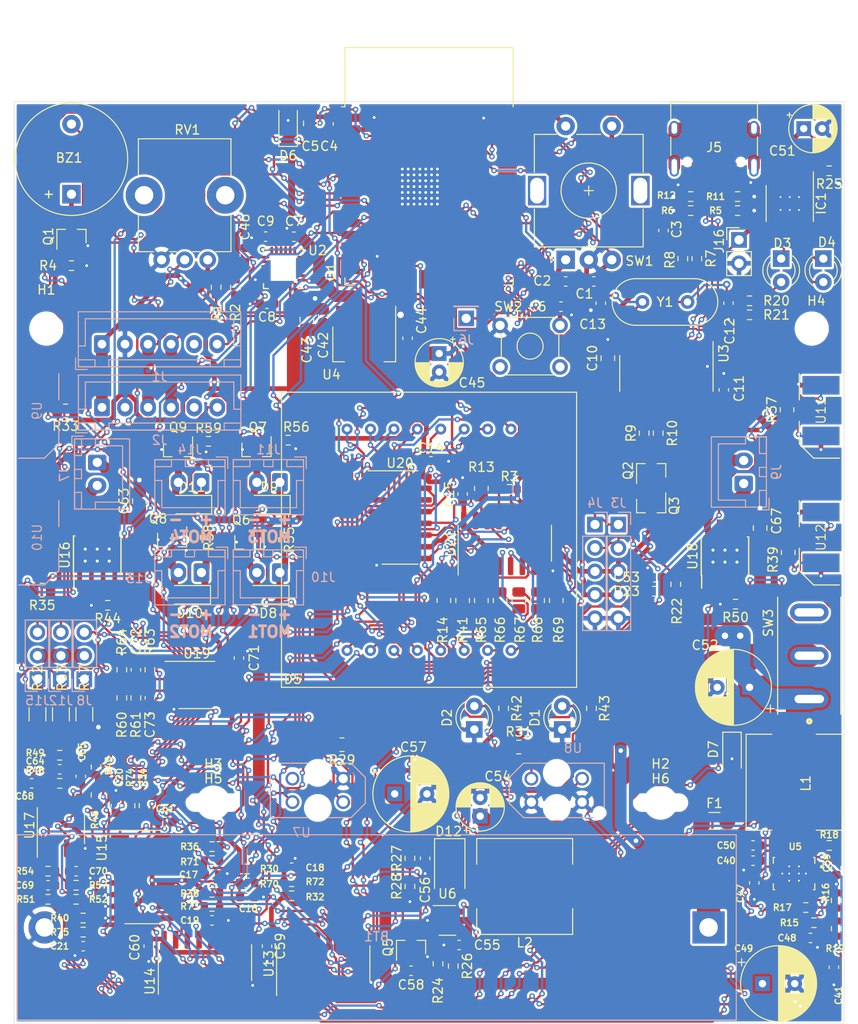
<source format=kicad_pcb>
(kicad_pcb (version 20171130) (host pcbnew "(5.1.9)-1")
  (layers (0 F.Cu signal) (31 B.Cu signal) (34 B.Paste user) (35 F.Paste user) (36 B.SilkS user) (37 F.SilkS user) (38 B.Mask user) (39 F.Mask user) (44 Edge.Cuts user hide))
  (net 0 "")
  (net 1 "Net-(BT1-Pad1)")
  (net 2 GND)
  (net 3 "Net-(BZ1-Pad2)")
  (net 4 +5V)
  (net 5 +3V3)
  (net 6 BUTTON)
  (net 7 /Motors/SERVO1_CURRENT)
  (net 8 /Motors/SERVO2_CURRENT)
  (net 9 /Motors/SERVO3_CURRENT)
  (net 10 +BATT)
  (net 11 /Power/5V_ENABLE)
  (net 12 +12V)
  (net 13 +5VP)
  (net 14 ENC_B)
  (net 15 ENC_SW)
  (net 16 ENC_A)
  (net 17 "Net-(D2-Pad2)")
  (net 18 "Net-(F1-Pad1)")
  (net 19 "Net-(IC1-Pad2)")
  (net 20 "Net-(J1-Pad6)")
  (net 21 SDA)
  (net 22 SCL)
  (net 23 /Motors/SERVO1_CTRL)
  (net 24 /Motors/SERVO2_CTRL)
  (net 25 /Motors/SERVO3_CTRL)
  (net 26 /USB/D-)
  (net 27 /USB/D+)
  (net 28 BUZZER)
  (net 29 /USB/ESP_RST)
  (net 30 "Net-(Q2-Pad2)")
  (net 31 "Net-(Q2-Pad1)")
  (net 32 /USB/ESP_GPIO0)
  (net 33 "Net-(Q5-Pad3)")
  (net 34 /Motors/DC_MOT1_12V)
  (net 35 /Motors/DC_MOT2_5V)
  (net 36 /Motors/DC_MOT3_12V)
  (net 37 /Motors/DC_MOT4_5V)
  (net 38 "Net-(R15-Pad2)")
  (net 39 /USB/ESP_RX)
  (net 40 /USB/ESP_TX)
  (net 41 "Net-(R37-Pad2)")
  (net 42 "Net-(R54-Pad2)")
  (net 43 POT)
  (net 44 /Gyro/MPU-6050_INT)
  (net 45 /Motors/MOTA_IN1)
  (net 46 /Motors/MOTA_IN2)
  (net 47 /Motors/MOTB_IN1)
  (net 48 /Motors/MOTB_IN2)
  (net 49 /Power/12V_ENABLE)
  (net 50 /Power/12V_MODE)
  (net 51 "Net-(C8-Pad1)")
  (net 52 "Net-(C9-Pad1)")
  (net 53 "Net-(C12-Pad1)")
  (net 54 "Net-(C13-Pad1)")
  (net 55 "Net-(C39-Pad2)")
  (net 56 "Net-(C41-Pad2)")
  (net 57 "Net-(C47-Pad1)")
  (net 58 "Net-(C50-Pad2)")
  (net 59 "Net-(C50-Pad1)")
  (net 60 "Net-(C64-Pad2)")
  (net 61 "Net-(C65-Pad2)")
  (net 62 "Net-(C69-Pad2)")
  (net 63 "Net-(C70-Pad2)")
  (net 64 "Net-(C72-Pad2)")
  (net 65 "Net-(C73-Pad2)")
  (net 66 "Net-(J5-PadB8)")
  (net 67 "Net-(J5-PadA5)")
  (net 68 "Net-(J5-PadA8)")
  (net 69 "Net-(J5-PadB5)")
  (net 70 "Net-(J7-Pad2)")
  (net 71 "Net-(J7-Pad1)")
  (net 72 "Net-(J8-Pad1)")
  (net 73 "Net-(J9-Pad2)")
  (net 74 "Net-(J9-Pad1)")
  (net 75 "Net-(J12-Pad1)")
  (net 76 "Net-(J15-Pad1)")
  (net 77 "Net-(R7-Pad2)")
  (net 78 "Net-(R8-Pad2)")
  (net 79 "Net-(R9-Pad2)")
  (net 80 "Net-(R10-Pad2)")
  (net 81 "Net-(R16-Pad2)")
  (net 82 "Net-(R17-Pad1)")
  (net 83 "Net-(R18-Pad1)")
  (net 84 "Net-(R27-Pad1)")
  (net 85 "Net-(R29-Pad2)")
  (net 86 "Net-(R31-Pad2)")
  (net 87 "Net-(R33-Pad2)")
  (net 88 "Net-(R35-Pad2)")
  (net 89 "Net-(R39-Pad2)")
  (net 90 "Net-(R42-Pad2)")
  (net 91 "Net-(R43-Pad2)")
  (net 92 "Net-(R44-Pad1)")
  (net 93 "Net-(R48-Pad2)")
  (net 94 "Net-(R50-Pad1)")
  (net 95 "Net-(R63-Pad2)")
  (net 96 "Net-(U13-Pad9)")
  (net 97 "Net-(U14-Pad7)")
  (net 98 "Net-(U14-Pad6)")
  (net 99 "Net-(U14-Pad5)")
  (net 100 "/Mux Demux Matrix/Analog_IN_7")
  (net 101 "/Mux Demux Matrix/REG_OUT_11")
  (net 102 "/Mux Demux Matrix/REG_OE")
  (net 103 "Net-(R13-Pad1)")
  (net 104 "Net-(R14-Pad1)")
  (net 105 "/Mux Demux Matrix/Analog_IN_1")
  (net 106 "/Mux Demux Matrix/Analog_IN_3")
  (net 107 "/Mux Demux Matrix/Analog_IN_5")
  (net 108 "/Mux Demux Matrix/Analog_IN_2")
  (net 109 "/Mux Demux Matrix/Analog_IN_4")
  (net 110 "/Mux Demux Matrix/Analog_IN_6")
  (net 111 "Net-(R41-Pad1)")
  (net 112 "Net-(R65-Pad1)")
  (net 113 "Net-(R66-Pad1)")
  (net 114 "Net-(R67-Pad1)")
  (net 115 "Net-(R68-Pad1)")
  (net 116 "Net-(R69-Pad1)")
  (net 117 "/Mux Demux Matrix/REG_DAT")
  (net 118 "/Mux Demux Matrix/REG_LAT")
  (net 119 "/Mux Demux Matrix/REG_CLK")
  (net 120 "/Mux Demux Matrix/Analog_MUX")
  (net 121 "Net-(U14-Pad9)")
  (net 122 "Net-(U20-Pad9)")
  (net 123 "Net-(D1-Pad2)")
  (net 124 "Net-(D3-Pad2)")
  (net 125 "Net-(D3-Pad1)")
  (net 126 "Net-(D4-Pad2)")
  (net 127 "Net-(D4-Pad1)")
  (net 128 "Net-(D5-Pad15)")
  (net 129 "Net-(D5-Pad16)")
  (net 130 "Net-(D5-Pad13)")
  (net 131 "Net-(D5-Pad12)")
  (net 132 "Net-(D5-Pad10)")
  (net 133 "Net-(D5-Pad9)")
  (net 134 "Net-(D5-Pad14)")
  (net 135 "Net-(D5-Pad11)")
  (net 136 "Net-(D5-Pad8)")
  (net 137 "Net-(D5-Pad7)")
  (net 138 "Net-(D5-Pad6)")
  (net 139 "Net-(D5-Pad5)")
  (net 140 "Net-(D5-Pad4)")
  (net 141 "Net-(D5-Pad3)")
  (net 142 "Net-(D5-Pad2)")
  (net 143 "Net-(D5-Pad1)")
  (net 144 "Net-(D8-Pad2)")
  (net 145 "Net-(D9-Pad2)")
  (net 146 "Net-(D10-Pad2)")
  (net 147 "Net-(D11-Pad2)")
  (net 148 "Net-(D12-Pad2)")
  (net 149 "Net-(J6-Pad1)")
  (net 150 "Net-(R30-Pad2)")
  (net 151 "Net-(R32-Pad2)")
  (net 152 "Net-(R34-Pad2)")
  (net 153 "Net-(R36-Pad2)")
  (net 154 "Net-(R38-Pad2)")
  (net 155 "Net-(R40-Pad2)")
  (net 156 "Net-(J5-PadS1)")
  (module Sergej_Library:ZIP_Tie_Slot_Hole (layer F.Cu) (at 70.1 76)
    (fp_text reference H6 (at 0.004 -2.594) (layer F.SilkS))
    (fp_text value MountingHole)
    (pad "" np_thru_hole oval (at 0 0) (size 5.5 1.5) (drill oval 5.5 1.5) (layers *.Cu *.Mask))
  )
  (module Sergej_Library:ZIP_Tie_Slot_Hole (layer F.Cu) (at 21.6 76)
    (fp_text reference H5 (at 0 -2.594) (layer F.SilkS))
    (fp_text value MountingHole)
    (pad "" np_thru_hole oval (at 0 0) (size 5.5 1.5) (drill oval 5.5 1.5) (layers *.Cu *.Mask))
  )
  (module Resistor_SMD:R_0603_1608Metric (layer F.Cu) (at 7.493 90.043 180)
    (fp_text reference R75 (at 2.54 0) (layer F.SilkS) (effects (font (size 0.7 0.7))))
    (fp_text value 22K)
    (pad 2 smd roundrect (at 0.825 0 180) (size 0.8 0.95) (layers F.Cu F.Paste F.Mask) (net 155 "Net-(R40-Pad2)"))
    (pad 1 smd roundrect (at -0.825 0 180) (size 0.8 0.95) (layers F.Cu F.Paste F.Mask) (net 110 "/Mux Demux Matrix/Analog_IN_6"))
  )
  (module Resistor_SMD:R_0603_1608Metric (layer F.Cu) (at 12.573 76.327 90)
    (fp_text reference R74 (at 3.048 0 90) (layer F.SilkS) (effects (font (size 0.7 0.7))))
    (fp_text value 22K)
    (pad 2 smd roundrect (at 0.825 0 90) (size 0.8 0.95) (layers F.Cu F.Paste F.Mask) (net 152 "Net-(R34-Pad2)"))
    (pad 1 smd roundrect (at -0.825 0 90) (size 0.8 0.95) (layers F.Cu F.Paste F.Mask) (net 107 "/Mux Demux Matrix/Analog_IN_5"))
  )
  (module Resistor_SMD:R_0603_1608Metric (layer F.Cu) (at 21.463 87.249)
    (fp_text reference R73 (at -2.413 0) (layer F.SilkS) (effects (font (size 0.7 0.7))))
    (fp_text value 22K)
    (pad 2 smd roundrect (at 0.825 0) (size 0.8 0.95) (layers F.Cu F.Paste F.Mask) (net 154 "Net-(R38-Pad2)"))
    (pad 1 smd roundrect (at -0.825 0) (size 0.8 0.95) (layers F.Cu F.Paste F.Mask) (net 109 "/Mux Demux Matrix/Analog_IN_4"))
  )
  (module Resistor_SMD:R_0603_1608Metric (layer F.Cu) (at 30.099 84.582)
    (fp_text reference R72 (at 2.54 0) (layer F.SilkS) (effects (font (size 0.7 0.7))))
    (fp_text value 22K)
    (pad 2 smd roundrect (at 0.825 0) (size 0.8 0.95) (layers F.Cu F.Paste F.Mask) (net 151 "Net-(R32-Pad2)"))
    (pad 1 smd roundrect (at -0.825 0) (size 0.8 0.95) (layers F.Cu F.Paste F.Mask) (net 106 "/Mux Demux Matrix/Analog_IN_3"))
  )
  (module Resistor_SMD:R_0603_1608Metric (layer F.Cu) (at 21.463 82.296)
    (fp_text reference R71 (at -2.413 0.127) (layer F.SilkS) (effects (font (size 0.7 0.7))))
    (fp_text value 22K)
    (pad 2 smd roundrect (at 0.825 0) (size 0.8 0.95) (layers F.Cu F.Paste F.Mask) (net 153 "Net-(R36-Pad2)"))
    (pad 1 smd roundrect (at -0.825 0) (size 0.8 0.95) (layers F.Cu F.Paste F.Mask) (net 108 "/Mux Demux Matrix/Analog_IN_2"))
  )
  (module Resistor_SMD:R_0603_1608Metric (layer F.Cu) (at 25.273 84.709)
    (fp_text reference R70 (at 2.413 0.127) (layer F.SilkS) (effects (font (size 0.7 0.7))))
    (fp_text value 22K)
    (pad 2 smd roundrect (at 0.825 0) (size 0.8 0.95) (layers F.Cu F.Paste F.Mask) (net 150 "Net-(R30-Pad2)"))
    (pad 1 smd roundrect (at -0.825 0) (size 0.8 0.95) (layers F.Cu F.Paste F.Mask) (net 105 "/Mux Demux Matrix/Analog_IN_1"))
  )
  (module Connector_PinHeader_2.54mm:PinHeader_1x02_P2.54mm_Vertical (layer F.Cu) (at 78.613 14.986)
    (fp_text reference J16 (at -2.159 0.127 90) (layer F.SilkS))
    (fp_text value Conn_01x02_Male)
    (pad 2 thru_hole oval (at 0 2.54) (size 1.7 1.7) (drill 1) (layers *.Cu *.Mask) (net 2 GND))
    (pad 1 thru_hole rect (at 0 0) (size 1.7 1.7) (drill 1) (layers *.Cu *.Mask) (net 13 +5VP))
  )
  (module Connector_PinHeader_2.54mm:PinHeader_1x01_P2.54mm_Vertical (layer B.Cu) (at 49.022 23.495)
    (fp_text reference J6 (at 0 2.33) (layer B.SilkS) (effects (justify mirror)))
    (fp_text value Conn_01x01_Male)
    (pad 1 thru_hole rect (at 0 0) (size 1.7 1.7) (drill 1) (layers *.Cu *.Mask) (net 149 "Net-(J6-Pad1)"))
  )
  (module Capacitor_SMD:C_0603_1608Metric (layer F.Cu) (at 7.493 91.567 180)
    (fp_text reference C21 (at 2.54 0) (layer F.SilkS) (effects (font (size 0.7 0.7))))
    (fp_text value 100n)
    (pad 2 smd roundrect (at 0.775 0 180) (size 0.9 0.95) (layers F.Cu F.Paste F.Mask) (net 2 GND))
    (pad 1 smd roundrect (at -0.775 0 180) (size 0.9 0.95) (layers F.Cu F.Paste F.Mask) (net 110 "/Mux Demux Matrix/Analog_IN_6"))
  )
  (module Capacitor_SMD:C_0603_1608Metric (layer F.Cu) (at 11.049 76.327 90)
    (fp_text reference C20 (at 3.048 0.381 90) (layer F.SilkS) (effects (font (size 0.7 0.7))))
    (fp_text value 100n)
    (pad 2 smd roundrect (at 0.775 0 90) (size 0.9 0.95) (layers F.Cu F.Paste F.Mask) (net 2 GND))
    (pad 1 smd roundrect (at -0.775 0 90) (size 0.9 0.95) (layers F.Cu F.Paste F.Mask) (net 107 "/Mux Demux Matrix/Analog_IN_5"))
  )
  (module Capacitor_SMD:C_0603_1608Metric (layer F.Cu) (at 21.463 88.773)
    (fp_text reference C19 (at -2.413 0) (layer F.SilkS) (effects (font (size 0.7 0.7))))
    (fp_text value 100n)
    (pad 2 smd roundrect (at 0.775 0) (size 0.9 0.95) (layers F.Cu F.Paste F.Mask) (net 2 GND))
    (pad 1 smd roundrect (at -0.775 0) (size 0.9 0.95) (layers F.Cu F.Paste F.Mask) (net 109 "/Mux Demux Matrix/Analog_IN_4"))
  )
  (module Capacitor_SMD:C_0603_1608Metric (layer F.Cu) (at 30.099 83.058)
    (fp_text reference C18 (at 2.54 0) (layer F.SilkS) (effects (font (size 0.7 0.7))))
    (fp_text value 100n)
    (pad 2 smd roundrect (at 0.775 0) (size 0.9 0.95) (layers F.Cu F.Paste F.Mask) (net 2 GND))
    (pad 1 smd roundrect (at -0.775 0) (size 0.9 0.95) (layers F.Cu F.Paste F.Mask) (net 106 "/Mux Demux Matrix/Analog_IN_3"))
  )
  (module Capacitor_SMD:C_0603_1608Metric (layer F.Cu) (at 21.463 83.82)
    (fp_text reference C17 (at -2.54 0) (layer F.SilkS) (effects (font (size 0.7 0.7))))
    (fp_text value 100n)
    (pad 2 smd roundrect (at 0.775 0) (size 0.9 0.95) (layers F.Cu F.Paste F.Mask) (net 2 GND))
    (pad 1 smd roundrect (at -0.775 0) (size 0.9 0.95) (layers F.Cu F.Paste F.Mask) (net 108 "/Mux Demux Matrix/Analog_IN_2"))
  )
  (module Capacitor_SMD:C_0603_1608Metric (layer F.Cu) (at 25.273 86.233)
    (fp_text reference C16 (at 0.127 1.27) (layer F.SilkS) (effects (font (size 0.7 0.7))))
    (fp_text value 100n)
    (pad 2 smd roundrect (at 0.775 0) (size 0.9 0.95) (layers F.Cu F.Paste F.Mask) (net 2 GND))
    (pad 1 smd roundrect (at -0.775 0) (size 0.9 0.95) (layers F.Cu F.Paste F.Mask) (net 105 "/Mux Demux Matrix/Analog_IN_1"))
  )
  (module Sergej_Library:BatteryHolder_MPD_BH-18650-PC2_NoHoles (layer B.Cu) (at 75.311 89.535 180)
    (fp_text reference BT1 (at 36 -1) (layer B.SilkS) (effects (justify mirror)))
    (fp_text value 18650)
    (pad 1 thru_hole rect (at 0 0 180) (size 3.5 3.5) (drill 2) (layers *.Cu *.Mask) (net 1 "Net-(BT1-Pad1)"))
    (pad 2 thru_hole circle (at 72 0 180) (size 3.5 3.5) (drill 2) (layers *.Cu *.Mask) (net 2 GND))
  )
  (module Sergej_Library:TCRT5000 (layer B.Cu) (at 58.848 74.676 180)
    (fp_text reference U8 (at -1.76355 4.57476) (layer B.SilkS) (effects (font (thickness 0.127)) (justify mirror)))
    (fp_text value TCRT5000)
    (pad 3 thru_hole circle (at -2.75 1.27 180) (size 1.5 1.5) (drill 1) (layers *.Cu *.Mask) (net 151 "Net-(R32-Pad2)"))
    (pad 4 thru_hole circle (at -2.75 -1.27 180) (size 1.5 1.5) (drill 1) (layers *.Cu *.Mask) (net 2 GND))
    (pad 1 thru_hole circle (at 2.75 1.27 180) (size 1.5 1.5) (drill 1) (layers *.Cu *.Mask) (net 86 "Net-(R31-Pad2)"))
    (pad 2 thru_hole circle (at 2.75 -1.27 180) (size 1.5 1.5) (drill 1) (layers *.Cu *.Mask) (net 2 GND))
    (pad None np_thru_hole circle (at -4.65 -2.45 180) (size 1 1) (drill 1) (layers *.Cu *.Mask))
    (pad None np_thru_hole circle (at 0 -1.9 180) (size 2.5 2.5) (drill 2.5) (layers *.Cu *.Mask))
    (pad None np_thru_hole circle (at 0 1.9 180) (size 2.5 2.5) (drill 2.5) (layers *.Cu *.Mask))
  )
  (module Sergej_Library:TCRT5000 (layer B.Cu) (at 32.94 74.676)
    (fp_text reference U7 (at -1.76355 4.57476) (layer B.SilkS) (effects (font (thickness 0.127)) (justify mirror)))
    (fp_text value TCRT5000)
    (pad 3 thru_hole circle (at -2.75 1.27) (size 1.5 1.5) (drill 1) (layers *.Cu *.Mask) (net 150 "Net-(R30-Pad2)"))
    (pad 4 thru_hole circle (at -2.75 -1.27) (size 1.5 1.5) (drill 1) (layers *.Cu *.Mask) (net 2 GND))
    (pad 1 thru_hole circle (at 2.75 1.27) (size 1.5 1.5) (drill 1) (layers *.Cu *.Mask) (net 85 "Net-(R29-Pad2)"))
    (pad 2 thru_hole circle (at 2.75 -1.27) (size 1.5 1.5) (drill 1) (layers *.Cu *.Mask) (net 2 GND))
    (pad None np_thru_hole circle (at -4.65 -2.45) (size 1 1) (drill 1) (layers *.Cu *.Mask))
    (pad None np_thru_hole circle (at 0 -1.9) (size 2.5 2.5) (drill 2.5) (layers *.Cu *.Mask))
    (pad None np_thru_hole circle (at 0 1.9) (size 2.5 2.5) (drill 2.5) (layers *.Cu *.Mask))
  )
  (module Sergej_Library:TCRT5000_SMD (layer F.Cu) (at 89.5 47.25 270)
    (fp_text reference U12 (at 0 2 270) (layer F.SilkS) (effects (font (thickness 0.127))))
    (fp_text value TCRT5000)
    (pad 4 smd rect (at -2.75 2 270) (size 2 4) (layers F.Cu F.Paste F.Mask) (net 2 GND))
    (pad 3 smd rect (at -2.75 2 270) (size 2 4) (layers B.Cu B.Paste B.Mask) (net 155 "Net-(R40-Pad2)"))
    (pad 1 smd rect (at 2.75 2 270) (size 2 4) (layers B.Cu B.Paste B.Mask) (net 89 "Net-(R39-Pad2)"))
    (pad 2 smd rect (at 2.75 2 270) (size 2 4) (layers F.Cu F.Paste F.Mask) (net 2 GND))
  )
  (module Sergej_Library:TCRT5000_SMD (layer F.Cu) (at 89.5 33.5 270)
    (fp_text reference U11 (at 0 2 270) (layer F.SilkS) (effects (font (thickness 0.127))))
    (fp_text value TCRT5000)
    (pad 4 smd rect (at -2.75 2 270) (size 2 4) (layers F.Cu F.Paste F.Mask) (net 2 GND))
    (pad 3 smd rect (at -2.75 2 270) (size 2 4) (layers B.Cu B.Paste B.Mask) (net 154 "Net-(R38-Pad2)"))
    (pad 1 smd rect (at 2.75 2 270) (size 2 4) (layers B.Cu B.Paste B.Mask) (net 41 "Net-(R37-Pad2)"))
    (pad 2 smd rect (at 2.75 2 270) (size 2 4) (layers F.Cu F.Paste F.Mask) (net 2 GND))
  )
  (module Sergej_Library:TCRT5000_SMD (layer B.Cu) (at 0.5 47.25 270)
    (fp_text reference U10 (at 0 -2 90) (layer B.SilkS) (effects (font (thickness 0.127)) (justify mirror)))
    (fp_text value TCRT5000)
    (pad 4 smd rect (at -2.75 -2 270) (size 2 4) (layers B.Cu B.Paste B.Mask) (net 2 GND))
    (pad 3 smd rect (at -2.75 -2 270) (size 2 4) (layers F.Cu F.Paste F.Mask) (net 153 "Net-(R36-Pad2)"))
    (pad 1 smd rect (at 2.75 -2 270) (size 2 4) (layers F.Cu F.Paste F.Mask) (net 88 "Net-(R35-Pad2)"))
    (pad 2 smd rect (at 2.75 -2 270) (size 2 4) (layers B.Cu B.Paste B.Mask) (net 2 GND))
  )
  (module Sergej_Library:TCRT5000_SMD (layer B.Cu) (at 0.5 33.5 270)
    (fp_text reference U9 (at 0 -2 90) (layer B.SilkS) (effects (font (thickness 0.127)) (justify mirror)))
    (fp_text value TCRT5000)
    (pad 4 smd rect (at -2.75 -2 270) (size 2 4) (layers B.Cu B.Paste B.Mask) (net 2 GND))
    (pad 3 smd rect (at -2.75 -2 270) (size 2 4) (layers F.Cu F.Paste F.Mask) (net 152 "Net-(R34-Pad2)"))
    (pad 1 smd rect (at 2.75 -2 270) (size 2 4) (layers F.Cu F.Paste F.Mask) (net 87 "Net-(R33-Pad2)"))
    (pad 2 smd rect (at 2.75 -2 270) (size 2 4) (layers B.Cu B.Paste B.Mask) (net 2 GND))
  )
  (module Capacitor_SMD:C_0603_1608Metric (layer F.Cu) (at 48.641 42.545 90)
    (fp_text reference C15 (at 0 -1.43 90) (layer F.SilkS))
    (fp_text value 100n)
    (pad 2 smd roundrect (at 0.775 0 90) (size 0.9 0.95) (layers F.Cu F.Paste F.Mask) (net 2 GND))
    (pad 1 smd roundrect (at -0.775 0 90) (size 0.9 0.95) (layers F.Cu F.Paste F.Mask) (net 4 +5V))
  )
  (module Capacitor_SMD:C_0603_1608Metric (layer F.Cu) (at 45.212 38.989)
    (fp_text reference C14 (at 0 -1.43) (layer F.SilkS))
    (fp_text value 100n)
    (pad 2 smd roundrect (at 0.775 0) (size 0.9 0.95) (layers F.Cu F.Paste F.Mask) (net 2 GND))
    (pad 1 smd roundrect (at -0.775 0) (size 0.9 0.95) (layers F.Cu F.Paste F.Mask) (net 4 +5V))
  )
  (module Resistor_SMD:R_0805_2012Metric (layer F.Cu) (at 46.609 54.0785 270)
    (fp_text reference R14 (at 3.1985 0.127 90) (layer F.SilkS))
    (fp_text value 100R)
    (pad 2 smd roundrect (at 0.9125 0 270) (size 1.025 1.4) (layers F.Cu F.Paste F.Mask) (roundrect_rratio 0.2439014634146341) (net 141 "Net-(D5-Pad3)"))
    (pad 1 smd roundrect (at -0.9125 0 270) (size 1.025 1.4) (layers F.Cu F.Paste F.Mask) (roundrect_rratio 0.2439014634146341) (net 104 "Net-(R14-Pad1)"))
  )
  (module Sergej_Library:KYX-1088AS (layer F.Cu) (at 45 47.5 180)
    (fp_text reference D5 (at 14.774 -15.111) (layer F.SilkS))
    (fp_text value KYX-1088AS)
    (pad 15 thru_hole circle (at -6.35 -12 180) (size 1.2 1.2) (drill 0.6) (layers *.Cu *.Mask) (net 128 "Net-(D5-Pad15)"))
    (pad 16 thru_hole circle (at -8.89 -12 180) (size 1.2 1.2) (drill 0.6) (layers *.Cu *.Mask) (net 129 "Net-(D5-Pad16)"))
    (pad 13 thru_hole circle (at -1.27 -12 180) (size 1.2 1.2) (drill 0.6) (layers *.Cu *.Mask) (net 130 "Net-(D5-Pad13)"))
    (pad 12 thru_hole circle (at 1.27 -12 180) (size 1.2 1.2) (drill 0.6) (layers *.Cu *.Mask) (net 131 "Net-(D5-Pad12)"))
    (pad 10 thru_hole circle (at 6.35 -12 180) (size 1.2 1.2) (drill 0.6) (layers *.Cu *.Mask) (net 132 "Net-(D5-Pad10)"))
    (pad 9 thru_hole circle (at 8.89 -12 180) (size 1.2 1.2) (drill 0.6) (layers *.Cu *.Mask) (net 133 "Net-(D5-Pad9)"))
    (pad 14 thru_hole circle (at -3.81 -12 180) (size 1.2 1.2) (drill 0.6) (layers *.Cu *.Mask) (net 134 "Net-(D5-Pad14)"))
    (pad 11 thru_hole circle (at 3.81 -12 180) (size 1.2 1.2) (drill 0.6) (layers *.Cu *.Mask) (net 135 "Net-(D5-Pad11)"))
    (pad 8 thru_hole circle (at 8.89 12 180) (size 1.2 1.2) (drill 0.6) (layers *.Cu *.Mask) (net 136 "Net-(D5-Pad8)"))
    (pad 7 thru_hole circle (at 6.35 12 180) (size 1.2 1.2) (drill 0.6) (layers *.Cu *.Mask) (net 137 "Net-(D5-Pad7)"))
    (pad 6 thru_hole circle (at 3.81 12 180) (size 1.2 1.2) (drill 0.6) (layers *.Cu *.Mask) (net 138 "Net-(D5-Pad6)"))
    (pad 5 thru_hole circle (at 1.27 12 180) (size 1.2 1.2) (drill 0.6) (layers *.Cu *.Mask) (net 139 "Net-(D5-Pad5)"))
    (pad 4 thru_hole circle (at -1.27 12 180) (size 1.2 1.2) (drill 0.6) (layers *.Cu *.Mask) (net 140 "Net-(D5-Pad4)"))
    (pad 3 thru_hole circle (at -3.81 12 180) (size 1.2 1.2) (drill 0.6) (layers *.Cu *.Mask) (net 141 "Net-(D5-Pad3)"))
    (pad 2 thru_hole circle (at -6.35 12 180) (size 1.2 1.2) (drill 0.6) (layers *.Cu *.Mask) (net 142 "Net-(D5-Pad2)"))
    (pad 1 thru_hole circle (at -8.89 12 180) (size 1.2 1.2) (drill 0.6) (layers *.Cu *.Mask) (net 143 "Net-(D5-Pad1)"))
  )
  (module Package_SO:SOIC-16_3.9x9.9mm_P1.27mm (layer F.Cu) (at 53.213 47.879 90)
    (fp_text reference U21 (at 0 -5.9 90) (layer F.SilkS))
    (fp_text value 74HC595)
    (pad 16 smd roundrect (at 2.475 -4.445 90) (size 1.95 0.6) (layers F.Cu F.Paste F.Mask) (net 4 +5V))
    (pad 15 smd roundrect (at 2.475 -3.175 90) (size 1.95 0.6) (layers F.Cu F.Paste F.Mask) (net 103 "Net-(R13-Pad1)"))
    (pad 14 smd roundrect (at 2.475 -1.905 90) (size 1.95 0.6) (layers F.Cu F.Paste F.Mask) (net 122 "Net-(U20-Pad9)"))
    (pad 13 smd roundrect (at 2.475 -0.635 90) (size 1.95 0.6) (layers F.Cu F.Paste F.Mask) (net 102 "/Mux Demux Matrix/REG_OE"))
    (pad 12 smd roundrect (at 2.475 0.635 90) (size 1.95 0.6) (layers F.Cu F.Paste F.Mask) (net 118 "/Mux Demux Matrix/REG_LAT"))
    (pad 11 smd roundrect (at 2.475 1.905 90) (size 1.95 0.6) (layers F.Cu F.Paste F.Mask) (net 119 "/Mux Demux Matrix/REG_CLK"))
    (pad 10 smd roundrect (at 2.475 3.175 90) (size 1.95 0.6) (layers F.Cu F.Paste F.Mask) (net 5 +3V3))
    (pad 9 smd roundrect (at 2.475 4.445 90) (size 1.95 0.6) (layers F.Cu F.Paste F.Mask))
    (pad 8 smd roundrect (at -2.475 4.445 90) (size 1.95 0.6) (layers F.Cu F.Paste F.Mask) (net 2 GND))
    (pad 7 smd roundrect (at -2.475 3.175 90) (size 1.95 0.6) (layers F.Cu F.Paste F.Mask) (net 116 "Net-(R69-Pad1)"))
    (pad 6 smd roundrect (at -2.475 1.905 90) (size 1.95 0.6) (layers F.Cu F.Paste F.Mask) (net 115 "Net-(R68-Pad1)"))
    (pad 5 smd roundrect (at -2.475 0.635 90) (size 1.95 0.6) (layers F.Cu F.Paste F.Mask) (net 114 "Net-(R67-Pad1)"))
    (pad 4 smd roundrect (at -2.475 -0.635 90) (size 1.95 0.6) (layers F.Cu F.Paste F.Mask) (net 113 "Net-(R66-Pad1)"))
    (pad 3 smd roundrect (at -2.475 -1.905 90) (size 1.95 0.6) (layers F.Cu F.Paste F.Mask) (net 112 "Net-(R65-Pad1)"))
    (pad 2 smd roundrect (at -2.475 -3.175 90) (size 1.95 0.6) (layers F.Cu F.Paste F.Mask) (net 111 "Net-(R41-Pad1)"))
    (pad 1 smd roundrect (at -2.475 -4.445 90) (size 1.95 0.6) (layers F.Cu F.Paste F.Mask) (net 104 "Net-(R14-Pad1)"))
  )
  (module Package_SO:SOIC-16_3.9x9.9mm_P1.27mm (layer F.Cu) (at 41.848 45.085)
    (fp_text reference U20 (at 0 -5.9) (layer F.SilkS))
    (fp_text value 74HC595)
    (pad 16 smd roundrect (at 2.475 -4.445) (size 1.95 0.6) (layers F.Cu F.Paste F.Mask) (net 4 +5V))
    (pad 15 smd roundrect (at 2.475 -3.175) (size 1.95 0.6) (layers F.Cu F.Paste F.Mask) (net 133 "Net-(D5-Pad9)"))
    (pad 14 smd roundrect (at 2.475 -1.905) (size 1.95 0.6) (layers F.Cu F.Paste F.Mask) (net 121 "Net-(U14-Pad9)"))
    (pad 13 smd roundrect (at 2.475 -0.635) (size 1.95 0.6) (layers F.Cu F.Paste F.Mask) (net 102 "/Mux Demux Matrix/REG_OE"))
    (pad 12 smd roundrect (at 2.475 0.635) (size 1.95 0.6) (layers F.Cu F.Paste F.Mask) (net 118 "/Mux Demux Matrix/REG_LAT"))
    (pad 11 smd roundrect (at 2.475 1.905) (size 1.95 0.6) (layers F.Cu F.Paste F.Mask) (net 119 "/Mux Demux Matrix/REG_CLK"))
    (pad 10 smd roundrect (at 2.475 3.175) (size 1.95 0.6) (layers F.Cu F.Paste F.Mask) (net 5 +3V3))
    (pad 9 smd roundrect (at 2.475 4.445) (size 1.95 0.6) (layers F.Cu F.Paste F.Mask) (net 122 "Net-(U20-Pad9)"))
    (pad 8 smd roundrect (at -2.475 4.445) (size 1.95 0.6) (layers F.Cu F.Paste F.Mask) (net 2 GND))
    (pad 7 smd roundrect (at -2.475 3.175) (size 1.95 0.6) (layers F.Cu F.Paste F.Mask) (net 139 "Net-(D5-Pad5)"))
    (pad 6 smd roundrect (at -2.475 1.905) (size 1.95 0.6) (layers F.Cu F.Paste F.Mask) (net 142 "Net-(D5-Pad2)"))
    (pad 5 smd roundrect (at -2.475 0.635) (size 1.95 0.6) (layers F.Cu F.Paste F.Mask) (net 137 "Net-(D5-Pad7)"))
    (pad 4 smd roundrect (at -2.475 -0.635) (size 1.95 0.6) (layers F.Cu F.Paste F.Mask) (net 143 "Net-(D5-Pad1)"))
    (pad 3 smd roundrect (at -2.475 -1.905) (size 1.95 0.6) (layers F.Cu F.Paste F.Mask) (net 131 "Net-(D5-Pad12)"))
    (pad 2 smd roundrect (at -2.475 -3.175) (size 1.95 0.6) (layers F.Cu F.Paste F.Mask) (net 136 "Net-(D5-Pad8)"))
    (pad 1 smd roundrect (at -2.475 -4.445) (size 1.95 0.6) (layers F.Cu F.Paste F.Mask) (net 134 "Net-(D5-Pad14)"))
  )
  (module Resistor_SMD:R_0805_2012Metric (layer F.Cu) (at 58.801 54.0785 270)
    (fp_text reference R69 (at 3.1985 -0.254 90) (layer F.SilkS))
    (fp_text value 100R)
    (pad 2 smd roundrect (at 0.9125 0 270) (size 1.025 1.4) (layers F.Cu F.Paste F.Mask) (roundrect_rratio 0.2439014634146341) (net 129 "Net-(D5-Pad16)"))
    (pad 1 smd roundrect (at -0.9125 0 270) (size 1.025 1.4) (layers F.Cu F.Paste F.Mask) (roundrect_rratio 0.2439014634146341) (net 116 "Net-(R69-Pad1)"))
  )
  (module Resistor_SMD:R_0805_2012Metric (layer F.Cu) (at 56.769 54.0785 270)
    (fp_text reference R68 (at 3.1985 0 90) (layer F.SilkS))
    (fp_text value 100R)
    (pad 2 smd roundrect (at 0.9125 0 270) (size 1.025 1.4) (layers F.Cu F.Paste F.Mask) (roundrect_rratio 0.2439014634146341) (net 128 "Net-(D5-Pad15)"))
    (pad 1 smd roundrect (at -0.9125 0 270) (size 1.025 1.4) (layers F.Cu F.Paste F.Mask) (roundrect_rratio 0.2439014634146341) (net 115 "Net-(R68-Pad1)"))
  )
  (module Resistor_SMD:R_0805_2012Metric (layer F.Cu) (at 54.737 54.0785 270)
    (fp_text reference R67 (at 3.1985 -0.127 90) (layer F.SilkS))
    (fp_text value 100R)
    (pad 2 smd roundrect (at 0.9125 0 270) (size 1.025 1.4) (layers F.Cu F.Paste F.Mask) (roundrect_rratio 0.2439014634146341) (net 135 "Net-(D5-Pad11)"))
    (pad 1 smd roundrect (at -0.9125 0 270) (size 1.025 1.4) (layers F.Cu F.Paste F.Mask) (roundrect_rratio 0.2439014634146341) (net 114 "Net-(R67-Pad1)"))
  )
  (module Resistor_SMD:R_0805_2012Metric (layer F.Cu) (at 52.705 54.0785 270)
    (fp_text reference R66 (at 3.1985 0 90) (layer F.SilkS))
    (fp_text value 100R)
    (pad 2 smd roundrect (at 0.9125 0 270) (size 1.025 1.4) (layers F.Cu F.Paste F.Mask) (roundrect_rratio 0.2439014634146341) (net 138 "Net-(D5-Pad6)"))
    (pad 1 smd roundrect (at -0.9125 0 270) (size 1.025 1.4) (layers F.Cu F.Paste F.Mask) (roundrect_rratio 0.2439014634146341) (net 113 "Net-(R66-Pad1)"))
  )
  (module Resistor_SMD:R_0805_2012Metric (layer F.Cu) (at 50.673 54.0785 270)
    (fp_text reference R65 (at 3.1985 0 90) (layer F.SilkS))
    (fp_text value 100R)
    (pad 2 smd roundrect (at 0.9125 0 270) (size 1.025 1.4) (layers F.Cu F.Paste F.Mask) (roundrect_rratio 0.2439014634146341) (net 132 "Net-(D5-Pad10)"))
    (pad 1 smd roundrect (at -0.9125 0 270) (size 1.025 1.4) (layers F.Cu F.Paste F.Mask) (roundrect_rratio 0.2439014634146341) (net 112 "Net-(R65-Pad1)"))
  )
  (module Resistor_SMD:R_0805_2012Metric (layer F.Cu) (at 48.641 54.0785 270)
    (fp_text reference R41 (at 3.1985 0 90) (layer F.SilkS))
    (fp_text value 100R)
    (pad 2 smd roundrect (at 0.9125 0 270) (size 1.025 1.4) (layers F.Cu F.Paste F.Mask) (roundrect_rratio 0.2439014634146341) (net 140 "Net-(D5-Pad4)"))
    (pad 1 smd roundrect (at -0.9125 0 270) (size 1.025 1.4) (layers F.Cu F.Paste F.Mask) (roundrect_rratio 0.2439014634146341) (net 111 "Net-(R41-Pad1)"))
  )
  (module Resistor_SMD:R_0805_2012Metric (layer F.Cu) (at 50.673 41.9335 90)
    (fp_text reference R13 (at 2.3095 0 180) (layer F.SilkS))
    (fp_text value 100R)
    (pad 2 smd roundrect (at 0.9125 0 90) (size 1.025 1.4) (layers F.Cu F.Paste F.Mask) (roundrect_rratio 0.2439014634146341) (net 130 "Net-(D5-Pad13)"))
    (pad 1 smd roundrect (at -0.9125 0 90) (size 1.025 1.4) (layers F.Cu F.Paste F.Mask) (roundrect_rratio 0.2439014634146341) (net 103 "Net-(R13-Pad1)"))
  )
  (module Connector_USB:USB_C_Receptacle_HRO_TYPE-C-31-M-12 (layer F.Cu) (at 75.913 3.937 180)
    (fp_text reference J5 (at 0 -1.016) (layer F.SilkS))
    (fp_text value TYPE-C-31-M-12)
    (pad B1 smd rect (at 3.25 -4.045 180) (size 0.6 1.45) (layers F.Cu F.Paste F.Mask) (net 2 GND))
    (pad A9 smd rect (at 2.45 -4.045 180) (size 0.6 1.45) (layers F.Cu F.Paste F.Mask) (net 13 +5VP))
    (pad B9 smd rect (at -2.45 -4.045 180) (size 0.6 1.45) (layers F.Cu F.Paste F.Mask) (net 13 +5VP))
    (pad B12 smd rect (at -3.25 -4.045 180) (size 0.6 1.45) (layers F.Cu F.Paste F.Mask) (net 2 GND))
    (pad A1 smd rect (at -3.25 -4.045 180) (size 0.6 1.45) (layers F.Cu F.Paste F.Mask) (net 2 GND))
    (pad A4 smd rect (at -2.45 -4.045 180) (size 0.6 1.45) (layers F.Cu F.Paste F.Mask) (net 13 +5VP))
    (pad B4 smd rect (at 2.45 -4.045 180) (size 0.6 1.45) (layers F.Cu F.Paste F.Mask) (net 13 +5VP))
    (pad A12 smd rect (at 3.25 -4.045 180) (size 0.6 1.45) (layers F.Cu F.Paste F.Mask) (net 2 GND))
    (pad B8 smd rect (at -1.75 -4.045 180) (size 0.3 1.45) (layers F.Cu F.Paste F.Mask) (net 66 "Net-(J5-PadB8)"))
    (pad A5 smd rect (at -1.25 -4.045 180) (size 0.3 1.45) (layers F.Cu F.Paste F.Mask) (net 67 "Net-(J5-PadA5)"))
    (pad B7 smd rect (at -0.75 -4.045 180) (size 0.3 1.45) (layers F.Cu F.Paste F.Mask) (net 26 /USB/D-))
    (pad A7 smd rect (at 0.25 -4.045 180) (size 0.3 1.45) (layers F.Cu F.Paste F.Mask) (net 26 /USB/D-))
    (pad B6 smd rect (at 0.75 -4.045 180) (size 0.3 1.45) (layers F.Cu F.Paste F.Mask) (net 27 /USB/D+))
    (pad A8 smd rect (at 1.25 -4.045 180) (size 0.3 1.45) (layers F.Cu F.Paste F.Mask) (net 68 "Net-(J5-PadA8)"))
    (pad B5 smd rect (at 1.75 -4.045 180) (size 0.3 1.45) (layers F.Cu F.Paste F.Mask) (net 69 "Net-(J5-PadB5)"))
    (pad A6 smd rect (at -0.25 -4.045 180) (size 0.3 1.45) (layers F.Cu F.Paste F.Mask) (net 27 /USB/D+))
    (pad S1 thru_hole oval (at 4.32 -3.13 180) (size 1 2.1) (drill oval 0.6 1.7) (layers *.Cu *.Mask) (net 156 "Net-(J5-PadS1)"))
    (pad S1 thru_hole oval (at -4.32 -3.13 180) (size 1 2.1) (drill oval 0.6 1.7) (layers *.Cu *.Mask) (net 156 "Net-(J5-PadS1)"))
    (pad "" np_thru_hole circle (at -2.89 -2.6 180) (size 0.65 0.65) (drill 0.65) (layers *.Cu *.Mask))
    (pad S1 thru_hole oval (at -4.32 1.05 180) (size 1 1.6) (drill oval 0.6 1.2) (layers *.Cu *.Mask) (net 156 "Net-(J5-PadS1)"))
    (pad "" np_thru_hole circle (at 2.89 -2.6 180) (size 0.65 0.65) (drill 0.65) (layers *.Cu *.Mask))
    (pad S1 thru_hole oval (at 4.32 1.05 180) (size 1 1.6) (drill oval 0.6 1.2) (layers *.Cu *.Mask) (net 156 "Net-(J5-PadS1)"))
  )
  (module Diode_SMD:D_SOD-123 (layer F.Cu) (at 19.177 43.688 180)
    (fp_text reference D11 (at -0.127 1.905) (layer F.SilkS))
    (fp_text value B5819W)
    (pad 2 smd rect (at 1.65 0 180) (size 0.9 1.2) (layers F.Cu F.Paste F.Mask) (net 147 "Net-(D11-Pad2)"))
    (pad 1 smd rect (at -1.65 0 180) (size 0.9 1.2) (layers F.Cu F.Paste F.Mask) (net 4 +5V))
  )
  (module Diode_SMD:D_SOD-123 (layer F.Cu) (at 19.05 53.467 180)
    (fp_text reference D10 (at 0 -2) (layer F.SilkS))
    (fp_text value B5819W)
    (pad 2 smd rect (at 1.65 0 180) (size 0.9 1.2) (layers F.Cu F.Paste F.Mask) (net 146 "Net-(D10-Pad2)"))
    (pad 1 smd rect (at -1.65 0 180) (size 0.9 1.2) (layers F.Cu F.Paste F.Mask) (net 4 +5V))
  )
  (module Diode_SMD:D_SOD-123 (layer F.Cu) (at 27.686 43.688 180)
    (fp_text reference D9 (at 0 1.905) (layer F.SilkS))
    (fp_text value B5819W)
    (pad 2 smd rect (at 1.65 0 180) (size 0.9 1.2) (layers F.Cu F.Paste F.Mask) (net 145 "Net-(D9-Pad2)"))
    (pad 1 smd rect (at -1.65 0 180) (size 0.9 1.2) (layers F.Cu F.Paste F.Mask) (net 12 +12V))
  )
  (module Diode_SMD:D_SOD-123 (layer F.Cu) (at 27.559 53.467 180)
    (fp_text reference D8 (at 0 -2) (layer F.SilkS))
    (fp_text value B5819W)
    (pad 2 smd rect (at 1.65 0 180) (size 0.9 1.2) (layers F.Cu F.Paste F.Mask) (net 144 "Net-(D8-Pad2)"))
    (pad 1 smd rect (at -1.65 0 180) (size 0.9 1.2) (layers F.Cu F.Paste F.Mask) (net 12 +12V))
  )
  (module Capacitor_SMD:C_0603_1608Metric (layer F.Cu) (at 25.019 16.637 90)
    (fp_text reference C46 (at 3.048 0 90) (layer F.SilkS))
    (fp_text value 100n)
    (pad 2 smd roundrect (at 0.775 0 90) (size 0.9 0.95) (layers F.Cu F.Paste F.Mask) (net 2 GND))
    (pad 1 smd roundrect (at -0.775 0 90) (size 0.9 0.95) (layers F.Cu F.Paste F.Mask) (net 5 +3V3))
  )
  (module Sergej_Library:IC_TPS61088RHLR (layer F.Cu) (at 84.582 83.693 270)
    (fp_text reference U5 (at -2.921 -0.127) (layer F.SilkS) (effects (font (size 0.7 0.7))))
    (fp_text value TPS61088RHLR)
    (fp_poly (pts (xy -0.375 -1.525) (xy -0.375 -2.4) (xy -0.374931 -2.402617) (xy -0.374726 -2.405226) (xy -0.374384 -2.407822) (xy -0.373907 -2.410396) (xy -0.373296 -2.412941) (xy -0.372553 -2.415451) (xy -0.371679 -2.417918) (xy -0.370677 -2.420337) (xy -0.36955 -2.4227) (xy -0.368301 -2.425) (xy -0.366934 -2.427232) (xy -0.365451 -2.429389) (xy -0.363857 -2.431466) (xy -0.362157 -2.433457) (xy -0.360355 -2.435355) (xy -0.358457 -2.437157) (xy -0.356466 -2.438857) (xy -0.354389 -2.440451) (xy -0.352232 -2.441934) (xy -0.35 -2.443301) (xy -0.3477 -2.44455) (xy -0.345337 -2.445677) (xy -0.342918 -2.446679) (xy -0.340451 -2.447553) (xy -0.337941 -2.448296) (xy -0.335396 -2.448907) (xy -0.332822 -2.449384) (xy -0.330226 -2.449726) (xy -0.327617 -2.449931) (xy -0.325 -2.45) (xy -0.225 -2.45) (xy -0.222383 -2.449931) (xy -0.219774 -2.449726) (xy -0.217178 -2.449384) (xy -0.214604 -2.448907) (xy -0.212059 -2.448296) (xy -0.209549 -2.447553) (xy -0.207082 -2.446679) (xy -0.204663 -2.445677) (xy -0.2023 -2.44455) (xy -0.2 -2.443301) (xy -0.197768 -2.441934) (xy -0.195611 -2.440451) (xy -0.193534 -2.438857) (xy -0.191543 -2.437157) (xy -0.189645 -2.435355) (xy -0.187843 -2.433457) (xy -0.186143 -2.431466) (xy -0.184549 -2.429389) (xy -0.183066 -2.427232) (xy -0.181699 -2.425) (xy -0.18045 -2.4227) (xy -0.179323 -2.420337) (xy -0.178321 -2.417918) (xy -0.177447 -2.415451) (xy -0.176704 -2.412941) (xy -0.176093 -2.410396) (xy -0.175616 -2.407822) (xy -0.175274 -2.405226) (xy -0.175069 -2.402617) (xy -0.175 -2.4) (xy -0.175 -1.925) (xy 0.175 -1.925) (xy 0.175 -2.4) (xy 0.175069 -2.402617) (xy 0.175274 -2.405226) (xy 0.175616 -2.407822) (xy 0.176093 -2.410396) (xy 0.176704 -2.412941) (xy 0.177447 -2.415451) (xy 0.178321 -2.417918) (xy 0.179323 -2.420337) (xy 0.18045 -2.4227) (xy 0.181699 -2.425) (xy 0.183066 -2.427232) (xy 0.184549 -2.429389) (xy 0.186143 -2.431466) (xy 0.187843 -2.433457) (xy 0.189645 -2.435355) (xy 0.191543 -2.437157) (xy 0.193534 -2.438857) (xy 0.195611 -2.440451) (xy 0.197768 -2.441934) (xy 0.2 -2.443301) (xy 0.2023 -2.44455) (xy 0.204663 -2.445677) (xy 0.207082 -2.446679) (xy 0.209549 -2.447553) (xy 0.212059 -2.448296) (xy 0.214604 -2.448907) (xy 0.217178 -2.449384) (xy 0.219774 -2.449726) (xy 0.222383 -2.449931) (xy 0.225 -2.45) (xy 0.325 -2.45) (xy 0.327617 -2.449931) (xy 0.330226 -2.449726) (xy 0.332822 -2.449384) (xy 0.335396 -2.448907) (xy 0.337941 -2.448296) (xy 0.340451 -2.447553) (xy 0.342918 -2.446679) (xy 0.345337 -2.445677) (xy 0.3477 -2.44455) (xy 0.35 -2.443301) (xy 0.352232 -2.441934) (xy 0.354389 -2.440451) (xy 0.356466 -2.438857) (xy 0.358457 -2.437157) (xy 0.360355 -2.435355) (xy 0.362157 -2.433457) (xy 0.363857 -2.431466) (xy 0.365451 -2.429389) (xy 0.366934 -2.427232) (xy 0.368301 -2.425) (xy 0.36955 -2.4227) (xy 0.370677 -2.420337) (xy 0.371679 -2.417918) (xy 0.372553 -2.415451) (xy 0.373296 -2.412941) (xy 0.373907 -2.410396) (xy 0.374384 -2.407822) (xy 0.374726 -2.405226) (xy 0.374931 -2.402617) (xy 0.375 -2.4) (xy 0.375 -1.525) (xy 0.975 -1.525) (xy 0.977617 -1.524931) (xy 0.980226 -1.524726) (xy 0.982822 -1.524384) (xy 0.985396 -1.523907) (xy 0.987941 -1.523296) (xy 0.990451 -1.522553) (xy 0.992918 -1.521679) (xy 0.995337 -1.520677) (xy 0.9977 -1.51955) (xy 1 -1.518301) (xy 1.002232 -1.516934) (xy 1.004389 -1.515451) (xy 1.006466 -1.513857) (xy 1.008457 -1.512157) (xy 1.010355 -1.510355) (xy 1.012157 -1.508457) (xy 1.013857 -1.506466) (xy 1.015451 -1.504389) (xy 1.016934 -1.502232) (xy 1.018301 -1.5) (xy 1.01955 -1.4977) (xy 1.020677 -1.495337) (xy 1.021679 -1.492918) (xy 1.022553 -1.490451) (xy 1.023296 -1.487941) (xy 1.023907 -1.485396) (xy 1.024384 -1.482822) (xy 1.024726 -1.480226) (xy 1.024931 -1.477617) (xy 1.025 -1.475) (xy 1.025 1.475) (xy 1.024931 1.477617) (xy 1.024726 1.480226) (xy 1.024384 1.482822) (xy 1.023907 1.485396) (xy 1.023296 1.487941) (xy 1.022553 1.490451) (xy 1.021679 1.492918) (xy 1.020677 1.495337) (xy 1.01955 1.4977) (xy 1.018301 1.5) (xy 1.016934 1.502232) (xy 1.015451 1.504389) (xy 1.013857 1.506466) (xy 1.012157 1.508457) (xy 1.010355 1.510355) (xy 1.008457 1.512157) (xy 1.006466 1.513857) (xy 1.004389 1.515451) (xy 1.002232 1.516934) (xy 1 1.518301) (xy 0.9977 1.51955) (xy 0.995337 1.520677) (xy 0.992918 1.521679) (xy 0.990451 1.522553) (xy 0.987941 1.523296) (xy 0.985396 1.523907) (xy 0.982822 1.524384) (xy 0.980226 1.524726) (xy 0.977617 1.524931) (xy 0.975 1.525) (xy 0.375 1.525) (xy 0.375 2.4) (xy 0.374931 2.402617) (xy 0.374726 2.405226) (xy 0.374384 2.407822) (xy 0.373907 2.410396) (xy 0.373296 2.412941) (xy 0.372553 2.415451) (xy 0.371679 2.417918) (xy 0.370677 2.420337) (xy 0.36955 2.4227) (xy 0.368301 2.425) (xy 0.366934 2.427232) (xy 0.365451 2.429389) (xy 0.363857 2.431466) (xy 0.362157 2.433457) (xy 0.360355 2.435355) (xy 0.358457 2.437157) (xy 0.356466 2.438857) (xy 0.354389 2.440451) (xy 0.352232 2.441934) (xy 0.35 2.443301) (xy 0.3477 2.44455) (xy 0.345337 2.445677) (xy 0.342918 2.446679) (xy 0.340451 2.447553) (xy 0.337941 2.448296) (xy 0.335396 2.448907) (xy 0.332822 2.449384) (xy 0.330226 2.449726) (xy 0.327617 2.449931) (xy 0.325 2.45) (xy 0.225 2.45) (xy 0.222383 2.449931) (xy 0.219774 2.449726) (xy 0.217178 2.449384) (xy 0.214604 2.448907) (xy 0.212059 2.448296) (xy 0.209549 2.447553) (xy 0.207082 2.446679) (xy 0.204663 2.445677) (xy 0.2023 2.44455) (xy 0.2 2.443301) (xy 0.197768 2.441934) (xy 0.195611 2.440451) (xy 0.193534 2.438857) (xy 0.191543 2.437157) (xy 0.189645 2.435355) (xy 0.187843 2.433457) (xy 0.186143 2.431466) (xy 0.184549 2.429389) (xy 0.183066 2.427232) (xy 0.181699 2.425) (xy 0.18045 2.4227) (xy 0.179323 2.420337) (xy 0.178321 2.417918) (xy 0.177447 2.415451) (xy 0.176704 2.412941) (xy 0.176093 2.410396) (xy 0.175616 2.407822) (xy 0.175274 2.405226) (xy 0.175069 2.402617) (xy 0.175 2.4) (xy 0.175 1.925) (xy -0.175 1.925) (xy -0.175 2.4) (xy -0.175069 2.402617) (xy -0.175274 2.405226) (xy -0.175616 2.407822) (xy -0.176093 2.410396) (xy -0.176704 2.412941) (xy -0.177447 2.415451) (xy -0.178321 2.417918) (xy -0.179323 2.420337) (xy -0.18045 2.4227) (xy -0.181699 2.425) (xy -0.183066 2.427232) (xy -0.184549 2.429389) (xy -0.186143 2.431466) (xy -0.187843 2.433457) (xy -0.189645 2.435355) (xy -0.191543 2.437157) (xy -0.193534 2.438857) (xy -0.195611 2.440451) (xy -0.197768 2.441934) (xy -0.2 2.443301) (xy -0.2023 2.44455) (xy -0.204663 2.445677) (xy -0.207082 2.446679) (xy -0.209549 2.447553) (xy -0.212059 2.448296) (xy -0.214604 2.448907) (xy -0.217178 2.449384) (xy -0.219774 2.449726) (xy -0.222383 2.449931) (xy -0.225 2.45) (xy -0.325 2.45) (xy -0.327617 2.449931) (xy -0.330226 2.449726) (xy -0.332822 2.449384) (xy -0.335396 2.448907) (xy -0.337941 2.448296) (xy -0.340451 2.447553) (xy -0.342918 2.446679) (xy -0.345337 2.445677) (xy -0.3477 2.44455) (xy -0.35 2.443301) (xy -0.352232 2.441934) (xy -0.354389 2.440451) (xy -0.356466 2.438857) (xy -0.358457 2.437157) (xy -0.360355 2.435355) (xy -0.362157 2.433457) (xy -0.363857 2.431466) (xy -0.365451 2.429389) (xy -0.366934 2.427232) (xy -0.368301 2.425) (xy -0.36955 2.4227) (xy -0.370677 2.420337) (xy -0.371679 2.417918) (xy -0.372553 2.415451) (xy -0.373296 2.412941) (xy -0.373907 2.410396) (xy -0.374384 2.407822) (xy -0.374726 2.405226) (xy -0.374931 2.402617) (xy -0.375 2.4) (xy -0.375 1.525) (xy -0.975 1.525) (xy -0.977617 1.524931) (xy -0.980226 1.524726) (xy -0.982822 1.524384) (xy -0.985396 1.523907) (xy -0.987941 1.523296) (xy -0.990451 1.522553) (xy -0.992918 1.521679) (xy -0.995337 1.520677) (xy -0.9977 1.51955) (xy -1 1.518301) (xy -1.002232 1.516934) (xy -1.004389 1.515451) (xy -1.006466 1.513857) (xy -1.008457 1.512157) (xy -1.010355 1.510355) (xy -1.012157 1.508457) (xy -1.013857 1.506466) (xy -1.015451 1.504389) (xy -1.016934 1.502232) (xy -1.018301 1.5) (xy -1.01955 1.4977) (xy -1.020677 1.495337) (xy -1.021679 1.492918) (xy -1.022553 1.490451) (xy -1.023296 1.487941) (xy -1.023907 1.485396) (xy -1.024384 1.482822) (xy -1.024726 1.480226) (xy -1.024931 1.477617) (xy -1.025 1.475) (xy -1.025 -1.475) (xy -1.024931 -1.477617) (xy -1.024726 -1.480226) (xy -1.024384 -1.482822) (xy -1.023907 -1.485396) (xy -1.023296 -1.487941) (xy -1.022553 -1.490451) (xy -1.021679 -1.492918) (xy -1.020677 -1.495337) (xy -1.01955 -1.4977) (xy -1.018301 -1.5) (xy -1.016934 -1.502232) (xy -1.015451 -1.504389) (xy -1.013857 -1.506466) (xy -1.012157 -1.508457) (xy -1.010355 -1.510355) (xy -1.008457 -1.512157) (xy -1.006466 -1.513857) (xy -1.004389 -1.515451) (xy -1.002232 -1.516934) (xy -1 -1.518301) (xy -0.9977 -1.51955) (xy -0.995337 -1.520677) (xy -0.992918 -1.521679) (xy -0.990451 -1.522553) (xy -0.987941 -1.523296) (xy -0.985396 -1.523907) (xy -0.982822 -1.524384) (xy -0.980226 -1.524726) (xy -0.977617 -1.524931) (xy -0.975 -1.525) (xy -0.375 -1.525)) (layer F.Cu) (width 0.01))
    (pad 1 smd rect (at -0.75 -2.15 270) (size 0.24 0.6) (layers F.Cu F.Paste F.Mask) (net 55 "Net-(C39-Pad2)"))
    (pad 20 smd rect (at 0.75 -2.15 270) (size 0.24 0.6) (layers F.Cu F.Paste F.Mask) (net 2 GND))
    (pad 10 smd rect (at -0.75 2.15 270) (size 0.24 0.6) (layers F.Cu F.Paste F.Mask) (net 57 "Net-(C47-Pad1)"))
    (pad 11 smd rect (at 0.75 2.15 270) (size 0.24 0.6) (layers F.Cu F.Paste F.Mask) (net 2 GND))
    (pad 5 smd rect (at -1.65 -0.25 270) (size 0.6 0.24) (layers F.Cu F.Paste F.Mask) (net 58 "Net-(C50-Pad2)"))
    (pad 6 smd rect (at -1.65 0.25 270) (size 0.6 0.24) (layers F.Cu F.Paste F.Mask) (net 58 "Net-(C50-Pad2)"))
    (pad 7 smd rect (at -1.65 0.75 270) (size 0.6 0.24) (layers F.Cu F.Paste F.Mask) (net 58 "Net-(C50-Pad2)"))
    (pad 8 smd rect (at -1.65 1.25 270) (size 0.6 0.24) (layers F.Cu F.Paste F.Mask) (net 59 "Net-(C50-Pad1)"))
    (pad 9 smd rect (at -1.65 1.75 270) (size 0.6 0.24) (layers F.Cu F.Paste F.Mask) (net 10 +BATT))
    (pad 4 smd rect (at -1.65 -0.75 270) (size 0.6 0.24) (layers F.Cu F.Paste F.Mask) (net 58 "Net-(C50-Pad2)"))
    (pad 3 smd rect (at -1.65 -1.25 270) (size 0.6 0.24) (layers F.Cu F.Paste F.Mask) (net 83 "Net-(R18-Pad1)"))
    (pad 2 smd rect (at -1.65 -1.75 270) (size 0.6 0.24) (layers F.Cu F.Paste F.Mask) (net 49 /Power/12V_ENABLE))
    (pad 16 smd rect (at 1.65 -0.25 270) (size 0.6 0.24) (layers F.Cu F.Paste F.Mask) (net 12 +12V))
    (pad 15 smd rect (at 1.65 0.25 270) (size 0.6 0.24) (layers F.Cu F.Paste F.Mask) (net 12 +12V))
    (pad 14 smd rect (at 1.65 0.75 270) (size 0.6 0.24) (layers F.Cu F.Paste F.Mask) (net 12 +12V))
    (pad 13 smd rect (at 1.65 1.25 270) (size 0.6 0.24) (layers F.Cu F.Paste F.Mask) (net 50 /Power/12V_MODE))
    (pad 12 smd rect (at 1.65 1.75 270) (size 0.6 0.24) (layers F.Cu F.Paste F.Mask) (net 2 GND))
    (pad 17 smd rect (at 1.65 -0.75 270) (size 0.6 0.24) (layers F.Cu F.Paste F.Mask) (net 82 "Net-(R17-Pad1)"))
    (pad 18 smd rect (at 1.65 -1.25 270) (size 0.6 0.24) (layers F.Cu F.Paste F.Mask) (net 38 "Net-(R15-Pad2)"))
    (pad 19 smd rect (at 1.65 -1.75 270) (size 0.6 0.24) (layers F.Cu F.Paste F.Mask) (net 81 "Net-(R16-Pad2)"))
    (pad 21 smd rect (at 0 0 270) (size 2.05 3.05) (layers F.Cu F.Mask) (net 2 GND))
    (pad 27 thru_hole circle (at 0 0.525 270) (size 0.3 0.3) (drill 0.2) (layers *.Cu *.Mask) (net 2 GND))
    (pad 26 thru_hole circle (at -0.775 0.525 270) (size 0.3 0.3) (drill 0.2) (layers *.Cu *.Mask) (net 2 GND))
    (pad 28 thru_hole circle (at 0.775 0.525 270) (size 0.3 0.3) (drill 0.2) (layers *.Cu *.Mask) (net 2 GND))
    (pad 24 thru_hole circle (at 0 -0.525 270) (size 0.3 0.3) (drill 0.2) (layers *.Cu *.Mask) (net 2 GND))
    (pad 23 thru_hole circle (at -0.775 -0.525 270) (size 0.3 0.3) (drill 0.2) (layers *.Cu *.Mask) (net 2 GND))
    (pad 25 thru_hole circle (at 0.775 -0.525 270) (size 0.3 0.3) (drill 0.2) (layers *.Cu *.Mask) (net 2 GND))
    (pad 29 thru_hole circle (at 0 1.275 270) (size 0.3 0.3) (drill 0.2) (layers *.Cu *.Mask) (net 2 GND))
    (pad 22 thru_hole circle (at 0 -1.275 270) (size 0.3 0.3) (drill 0.2) (layers *.Cu *.Mask) (net 2 GND))
  )
  (module Resistor_SMD:R_0603_1608Metric (layer F.Cu) (at 79.756 23.114)
    (fp_text reference R21 (at 2.921 0) (layer F.SilkS))
    (fp_text value 1K)
    (pad 2 smd roundrect (at 0.825 0) (size 0.8 0.95) (layers F.Cu F.Paste F.Mask) (net 126 "Net-(D4-Pad2)"))
    (pad 1 smd roundrect (at -0.825 0) (size 0.8 0.95) (layers F.Cu F.Paste F.Mask) (net 13 +5VP))
  )
  (module Resistor_SMD:R_0603_1608Metric (layer F.Cu) (at 86.741 89.027 180)
    (fp_text reference R15 (at 2.667 0) (layer F.SilkS) (effects (font (size 0.7 0.7))))
    (fp_text value R)
    (pad 2 smd roundrect (at 0.825 0 180) (size 0.8 0.95) (layers F.Cu F.Paste F.Mask) (net 38 "Net-(R15-Pad2)"))
    (pad 1 smd roundrect (at -0.825 0 180) (size 0.8 0.95) (layers F.Cu F.Paste F.Mask) (net 56 "Net-(C41-Pad2)"))
  )
  (module Resistor_SMD:R_0603_1608Metric (layer F.Cu) (at 89.154 86.614 270)
    (fp_text reference R16 (at -0.889 1.143 90) (layer F.SilkS) (effects (font (size 0.7 0.7))))
    (fp_text value R)
    (pad 2 smd roundrect (at 0.825 0 270) (size 0.8 0.95) (layers F.Cu F.Paste F.Mask) (net 81 "Net-(R16-Pad2)"))
    (pad 1 smd roundrect (at -0.825 0 270) (size 0.8 0.95) (layers F.Cu F.Paste F.Mask) (net 2 GND))
  )
  (module Fuse:Fuse_1206_3216Metric (layer F.Cu) (at 75.946 77.978 180)
    (fp_text reference F1 (at 0 1.905) (layer F.SilkS))
    (fp_text value Fuse)
    (pad 2 smd roundrect (at 1.4 0 180) (size 1.25 1.75) (layers F.Cu F.Paste F.Mask) (roundrect_rratio 0.2) (net 1 "Net-(BT1-Pad1)"))
    (pad 1 smd roundrect (at -1.4 0 180) (size 1.25 1.75) (layers F.Cu F.Paste F.Mask) (roundrect_rratio 0.2) (net 18 "Net-(F1-Pad1)"))
  )
  (module MountingHole:MountingHole_3.2mm_M3 (layer F.Cu) (at 86.5 24.6)
    (fp_text reference H4 (at 0.495 -3.01) (layer F.SilkS))
    (fp_text value MountingHole)
    (pad 1 np_thru_hole circle (at 0 0) (size 3.2 3.2) (drill 3.2) (layers *.Cu *.Mask))
  )
  (module MountingHole:MountingHole_3.2mm_M3 (layer F.Cu) (at 21.6 76)
    (fp_text reference H3 (at 0 -4.2) (layer F.SilkS))
    (fp_text value MountingHole)
    (pad 1 np_thru_hole circle (at 0 0) (size 3.2 3.2) (drill 3.2) (layers *.Cu *.Mask))
  )
  (module MountingHole:MountingHole_3.2mm_M3 (layer F.Cu) (at 70.1 76)
    (fp_text reference H2 (at 0 -4.2) (layer F.SilkS))
    (fp_text value MountingHole)
    (pad 1 np_thru_hole circle (at 0 0) (size 3.2 3.2) (drill 3.2) (layers *.Cu *.Mask))
  )
  (module MountingHole:MountingHole_3.2mm_M3 (layer F.Cu) (at 3.5 24.6)
    (fp_text reference H1 (at 0 -4.2) (layer F.SilkS))
    (fp_text value MountingHole)
    (pad 1 np_thru_hole circle (at 0 0) (size 3.2 3.2) (drill 3.2) (layers *.Cu *.Mask))
  )
  (module Resistor_SMD:R_0603_1608Metric (layer F.Cu) (at 78.453 10.287)
    (fp_text reference R11 (at -2.38 0 180) (layer F.SilkS) (effects (font (size 0.7 0.7))))
    (fp_text value 5K1)
    (pad 2 smd roundrect (at 0.825 0) (size 0.8 0.95) (layers F.Cu F.Paste F.Mask) (net 2 GND))
    (pad 1 smd roundrect (at -0.825 0) (size 0.8 0.95) (layers F.Cu F.Paste F.Mask) (net 66 "Net-(J5-PadB8)"))
  )
  (module Resistor_SMD:R_0603_1608Metric (layer F.Cu) (at 78.453 11.811 180)
    (fp_text reference R5 (at 2.38 0) (layer F.SilkS) (effects (font (size 0.7 0.7))))
    (fp_text value 5K1)
    (pad 2 smd roundrect (at 0.825 0 180) (size 0.8 0.95) (layers F.Cu F.Paste F.Mask) (net 67 "Net-(J5-PadA5)"))
    (pad 1 smd roundrect (at -0.825 0 180) (size 0.8 0.95) (layers F.Cu F.Paste F.Mask) (net 2 GND))
  )
  (module Resistor_SMD:R_0603_1608Metric (layer F.Cu) (at 73.373 10.287 180)
    (fp_text reference R12 (at 2.634 0.127) (layer F.SilkS) (effects (font (size 0.7 0.7))))
    (fp_text value 5K1)
    (pad 2 smd roundrect (at 0.825 0 180) (size 0.8 0.95) (layers F.Cu F.Paste F.Mask) (net 2 GND))
    (pad 1 smd roundrect (at -0.825 0 180) (size 0.8 0.95) (layers F.Cu F.Paste F.Mask) (net 68 "Net-(J5-PadA8)"))
  )
  (module Resistor_SMD:R_0603_1608Metric (layer F.Cu) (at 73.373 11.811)
    (fp_text reference R6 (at -2.507 0) (layer F.SilkS) (effects (font (size 0.7 0.7))))
    (fp_text value 5K1)
    (pad 2 smd roundrect (at 0.825 0) (size 0.8 0.95) (layers F.Cu F.Paste F.Mask) (net 69 "Net-(J5-PadB5)"))
    (pad 1 smd roundrect (at -0.825 0) (size 0.8 0.95) (layers F.Cu F.Paste F.Mask) (net 2 GND))
  )
  (module Sergej_Library:TE_A101SYCQ04 (layer F.Cu) (at 86.233 60.071 90)
    (fp_text reference SW3 (at 3.556 -4.445 90) (layer F.SilkS))
    (fp_text value MT-102)
    (pad 1 thru_hole oval (at -4.699 0 90) (size 1.9 4.2) (drill oval 0.9 3.2) (layers *.Cu *.Mask) (net 10 +BATT))
    (pad 2 thru_hole oval (at 0 0 90) (size 1.9 4.2) (drill oval 0.9 3.2) (layers *.Cu *.Mask) (net 18 "Net-(F1-Pad1)"))
    (pad 3 thru_hole oval (at 4.699 0 90) (size 1.9 4.2) (drill oval 0.9 3.2) (layers *.Cu *.Mask))
  )
  (module Package_SO:SOIC-16_3.9x9.9mm_P1.27mm (layer F.Cu) (at 70.739 29.464 270)
    (fp_text reference U3 (at -2.159 -6.223 270) (layer F.SilkS))
    (fp_text value CH340G)
    (pad 16 smd roundrect (at 2.475 -4.445 270) (size 1.95 0.6) (layers F.Cu F.Paste F.Mask) (net 5 +3V3))
    (pad 15 smd roundrect (at 2.475 -3.175 270) (size 1.95 0.6) (layers F.Cu F.Paste F.Mask))
    (pad 14 smd roundrect (at 2.475 -1.905 270) (size 1.95 0.6) (layers F.Cu F.Paste F.Mask) (net 80 "Net-(R10-Pad2)"))
    (pad 13 smd roundrect (at 2.475 -0.635 270) (size 1.95 0.6) (layers F.Cu F.Paste F.Mask) (net 79 "Net-(R9-Pad2)"))
    (pad 12 smd roundrect (at 2.475 0.635 270) (size 1.95 0.6) (layers F.Cu F.Paste F.Mask))
    (pad 11 smd roundrect (at 2.475 1.905 270) (size 1.95 0.6) (layers F.Cu F.Paste F.Mask))
    (pad 10 smd roundrect (at 2.475 3.175 270) (size 1.95 0.6) (layers F.Cu F.Paste F.Mask))
    (pad 9 smd roundrect (at 2.475 4.445 270) (size 1.95 0.6) (layers F.Cu F.Paste F.Mask))
    (pad 8 smd roundrect (at -2.475 4.445 270) (size 1.95 0.6) (layers F.Cu F.Paste F.Mask) (net 54 "Net-(C13-Pad1)"))
    (pad 7 smd roundrect (at -2.475 3.175 270) (size 1.95 0.6) (layers F.Cu F.Paste F.Mask) (net 53 "Net-(C12-Pad1)"))
    (pad 6 smd roundrect (at -2.475 1.905 270) (size 1.95 0.6) (layers F.Cu F.Paste F.Mask) (net 26 /USB/D-))
    (pad 5 smd roundrect (at -2.475 0.635 270) (size 1.95 0.6) (layers F.Cu F.Paste F.Mask) (net 27 /USB/D+))
    (pad 4 smd roundrect (at -2.475 -0.635 270) (size 1.95 0.6) (layers F.Cu F.Paste F.Mask) (net 5 +3V3))
    (pad 3 smd roundrect (at -2.475 -1.905 270) (size 1.95 0.6) (layers F.Cu F.Paste F.Mask) (net 78 "Net-(R8-Pad2)"))
    (pad 2 smd roundrect (at -2.475 -3.175 270) (size 1.95 0.6) (layers F.Cu F.Paste F.Mask) (net 77 "Net-(R7-Pad2)"))
    (pad 1 smd roundrect (at -2.475 -4.445 270) (size 1.95 0.6) (layers F.Cu F.Paste F.Mask) (net 2 GND))
  )
  (module Connector_PinHeader_2.54mm:PinHeader_1x03_P2.54mm_Vertical (layer B.Cu) (at 7.62 62.611)
    (fp_text reference J8 (at 0 2.33) (layer B.SilkS) (effects (justify mirror)))
    (fp_text value Conn_01x03_Male)
    (pad 3 thru_hole oval (at 0 -5.08) (size 1.7 1.7) (drill 1) (layers *.Cu *.Mask) (net 23 /Motors/SERVO1_CTRL))
    (pad 2 thru_hole oval (at 0 -2.54) (size 1.7 1.7) (drill 1) (layers *.Cu *.Mask) (net 4 +5V))
    (pad 1 thru_hole rect (at 0 0) (size 1.7 1.7) (drill 1) (layers *.Cu *.Mask) (net 72 "Net-(J8-Pad1)"))
  )
  (module Buzzer_Beeper:Buzzer_12x9.5RM7.6 (layer F.Cu) (at 6.223 10.033 90)
    (fp_text reference BZ1 (at 3.937 -0.254 180) (layer F.SilkS))
    (fp_text value Buzzer)
    (fp_text user + (at -0.01 -2.54 90) (layer F.SilkS))
    (pad 2 thru_hole circle (at 7.6 0 90) (size 2 2) (drill 1) (layers *.Cu *.Mask) (net 3 "Net-(BZ1-Pad2)"))
    (pad 1 thru_hole rect (at 0 0 90) (size 2 2) (drill 1) (layers *.Cu *.Mask) (net 4 +5V))
  )
  (module Capacitor_SMD:C_0805_2012Metric (layer F.Cu) (at 32.131 2.3495 90)
    (fp_text reference C5 (at -2.4765 0 180) (layer F.SilkS))
    (fp_text value 10u)
    (pad 2 smd roundrect (at 0.95 0 90) (size 1 1.45) (layers F.Cu F.Paste F.Mask) (net 2 GND))
    (pad 1 smd roundrect (at -0.95 0 90) (size 1 1.45) (layers F.Cu F.Paste F.Mask) (net 5 +3V3))
  )
  (module Capacitor_SMD:C_0603_1608Metric (layer F.Cu) (at 7.239 73.152 270)
    (fp_text reference C65 (at -2.667 -0.127 270) (layer F.SilkS) (effects (font (size 0.7 0.7))))
    (fp_text value 2n2)
    (pad 2 smd roundrect (at 0.775 0 270) (size 0.9 0.95) (layers F.Cu F.Paste F.Mask) (net 61 "Net-(C65-Pad2)"))
    (pad 1 smd roundrect (at -0.775 0 270) (size 0.9 0.95) (layers F.Cu F.Paste F.Mask) (net 2 GND))
  )
  (module Capacitor_SMD:C_0603_1608Metric (layer F.Cu) (at 6.731 83.439 180)
    (fp_text reference C70 (at -2.413 0) (layer F.SilkS) (effects (font (size 0.7 0.7))))
    (fp_text value 2n2)
    (pad 2 smd roundrect (at 0.775 0 180) (size 0.9 0.95) (layers F.Cu F.Paste F.Mask) (net 63 "Net-(C70-Pad2)"))
    (pad 1 smd roundrect (at -0.775 0 180) (size 0.9 0.95) (layers F.Cu F.Paste F.Mask) (net 2 GND))
  )
  (module Capacitor_SMD:C_0603_1608Metric (layer F.Cu) (at 14.732 64.643 90)
    (fp_text reference C73 (at -2.921 0 90) (layer F.SilkS))
    (fp_text value 2n2)
    (pad 2 smd roundrect (at 0.775 0 90) (size 0.9 0.95) (layers F.Cu F.Paste F.Mask) (net 65 "Net-(C73-Pad2)"))
    (pad 1 smd roundrect (at -0.775 0 90) (size 0.9 0.95) (layers F.Cu F.Paste F.Mask) (net 2 GND))
  )
  (module Capacitor_SMD:C_0603_1608Metric (layer F.Cu) (at 4.953 72.39)
    (fp_text reference C64 (at -2.667 -0.889 180) (layer F.SilkS) (effects (font (size 0.7 0.7))))
    (fp_text value 2n2)
    (pad 2 smd roundrect (at 0.775 0) (size 0.9 0.95) (layers F.Cu F.Paste F.Mask) (net 60 "Net-(C64-Pad2)"))
    (pad 1 smd roundrect (at -0.775 0) (size 0.9 0.95) (layers F.Cu F.Paste F.Mask) (net 7 /Motors/SERVO1_CURRENT))
  )
  (module Capacitor_SMD:C_0603_1608Metric (layer F.Cu) (at 14.605 91.567 270)
    (fp_text reference C60 (at 0.127 1.524 90) (layer F.SilkS))
    (fp_text value 100n)
    (pad 2 smd roundrect (at 0.775 0 270) (size 0.9 0.95) (layers F.Cu F.Paste F.Mask) (net 2 GND))
    (pad 1 smd roundrect (at -0.775 0 270) (size 0.9 0.95) (layers F.Cu F.Paste F.Mask) (net 5 +3V3))
  )
  (module Capacitor_SMD:C_0603_1608Metric (layer F.Cu) (at 34.0995 2.413 90)
    (fp_text reference C4 (at -2.413 0.0635 180) (layer F.SilkS))
    (fp_text value 100n)
    (pad 2 smd roundrect (at 0.775 0 90) (size 0.9 0.95) (layers F.Cu F.Paste F.Mask) (net 2 GND))
    (pad 1 smd roundrect (at -0.775 0 90) (size 0.9 0.95) (layers F.Cu F.Paste F.Mask) (net 5 +3V3))
  )
  (module Capacitor_SMD:C_0603_1608Metric (layer F.Cu) (at 59.309 22.225 180)
    (fp_text reference C6 (at 2.54 0) (layer F.SilkS))
    (fp_text value 100n)
    (pad 2 smd roundrect (at 0.775 0 180) (size 0.9 0.95) (layers F.Cu F.Paste F.Mask) (net 6 BUTTON))
    (pad 1 smd roundrect (at -0.775 0 180) (size 0.9 0.95) (layers F.Cu F.Paste F.Mask) (net 2 GND))
  )
  (module Capacitor_SMD:C_0603_1608Metric (layer F.Cu) (at 27.432 91.567 270)
    (fp_text reference C59 (at 0 -1.43 90) (layer F.SilkS))
    (fp_text value 100n)
    (pad 2 smd roundrect (at 0.775 0 270) (size 0.9 0.95) (layers F.Cu F.Paste F.Mask) (net 2 GND))
    (pad 1 smd roundrect (at -0.775 0 270) (size 0.9 0.95) (layers F.Cu F.Paste F.Mask) (net 5 +3V3))
  )
  (module Capacitor_SMD:C_0603_1608Metric (layer F.Cu) (at 3.683 84.963)
    (fp_text reference C69 (at -2.54 0 180) (layer F.SilkS) (effects (font (size 0.7 0.7))))
    (fp_text value 2n2)
    (pad 2 smd roundrect (at 0.775 0) (size 0.9 0.95) (layers F.Cu F.Paste F.Mask) (net 62 "Net-(C69-Pad2)"))
    (pad 1 smd roundrect (at -0.775 0) (size 0.9 0.95) (layers F.Cu F.Paste F.Mask) (net 8 /Motors/SERVO2_CURRENT))
  )
  (module Capacitor_SMD:C_0603_1608Metric (layer F.Cu) (at 77.47 21.844 270)
    (fp_text reference C12 (at 3.048 -0.127 90) (layer F.SilkS))
    (fp_text value 22p)
    (pad 2 smd roundrect (at 0.775 0 270) (size 0.9 0.95) (layers F.Cu F.Paste F.Mask) (net 2 GND))
    (pad 1 smd roundrect (at -0.775 0 270) (size 0.9 0.95) (layers F.Cu F.Paste F.Mask) (net 53 "Net-(C12-Pad1)"))
  )
  (module Capacitor_SMD:C_0603_1608Metric (layer F.Cu) (at 63.627 21.844 270)
    (fp_text reference C13 (at 2.286 0.889 180) (layer F.SilkS))
    (fp_text value 22p)
    (pad 2 smd roundrect (at 0.775 0 270) (size 0.9 0.95) (layers F.Cu F.Paste F.Mask) (net 2 GND))
    (pad 1 smd roundrect (at -0.775 0 270) (size 0.9 0.95) (layers F.Cu F.Paste F.Mask) (net 54 "Net-(C13-Pad1)"))
  )
  (module Capacitor_SMD:C_0603_1608Metric (layer F.Cu) (at 24.384 60.325 90)
    (fp_text reference C71 (at 0 1.651 90) (layer F.SilkS))
    (fp_text value 100n)
    (pad 2 smd roundrect (at 0.775 0 90) (size 0.9 0.95) (layers F.Cu F.Paste F.Mask) (net 2 GND))
    (pad 1 smd roundrect (at -0.775 0 90) (size 0.9 0.95) (layers F.Cu F.Paste F.Mask) (net 5 +3V3))
  )
  (module Capacitor_SMD:C_0805_2012Metric (layer F.Cu) (at 64.389 27.813 90)
    (fp_text reference C10 (at 0 -1.68 90) (layer F.SilkS))
    (fp_text value 10u)
    (pad 2 smd roundrect (at 0.95 0 90) (size 1 1.45) (layers F.Cu F.Paste F.Mask) (net 2 GND))
    (pad 1 smd roundrect (at -0.95 0 90) (size 1 1.45) (layers F.Cu F.Paste F.Mask) (net 5 +3V3))
  )
  (module Capacitor_SMD:C_0603_1608Metric (layer F.Cu) (at 48.26 91.44 180)
    (fp_text reference C55 (at -3.048 0) (layer F.SilkS))
    (fp_text value 100n)
    (pad 2 smd roundrect (at 0.775 0 180) (size 0.9 0.95) (layers F.Cu F.Paste F.Mask) (net 2 GND))
    (pad 1 smd roundrect (at -0.775 0 180) (size 0.9 0.95) (layers F.Cu F.Paste F.Mask) (net 10 +BATT))
  )
  (module Capacitor_SMD:C_0603_1608Metric (layer F.Cu) (at 80.137 82.296 180)
    (fp_text reference C40 (at 2.921 0) (layer F.SilkS) (effects (font (size 0.7 0.7))))
    (fp_text value 100n)
    (pad 2 smd roundrect (at 0.775 0 180) (size 0.9 0.95) (layers F.Cu F.Paste F.Mask) (net 2 GND))
    (pad 1 smd roundrect (at -0.775 0 180) (size 0.9 0.95) (layers F.Cu F.Paste F.Mask) (net 10 +BATT))
  )
  (module Capacitor_SMD:C_0805_2012Metric (layer F.Cu) (at 80.899 46.228 90)
    (fp_text reference C67 (at 0.762 1.778 90) (layer F.SilkS))
    (fp_text value 10u)
    (pad 2 smd roundrect (at 0.95 0 90) (size 1 1.45) (layers F.Cu F.Paste F.Mask) (net 2 GND))
    (pad 1 smd roundrect (at -0.95 0 90) (size 1 1.45) (layers F.Cu F.Paste F.Mask) (net 12 +12V))
  )
  (module Capacitor_THT:CP_Radial_D5.0mm_P2.00mm (layer F.Cu) (at 50.546 77.47 90)
    (fp_text reference C54 (at 4.318 1.905 180) (layer F.SilkS))
    (fp_text value 100u)
    (pad 2 thru_hole circle (at 2 0 90) (size 1.6 1.6) (drill 0.8) (layers *.Cu *.Mask) (net 2 GND))
    (pad 1 thru_hole rect (at 0 0 90) (size 1.6 1.6) (drill 0.8) (layers *.Cu *.Mask) (net 10 +BATT))
  )
  (module Capacitor_SMD:C_0603_1608Metric (layer F.Cu) (at 30.3403 14.6431 180)
    (fp_text reference C7 (at -0.0127 1.6891) (layer F.SilkS))
    (fp_text value 100n)
    (pad 2 smd roundrect (at 0.775 0 180) (size 0.9 0.95) (layers F.Cu F.Paste F.Mask) (net 2 GND))
    (pad 1 smd roundrect (at -0.775 0 180) (size 0.9 0.95) (layers F.Cu F.Paste F.Mask) (net 5 +3V3))
  )
  (module Capacitor_SMD:C_0603_1608Metric (layer F.Cu) (at 89.154 83.058 90)
    (fp_text reference C39 (at 0.508 -1.016 90) (layer F.SilkS) (effects (font (size 0.7 0.7))))
    (fp_text value "more than 1uF, footprint?")
    (pad 2 smd roundrect (at 0.775 0 90) (size 0.9 0.95) (layers F.Cu F.Paste F.Mask) (net 55 "Net-(C39-Pad2)"))
    (pad 1 smd roundrect (at -0.775 0 90) (size 0.9 0.95) (layers F.Cu F.Paste F.Mask) (net 2 GND))
  )
  (module Capacitor_SMD:C_0603_1608Metric (layer F.Cu) (at 13.208 61.595 270)
    (fp_text reference C72 (at -3.048 0 90) (layer F.SilkS))
    (fp_text value 2n2)
    (pad 2 smd roundrect (at 0.775 0 270) (size 0.9 0.95) (layers F.Cu F.Paste F.Mask) (net 64 "Net-(C72-Pad2)"))
    (pad 1 smd roundrect (at -0.775 0 270) (size 0.9 0.95) (layers F.Cu F.Paste F.Mask) (net 9 /Motors/SERVO3_CURRENT))
  )
  (module Capacitor_SMD:C_0805_2012Metric (layer F.Cu) (at 13.589 43.307 90)
    (fp_text reference C63 (at 0 -1.68 90) (layer F.SilkS))
    (fp_text value 10u)
    (pad 2 smd roundrect (at 0.95 0 90) (size 1 1.45) (layers F.Cu F.Paste F.Mask) (net 2 GND))
    (pad 1 smd roundrect (at -0.95 0 90) (size 1 1.45) (layers F.Cu F.Paste F.Mask) (net 12 +12V))
  )
  (module Capacitor_SMD:C_0603_1608Metric (layer F.Cu) (at 1.905 73.914 180)
    (fp_text reference C68 (at 0.762 -1.397) (layer F.SilkS) (effects (font (size 0.7 0.7))))
    (fp_text value 100n)
    (pad 2 smd roundrect (at 0.775 0 180) (size 0.9 0.95) (layers F.Cu F.Paste F.Mask) (net 2 GND))
    (pad 1 smd roundrect (at -0.775 0 180) (size 0.9 0.95) (layers F.Cu F.Paste F.Mask) (net 5 +3V3))
  )
  (module Capacitor_SMD:C_0603_1608Metric (layer F.Cu) (at 27.2796 14.6304 180)
    (fp_text reference C9 (at 0 1.6764) (layer F.SilkS))
    (fp_text value 100n)
    (pad 2 smd roundrect (at 0.775 0 180) (size 0.9 0.95) (layers F.Cu F.Paste F.Mask) (net 2 GND))
    (pad 1 smd roundrect (at -0.775 0 180) (size 0.9 0.95) (layers F.Cu F.Paste F.Mask) (net 52 "Net-(C9-Pad1)"))
  )
  (module Capacitor_SMD:C_0603_1608Metric (layer F.Cu) (at 27.4193 21.9075 180)
    (fp_text reference C8 (at 0 -1.43) (layer F.SilkS))
    (fp_text value 2n2)
    (pad 2 smd roundrect (at 0.775 0 180) (size 0.9 0.95) (layers F.Cu F.Paste F.Mask) (net 2 GND))
    (pad 1 smd roundrect (at -0.775 0 180) (size 0.9 0.95) (layers F.Cu F.Paste F.Mask) (net 51 "Net-(C8-Pad1)"))
  )
  (module Capacitor_SMD:C_0603_1608Metric (layer F.Cu) (at 76.962 31.242 90)
    (fp_text reference C11 (at 0.127 1.651 90) (layer F.SilkS))
    (fp_text value 100n)
    (pad 2 smd roundrect (at 0.775 0 90) (size 0.9 0.95) (layers F.Cu F.Paste F.Mask) (net 2 GND))
    (pad 1 smd roundrect (at -0.775 0 90) (size 0.9 0.95) (layers F.Cu F.Paste F.Mask) (net 5 +3V3))
  )
  (module Capacitor_SMD:C_0603_1608Metric (layer F.Cu) (at 43.053 94.234)
    (fp_text reference C58 (at 0 1.524) (layer F.SilkS))
    (fp_text value 100n)
    (pad 2 smd roundrect (at 0.775 0) (size 0.9 0.95) (layers F.Cu F.Paste F.Mask) (net 2 GND))
    (pad 1 smd roundrect (at -0.775 0) (size 0.9 0.95) (layers F.Cu F.Paste F.Mask) (net 11 /Power/5V_ENABLE))
  )
  (module Capacitor_SMD:C_0603_1608Metric (layer F.Cu) (at 80.264 84.709 270)
    (fp_text reference C47 (at 1.143 1.524 90) (layer F.SilkS) (effects (font (size 0.7 0.7))))
    (fp_text value 100n)
    (pad 2 smd roundrect (at 0.775 0 270) (size 0.9 0.95) (layers F.Cu F.Paste F.Mask) (net 2 GND))
    (pad 1 smd roundrect (at -0.775 0 270) (size 0.9 0.95) (layers F.Cu F.Paste F.Mask) (net 57 "Net-(C47-Pad1)"))
  )
  (module Capacitor_SMD:C_0603_1608Metric (layer F.Cu) (at 44.577 82.042 270)
    (fp_text reference C56 (at 3.429 0 90) (layer F.SilkS))
    (fp_text value 100n)
    (pad 2 smd roundrect (at 0.775 0 270) (size 0.9 0.95) (layers F.Cu F.Paste F.Mask) (net 2 GND))
    (pad 1 smd roundrect (at -0.775 0 270) (size 0.9 0.95) (layers F.Cu F.Paste F.Mask) (net 4 +5V))
  )
  (module Capacitor_SMD:C_0603_1608Metric (layer F.Cu) (at 80.137 80.645 180)
    (fp_text reference C50 (at 2.921 0) (layer F.SilkS) (effects (font (size 0.7 0.7))))
    (fp_text value 100n)
    (pad 2 smd roundrect (at 0.775 0 180) (size 0.9 0.95) (layers F.Cu F.Paste F.Mask) (net 58 "Net-(C50-Pad2)"))
    (pad 1 smd roundrect (at -0.775 0 180) (size 0.9 0.95) (layers F.Cu F.Paste F.Mask) (net 59 "Net-(C50-Pad1)"))
  )
  (module Capacitor_SMD:C_0603_1608Metric (layer F.Cu) (at 88.9 93.853 90)
    (fp_text reference C41 (at -3.048 0.508 90) (layer F.SilkS) (effects (font (size 0.7 0.7))))
    (fp_text value f)
    (pad 2 smd roundrect (at 0.775 0 90) (size 0.9 0.95) (layers F.Cu F.Paste F.Mask) (net 56 "Net-(C41-Pad2)"))
    (pad 1 smd roundrect (at -0.775 0 90) (size 0.9 0.95) (layers F.Cu F.Paste F.Mask) (net 2 GND))
  )
  (module Capacitor_THT:CP_Radial_D8.0mm_P3.50mm (layer F.Cu) (at 81.153 95.631)
    (fp_text reference C49 (at -2.032 -3.81) (layer F.SilkS) (effects (font (size 0.7 0.7))))
    (fp_text value "1000u 16V")
    (pad 2 thru_hole circle (at 3.5 0) (size 1.6 1.6) (drill 0.8) (layers *.Cu *.Mask) (net 2 GND))
    (pad 1 thru_hole rect (at 0 0) (size 1.6 1.6) (drill 0.8) (layers *.Cu *.Mask) (net 12 +12V))
  )
  (module Capacitor_SMD:C_0603_1608Metric (layer F.Cu) (at 33.528 23.241 90)
    (fp_text reference C42 (at -3.175 0 270) (layer F.SilkS))
    (fp_text value 100n)
    (pad 2 smd roundrect (at 0.775 0 90) (size 0.9 0.95) (layers F.Cu F.Paste F.Mask) (net 2 GND))
    (pad 1 smd roundrect (at -0.775 0 90) (size 0.9 0.95) (layers F.Cu F.Paste F.Mask) (net 4 +5V))
  )
  (module Capacitor_SMD:C_0805_2012Metric (layer F.Cu) (at 31.75 23.622 90)
    (fp_text reference C43 (at -3.302 0 270) (layer F.SilkS))
    (fp_text value 10u)
    (pad 2 smd roundrect (at 0.95 0 90) (size 1 1.45) (layers F.Cu F.Paste F.Mask) (net 2 GND))
    (pad 1 smd roundrect (at -0.95 0 90) (size 1 1.45) (layers F.Cu F.Paste F.Mask) (net 4 +5V))
  )
  (module Capacitor_SMD:C_0603_1608Metric (layer F.Cu) (at 42.672 25.654 90)
    (fp_text reference C44 (at 1.905 1.524 90) (layer F.SilkS))
    (fp_text value 100n)
    (pad 2 smd roundrect (at 0.775 0 90) (size 0.9 0.95) (layers F.Cu F.Paste F.Mask) (net 2 GND))
    (pad 1 smd roundrect (at -0.775 0 90) (size 0.9 0.95) (layers F.Cu F.Paste F.Mask) (net 5 +3V3))
  )
  (module Capacitor_THT:CP_Radial_D5.0mm_P2.00mm (layer F.Cu) (at 46.101 27.305 270)
    (fp_text reference C45 (at 3.175 -3.556 180) (layer F.SilkS))
    (fp_text value 100u)
    (pad 2 thru_hole circle (at 2 0 270) (size 1.6 1.6) (drill 0.8) (layers *.Cu *.Mask) (net 2 GND))
    (pad 1 thru_hole rect (at 0 0 270) (size 1.6 1.6) (drill 0.8) (layers *.Cu *.Mask) (net 5 +3V3))
  )
  (module Capacitor_THT:CP_Radial_D8.0mm_P3.50mm (layer F.Cu) (at 41.275 75.057)
    (fp_text reference C57 (at 2.032 -5.08) (layer F.SilkS))
    (fp_text value "1000u 16V")
    (pad 2 thru_hole circle (at 3.5 0) (size 1.6 1.6) (drill 0.8) (layers *.Cu *.Mask) (net 2 GND))
    (pad 1 thru_hole rect (at 0 0) (size 1.6 1.6) (drill 0.8) (layers *.Cu *.Mask) (net 4 +5V))
  )
  (module Capacitor_SMD:C_0603_1608Metric (layer F.Cu) (at 86.36 90.678)
    (fp_text reference C48 (at -2.54 0) (layer F.SilkS) (effects (font (size 0.7 0.7))))
    (fp_text value 100n)
    (pad 2 smd roundrect (at 0.775 0) (size 0.9 0.95) (layers F.Cu F.Paste F.Mask) (net 2 GND))
    (pad 1 smd roundrect (at -0.775 0) (size 0.9 0.95) (layers F.Cu F.Paste F.Mask) (net 12 +12V))
  )
  (module Capacitor_SMD:C_0603_1608Metric (layer F.Cu) (at 69.469 51.562 180)
    (fp_text reference C53 (at 3.048 0) (layer F.SilkS))
    (fp_text value 100n)
    (pad 2 smd roundrect (at 0.775 0 180) (size 0.9 0.95) (layers F.Cu F.Paste F.Mask) (net 2 GND))
    (pad 1 smd roundrect (at -0.775 0 180) (size 0.9 0.95) (layers F.Cu F.Paste F.Mask) (net 100 "/Mux Demux Matrix/Analog_IN_7"))
  )
  (module Capacitor_SMD:C_0603_1608Metric (layer F.Cu) (at 16.383 78.105)
    (fp_text reference C61 (at 0 -1.43) (layer F.SilkS) (effects (font (size 0.7 0.7))))
    (fp_text value 100n)
    (pad 2 smd roundrect (at 0.775 0) (size 0.9 0.95) (layers F.Cu F.Paste F.Mask) (net 2 GND))
    (pad 1 smd roundrect (at -0.775 0) (size 0.9 0.95) (layers F.Cu F.Paste F.Mask) (net 5 +3V3))
  )
  (module Capacitor_THT:CP_Radial_D5.0mm_P2.00mm (layer F.Cu) (at 85.63 2.921)
    (fp_text reference C51 (at -2.318 2.413) (layer F.SilkS))
    (fp_text value 100u)
    (pad 2 thru_hole circle (at 2 0) (size 1.6 1.6) (drill 0.8) (layers *.Cu *.Mask) (net 2 GND))
    (pad 1 thru_hole rect (at 0 0) (size 1.6 1.6) (drill 0.8) (layers *.Cu *.Mask) (net 13 +5VP))
  )
  (module Capacitor_SMD:C_0603_1608Metric (layer F.Cu) (at 62.865 19.4945)
    (fp_text reference C1 (at -1.016 1.3335 180) (layer F.SilkS))
    (fp_text value 100n)
    (pad 2 smd roundrect (at 0.775 0) (size 0.9 0.95) (layers F.Cu F.Paste F.Mask) (net 14 ENC_B))
    (pad 1 smd roundrect (at -0.775 0) (size 0.9 0.95) (layers F.Cu F.Paste F.Mask) (net 2 GND))
  )
  (module Capacitor_THT:CP_Radial_D8.0mm_P3.50mm (layer F.Cu) (at 79.756 63.5 180)
    (fp_text reference C52 (at 4.826 4.572) (layer F.SilkS))
    (fp_text value "1000u 16V")
    (pad 2 thru_hole circle (at 3.5 0 180) (size 1.6 1.6) (drill 0.8) (layers *.Cu *.Mask) (net 2 GND))
    (pad 1 thru_hole rect (at 0 0 180) (size 1.6 1.6) (drill 0.8) (layers *.Cu *.Mask) (net 10 +BATT))
  )
  (module Capacitor_SMD:C_0603_1608Metric (layer F.Cu) (at 70.4215 13.97 270)
    (fp_text reference C3 (at -0.127 -1.43 90) (layer F.SilkS))
    (fp_text value 100n)
    (pad 2 smd roundrect (at 0.775 0 270) (size 0.9 0.95) (layers F.Cu F.Paste F.Mask) (net 5 +3V3))
    (pad 1 smd roundrect (at -0.775 0 270) (size 0.9 0.95) (layers F.Cu F.Paste F.Mask) (net 15 ENC_SW))
  )
  (module Capacitor_SMD:C_0603_1608Metric (layer F.Cu) (at 59.817 19.4945)
    (fp_text reference C2 (at -2.54 -0.0635) (layer F.SilkS))
    (fp_text value 100n)
    (pad 2 smd roundrect (at 0.775 0) (size 0.9 0.95) (layers F.Cu F.Paste F.Mask) (net 2 GND))
    (pad 1 smd roundrect (at -0.775 0) (size 0.9 0.95) (layers F.Cu F.Paste F.Mask) (net 16 ENC_A))
  )
  (module Diode_SMD:D_SOD-123 (layer F.Cu) (at 29.718 2.6035 90)
    (fp_text reference D6 (at -3.2385 0 180) (layer F.SilkS))
    (fp_text value B5819W)
    (pad 2 smd rect (at 1.65 0 90) (size 0.9 1.2) (layers F.Cu F.Paste F.Mask) (net 2 GND))
    (pad 1 smd rect (at -1.65 0 90) (size 0.9 1.2) (layers F.Cu F.Paste F.Mask) (net 5 +3V3))
  )
  (module Connector_JST:JST_XH_B6B-XH-A_1x06_P2.50mm_Vertical (layer B.Cu) (at 9.525 26.289)
    (fp_text reference J1 (at 6.25 3.55) (layer B.SilkS) (effects (justify mirror)))
    (fp_text value Conn_01x06_Female)
    (pad 6 thru_hole oval (at 12.5 0) (size 1.7 1.95) (drill 0.95) (layers *.Cu *.Mask) (net 20 "Net-(J1-Pad6)"))
    (pad 5 thru_hole oval (at 10 0) (size 1.7 1.95) (drill 0.95) (layers *.Cu *.Mask))
    (pad 4 thru_hole oval (at 7.5 0) (size 1.7 1.95) (drill 0.95) (layers *.Cu *.Mask) (net 21 SDA))
    (pad 3 thru_hole oval (at 5 0) (size 1.7 1.95) (drill 0.95) (layers *.Cu *.Mask) (net 22 SCL))
    (pad 2 thru_hole oval (at 2.5 0) (size 1.7 1.95) (drill 0.95) (layers *.Cu *.Mask) (net 2 GND))
    (pad 1 thru_hole roundrect (at 0 0) (size 1.7 1.95) (drill 0.95) (layers *.Cu *.Mask) (roundrect_rratio 0.1470588235294118) (net 5 +3V3))
  )
  (module Diode_SMD:D_SMA (layer F.Cu) (at 47.244 83.312 270)
    (fp_text reference D12 (at -4.191 0.127 180) (layer F.SilkS))
    (fp_text value SS34)
    (pad 2 smd rect (at 2 0 270) (size 2.5 1.8) (layers F.Cu F.Paste F.Mask) (net 148 "Net-(D12-Pad2)"))
    (pad 1 smd rect (at -2 0 270) (size 2.5 1.8) (layers F.Cu F.Paste F.Mask) (net 4 +5V))
  )
  (module LED_THT:LED_D3.0mm (layer F.Cu) (at 49.911 68.072 90)
    (fp_text reference D2 (at 1.27 -2.96 90) (layer F.SilkS))
    (fp_text value LED)
    (pad 2 thru_hole circle (at 2.54 0 90) (size 1.8 1.8) (drill 0.9) (layers *.Cu *.Mask) (net 17 "Net-(D2-Pad2)"))
    (pad 1 thru_hole rect (at 0 0 90) (size 1.8 1.8) (drill 0.9) (layers *.Cu *.Mask) (net 2 GND))
  )
  (module LED_THT:LED_D3.0mm (layer F.Cu) (at 87.757 17.018 270)
    (fp_text reference D4 (at -1.778 -0.381 180) (layer F.SilkS))
    (fp_text value LED_RED)
    (pad 2 thru_hole circle (at 2.54 0 270) (size 1.8 1.8) (drill 0.9) (layers *.Cu *.Mask) (net 126 "Net-(D4-Pad2)"))
    (pad 1 thru_hole rect (at 0 0 270) (size 1.8 1.8) (drill 0.9) (layers *.Cu *.Mask) (net 127 "Net-(D4-Pad1)"))
  )
  (module LED_THT:LED_D3.0mm (layer F.Cu) (at 83.185 17.018 270)
    (fp_text reference D3 (at -1.651 -0.127 180) (layer F.SilkS))
    (fp_text value LED_GREEN)
    (pad 2 thru_hole circle (at 2.54 0 270) (size 1.8 1.8) (drill 0.9) (layers *.Cu *.Mask) (net 124 "Net-(D3-Pad2)"))
    (pad 1 thru_hole rect (at 0 0 270) (size 1.8 1.8) (drill 0.9) (layers *.Cu *.Mask) (net 125 "Net-(D3-Pad1)"))
  )
  (module LED_THT:LED_D3.0mm (layer F.Cu) (at 59.436 68.072 90)
    (fp_text reference D1 (at 1.27 -2.96 90) (layer F.SilkS))
    (fp_text value LED)
    (pad 2 thru_hole circle (at 2.54 0 90) (size 1.8 1.8) (drill 0.9) (layers *.Cu *.Mask) (net 123 "Net-(D1-Pad2)"))
    (pad 1 thru_hole rect (at 0 0 90) (size 1.8 1.8) (drill 0.9) (layers *.Cu *.Mask) (net 2 GND))
  )
  (module Diode_SMD:D_SOD-123 (layer F.Cu) (at 77.851 70.612 270)
    (fp_text reference D7 (at -0.381 2.032 90) (layer F.SilkS))
    (fp_text value B5819W)
    (pad 2 smd rect (at 1.65 0 270) (size 0.9 1.2) (layers F.Cu F.Paste F.Mask) (net 2 GND))
    (pad 1 smd rect (at -1.65 0 270) (size 0.9 1.2) (layers F.Cu F.Paste F.Mask) (net 10 +BATT))
  )
  (module Package_SO:SOIC-8-1EP_3.9x4.9mm_P1.27mm_EP2.514x3.2mm_ThermalVias (layer F.Cu) (at 84.112 11.044 270)
    (fp_text reference IC1 (at 0 -3.4 90) (layer F.SilkS))
    (fp_text value TP4056)
    (pad 9 smd rect (at 0 0 270) (size 1.9 2.5) (layers B.Cu) (net 2 GND))
    (pad 9 thru_hole circle (at 0.7 1 270) (size 0.5 0.5) (drill 0.2) (layers *.Cu) (net 2 GND))
    (pad 9 thru_hole circle (at -0.7 1 270) (size 0.5 0.5) (drill 0.2) (layers *.Cu) (net 2 GND))
    (pad 9 thru_hole circle (at 0.7 0 270) (size 0.5 0.5) (drill 0.2) (layers *.Cu) (net 2 GND))
    (pad 9 thru_hole circle (at -0.7 0 270) (size 0.5 0.5) (drill 0.2) (layers *.Cu) (net 2 GND))
    (pad 9 thru_hole circle (at 0.7 -1 270) (size 0.5 0.5) (drill 0.2) (layers *.Cu) (net 2 GND))
    (pad 9 thru_hole circle (at -0.7 -1 270) (size 0.5 0.5) (drill 0.2) (layers *.Cu) (net 2 GND))
    (pad 9 smd rect (at 0 0 270) (size 2.514 3.2) (layers F.Cu F.Mask) (net 2 GND))
    (pad 8 smd roundrect (at 2.6375 -1.905 270) (size 1.625 0.6) (layers F.Cu F.Paste F.Mask) (net 13 +5VP))
    (pad 7 smd roundrect (at 2.6375 -0.635 270) (size 1.625 0.6) (layers F.Cu F.Paste F.Mask) (net 127 "Net-(D4-Pad1)"))
    (pad 6 smd roundrect (at 2.6375 0.635 270) (size 1.625 0.6) (layers F.Cu F.Paste F.Mask) (net 125 "Net-(D3-Pad1)"))
    (pad 5 smd roundrect (at 2.6375 1.905 270) (size 1.625 0.6) (layers F.Cu F.Paste F.Mask) (net 18 "Net-(F1-Pad1)"))
    (pad 4 smd roundrect (at -2.6375 1.905 270) (size 1.625 0.6) (layers F.Cu F.Paste F.Mask) (net 13 +5VP))
    (pad 3 smd roundrect (at -2.6375 0.635 270) (size 1.625 0.6) (layers F.Cu F.Paste F.Mask) (net 2 GND))
    (pad 2 smd roundrect (at -2.6375 -0.635 270) (size 1.625 0.6) (layers F.Cu F.Paste F.Mask) (net 19 "Net-(IC1-Pad2)"))
    (pad 1 smd roundrect (at -2.6375 -1.905 270) (size 1.625 0.6) (layers F.Cu F.Paste F.Mask) (net 2 GND))
  )
  (module Package_TO_SOT_SMD:SOT-23 (layer F.Cu) (at 69.088 40.005 90)
    (fp_text reference Q2 (at 0 -2.5 90) (layer F.SilkS))
    (fp_text value S8050)
    (pad 3 smd rect (at 1 0 90) (size 0.9 0.8) (layers F.Cu F.Paste F.Mask) (net 29 /USB/ESP_RST))
    (pad 2 smd rect (at -1 0.95 90) (size 0.9 0.8) (layers F.Cu F.Paste F.Mask) (net 30 "Net-(Q2-Pad2)"))
    (pad 1 smd rect (at -1 -0.95 90) (size 0.9 0.8) (layers F.Cu F.Paste F.Mask) (net 31 "Net-(Q2-Pad1)"))
  )
  (module Package_TO_SOT_SMD:SOT-23 (layer F.Cu) (at 17.78 37.735 270)
    (fp_text reference Q9 (at -2.429 0 180) (layer F.SilkS))
    (fp_text value AO3400A)
    (pad 3 smd rect (at 1 0 270) (size 0.9 0.8) (layers F.Cu F.Paste F.Mask) (net 147 "Net-(D11-Pad2)"))
    (pad 2 smd rect (at -1 0.95 270) (size 0.9 0.8) (layers F.Cu F.Paste F.Mask) (net 2 GND))
    (pad 1 smd rect (at -1 -0.95 270) (size 0.9 0.8) (layers F.Cu F.Paste F.Mask) (net 37 /Motors/DC_MOT4_5V))
  )
  (module Connector_PinHeader_2.54mm:PinHeader_1x05_P2.54mm_Vertical (layer B.Cu) (at 62.992 45.847 180)
    (fp_text reference J4 (at 0 2.33) (layer B.SilkS) (effects (justify mirror)))
    (fp_text value Conn_01x05_Male)
    (pad 5 thru_hole oval (at 0 -10.16 180) (size 1.7 1.7) (drill 1) (layers *.Cu *.Mask) (net 2 GND))
    (pad 4 thru_hole oval (at 0 -7.62 180) (size 1.7 1.7) (drill 1) (layers *.Cu *.Mask) (net 5 +3V3))
    (pad 3 thru_hole oval (at 0 -5.08 180) (size 1.7 1.7) (drill 1) (layers *.Cu *.Mask) (net 4 +5V))
    (pad 2 thru_hole oval (at 0 -2.54 180) (size 1.7 1.7) (drill 1) (layers *.Cu *.Mask) (net 22 SCL))
    (pad 1 thru_hole rect (at 0 0 180) (size 1.7 1.7) (drill 1) (layers *.Cu *.Mask) (net 21 SDA))
  )
  (module Connector_PinHeader_2.54mm:PinHeader_1x05_P2.54mm_Vertical (layer B.Cu) (at 65.532 45.847 180)
    (fp_text reference J3 (at 0 2.33) (layer B.SilkS) (effects (justify mirror)))
    (fp_text value Conn_01x05_Male)
    (pad 5 thru_hole oval (at 0 -10.16 180) (size 1.7 1.7) (drill 1) (layers *.Cu *.Mask) (net 2 GND))
    (pad 4 thru_hole oval (at 0 -7.62 180) (size 1.7 1.7) (drill 1) (layers *.Cu *.Mask) (net 5 +3V3))
    (pad 3 thru_hole oval (at 0 -5.08 180) (size 1.7 1.7) (drill 1) (layers *.Cu *.Mask) (net 4 +5V))
    (pad 2 thru_hole oval (at 0 -2.54 180) (size 1.7 1.7) (drill 1) (layers *.Cu *.Mask) (net 22 SCL))
    (pad 1 thru_hole rect (at 0 0 180) (size 1.7 1.7) (drill 1) (layers *.Cu *.Mask) (net 21 SDA))
  )
  (module Package_TO_SOT_SMD:SOT-23 (layer F.Cu) (at 25.527 47.752 270)
    (fp_text reference Q6 (at -2.413 0.889 180) (layer F.SilkS))
    (fp_text value AO3400A)
    (pad 3 smd rect (at 1 0 270) (size 0.9 0.8) (layers F.Cu F.Paste F.Mask) (net 144 "Net-(D8-Pad2)"))
    (pad 2 smd rect (at -1 0.95 270) (size 0.9 0.8) (layers F.Cu F.Paste F.Mask) (net 2 GND))
    (pad 1 smd rect (at -1 -0.95 270) (size 0.9 0.8) (layers F.Cu F.Paste F.Mask) (net 34 /Motors/DC_MOT1_12V))
  )
  (module Connector_JST:JST_XH_B2B-XH-A_1x02_P2.50mm_Vertical (layer B.Cu) (at 28.829 51.054 180)
    (fp_text reference J10 (at -4.699 -0.508) (layer B.SilkS) (effects (justify mirror)))
    (fp_text value Conn_01x02)
    (pad 2 thru_hole oval (at 2.5 0 180) (size 1.7 2) (drill 1) (layers *.Cu *.Mask) (net 144 "Net-(D8-Pad2)"))
    (pad 1 thru_hole roundrect (at 0 0 180) (size 1.7 2) (drill 1) (layers *.Cu *.Mask) (roundrect_rratio 0.1470588235294118) (net 12 +12V))
  )
  (module Resistor_SMD:R_0603_1608Metric (layer F.Cu) (at 13.208 64.643 270)
    (fp_text reference R61 (at 2.921 0 90) (layer F.SilkS))
    (fp_text value 1M)
    (pad 2 smd roundrect (at 0.825 0 270) (size 0.8 0.95) (layers F.Cu F.Paste F.Mask) (net 64 "Net-(C72-Pad2)"))
    (pad 1 smd roundrect (at -0.825 0 270) (size 0.8 0.95) (layers F.Cu F.Paste F.Mask) (net 65 "Net-(C73-Pad2)"))
  )
  (module Resistor_SMD:R_0603_1608Metric (layer F.Cu) (at 6.223 17.78)
    (fp_text reference R4 (at -2.54 0) (layer F.SilkS))
    (fp_text value 10K)
    (pad 2 smd roundrect (at 0.825 0) (size 0.8 0.95) (layers F.Cu F.Paste F.Mask) (net 2 GND))
    (pad 1 smd roundrect (at -0.825 0) (size 0.8 0.95) (layers F.Cu F.Paste F.Mask) (net 28 BUZZER))
  )
  (module Resistor_SMD:R_0603_1608Metric (layer F.Cu) (at 14.732 61.595 270)
    (fp_text reference R63 (at -3.048 0 90) (layer F.SilkS))
    (fp_text value 47K)
    (pad 2 smd roundrect (at 0.825 0 270) (size 0.8 0.95) (layers F.Cu F.Paste F.Mask) (net 95 "Net-(R63-Pad2)"))
    (pad 1 smd roundrect (at -0.825 0 270) (size 0.8 0.95) (layers F.Cu F.Paste F.Mask) (net 9 /Motors/SERVO3_CURRENT))
  )
  (module Connector_JST:JST_XH_B2B-XH-A_1x02_P2.50mm_Vertical (layer B.Cu) (at 20.32 51.054 180)
    (fp_text reference J13 (at 6.858 -0.635) (layer B.SilkS) (effects (justify mirror)))
    (fp_text value Conn_01x02)
    (pad 2 thru_hole oval (at 2.5 0 180) (size 1.7 2) (drill 1) (layers *.Cu *.Mask) (net 146 "Net-(D10-Pad2)"))
    (pad 1 thru_hole roundrect (at 0 0 180) (size 1.7 2) (drill 1) (layers *.Cu *.Mask) (roundrect_rratio 0.1470588235294118) (net 4 +5V))
  )
  (module Resistor_SMD:R_0603_1608Metric (layer F.Cu) (at 78.232 54.483 180)
    (fp_text reference R50 (at 0 -1.43) (layer F.SilkS))
    (fp_text value 56K)
    (pad 2 smd roundrect (at 0.825 0 180) (size 0.8 0.95) (layers F.Cu F.Paste F.Mask) (net 2 GND))
    (pad 1 smd roundrect (at -0.825 0 180) (size 0.8 0.95) (layers F.Cu F.Paste F.Mask) (net 94 "Net-(R50-Pad1)"))
  )
  (module Resistor_SMD:R_1206_3216Metric (layer F.Cu) (at 7.62 66.421 270)
    (fp_text reference R47 (at -3.937 0 90) (layer F.SilkS))
    (fp_text value 0R1)
    (pad 2 smd roundrect (at 1.4625 0 270) (size 1.125 1.75) (layers F.Cu F.Paste F.Mask) (roundrect_rratio 0.2222213333333333) (net 2 GND))
    (pad 1 smd roundrect (at -1.4625 0 270) (size 1.125 1.75) (layers F.Cu F.Paste F.Mask) (roundrect_rratio 0.2222213333333333) (net 72 "Net-(J8-Pad1)"))
  )
  (module Resistor_SMD:R_0603_1608Metric (layer F.Cu) (at 4.953 73.914)
    (fp_text reference R48 (at -2.667 -1.397) (layer F.SilkS) (effects (font (size 0.7 0.7))))
    (fp_text value 47K)
    (pad 2 smd roundrect (at 0.825 0) (size 0.8 0.95) (layers F.Cu F.Paste F.Mask) (net 93 "Net-(R48-Pad2)"))
    (pad 1 smd roundrect (at -0.825 0) (size 0.8 0.95) (layers F.Cu F.Paste F.Mask) (net 7 /Motors/SERVO1_CURRENT))
  )
  (module Resistor_SMD:R_0603_1608Metric (layer F.Cu) (at 4.953 70.866)
    (fp_text reference R49 (at -2.667 -0.254) (layer F.SilkS) (effects (font (size 0.7 0.7))))
    (fp_text value 1K5)
    (pad 2 smd roundrect (at 0.825 0) (size 0.8 0.95) (layers F.Cu F.Paste F.Mask) (net 93 "Net-(R48-Pad2)"))
    (pad 1 smd roundrect (at -0.825 0) (size 0.8 0.95) (layers F.Cu F.Paste F.Mask) (net 2 GND))
  )
  (module Inductor_SMD:L_Wuerth_HCI-1040 (layer F.Cu) (at 55.372 85.09 180)
    (fp_text reference L2 (at 0 -6.1) (layer F.SilkS))
    (fp_text value 22uH)
    (pad 2 smd rect (at 4 0 180) (size 3.5 4) (layers F.Cu F.Paste F.Mask) (net 148 "Net-(D12-Pad2)"))
    (pad 1 smd rect (at -4 0 180) (size 3.5 4) (layers F.Cu F.Paste F.Mask) (net 10 +BATT))
  )
  (module Resistor_SMD:R_0603_1608Metric (layer F.Cu) (at 8.89 72.136 90)
    (fp_text reference R45 (at 0.127 1.397 90) (layer F.SilkS) (effects (font (size 0.7 0.7))))
    (fp_text value 22K)
    (pad 2 smd roundrect (at 0.825 0 90) (size 0.8 0.95) (layers F.Cu F.Paste F.Mask) (net 72 "Net-(J8-Pad1)"))
    (pad 1 smd roundrect (at -0.825 0 90) (size 0.8 0.95) (layers F.Cu F.Paste F.Mask) (net 60 "Net-(C64-Pad2)"))
  )
  (module Resistor_SMD:R_0603_1608Metric (layer F.Cu) (at 6.731 86.487 180)
    (fp_text reference R52 (at -2.413 0) (layer F.SilkS) (effects (font (size 0.7 0.7))))
    (fp_text value 1M)
    (pad 2 smd roundrect (at 0.825 0 180) (size 0.8 0.95) (layers F.Cu F.Paste F.Mask) (net 62 "Net-(C69-Pad2)"))
    (pad 1 smd roundrect (at -0.825 0 180) (size 0.8 0.95) (layers F.Cu F.Paste F.Mask) (net 63 "Net-(C70-Pad2)"))
  )
  (module Resistor_SMD:R_0603_1608Metric (layer F.Cu) (at 69.85 35.941 90)
    (fp_text reference R10 (at 0 1.524 90) (layer F.SilkS))
    (fp_text value 12K)
    (pad 2 smd roundrect (at 0.825 0 90) (size 0.8 0.95) (layers F.Cu F.Paste F.Mask) (net 80 "Net-(R10-Pad2)"))
    (pad 1 smd roundrect (at -0.825 0 90) (size 0.8 0.95) (layers F.Cu F.Paste F.Mask) (net 30 "Net-(Q2-Pad2)"))
  )
  (module Connector_JST:JST_XH_B2B-XH-A_1x02_P2.50mm_Vertical (layer B.Cu) (at 20.32 41.275 180)
    (fp_text reference J14 (at 1.25 3.55) (layer B.SilkS) (effects (justify mirror)))
    (fp_text value Conn_01x02)
    (pad 2 thru_hole oval (at 2.5 0 180) (size 1.7 2) (drill 1) (layers *.Cu *.Mask) (net 147 "Net-(D11-Pad2)"))
    (pad 1 thru_hole roundrect (at 0 0 180) (size 1.7 2) (drill 1) (layers *.Cu *.Mask) (roundrect_rratio 0.1470588235294118) (net 4 +5V))
  )
  (module Inductor_SMD:L_Wuerth_HCI-1040 (layer F.Cu) (at 84.582 73.787 270)
    (fp_text reference L1 (at 0.127 -1.27 90) (layer F.SilkS))
    (fp_text value 2u2)
    (pad 2 smd rect (at 4 0 270) (size 3.5 4) (layers F.Cu F.Paste F.Mask) (net 58 "Net-(C50-Pad2)"))
    (pad 1 smd rect (at -4 0 270) (size 3.5 4) (layers F.Cu F.Paste F.Mask) (net 10 +BATT))
  )
  (module Connector_PinHeader_2.54mm:PinHeader_1x03_P2.54mm_Vertical (layer B.Cu) (at 2.54 62.611)
    (fp_text reference J15 (at 0 2.33) (layer B.SilkS) (effects (justify mirror)))
    (fp_text value Conn_01x03_Male)
    (pad 3 thru_hole oval (at 0 -5.08) (size 1.7 1.7) (drill 1) (layers *.Cu *.Mask) (net 25 /Motors/SERVO3_CTRL))
    (pad 2 thru_hole oval (at 0 -2.54) (size 1.7 1.7) (drill 1) (layers *.Cu *.Mask) (net 4 +5V))
    (pad 1 thru_hole rect (at 0 0) (size 1.7 1.7) (drill 1) (layers *.Cu *.Mask) (net 76 "Net-(J15-Pad1)"))
  )
  (module Package_TO_SOT_SMD:SOT-23 (layer F.Cu) (at 6.223 14.605 90)
    (fp_text reference Q1 (at 0 -2.5 90) (layer F.SilkS))
    (fp_text value 2N7002)
    (pad 3 smd rect (at 1 0 90) (size 0.9 0.8) (layers F.Cu F.Paste F.Mask) (net 3 "Net-(BZ1-Pad2)"))
    (pad 2 smd rect (at -1 0.95 90) (size 0.9 0.8) (layers F.Cu F.Paste F.Mask) (net 2 GND))
    (pad 1 smd rect (at -1 -0.95 90) (size 0.9 0.8) (layers F.Cu F.Paste F.Mask) (net 28 BUZZER))
  )
  (module Resistor_SMD:R_1206_3216Metric (layer F.Cu) (at 5.08 66.421 270)
    (fp_text reference R53 (at -3.937 -0.127 90) (layer F.SilkS))
    (fp_text value 0R1)
    (pad 2 smd roundrect (at 1.4625 0 270) (size 1.125 1.75) (layers F.Cu F.Paste F.Mask) (roundrect_rratio 0.2222213333333333) (net 2 GND))
    (pad 1 smd roundrect (at -1.4625 0 270) (size 1.125 1.75) (layers F.Cu F.Paste F.Mask) (roundrect_rratio 0.2222213333333333) (net 75 "Net-(J12-Pad1)"))
  )
  (module Connector_JST:JST_XH_B2B-XH-A_1x02_P2.50mm_Vertical (layer B.Cu) (at 28.829 41.275 180)
    (fp_text reference J11 (at 1.25 3.55) (layer B.SilkS) (effects (justify mirror)))
    (fp_text value Conn_01x02)
    (pad 2 thru_hole oval (at 2.5 0 180) (size 1.7 2) (drill 1) (layers *.Cu *.Mask) (net 145 "Net-(D9-Pad2)"))
    (pad 1 thru_hole roundrect (at 0 0 180) (size 1.7 2) (drill 1) (layers *.Cu *.Mask) (roundrect_rratio 0.1470588235294118) (net 12 +12V))
  )
  (module Package_TO_SOT_SMD:SOT-23 (layer F.Cu) (at 69.088 43.815 270)
    (fp_text reference Q3 (at 0 -2.5 90) (layer F.SilkS))
    (fp_text value S8050)
    (pad 3 smd rect (at 1 0 270) (size 0.9 0.8) (layers F.Cu F.Paste F.Mask) (net 32 /USB/ESP_GPIO0))
    (pad 2 smd rect (at -1 0.95 270) (size 0.9 0.8) (layers F.Cu F.Paste F.Mask) (net 31 "Net-(Q2-Pad1)"))
    (pad 1 smd rect (at -1 -0.95 270) (size 0.9 0.8) (layers F.Cu F.Paste F.Mask) (net 30 "Net-(Q2-Pad2)"))
  )
  (module Connector_JST:JST_XH_B2B-XH-A_1x02_P2.50mm_Vertical (layer B.Cu) (at 79.121 41.402 90)
    (fp_text reference J9 (at 1.25 3.55 270) (layer B.SilkS) (effects (justify mirror)))
    (fp_text value Conn_01x02)
    (pad 2 thru_hole oval (at 2.5 0 90) (size 1.7 2) (drill 1) (layers *.Cu *.Mask) (net 73 "Net-(J9-Pad2)"))
    (pad 1 thru_hole roundrect (at 0 0 90) (size 1.7 2) (drill 1) (layers *.Cu *.Mask) (roundrect_rratio 0.1470588235294118) (net 74 "Net-(J9-Pad1)"))
  )
  (module Connector_PinHeader_2.54mm:PinHeader_1x03_P2.54mm_Vertical (layer B.Cu) (at 5.08 62.611)
    (fp_text reference J12 (at 0 2.33) (layer B.SilkS) (effects (justify mirror)))
    (fp_text value Conn_01x03_Male)
    (pad 3 thru_hole oval (at 0 -5.08) (size 1.7 1.7) (drill 1) (layers *.Cu *.Mask) (net 24 /Motors/SERVO2_CTRL))
    (pad 2 thru_hole oval (at 0 -2.54) (size 1.7 1.7) (drill 1) (layers *.Cu *.Mask) (net 4 +5V))
    (pad 1 thru_hole rect (at 0 0) (size 1.7 1.7) (drill 1) (layers *.Cu *.Mask) (net 75 "Net-(J12-Pad1)"))
  )
  (module Resistor_SMD:R_1206_3216Metric (layer F.Cu) (at 2.54 66.421 270)
    (fp_text reference R62 (at -3.937 0 90) (layer F.SilkS))
    (fp_text value 0R1)
    (pad 2 smd roundrect (at 1.4625 0 270) (size 1.125 1.75) (layers F.Cu F.Paste F.Mask) (roundrect_rratio 0.2222213333333333) (net 2 GND))
    (pad 1 smd roundrect (at -1.4625 0 270) (size 1.125 1.75) (layers F.Cu F.Paste F.Mask) (roundrect_rratio 0.2222213333333333) (net 76 "Net-(J15-Pad1)"))
  )
  (module Package_TO_SOT_SMD:SOT-23 (layer F.Cu) (at 43.053 91.694 90)
    (fp_text reference Q5 (at 0 -2.5 90) (layer F.SilkS))
    (fp_text value S8050)
    (pad 3 smd rect (at 1 0 90) (size 0.9 0.8) (layers F.Cu F.Paste F.Mask) (net 33 "Net-(Q5-Pad3)"))
    (pad 2 smd rect (at -1 0.95 90) (size 0.9 0.8) (layers F.Cu F.Paste F.Mask) (net 2 GND))
    (pad 1 smd rect (at -1 -0.95 90) (size 0.9 0.8) (layers F.Cu F.Paste F.Mask) (net 11 /Power/5V_ENABLE))
  )
  (module Connector_JST:JST_XH_B6B-XH-A_1x06_P2.50mm_Vertical (layer B.Cu) (at 9.5345 33.147)
    (fp_text reference J2 (at 6.25 3.55) (layer B.SilkS) (effects (justify mirror)))
    (fp_text value Conn_01x06_Female)
    (pad 6 thru_hole oval (at 12.5 0) (size 1.7 1.95) (drill 0.95) (layers *.Cu *.Mask) (net 101 "/Mux Demux Matrix/REG_OUT_11"))
    (pad 5 thru_hole oval (at 10 0) (size 1.7 1.95) (drill 0.95) (layers *.Cu *.Mask))
    (pad 4 thru_hole oval (at 7.5 0) (size 1.7 1.95) (drill 0.95) (layers *.Cu *.Mask) (net 21 SDA))
    (pad 3 thru_hole oval (at 5 0) (size 1.7 1.95) (drill 0.95) (layers *.Cu *.Mask) (net 22 SCL))
    (pad 2 thru_hole oval (at 2.5 0) (size 1.7 1.95) (drill 0.95) (layers *.Cu *.Mask) (net 2 GND))
    (pad 1 thru_hole roundrect (at 0 0) (size 1.7 1.95) (drill 0.95) (layers *.Cu *.Mask) (roundrect_rratio 0.1470588235294118) (net 5 +3V3))
  )
  (module Package_TO_SOT_SMD:SOT-23 (layer F.Cu) (at 17.145 47.498 270)
    (fp_text reference Q8 (at -2.286 1.524 180) (layer F.SilkS))
    (fp_text value AO3400A)
    (pad 3 smd rect (at 1 0 270) (size 0.9 0.8) (layers F.Cu F.Paste F.Mask) (net 146 "Net-(D10-Pad2)"))
    (pad 2 smd rect (at -1 0.95 270) (size 0.9 0.8) (layers F.Cu F.Paste F.Mask) (net 2 GND))
    (pad 1 smd rect (at -1 -0.95 270) (size 0.9 0.8) (layers F.Cu F.Paste F.Mask) (net 35 /Motors/DC_MOT2_5V))
  )
  (module Connector_JST:JST_XH_B2B-XH-A_1x02_P2.50mm_Vertical (layer B.Cu) (at 9.017 39.116 270)
    (fp_text reference J7 (at 1.25 3.55 270) (layer B.SilkS) (effects (justify mirror)))
    (fp_text value Conn_01x02)
    (pad 2 thru_hole oval (at 2.5 0 270) (size 1.7 2) (drill 1) (layers *.Cu *.Mask) (net 70 "Net-(J7-Pad2)"))
    (pad 1 thru_hole roundrect (at 0 0 270) (size 1.7 2) (drill 1) (layers *.Cu *.Mask) (roundrect_rratio 0.1470588235294118) (net 71 "Net-(J7-Pad1)"))
  )
  (module Package_TO_SOT_SMD:SOT-23 (layer F.Cu) (at 26.289 37.719 270)
    (fp_text reference Q7 (at -2.413 -0.127 180) (layer F.SilkS))
    (fp_text value AO3400A)
    (pad 3 smd rect (at 1 0 270) (size 0.9 0.8) (layers F.Cu F.Paste F.Mask) (net 145 "Net-(D9-Pad2)"))
    (pad 2 smd rect (at -1 0.95 270) (size 0.9 0.8) (layers F.Cu F.Paste F.Mask) (net 2 GND))
    (pad 1 smd rect (at -1 -0.95 270) (size 0.9 0.8) (layers F.Cu F.Paste F.Mask) (net 36 /Motors/DC_MOT3_12V))
  )
  (module Resistor_SMD:R_0603_1608Metric (layer F.Cu) (at 24.003 20.1295 270)
    (fp_text reference R2 (at 2.7305 0 90) (layer F.SilkS))
    (fp_text value 2K2)
    (pad 2 smd roundrect (at 0.825 0 270) (size 0.8 0.95) (layers F.Cu F.Paste F.Mask) (net 22 SCL))
    (pad 1 smd roundrect (at -0.825 0 270) (size 0.8 0.95) (layers F.Cu F.Paste F.Mask) (net 5 +3V3))
  )
  (module Resistor_SMD:R_0603_1608Metric (layer F.Cu) (at 21.9075 20.1295 270)
    (fp_text reference R1 (at 2.7305 -0.0635 90) (layer F.SilkS))
    (fp_text value 2K2)
    (pad 2 smd roundrect (at 0.825 0 270) (size 0.8 0.95) (layers F.Cu F.Paste F.Mask) (net 21 SDA))
    (pad 1 smd roundrect (at -0.825 0 270) (size 0.8 0.95) (layers F.Cu F.Paste F.Mask) (net 5 +3V3))
  )
  (module Resistor_SMD:R_0603_1608Metric (layer F.Cu) (at 3.683 86.487 180)
    (fp_text reference R51 (at 2.413 0) (layer F.SilkS) (effects (font (size 0.7 0.7))))
    (fp_text value 22K)
    (pad 2 smd roundrect (at 0.825 0 180) (size 0.8 0.95) (layers F.Cu F.Paste F.Mask) (net 75 "Net-(J12-Pad1)"))
    (pad 1 smd roundrect (at -0.825 0 180) (size 0.8 0.95) (layers F.Cu F.Paste F.Mask) (net 62 "Net-(C69-Pad2)"))
  )
  (module Resistor_SMD:R_0603_1608Metric (layer F.Cu) (at 11.684 64.643 90)
    (fp_text reference R60 (at -2.921 0 90) (layer F.SilkS))
    (fp_text value 22K)
    (pad 2 smd roundrect (at 0.825 0 90) (size 0.8 0.95) (layers F.Cu F.Paste F.Mask) (net 76 "Net-(J15-Pad1)"))
    (pad 1 smd roundrect (at -0.825 0 90) (size 0.8 0.95) (layers F.Cu F.Paste F.Mask) (net 64 "Net-(C72-Pad2)"))
  )
  (module Resistor_SMD:R_0603_1608Metric (layer F.Cu) (at 8.89 75.184 90)
    (fp_text reference R46 (at -2.667 -0.127 90) (layer F.SilkS) (effects (font (size 0.7 0.7))))
    (fp_text value 1M)
    (pad 2 smd roundrect (at 0.825 0 90) (size 0.8 0.95) (layers F.Cu F.Paste F.Mask) (net 60 "Net-(C64-Pad2)"))
    (pad 1 smd roundrect (at -0.825 0 90) (size 0.8 0.95) (layers F.Cu F.Paste F.Mask) (net 61 "Net-(C65-Pad2)"))
  )
  (module Resistor_SMD:R_0603_1608Metric (layer F.Cu) (at 3.683 83.439)
    (fp_text reference R54 (at -2.54 0 180) (layer F.SilkS) (effects (font (size 0.7 0.7))))
    (fp_text value 47K)
    (pad 2 smd roundrect (at 0.825 0) (size 0.8 0.95) (layers F.Cu F.Paste F.Mask) (net 42 "Net-(R54-Pad2)"))
    (pad 1 smd roundrect (at -0.825 0) (size 0.8 0.95) (layers F.Cu F.Paste F.Mask) (net 8 /Motors/SERVO2_CURRENT))
  )
  (module Resistor_SMD:R_0603_1608Metric (layer F.Cu) (at 6.731 84.963 180)
    (fp_text reference R57 (at -2.413 0) (layer F.SilkS) (effects (font (size 0.7 0.7))))
    (fp_text value 1K5)
    (pad 2 smd roundrect (at 0.825 0 180) (size 0.8 0.95) (layers F.Cu F.Paste F.Mask) (net 42 "Net-(R54-Pad2)"))
    (pad 1 smd roundrect (at -0.825 0 180) (size 0.8 0.95) (layers F.Cu F.Paste F.Mask) (net 2 GND))
  )
  (module Resistor_SMD:R_0603_1608Metric (layer F.Cu) (at 11.684 61.595 270)
    (fp_text reference R64 (at -3.048 0 90) (layer F.SilkS))
    (fp_text value 1K5)
    (pad 2 smd roundrect (at 0.825 0 270) (size 0.8 0.95) (layers F.Cu F.Paste F.Mask) (net 95 "Net-(R63-Pad2)"))
    (pad 1 smd roundrect (at -0.825 0 270) (size 0.8 0.95) (layers F.Cu F.Paste F.Mask) (net 2 GND))
  )
  (module Resistor_SMD:R_0603_1608Metric (layer F.Cu) (at 10.16 54.61 180)
    (fp_text reference R44 (at 0 -1.43) (layer F.SilkS))
    (fp_text value 56K)
    (pad 2 smd roundrect (at 0.825 0 180) (size 0.8 0.95) (layers F.Cu F.Paste F.Mask) (net 2 GND))
    (pad 1 smd roundrect (at -0.825 0 180) (size 0.8 0.95) (layers F.Cu F.Paste F.Mask) (net 92 "Net-(R44-Pad1)"))
  )
  (module Resistor_SMD:R_0603_1608Metric (layer F.Cu) (at 74.041 17.018 270)
    (fp_text reference R7 (at 0 -1.524 90) (layer F.SilkS))
    (fp_text value 470R)
    (pad 2 smd roundrect (at 0.825 0 270) (size 0.8 0.95) (layers F.Cu F.Paste F.Mask) (net 77 "Net-(R7-Pad2)"))
    (pad 1 smd roundrect (at -0.825 0 270) (size 0.8 0.95) (layers F.Cu F.Paste F.Mask) (net 39 /USB/ESP_RX))
  )
  (module Resistor_SMD:R_0603_1608Metric (layer F.Cu) (at 72.517 17.018 270)
    (fp_text reference R8 (at 0.127 1.397 90) (layer F.SilkS))
    (fp_text value 470R)
    (pad 2 smd roundrect (at 0.825 0 270) (size 0.8 0.95) (layers F.Cu F.Paste F.Mask) (net 78 "Net-(R8-Pad2)"))
    (pad 1 smd roundrect (at -0.825 0 270) (size 0.8 0.95) (layers F.Cu F.Paste F.Mask) (net 40 /USB/ESP_TX))
  )
  (module Resistor_SMD:R_0603_1608Metric (layer F.Cu) (at 68.326 35.941 90)
    (fp_text reference R9 (at 0 -1.43 90) (layer F.SilkS))
    (fp_text value 12K)
    (pad 2 smd roundrect (at 0.825 0 90) (size 0.8 0.95) (layers F.Cu F.Paste F.Mask) (net 79 "Net-(R9-Pad2)"))
    (pad 1 smd roundrect (at -0.825 0 90) (size 0.8 0.95) (layers F.Cu F.Paste F.Mask) (net 31 "Net-(Q2-Pad1)"))
  )
  (module Resistor_SMD:R_0603_1608Metric (layer F.Cu) (at 47.625 93.726 90)
    (fp_text reference R26 (at 0 1.524 90) (layer F.SilkS))
    (fp_text value 10M)
    (pad 2 smd roundrect (at 0.825 0 90) (size 0.8 0.95) (layers F.Cu F.Paste F.Mask) (net 10 +BATT))
    (pad 1 smd roundrect (at -0.825 0 90) (size 0.8 0.95) (layers F.Cu F.Paste F.Mask) (net 11 /Power/5V_ENABLE))
  )
  (module Resistor_SMD:R_0603_1608Metric (layer F.Cu) (at 88.392 80.645)
    (fp_text reference R18 (at 0 -1.143) (layer F.SilkS) (effects (font (size 0.7 0.7))))
    (fp_text value R)
    (pad 2 smd roundrect (at 0.825 0) (size 0.8 0.95) (layers F.Cu F.Paste F.Mask) (net 58 "Net-(C50-Pad2)"))
    (pad 1 smd roundrect (at -0.825 0) (size 0.8 0.95) (layers F.Cu F.Paste F.Mask) (net 83 "Net-(R18-Pad1)"))
  )
  (module Resistor_SMD:R_0603_1608Metric (layer F.Cu) (at 45.974 93.472 270)
    (fp_text reference R24 (at 2.921 0 90) (layer F.SilkS))
    (fp_text value 51K)
    (pad 2 smd roundrect (at 0.825 0 270) (size 0.8 0.95) (layers F.Cu F.Paste F.Mask) (net 10 +BATT))
    (pad 1 smd roundrect (at -0.825 0 270) (size 0.8 0.95) (layers F.Cu F.Paste F.Mask) (net 33 "Net-(Q5-Pad3)"))
  )
  (module Resistor_SMD:R_0603_1608Metric (layer F.Cu) (at 42.926 82.042 90)
    (fp_text reference R27 (at 0 -1.43 90) (layer F.SilkS))
    (fp_text value R)
    (pad 2 smd roundrect (at 0.825 0 90) (size 0.8 0.95) (layers F.Cu F.Paste F.Mask) (net 4 +5V))
    (pad 1 smd roundrect (at -0.825 0 90) (size 0.8 0.95) (layers F.Cu F.Paste F.Mask) (net 84 "Net-(R27-Pad1)"))
  )
  (module Resistor_SMD:R_0603_1608Metric (layer F.Cu) (at 42.926 85.09 90)
    (fp_text reference R28 (at 0 -1.43 90) (layer F.SilkS))
    (fp_text value R)
    (pad 2 smd roundrect (at 0.825 0 90) (size 0.8 0.95) (layers F.Cu F.Paste F.Mask) (net 84 "Net-(R27-Pad1)"))
    (pad 1 smd roundrect (at -0.825 0 90) (size 0.8 0.95) (layers F.Cu F.Paste F.Mask) (net 2 GND))
  )
  (module Resistor_SMD:R_0603_1608Metric (layer F.Cu) (at 85.852 87.376 180)
    (fp_text reference R17 (at 2.54 0) (layer F.SilkS) (effects (font (size 0.7 0.7))))
    (fp_text value R)
    (pad 2 smd roundrect (at 0.825 0 180) (size 0.8 0.95) (layers F.Cu F.Paste F.Mask) (net 12 +12V))
    (pad 1 smd roundrect (at -0.825 0 180) (size 0.8 0.95) (layers F.Cu F.Paste F.Mask) (net 82 "Net-(R17-Pad1)"))
  )
  (module Resistor_SMD:R_0603_1608Metric (layer F.Cu) (at 89.154 89.662 90)
    (fp_text reference R19 (at -2.159 -0.127 180) (layer F.SilkS) (effects (font (size 0.7 0.7))))
    (fp_text value R)
    (pad 2 smd roundrect (at 0.825 0 90) (size 0.8 0.95) (layers F.Cu F.Paste F.Mask) (net 82 "Net-(R17-Pad1)"))
    (pad 1 smd roundrect (at -0.825 0 90) (size 0.8 0.95) (layers F.Cu F.Paste F.Mask) (net 2 GND))
  )
  (module Resistor_SMD:R_0603_1608Metric (layer F.Cu) (at 53.721 42.037 180)
    (fp_text reference R3 (at 0 1.397) (layer F.SilkS))
    (fp_text value 10K)
    (pad 2 smd roundrect (at 0.825 0 180) (size 0.8 0.95) (layers F.Cu F.Paste F.Mask) (net 102 "/Mux Demux Matrix/REG_OE"))
    (pad 1 smd roundrect (at -0.825 0 180) (size 0.8 0.95) (layers F.Cu F.Paste F.Mask) (net 5 +3V3))
  )
  (module Resistor_SMD:R_0603_1608Metric (layer F.Cu) (at 69.469 53.086 180)
    (fp_text reference R23 (at 3.048 0) (layer F.SilkS))
    (fp_text value 3M3)
    (pad 2 smd roundrect (at 0.825 0 180) (size 0.8 0.95) (layers F.Cu F.Paste F.Mask) (net 2 GND))
    (pad 1 smd roundrect (at -0.825 0 180) (size 0.8 0.95) (layers F.Cu F.Paste F.Mask) (net 100 "/Mux Demux Matrix/Analog_IN_7"))
  )
  (module Resistor_SMD:R_0603_1608Metric (layer F.Cu) (at 25.273 83.185)
    (fp_text reference R30 (at 2.413 0) (layer F.SilkS) (effects (font (size 0.7 0.7))))
    (fp_text value 10K)
    (pad 2 smd roundrect (at 0.825 0) (size 0.8 0.95) (layers F.Cu F.Paste F.Mask) (net 150 "Net-(R30-Pad2)"))
    (pad 1 smd roundrect (at -0.825 0) (size 0.8 0.95) (layers F.Cu F.Paste F.Mask) (net 5 +3V3))
  )
  (module Resistor_SMD:R_0603_1608Metric (layer F.Cu) (at 29.718 36.703)
    (fp_text reference R56 (at 0.889 -1.43) (layer F.SilkS))
    (fp_text value 10K)
    (pad 2 smd roundrect (at 0.825 0) (size 0.8 0.95) (layers F.Cu F.Paste F.Mask) (net 2 GND))
    (pad 1 smd roundrect (at -0.825 0) (size 0.8 0.95) (layers F.Cu F.Paste F.Mask) (net 36 /Motors/DC_MOT3_12V))
  )
  (module Potentiometer_THT:Potentiometer_Alps_RK09K_Single_Vertical (layer F.Cu) (at 21 17.145 90)
    (fp_text reference RV1 (at 14.097 -2.204 180) (layer F.SilkS))
    (fp_text value R_POT)
    (pad "" np_thru_hole circle (at 7 1.9 90) (size 4 4) (drill 2) (layers *.Cu *.Mask))
    (pad "" np_thru_hole circle (at 7 -6.9 90) (size 4 4) (drill 2) (layers *.Cu *.Mask))
    (pad 1 thru_hole circle (at 0 0 90) (size 1.8 1.8) (drill 1) (layers *.Cu *.Mask) (net 5 +3V3))
    (pad 2 thru_hole circle (at 0 -2.5 90) (size 1.8 1.8) (drill 1) (layers *.Cu *.Mask) (net 43 POT))
    (pad 3 thru_hole circle (at 0 -5 90) (size 1.8 1.8) (drill 1) (layers *.Cu *.Mask) (net 2 GND))
  )
  (module Resistor_SMD:R_0603_1608Metric (layer F.Cu) (at 28.194 47.498 270)
    (fp_text reference R55 (at 0 -1.651 90) (layer F.SilkS))
    (fp_text value 10K)
    (pad 2 smd roundrect (at 0.825 0 270) (size 0.8 0.95) (layers F.Cu F.Paste F.Mask) (net 2 GND))
    (pad 1 smd roundrect (at -0.825 0 270) (size 0.8 0.95) (layers F.Cu F.Paste F.Mask) (net 34 /Motors/DC_MOT1_12V))
  )
  (module Resistor_SMD:R_0603_1608Metric (layer F.Cu) (at 7.493 88.519 180)
    (fp_text reference R40 (at 2.54 0) (layer F.SilkS) (effects (font (size 0.7 0.7))))
    (fp_text value 10K)
    (pad 2 smd roundrect (at 0.825 0 180) (size 0.8 0.95) (layers F.Cu F.Paste F.Mask) (net 155 "Net-(R40-Pad2)"))
    (pad 1 smd roundrect (at -0.825 0 180) (size 0.8 0.95) (layers F.Cu F.Paste F.Mask) (net 5 +3V3))
  )
  (module Resistor_SMD:R_0603_1608Metric (layer F.Cu) (at 88.392 7.493 180)
    (fp_text reference R25 (at 0 -1.43) (layer F.SilkS))
    (fp_text value 1K2)
    (pad 2 smd roundrect (at 0.825 0 180) (size 0.8 0.95) (layers F.Cu F.Paste F.Mask) (net 19 "Net-(IC1-Pad2)"))
    (pad 1 smd roundrect (at -0.825 0 180) (size 0.8 0.95) (layers F.Cu F.Paste F.Mask) (net 2 GND))
  )
  (module Rotary_Encoder:RotaryEncoder_Alps_EC11E-Switch_Vertical_H20mm (layer F.Cu) (at 59.817 17.145 90)
    (fp_text reference SW1 (at -0.127 8.001 180) (layer F.SilkS))
    (fp_text value Rotary_Encoder_Switch)
    (pad A thru_hole rect (at 0 0 90) (size 2 2) (drill 1) (layers *.Cu *.Mask) (net 16 ENC_A))
    (pad C thru_hole circle (at 0 2.5 90) (size 2 2) (drill 1) (layers *.Cu *.Mask) (net 2 GND))
    (pad B thru_hole circle (at 0 5 90) (size 2 2) (drill 1) (layers *.Cu *.Mask) (net 14 ENC_B))
    (pad MP thru_hole rect (at 7.5 -3.1 90) (size 3.2 2) (drill oval 2.8 1.5) (layers *.Cu *.Mask))
    (pad MP thru_hole rect (at 7.5 8.1 90) (size 3.2 2) (drill oval 2.8 1.5) (layers *.Cu *.Mask))
    (pad S2 thru_hole circle (at 14.5 0 90) (size 2 2) (drill 1) (layers *.Cu *.Mask) (net 5 +3V3))
    (pad S1 thru_hole circle (at 14.5 5 90) (size 2 2) (drill 1) (layers *.Cu *.Mask) (net 15 ENC_SW))
  )
  (module Resistor_SMD:R_0805_2012Metric (layer F.Cu) (at 35.56 69.723 180)
    (fp_text reference R29 (at 0 -1.65) (layer F.SilkS))
    (fp_text value 100R)
    (pad 2 smd roundrect (at 0.9125 0 180) (size 1.025 1.4) (layers F.Cu F.Paste F.Mask) (roundrect_rratio 0.2439014634146341) (net 85 "Net-(R29-Pad2)"))
    (pad 1 smd roundrect (at -0.9125 0 180) (size 1.025 1.4) (layers F.Cu F.Paste F.Mask) (roundrect_rratio 0.2439014634146341) (net 4 +5V))
  )
  (module Resistor_SMD:R_0603_1608Metric (layer F.Cu) (at 71.755 52.324 90)
    (fp_text reference R22 (at -2.921 0.127 90) (layer F.SilkS))
    (fp_text value 1M)
    (pad 2 smd roundrect (at 0.825 0 90) (size 0.8 0.95) (layers F.Cu F.Paste F.Mask) (net 100 "/Mux Demux Matrix/Analog_IN_7"))
    (pad 1 smd roundrect (at -0.825 0 90) (size 0.8 0.95) (layers F.Cu F.Paste F.Mask) (net 10 +BATT))
  )
  (module Resistor_SMD:R_0805_2012Metric (layer F.Cu) (at 83.947 48.8715 270)
    (fp_text reference R39 (at 0.7855 1.651 270) (layer F.SilkS))
    (fp_text value 100R)
    (pad 2 smd roundrect (at 0.9125 0 270) (size 1.025 1.4) (layers F.Cu F.Paste F.Mask) (roundrect_rratio 0.2439014634146341) (net 89 "Net-(R39-Pad2)"))
    (pad 1 smd roundrect (at -0.9125 0 270) (size 1.025 1.4) (layers F.Cu F.Paste F.Mask) (roundrect_rratio 0.2439014634146341) (net 4 +5V))
  )
  (module Resistor_SMD:R_0805_2012Metric (layer F.Cu) (at 3.048 52.959 180)
    (fp_text reference R35 (at 0 -1.65) (layer F.SilkS))
    (fp_text value 100R)
    (pad 2 smd roundrect (at 0.9125 0 180) (size 1.025 1.4) (layers F.Cu F.Paste F.Mask) (roundrect_rratio 0.2439014634146341) (net 88 "Net-(R35-Pad2)"))
    (pad 1 smd roundrect (at -0.9125 0 180) (size 1.025 1.4) (layers F.Cu F.Paste F.Mask) (roundrect_rratio 0.2439014634146341) (net 4 +5V))
  )
  (module Package_SO:Texas_HTSOP-8-1EP_3.9x4.9mm_P1.27mm_EP2.95x4.9mm_Mask2.4x3.1mm_ThermalVias (layer F.Cu) (at 77.089 49.276 90)
    (fp_text reference U18 (at 0 -3.5 90) (layer F.SilkS))
    (fp_text value DRV8871DDA)
    (pad 9 thru_hole circle (at 0.65 1.3 90) (size 0.63 0.63) (drill 0.33) (layers *.Cu *.Mask) (net 2 GND))
    (pad 9 thru_hole circle (at -0.65 1.3 90) (size 0.63 0.63) (drill 0.33) (layers *.Cu *.Mask) (net 2 GND))
    (pad 9 thru_hole circle (at 0.65 -1.3 90) (size 0.63 0.63) (drill 0.33) (layers *.Cu *.Mask) (net 2 GND))
    (pad 9 thru_hole circle (at 0.65 0 90) (size 0.63 0.63) (drill 0.33) (layers *.Cu *.Mask) (net 2 GND))
    (pad 9 thru_hole circle (at -0.65 0 90) (size 0.63 0.63) (drill 0.33) (layers *.Cu *.Mask) (net 2 GND))
    (pad 9 thru_hole circle (at -0.65 -1.3 90) (size 0.63 0.63) (drill 0.33) (layers *.Cu *.Mask) (net 2 GND))
    (pad 9 smd rect (at 0 0 90) (size 2.95 4.9) (layers F.Cu) (net 2 GND))
    (pad 8 smd rect (at 2.875 -1.905 90) (size 2.2 0.5) (layers F.Cu F.Paste F.Mask) (net 73 "Net-(J9-Pad2)"))
    (pad 7 smd rect (at 2.875 -0.635 90) (size 2.2 0.5) (layers F.Cu F.Paste F.Mask) (net 2 GND))
    (pad 6 smd rect (at 2.875 0.635 90) (size 2.2 0.5) (layers F.Cu F.Paste F.Mask) (net 74 "Net-(J9-Pad1)"))
    (pad 5 smd rect (at 2.875 1.905 90) (size 2.2 0.5) (layers F.Cu F.Paste F.Mask) (net 12 +12V))
    (pad 4 smd rect (at -2.875 1.905 90) (size 2.2 0.5) (layers F.Cu F.Paste F.Mask) (net 94 "Net-(R50-Pad1)"))
    (pad 3 smd rect (at -2.875 0.635 90) (size 2.2 0.5) (layers F.Cu F.Paste F.Mask) (net 47 /Motors/MOTB_IN1))
    (pad 2 smd rect (at -2.875 -0.635 90) (size 2.2 0.5) (layers F.Cu F.Paste F.Mask) (net 48 /Motors/MOTB_IN2))
    (pad 1 smd rect (at -2.875 -1.905 90) (size 2.2 0.5) (layers F.Cu F.Paste F.Mask) (net 2 GND))
    (pad 9 smd rect (at 0 0 90) (size 2.6 3.3) (layers B.Cu) (net 2 GND))
  )
  (module Package_TO_SOT_SMD:SOT-223-3_TabPin2 (layer F.Cu) (at 37.973 26.289 270)
    (fp_text reference U4 (at 3.302 3.556) (layer F.SilkS))
    (fp_text value AMS1117-3.3)
    (pad 1 smd rect (at -3.15 -2.3 270) (size 2 1.5) (layers F.Cu F.Paste F.Mask) (net 2 GND))
    (pad 3 smd rect (at -3.15 2.3 270) (size 2 1.5) (layers F.Cu F.Paste F.Mask) (net 4 +5V))
    (pad 2 smd rect (at -3.15 0 270) (size 2 1.5) (layers F.Cu F.Paste F.Mask) (net 5 +3V3))
    (pad 2 smd rect (at 3.15 0 270) (size 2 3.8) (layers F.Cu F.Paste F.Mask) (net 5 +3V3))
  )
  (module Resistor_SMD:R_0603_1608Metric (layer F.Cu) (at 53.086 65.786 270)
    (fp_text reference R42 (at 0 -1.43 90) (layer F.SilkS))
    (fp_text value 220R)
    (pad 2 smd roundrect (at 0.825 0 270) (size 0.8 0.95) (layers F.Cu F.Paste F.Mask) (net 90 "Net-(R42-Pad2)"))
    (pad 1 smd roundrect (at -0.825 0 270) (size 0.8 0.95) (layers F.Cu F.Paste F.Mask) (net 17 "Net-(D2-Pad2)"))
  )
  (module Button_Switch_THT:SW_TH_Tactile_Omron_B3F-10xx (layer F.Cu) (at 52.705 24.257)
    (fp_text reference SW2 (at 0.889 -2.032) (layer F.SilkS))
    (fp_text value SW_DPST)
    (pad 1 thru_hole circle (at 0 0) (size 1.7 1.7) (drill 1) (layers *.Cu *.Mask) (net 2 GND))
    (pad 2 thru_hole circle (at 6.5 0) (size 1.7 1.7) (drill 1) (layers *.Cu *.Mask) (net 6 BUTTON))
    (pad 3 thru_hole circle (at 0 4.5) (size 1.7 1.7) (drill 1) (layers *.Cu *.Mask))
    (pad 4 thru_hole circle (at 6.5 4.5) (size 1.7 1.7) (drill 1) (layers *.Cu *.Mask))
  )
  (module Resistor_SMD:R_0603_1608Metric (layer F.Cu) (at 30.099 86.106)
    (fp_text reference R32 (at 2.54 0.127) (layer F.SilkS) (effects (font (size 0.7 0.7))))
    (fp_text value 10K)
    (pad 2 smd roundrect (at 0.825 0) (size 0.8 0.95) (layers F.Cu F.Paste F.Mask) (net 151 "Net-(R32-Pad2)"))
    (pad 1 smd roundrect (at -0.825 0) (size 0.8 0.95) (layers F.Cu F.Paste F.Mask) (net 5 +3V3))
  )
  (module Resistor_SMD:R_0603_1608Metric (layer F.Cu) (at 14.097 76.327 270)
    (fp_text reference R34 (at -3.048 0.127 90) (layer F.SilkS) (effects (font (size 0.7 0.7))))
    (fp_text value 10K)
    (pad 2 smd roundrect (at 0.825 0 270) (size 0.8 0.95) (layers F.Cu F.Paste F.Mask) (net 152 "Net-(R34-Pad2)"))
    (pad 1 smd roundrect (at -0.825 0 270) (size 0.8 0.95) (layers F.Cu F.Paste F.Mask) (net 5 +3V3))
  )
  (module Resistor_SMD:R_0603_1608Metric (layer F.Cu) (at 19.685 47.244 270)
    (fp_text reference R58 (at 0 -1.43 90) (layer F.SilkS))
    (fp_text value 10K)
    (pad 2 smd roundrect (at 0.825 0 270) (size 0.8 0.95) (layers F.Cu F.Paste F.Mask) (net 2 GND))
    (pad 1 smd roundrect (at -0.825 0 270) (size 0.8 0.95) (layers F.Cu F.Paste F.Mask) (net 35 /Motors/DC_MOT2_5V))
  )
  (module Resistor_SMD:R_0603_1608Metric (layer F.Cu) (at 21.082 36.83)
    (fp_text reference R59 (at 0 -1.43) (layer F.SilkS))
    (fp_text value 10K)
    (pad 2 smd roundrect (at 0.825 0) (size 0.8 0.95) (layers F.Cu F.Paste F.Mask) (net 2 GND))
    (pad 1 smd roundrect (at -0.825 0) (size 0.8 0.95) (layers F.Cu F.Paste F.Mask) (net 37 /Motors/DC_MOT4_5V))
  )
  (module Sensor_Motion:InvenSense_QFN-24_4x4mm_P0.5mm (layer F.Cu) (at 29.1973 18.1102 180)
    (fp_text reference U2 (at -3.6957 1.9812) (layer F.SilkS))
    (fp_text value MPU-6050)
    (pad 24 smd roundrect (at -1.25 -1.95 270) (size 0.85 0.3) (layers F.Cu F.Paste F.Mask) (net 21 SDA))
    (pad 23 smd roundrect (at -0.75 -1.95 270) (size 0.85 0.3) (layers F.Cu F.Paste F.Mask) (net 22 SCL))
    (pad 22 smd roundrect (at -0.25 -1.95 270) (size 0.85 0.3) (layers F.Cu F.Paste F.Mask))
    (pad 21 smd roundrect (at 0.25 -1.95 270) (size 0.85 0.3) (layers F.Cu F.Paste F.Mask))
    (pad 20 smd roundrect (at 0.75 -1.95 270) (size 0.85 0.3) (layers F.Cu F.Paste F.Mask) (net 51 "Net-(C8-Pad1)"))
    (pad 19 smd roundrect (at 1.25 -1.95 270) (size 0.85 0.3) (layers F.Cu F.Paste F.Mask))
    (pad 18 smd roundrect (at 1.95 -1.25 180) (size 0.85 0.3) (layers F.Cu F.Paste F.Mask) (net 2 GND))
    (pad 17 smd roundrect (at 1.95 -0.75 180) (size 0.85 0.3) (layers F.Cu F.Paste F.Mask))
    (pad 16 smd roundrect (at 1.95 -0.25 180) (size 0.85 0.3) (layers F.Cu F.Paste F.Mask))
    (pad 15 smd roundrect (at 1.95 0.25 180) (size 0.85 0.3) (layers F.Cu F.Paste F.Mask))
    (pad 14 smd roundrect (at 1.95 0.75 180) (size 0.85 0.3) (layers F.Cu F.Paste F.Mask))
    (pad 13 smd roundrect (at 1.95 1.25 180) (size 0.85 0.3) (layers F.Cu F.Paste F.Mask) (net 5 +3V3))
    (pad 12 smd roundrect (at 1.25 1.95 270) (size 0.85 0.3) (layers F.Cu F.Paste F.Mask) (net 44 /Gyro/MPU-6050_INT))
    (pad 11 smd roundrect (at 0.75 1.95 270) (size 0.85 0.3) (layers F.Cu F.Paste F.Mask) (net 2 GND))
    (pad 10 smd roundrect (at 0.25 1.95 270) (size 0.85 0.3) (layers F.Cu F.Paste F.Mask) (net 52 "Net-(C9-Pad1)"))
    (pad 9 smd roundrect (at -0.25 1.95 270) (size 0.85 0.3) (layers F.Cu F.Paste F.Mask) (net 2 GND))
    (pad 8 smd roundrect (at -0.75 1.95 270) (size 0.85 0.3) (layers F.Cu F.Paste F.Mask) (net 5 +3V3))
    (pad 7 smd roundrect (at -1.25 1.95 270) (size 0.85 0.3) (layers F.Cu F.Paste F.Mask))
    (pad 6 smd roundrect (at -1.95 1.25 180) (size 0.85 0.3) (layers F.Cu F.Paste F.Mask))
    (pad 5 smd roundrect (at -1.95 0.75 180) (size 0.85 0.3) (layers F.Cu F.Paste F.Mask))
    (pad 4 smd roundrect (at -1.95 0.25 180) (size 0.85 0.3) (layers F.Cu F.Paste F.Mask))
    (pad 3 smd roundrect (at -1.95 -0.25 180) (size 0.85 0.3) (layers F.Cu F.Paste F.Mask))
    (pad 2 smd roundrect (at -1.95 -0.75 180) (size 0.85 0.3) (layers F.Cu F.Paste F.Mask))
    (pad 1 smd roundrect (at -1.95 -1.25 180) (size 0.85 0.3) (layers F.Cu F.Paste F.Mask) (net 2 GND))
  )
  (module Resistor_SMD:R_0603_1608Metric (layer F.Cu) (at 79.756 21.59)
    (fp_text reference R20 (at 2.921 0) (layer F.SilkS))
    (fp_text value 1K)
    (pad 2 smd roundrect (at 0.825 0) (size 0.8 0.95) (layers F.Cu F.Paste F.Mask) (net 124 "Net-(D3-Pad2)"))
    (pad 1 smd roundrect (at -0.825 0) (size 0.8 0.95) (layers F.Cu F.Paste F.Mask) (net 13 +5VP))
  )
  (module Resistor_SMD:R_0603_1608Metric (layer F.Cu) (at 21.463 80.772)
    (fp_text reference R36 (at -2.413 0) (layer F.SilkS) (effects (font (size 0.7 0.7))))
    (fp_text value 10K)
    (pad 2 smd roundrect (at 0.825 0) (size 0.8 0.95) (layers F.Cu F.Paste F.Mask) (net 153 "Net-(R36-Pad2)"))
    (pad 1 smd roundrect (at -0.825 0) (size 0.8 0.95) (layers F.Cu F.Paste F.Mask) (net 5 +3V3))
  )
  (module Resistor_SMD:R_0603_1608Metric (layer F.Cu) (at 21.463 85.725)
    (fp_text reference R38 (at -2.413 0.127) (layer F.SilkS) (effects (font (size 0.7 0.7))))
    (fp_text value 10K)
    (pad 2 smd roundrect (at 0.825 0) (size 0.8 0.95) (layers F.Cu F.Paste F.Mask) (net 154 "Net-(R38-Pad2)"))
    (pad 1 smd roundrect (at -0.825 0) (size 0.8 0.95) (layers F.Cu F.Paste F.Mask) (net 5 +3V3))
  )
  (module Resistor_SMD:R_0805_2012Metric (layer F.Cu) (at 83.82 33.401 270)
    (fp_text reference R37 (at 0 1.651 90) (layer F.SilkS))
    (fp_text value 100R)
    (pad 2 smd roundrect (at 0.9125 0 270) (size 1.025 1.4) (layers F.Cu F.Paste F.Mask) (roundrect_rratio 0.2439014634146341) (net 41 "Net-(R37-Pad2)"))
    (pad 1 smd roundrect (at -0.9125 0 270) (size 1.025 1.4) (layers F.Cu F.Paste F.Mask) (roundrect_rratio 0.2439014634146341) (net 4 +5V))
  )
  (module Resistor_SMD:R_0805_2012Metric (layer F.Cu) (at 5.588 33.528 180)
    (fp_text reference R33 (at 0 -1.65) (layer F.SilkS))
    (fp_text value 100R)
    (pad 2 smd roundrect (at 0.9125 0 180) (size 1.025 1.4) (layers F.Cu F.Paste F.Mask) (roundrect_rratio 0.2439014634146341) (net 87 "Net-(R33-Pad2)"))
    (pad 1 smd roundrect (at -0.9125 0 180) (size 1.025 1.4) (layers F.Cu F.Paste F.Mask) (roundrect_rratio 0.2439014634146341) (net 4 +5V))
  )
  (module Resistor_SMD:R_0805_2012Metric (layer F.Cu) (at 54.737 69.977)
    (fp_text reference R31 (at 0 -1.65) (layer F.SilkS))
    (fp_text value 100R)
    (pad 2 smd roundrect (at 0.9125 0) (size 1.025 1.4) (layers F.Cu F.Paste F.Mask) (roundrect_rratio 0.2439014634146341) (net 86 "Net-(R31-Pad2)"))
    (pad 1 smd roundrect (at -0.9125 0) (size 1.025 1.4) (layers F.Cu F.Paste F.Mask) (roundrect_rratio 0.2439014634146341) (net 4 +5V))
  )
  (module Resistor_SMD:R_0603_1608Metric (layer F.Cu) (at 62.611 65.786 270)
    (fp_text reference R43 (at 0 -1.43 90) (layer F.SilkS))
    (fp_text value 220R)
    (pad 2 smd roundrect (at 0.825 0 270) (size 0.8 0.95) (layers F.Cu F.Paste F.Mask) (net 91 "Net-(R43-Pad2)"))
    (pad 1 smd roundrect (at -0.825 0 270) (size 0.8 0.95) (layers F.Cu F.Paste F.Mask) (net 123 "Net-(D1-Pad2)"))
  )
  (module Package_SO:Texas_HTSOP-8-1EP_3.9x4.9mm_P1.27mm_EP2.95x4.9mm_Mask2.4x3.1mm_ThermalVias (layer F.Cu) (at 9.017 49.164 90)
    (fp_text reference U16 (at 0 -3.5 90) (layer F.SilkS))
    (fp_text value DRV8871DDA)
    (pad 9 thru_hole circle (at 0.65 1.3 90) (size 0.63 0.63) (drill 0.33) (layers *.Cu *.Mask) (net 2 GND))
    (pad 9 thru_hole circle (at -0.65 1.3 90) (size 0.63 0.63) (drill 0.33) (layers *.Cu *.Mask) (net 2 GND))
    (pad 9 thru_hole circle (at 0.65 -1.3 90) (size 0.63 0.63) (drill 0.33) (layers *.Cu *.Mask) (net 2 GND))
    (pad 9 thru_hole circle (at 0.65 0 90) (size 0.63 0.63) (drill 0.33) (layers *.Cu *.Mask) (net 2 GND))
    (pad 9 thru_hole circle (at -0.65 0 90) (size 0.63 0.63) (drill 0.33) (layers *.Cu *.Mask) (net 2 GND))
    (pad 9 thru_hole circle (at -0.65 -1.3 90) (size 0.63 0.63) (drill 0.33) (layers *.Cu *.Mask) (net 2 GND))
    (pad 9 smd rect (at 0 0 90) (size 2.95 4.9) (layers F.Cu) (net 2 GND))
    (pad 8 smd rect (at 2.875 -1.905 90) (size 2.2 0.5) (layers F.Cu F.Paste F.Mask) (net 70 "Net-(J7-Pad2)"))
    (pad 7 smd rect (at 2.875 -0.635 90) (size 2.2 0.5) (layers F.Cu F.Paste F.Mask) (net 2 GND))
    (pad 6 smd rect (at 2.875 0.635 90) (size 2.2 0.5) (layers F.Cu F.Paste F.Mask) (net 71 "Net-(J7-Pad1)"))
    (pad 5 smd rect (at 2.875 1.905 90) (size 2.2 0.5) (layers F.Cu F.Paste F.Mask) (net 12 +12V))
    (pad 4 smd rect (at -2.875 1.905 90) (size 2.2 0.5) (layers F.Cu F.Paste F.Mask) (net 92 "Net-(R44-Pad1)"))
    (pad 3 smd rect (at -2.875 0.635 90) (size 2.2 0.5) (layers F.Cu F.Paste F.Mask) (net 45 /Motors/MOTA_IN1))
    (pad 2 smd rect (at -2.875 -0.635 90) (size 2.2 0.5) (layers F.Cu F.Paste F.Mask) (net 46 /Motors/MOTA_IN2))
    (pad 1 smd rect (at -2.875 -1.905 90) (size 2.2 0.5) (layers F.Cu F.Paste F.Mask) (net 2 GND))
    (pad 9 smd rect (at 0 0 90) (size 2.6 3.3) (layers B.Cu) (net 2 GND))
  )
  (module Package_TO_SOT_SMD:SOT-23-6 (layer F.Cu) (at 46.99 88.773)
    (fp_text reference U6 (at 0 -2.9) (layer F.SilkS))
    (fp_text value MT3608)
    (pad 5 smd rect (at 1.1 0) (size 1.06 0.65) (layers F.Cu F.Paste F.Mask) (net 10 +BATT))
    (pad 6 smd rect (at 1.1 -0.95) (size 1.06 0.65) (layers F.Cu F.Paste F.Mask))
    (pad 4 smd rect (at 1.1 0.95) (size 1.06 0.65) (layers F.Cu F.Paste F.Mask) (net 33 "Net-(Q5-Pad3)"))
    (pad 3 smd rect (at -1.1 0.95) (size 1.06 0.65) (layers F.Cu F.Paste F.Mask) (net 84 "Net-(R27-Pad1)"))
    (pad 2 smd rect (at -1.1 0) (size 1.06 0.65) (layers F.Cu F.Paste F.Mask) (net 2 GND))
    (pad 1 smd rect (at -1.1 -0.95) (size 1.06 0.65) (layers F.Cu F.Paste F.Mask) (net 148 "Net-(D12-Pad2)"))
  )
  (module Package_SO:SOIC-8_3.9x4.9mm_P1.27mm (layer F.Cu) (at 19.812 63.246)
    (fp_text reference U19 (at 0 -3.4) (layer F.SilkS))
    (fp_text value LM358)
    (pad 8 smd roundrect (at 2.475 -1.905) (size 1.95 0.6) (layers F.Cu F.Paste F.Mask) (net 5 +3V3))
    (pad 7 smd roundrect (at 2.475 -0.635) (size 1.95 0.6) (layers F.Cu F.Paste F.Mask))
    (pad 6 smd roundrect (at 2.475 0.635) (size 1.95 0.6) (layers F.Cu F.Paste F.Mask))
    (pad 5 smd roundrect (at 2.475 1.905) (size 1.95 0.6) (layers F.Cu F.Paste F.Mask))
    (pad 4 smd roundrect (at -2.475 1.905) (size 1.95 0.6) (layers F.Cu F.Paste F.Mask) (net 2 GND))
    (pad 3 smd roundrect (at -2.475 0.635) (size 1.95 0.6) (layers F.Cu F.Paste F.Mask) (net 65 "Net-(C73-Pad2)"))
    (pad 2 smd roundrect (at -2.475 -0.635) (size 1.95 0.6) (layers F.Cu F.Paste F.Mask) (net 95 "Net-(R63-Pad2)"))
    (pad 1 smd roundrect (at -2.475 -1.905) (size 1.95 0.6) (layers F.Cu F.Paste F.Mask) (net 9 /Motors/SERVO3_CURRENT))
  )
  (module Package_SO:SOIC-8_3.9x4.9mm_P1.27mm (layer F.Cu) (at 5.08 78.486 90)
    (fp_text reference U17 (at 0 -3.4 90) (layer F.SilkS))
    (fp_text value LM358)
    (pad 8 smd roundrect (at 2.475 -1.905 90) (size 1.95 0.6) (layers F.Cu F.Paste F.Mask) (net 5 +3V3))
    (pad 7 smd roundrect (at 2.475 -0.635 90) (size 1.95 0.6) (layers F.Cu F.Paste F.Mask) (net 7 /Motors/SERVO1_CURRENT))
    (pad 6 smd roundrect (at 2.475 0.635 90) (size 1.95 0.6) (layers F.Cu F.Paste F.Mask) (net 93 "Net-(R48-Pad2)"))
    (pad 5 smd roundrect (at 2.475 1.905 90) (size 1.95 0.6) (layers F.Cu F.Paste F.Mask) (net 61 "Net-(C65-Pad2)"))
    (pad 4 smd roundrect (at -2.475 1.905 90) (size 1.95 0.6) (layers F.Cu F.Paste F.Mask) (net 2 GND))
    (pad 3 smd roundrect (at -2.475 0.635 90) (size 1.95 0.6) (layers F.Cu F.Paste F.Mask) (net 63 "Net-(C70-Pad2)"))
    (pad 2 smd roundrect (at -2.475 -0.635 90) (size 1.95 0.6) (layers F.Cu F.Paste F.Mask) (net 42 "Net-(R54-Pad2)"))
    (pad 1 smd roundrect (at -2.475 -1.905 90) (size 1.95 0.6) (layers F.Cu F.Paste F.Mask) (net 8 /Motors/SERVO2_CURRENT))
  )
  (module Package_SO:SOIC-16_3.9x9.9mm_P1.27mm (layer F.Cu) (at 33.528 93.472 90)
    (fp_text reference U13 (at 0 -5.9 90) (layer F.SilkS))
    (fp_text value 74HC595)
    (pad 16 smd roundrect (at 2.475 -4.445 90) (size 1.95 0.6) (layers F.Cu F.Paste F.Mask) (net 5 +3V3))
    (pad 15 smd roundrect (at 2.475 -3.175 90) (size 1.95 0.6) (layers F.Cu F.Paste F.Mask) (net 45 /Motors/MOTA_IN1))
    (pad 14 smd roundrect (at 2.475 -1.905 90) (size 1.95 0.6) (layers F.Cu F.Paste F.Mask) (net 117 "/Mux Demux Matrix/REG_DAT"))
    (pad 13 smd roundrect (at 2.475 -0.635 90) (size 1.95 0.6) (layers F.Cu F.Paste F.Mask) (net 102 "/Mux Demux Matrix/REG_OE"))
    (pad 12 smd roundrect (at 2.475 0.635 90) (size 1.95 0.6) (layers F.Cu F.Paste F.Mask) (net 118 "/Mux Demux Matrix/REG_LAT"))
    (pad 11 smd roundrect (at 2.475 1.905 90) (size 1.95 0.6) (layers F.Cu F.Paste F.Mask) (net 119 "/Mux Demux Matrix/REG_CLK"))
    (pad 10 smd roundrect (at 2.475 3.175 90) (size 1.95 0.6) (layers F.Cu F.Paste F.Mask) (net 5 +3V3))
    (pad 9 smd roundrect (at 2.475 4.445 90) (size 1.95 0.6) (layers F.Cu F.Paste F.Mask) (net 96 "Net-(U13-Pad9)"))
    (pad 8 smd roundrect (at -2.475 4.445 90) (size 1.95 0.6) (layers F.Cu F.Paste F.Mask) (net 2 GND))
    (pad 7 smd roundrect (at -2.475 3.175 90) (size 1.95 0.6) (layers F.Cu F.Paste F.Mask) (net 35 /Motors/DC_MOT2_5V))
    (pad 6 smd roundrect (at -2.475 1.905 90) (size 1.95 0.6) (layers F.Cu F.Paste F.Mask) (net 34 /Motors/DC_MOT1_12V))
    (pad 5 smd roundrect (at -2.475 0.635 90) (size 1.95 0.6) (layers F.Cu F.Paste F.Mask) (net 50 /Power/12V_MODE))
    (pad 4 smd roundrect (at -2.475 -0.635 90) (size 1.95 0.6) (layers F.Cu F.Paste F.Mask) (net 49 /Power/12V_ENABLE))
    (pad 3 smd roundrect (at -2.475 -1.905 90) (size 1.95 0.6) (layers F.Cu F.Paste F.Mask) (net 48 /Motors/MOTB_IN2))
    (pad 2 smd roundrect (at -2.475 -3.175 90) (size 1.95 0.6) (layers F.Cu F.Paste F.Mask) (net 47 /Motors/MOTB_IN1))
    (pad 1 smd roundrect (at -2.475 -4.445 90) (size 1.95 0.6) (layers F.Cu F.Paste F.Mask) (net 46 /Motors/MOTA_IN2))
  )
  (module Package_SO:SOIC-16_3.9x9.9mm_P1.27mm (layer F.Cu) (at 13.97 84.074)
    (fp_text reference U15 (at -4.445 -3.175 90) (layer F.SilkS))
    (fp_text value CD4051B)
    (pad 16 smd roundrect (at 2.475 -4.445) (size 1.95 0.6) (layers F.Cu F.Paste F.Mask) (net 5 +3V3))
    (pad 15 smd roundrect (at 2.475 -3.175) (size 1.95 0.6) (layers F.Cu F.Paste F.Mask) (net 106 "/Mux Demux Matrix/Analog_IN_3"))
    (pad 14 smd roundrect (at 2.475 -1.905) (size 1.95 0.6) (layers F.Cu F.Paste F.Mask) (net 108 "/Mux Demux Matrix/Analog_IN_2"))
    (pad 13 smd roundrect (at 2.475 -0.635) (size 1.95 0.6) (layers F.Cu F.Paste F.Mask) (net 105 "/Mux Demux Matrix/Analog_IN_1"))
    (pad 12 smd roundrect (at 2.475 0.635) (size 1.95 0.6) (layers F.Cu F.Paste F.Mask) (net 109 "/Mux Demux Matrix/Analog_IN_4"))
    (pad 11 smd roundrect (at 2.475 1.905) (size 1.95 0.6) (layers F.Cu F.Paste F.Mask) (net 99 "Net-(U14-Pad5)"))
    (pad 10 smd roundrect (at 2.475 3.175) (size 1.95 0.6) (layers F.Cu F.Paste F.Mask) (net 98 "Net-(U14-Pad6)"))
    (pad 9 smd roundrect (at 2.475 4.445) (size 1.95 0.6) (layers F.Cu F.Paste F.Mask) (net 97 "Net-(U14-Pad7)"))
    (pad 8 smd roundrect (at -2.475 4.445) (size 1.95 0.6) (layers F.Cu F.Paste F.Mask) (net 2 GND))
    (pad 7 smd roundrect (at -2.475 3.175) (size 1.95 0.6) (layers F.Cu F.Paste F.Mask) (net 2 GND))
    (pad 6 smd roundrect (at -2.475 1.905) (size 1.95 0.6) (layers F.Cu F.Paste F.Mask) (net 2 GND))
    (pad 5 smd roundrect (at -2.475 0.635) (size 1.95 0.6) (layers F.Cu F.Paste F.Mask) (net 110 "/Mux Demux Matrix/Analog_IN_6"))
    (pad 4 smd roundrect (at -2.475 -0.635) (size 1.95 0.6) (layers F.Cu F.Paste F.Mask) (net 43 POT))
    (pad 3 smd roundrect (at -2.475 -1.905) (size 1.95 0.6) (layers F.Cu F.Paste F.Mask) (net 120 "/Mux Demux Matrix/Analog_MUX"))
    (pad 2 smd roundrect (at -2.475 -3.175) (size 1.95 0.6) (layers F.Cu F.Paste F.Mask) (net 100 "/Mux Demux Matrix/Analog_IN_7"))
    (pad 1 smd roundrect (at -2.475 -4.445) (size 1.95 0.6) (layers F.Cu F.Paste F.Mask) (net 107 "/Mux Demux Matrix/Analog_IN_5"))
  )
  (module Crystal:Crystal_HC49-4H_Vertical (layer F.Cu) (at 73.025 21.717 180)
    (fp_text reference Y1 (at 2.44 0) (layer F.SilkS))
    (fp_text value 12MHz)
    (pad 2 thru_hole circle (at 4.88 0 180) (size 1.5 1.5) (drill 0.8) (layers *.Cu *.Mask) (net 54 "Net-(C13-Pad1)"))
    (pad 1 thru_hole circle (at 0 0 180) (size 1.5 1.5) (drill 0.8) (layers *.Cu *.Mask) (net 53 "Net-(C12-Pad1)"))
  )
  (module Package_SO:SOIC-16_3.9x9.9mm_P1.27mm (layer F.Cu) (at 20.701 93.345 90)
    (fp_text reference U14 (at -2.032 -5.969 90) (layer F.SilkS))
    (fp_text value 74HC595)
    (pad 16 smd roundrect (at 2.475 -4.445 90) (size 1.95 0.6) (layers F.Cu F.Paste F.Mask) (net 5 +3V3))
    (pad 15 smd roundrect (at 2.475 -3.175 90) (size 1.95 0.6) (layers F.Cu F.Paste F.Mask) (net 36 /Motors/DC_MOT3_12V))
    (pad 14 smd roundrect (at 2.475 -1.905 90) (size 1.95 0.6) (layers F.Cu F.Paste F.Mask) (net 96 "Net-(U13-Pad9)"))
    (pad 13 smd roundrect (at 2.475 -0.635 90) (size 1.95 0.6) (layers F.Cu F.Paste F.Mask) (net 102 "/Mux Demux Matrix/REG_OE"))
    (pad 12 smd roundrect (at 2.475 0.635 90) (size 1.95 0.6) (layers F.Cu F.Paste F.Mask) (net 118 "/Mux Demux Matrix/REG_LAT"))
    (pad 11 smd roundrect (at 2.475 1.905 90) (size 1.95 0.6) (layers F.Cu F.Paste F.Mask) (net 119 "/Mux Demux Matrix/REG_CLK"))
    (pad 10 smd roundrect (at 2.475 3.175 90) (size 1.95 0.6) (layers F.Cu F.Paste F.Mask) (net 5 +3V3))
    (pad 9 smd roundrect (at 2.475 4.445 90) (size 1.95 0.6) (layers F.Cu F.Paste F.Mask) (net 121 "Net-(U14-Pad9)"))
    (pad 8 smd roundrect (at -2.475 4.445 90) (size 1.95 0.6) (layers F.Cu F.Paste F.Mask) (net 2 GND))
    (pad 7 smd roundrect (at -2.475 3.175 90) (size 1.95 0.6) (layers F.Cu F.Paste F.Mask) (net 97 "Net-(U14-Pad7)"))
    (pad 6 smd roundrect (at -2.475 1.905 90) (size 1.95 0.6) (layers F.Cu F.Paste F.Mask) (net 98 "Net-(U14-Pad6)"))
    (pad 5 smd roundrect (at -2.475 0.635 90) (size 1.95 0.6) (layers F.Cu F.Paste F.Mask) (net 99 "Net-(U14-Pad5)"))
    (pad 4 smd roundrect (at -2.475 -0.635 90) (size 1.95 0.6) (layers F.Cu F.Paste F.Mask) (net 91 "Net-(R43-Pad2)"))
    (pad 3 smd roundrect (at -2.475 -1.905 90) (size 1.95 0.6) (layers F.Cu F.Paste F.Mask) (net 90 "Net-(R42-Pad2)"))
    (pad 2 smd roundrect (at -2.475 -3.175 90) (size 1.95 0.6) (layers F.Cu F.Paste F.Mask) (net 101 "/Mux Demux Matrix/REG_OUT_11"))
    (pad 1 smd roundrect (at -2.475 -4.445 90) (size 1.95 0.6) (layers F.Cu F.Paste F.Mask) (net 37 /Motors/DC_MOT4_5V))
  )
  (module RF_Module:ESP32-WROOM-32 (layer F.Cu) (at 45 10)
    (fp_text reference U1 (at -10.61 8.43 90) (layer F.SilkS))
    (fp_text value ESP32-WROOM-32D)
    (pad 38 smd rect (at 8.5 -8.255) (size 2 0.9) (layers F.Cu F.Paste F.Mask) (net 2 GND))
    (pad 37 smd rect (at 8.5 -6.985) (size 2 0.9) (layers F.Cu F.Paste F.Mask) (net 15 ENC_SW))
    (pad 36 smd rect (at 8.5 -5.715) (size 2 0.9) (layers F.Cu F.Paste F.Mask) (net 22 SCL))
    (pad 35 smd rect (at 8.5 -4.445) (size 2 0.9) (layers F.Cu F.Paste F.Mask) (net 40 /USB/ESP_TX))
    (pad 34 smd rect (at 8.5 -3.175) (size 2 0.9) (layers F.Cu F.Paste F.Mask) (net 39 /USB/ESP_RX))
    (pad 33 smd rect (at 8.5 -1.905) (size 2 0.9) (layers F.Cu F.Paste F.Mask) (net 21 SDA))
    (pad 32 smd rect (at 8.5 -0.635) (size 2 0.9) (layers F.Cu F.Paste F.Mask))
    (pad 31 smd rect (at 8.5 0.635) (size 2 0.9) (layers F.Cu F.Paste F.Mask) (net 20 "Net-(J1-Pad6)"))
    (pad 30 smd rect (at 8.5 1.905) (size 2 0.9) (layers F.Cu F.Paste F.Mask) (net 6 BUTTON))
    (pad 29 smd rect (at 8.5 3.175) (size 2 0.9) (layers F.Cu F.Paste F.Mask) (net 14 ENC_B))
    (pad 28 smd rect (at 8.5 4.445) (size 2 0.9) (layers F.Cu F.Paste F.Mask) (net 28 BUZZER))
    (pad 27 smd rect (at 8.5 5.715) (size 2 0.9) (layers F.Cu F.Paste F.Mask) (net 11 /Power/5V_ENABLE))
    (pad 26 smd rect (at 8.5 6.985) (size 2 0.9) (layers F.Cu F.Paste F.Mask) (net 149 "Net-(J6-Pad1)"))
    (pad 25 smd rect (at 8.5 8.255) (size 2 0.9) (layers F.Cu F.Paste F.Mask) (net 32 /USB/ESP_GPIO0))
    (pad 24 smd rect (at 5.715 9.255 90) (size 2 0.9) (layers F.Cu F.Paste F.Mask))
    (pad 23 smd rect (at 4.445 9.255 90) (size 2 0.9) (layers F.Cu F.Paste F.Mask) (net 16 ENC_A))
    (pad 22 smd rect (at 3.175 9.255 90) (size 2 0.9) (layers F.Cu F.Paste F.Mask))
    (pad 21 smd rect (at 1.905 9.255 90) (size 2 0.9) (layers F.Cu F.Paste F.Mask))
    (pad 20 smd rect (at 0.635 9.255 90) (size 2 0.9) (layers F.Cu F.Paste F.Mask))
    (pad 19 smd rect (at -0.635 9.255 90) (size 2 0.9) (layers F.Cu F.Paste F.Mask))
    (pad 18 smd rect (at -1.905 9.255 90) (size 2 0.9) (layers F.Cu F.Paste F.Mask))
    (pad 17 smd rect (at -3.175 9.255 90) (size 2 0.9) (layers F.Cu F.Paste F.Mask))
    (pad 16 smd rect (at -4.445 9.255 90) (size 2 0.9) (layers F.Cu F.Paste F.Mask) (net 117 "/Mux Demux Matrix/REG_DAT"))
    (pad 15 smd rect (at -5.715 9.255 90) (size 2 0.9) (layers F.Cu F.Paste F.Mask) (net 2 GND))
    (pad 14 smd rect (at -8.5 8.255) (size 2 0.9) (layers F.Cu F.Paste F.Mask) (net 118 "/Mux Demux Matrix/REG_LAT"))
    (pad 13 smd rect (at -8.5 6.985) (size 2 0.9) (layers F.Cu F.Paste F.Mask) (net 119 "/Mux Demux Matrix/REG_CLK"))
    (pad 12 smd rect (at -8.5 5.715) (size 2 0.9) (layers F.Cu F.Paste F.Mask) (net 23 /Motors/SERVO1_CTRL))
    (pad 11 smd rect (at -8.5 4.445) (size 2 0.9) (layers F.Cu F.Paste F.Mask) (net 44 /Gyro/MPU-6050_INT))
    (pad 10 smd rect (at -8.5 3.175) (size 2 0.9) (layers F.Cu F.Paste F.Mask) (net 102 "/Mux Demux Matrix/REG_OE"))
    (pad 9 smd rect (at -8.5 1.905) (size 2 0.9) (layers F.Cu F.Paste F.Mask) (net 25 /Motors/SERVO3_CTRL))
    (pad 8 smd rect (at -8.5 0.635) (size 2 0.9) (layers F.Cu F.Paste F.Mask) (net 24 /Motors/SERVO2_CTRL))
    (pad 7 smd rect (at -8.5 -0.635) (size 2 0.9) (layers F.Cu F.Paste F.Mask) (net 8 /Motors/SERVO2_CURRENT))
    (pad 6 smd rect (at -8.5 -1.905) (size 2 0.9) (layers F.Cu F.Paste F.Mask) (net 9 /Motors/SERVO3_CURRENT))
    (pad 5 smd rect (at -8.5 -3.175) (size 2 0.9) (layers F.Cu F.Paste F.Mask) (net 120 "/Mux Demux Matrix/Analog_MUX"))
    (pad 4 smd rect (at -8.5 -4.445) (size 2 0.9) (layers F.Cu F.Paste F.Mask) (net 7 /Motors/SERVO1_CURRENT))
    (pad 3 smd rect (at -8.5 -5.715) (size 2 0.9) (layers F.Cu F.Paste F.Mask) (net 29 /USB/ESP_RST))
    (pad 2 smd rect (at -8.5 -6.985) (size 2 0.9) (layers F.Cu F.Paste F.Mask) (net 5 +3V3))
    (pad 1 smd rect (at -8.5 -8.255) (size 2 0.9) (layers F.Cu F.Paste F.Mask) (net 2 GND))
    (pad 39 smd rect (at -1 -0.755) (size 5 5) (layers F.Cu F.Paste F.Mask) (net 2 GND))
  )
  (gr_text "+  -\nMOT4\n" (at 19.177 46.228) (layer B.SilkS) (effects (font (size 1.2 1.2) (thickness 0.3)) (justify mirror)))
  (gr_text "+  -\nMOT3\n" (at 27.686 46.228) (layer B.SilkS) (effects (font (size 1.2 1.2) (thickness 0.3)) (justify mirror)))
  (gr_text "+  -\nMOT2\n" (at 19.177 56.515) (layer B.SilkS) (effects (font (size 1.2 1.2) (thickness 0.3)) (justify mirror)))
  (gr_text "+  -\nMOT1\n" (at 27.686 56.515) (layer B.SilkS) (effects (font (size 1.2 1.2) (thickness 0.3)) (justify mirror)))
  (gr_line (start 90 0) (end 0 0) (layer Edge.Cuts) (width 0.05))
  (gr_line (start 90 100) (end 90 0) (layer Edge.Cuts) (width 0.05))
  (gr_line (start 0 100) (end 90 100) (layer Edge.Cuts) (width 0.05))
  (gr_line (start 0 90) (end 0 100) (layer Edge.Cuts) (width 0.05))
  (gr_line (start 0 0) (end 0 90) (layer Edge.Cuts) (width 0.05))
  (segment (start 74.546 80.134) (end 75.311 80.899) (width 2.54) (layer F.Cu) (net 1))
  (segment (start 75.311 80.899) (end 75.311 89.535) (width 2.54) (layer F.Cu) (net 1))
  (segment (start 74.546 77.978) (end 74.546 80.134) (width 1.778) (layer F.Cu) (net 1))
  (segment (start 1.13 74.8456) (end 1.13 73.914) (width 0.508) (layer F.Cu) (net 2))
  (segment (start 85.0617 44.6315) (end 85.1187 44.5745) (width 0.508) (layer F.Cu) (net 2))
  (segment (start 85.1187 44.5745) (end 85.1187 44.5) (width 0.508) (layer F.Cu) (net 2))
  (segment (start 87.5 44.5) (end 85.1187 44.5) (width 0.508) (layer F.Cu) (net 2))
  (segment (start 87.5 50) (end 87.5 51.4279) (width 0.508) (layer F.Cu) (net 2))
  (segment (start 85.0617 30.6282) (end 85.1187 30.6852) (width 0.508) (layer F.Cu) (net 2))
  (segment (start 85.1187 30.6852) (end 85.1187 30.75) (width 0.508) (layer F.Cu) (net 2))
  (segment (start 87.5 30.75) (end 85.1187 30.75) (width 0.508) (layer F.Cu) (net 2))
  (segment (start 75.795 49.932) (end 76.454 49.273) (width 0.508) (layer F.Cu) (net 2))
  (segment (start 76.454 49.273) (end 76.454 48.641) (width 0.508) (layer F.Cu) (net 2))
  (segment (start 75.184 52.151) (end 75.184 50.543) (width 0.508) (layer F.Cu) (net 2))
  (segment (start 75.184 50.543) (end 75.795 49.932) (width 0.508) (layer F.Cu) (net 2))
  (segment (start 75.789 49.926) (end 75.795 49.932) (width 0.508) (layer F.Cu) (net 2))
  (segment (start 44.0055 9.2075) (end 44 9.213) (width 0.508) (layer F.Cu) (net 2))
  (segment (start 44 9.213) (end 44 9.245) (width 0.508) (layer F.Cu) (net 2))
  (segment (start 30.543 36.703) (end 30.543 37.6283) (width 0.508) (layer F.Cu) (net 2))
  (segment (start 25.3214 59.5741) (end 24.4081 59.5741) (width 0.508) (layer F.Cu) (net 2))
  (segment (start 24.4081 59.5741) (end 24.384 59.55) (width 0.508) (layer F.Cu) (net 2))
  (segment (start 17.337 65.8796) (end 17.337 65.151) (width 0.508) (layer F.Cu) (net 2))
  (segment (start 14.732 65.418) (end 14.732 66.3401) (width 0.508) (layer F.Cu) (net 2))
  (segment (start 7.5265 49.6235) (end 8.382 48.768) (width 0.508) (layer F.Cu) (net 2))
  (segment (start 8.382 48.768) (end 8.382 48.529) (width 0.508) (layer F.Cu) (net 2))
  (segment (start 7.112 52.039) (end 7.112 50.038) (width 0.508) (layer F.Cu) (net 2))
  (segment (start 7.112 50.038) (end 7.5265 49.6235) (width 0.508) (layer F.Cu) (net 2))
  (segment (start 7.717 49.814) (end 7.5265 49.6235) (width 0.508) (layer F.Cu) (net 2))
  (segment (start 4.128 70.866) (end 3.2905 70.866) (width 0.508) (layer F.Cu) (net 2))
  (segment (start 11.684 60.77) (end 11.684 59.8972) (width 0.508) (layer F.Cu) (net 2))
  (segment (start 39.373 49.53) (end 39.3214 49.5816) (width 0.508) (layer F.Cu) (net 2))
  (segment (start 39.3214 49.5816) (end 39.3214 50.2604) (width 0.508) (layer F.Cu) (net 2))
  (segment (start 25.146 95.82) (end 25.8744 95.82) (width 0.508) (layer F.Cu) (net 2))
  (segment (start 6.985 80.961) (end 7.7148 80.961) (width 0.508) (layer F.Cu) (net 2))
  (segment (start 7.239 71.4653) (end 7.239 72.377) (width 0.508) (layer F.Cu) (net 2))
  (segment (start 38.7178 95.4992) (end 38.4208 95.4992) (width 0.508) (layer F.Cu) (net 2))
  (segment (start 38.4208 95.4992) (end 37.973 95.947) (width 0.508) (layer F.Cu) (net 2))
  (segment (start 87.5 36.25) (end 87.5 37.7304) (width 0.508) (layer F.Cu) (net 2))
  (segment (start 58.4286 50.8676) (end 58.1716 50.8676) (width 0.508) (layer F.Cu) (net 2))
  (segment (start 58.1716 50.8676) (end 57.658 50.354) (width 0.508) (layer F.Cu) (net 2))
  (segment (start 79.163 7.8775) (end 79.163 7.982) (width 0.508) (layer F.Cu) (net 2))
  (segment (start 72.663 7.8045) (end 72.663 7.982) (width 0.508) (layer F.Cu) (net 2))
  (segment (start 8.262 84.195) (end 7.556 84.901) (width 0.508) (layer F.Cu) (net 2))
  (segment (start 7.556 84.901) (end 7.556 84.963) (width 0.508) (layer F.Cu) (net 2))
  (segment (start 8.262 84.195) (end 7.506 83.439) (width 0.508) (layer F.Cu) (net 2))
  (segment (start 77.47 23.5957) (end 77.47 22.619) (width 0.508) (layer F.Cu) (net 2))
  (segment (start 80.233 7.067) (end 80.057 6.891) (width 0.508) (layer F.Cu) (net 156))
  (segment (start 83.477 10.409) (end 84.112 11.044) (width 0.508) (layer F.Cu) (net 2))
  (segment (start 83.477 8.4065) (end 83.477 10.409) (width 0.508) (layer F.Cu) (net 2))
  (segment (start 83.112 10.344) (end 83.412 10.344) (width 0.508) (layer F.Cu) (net 2))
  (segment (start 83.412 10.344) (end 83.477 10.409) (width 0.508) (layer F.Cu) (net 2))
  (segment (start 89.217 8.827) (end 89.154 8.89) (width 0.508) (layer F.Cu) (net 2))
  (segment (start 89.217 7.493) (end 89.217 8.827) (width 0.508) (layer F.Cu) (net 2))
  (segment (start 89.408 8.89) (end 89.28 8.89) (width 0.508) (layer F.Cu) (net 2))
  (segment (start 89.28 8.89) (end 89.217 8.827) (width 0.508) (layer F.Cu) (net 2))
  (segment (start 83.5015 84.443) (end 83.832 84.443) (width 0.254) (layer F.Cu) (net 2))
  (segment (start 83.832 84.443) (end 84.582 83.693) (width 0.254) (layer F.Cu) (net 2))
  (segment (start 82.432 84.443) (end 83.5015 84.443) (width 0.254) (layer F.Cu) (net 2))
  (segment (start 83.5015 84.468) (end 84.057 84.468) (width 0.254) (layer F.Cu) (net 2))
  (segment (start 82.832 85.343) (end 82.832 84.582) (width 0.254) (layer F.Cu) (net 2))
  (segment (start 82.832 84.582) (end 82.946 84.468) (width 0.254) (layer F.Cu) (net 2))
  (segment (start 82.946 84.468) (end 83.5015 84.468) (width 0.254) (layer F.Cu) (net 2))
  (segment (start 83.5015 84.468) (end 83.5015 84.443) (width 0.508) (layer F.Cu) (net 2))
  (segment (start 79.362 82.169) (end 79.362 82.296) (width 0.508) (layer F.Cu) (net 2))
  (segment (start 32.652 22.466) (end 33.528 22.466) (width 1.27) (layer F.Cu) (net 2))
  (segment (start 31.75 22.672) (end 31.956 22.466) (width 1.27) (layer F.Cu) (net 2))
  (segment (start 31.956 22.466) (end 32.652 22.466) (width 1.27) (layer F.Cu) (net 2))
  (segment (start 8.382 48.529) (end 8.382 46.289) (width 0.508) (layer F.Cu) (net 2))
  (segment (start 76.454 48.641) (end 76.454 46.401) (width 0.508) (layer F.Cu) (net 2))
  (segment (start 5.08 67.8835) (end 7.62 67.8835) (width 1.27) (layer F.Cu) (net 2))
  (segment (start 2.54 67.8835) (end 5.08 67.8835) (width 1.27) (layer F.Cu) (net 2))
  (segment (start 89.154 84.836) (end 89.154 83.833) (width 0.254) (layer F.Cu) (net 2))
  (segment (start 89.154 85.789) (end 89.154 84.836) (width 0.254) (layer F.Cu) (net 2))
  (segment (start 11.049 75.552) (end 11.049 74.676) (width 0.508) (layer F.Cu) (net 2))
  (segment (start 6.718 91.567) (end 6.718 92.469) (width 0.508) (layer F.Cu) (net 2))
  (segment (start 6.718 92.469) (end 6.604 92.583) (width 0.508) (layer F.Cu) (net 2))
  (segment (start 30.874 83.058) (end 30.874 82.436) (width 0.508) (layer F.Cu) (net 2))
  (segment (start 30.874 82.436) (end 30.48 82.042) (width 0.508) (layer F.Cu) (net 2))
  (segment (start 22.238 83.82) (end 22.987 83.82) (width 0.508) (layer F.Cu) (net 2))
  (segment (start 22.987 83.82) (end 23.114 83.693) (width 0.508) (layer F.Cu) (net 2))
  (segment (start 26.048 86.233) (end 27.051 86.233) (width 0.508) (layer F.Cu) (net 2))
  (segment (start 22.238 88.773) (end 23.241 88.773) (width 0.508) (layer F.Cu) (net 2))
  (segment (start 7.173 15.605) (end 7.985 15.605) (width 0.508) (layer F.Cu) (net 2))
  (segment (start 7.985 15.605) (end 8.001 15.621) (width 0.508) (layer F.Cu) (net 2))
  (segment (start 7.048 17.78) (end 7.874 17.78) (width 0.508) (layer F.Cu) (net 2))
  (segment (start 68.694 51.562) (end 68.694 50.559) (width 0.508) (layer F.Cu) (net 2))
  (segment (start 68.694 50.559) (end 68.707 50.546) (width 0.508) (layer F.Cu) (net 2))
  (segment (start 68.694 51.562) (end 68.694 53.036) (width 0.508) (layer F.Cu) (net 2))
  (segment (start 68.694 53.036) (end 68.644 53.086) (width 0.508) (layer F.Cu) (net 2))
  (segment (start 13.589 42.357) (end 13.589 41.021) (width 1.27) (layer F.Cu) (net 2))
  (segment (start 21.907 36.83) (end 21.907 36.894) (width 0.762) (layer F.Cu) (net 2))
  (segment (start 21.907 36.894) (end 20.828 37.973) (width 0.762) (layer F.Cu) (net 2))
  (segment (start 16.195 46.498) (end 16.195 46.924) (width 0.762) (layer F.Cu) (net 2))
  (segment (start 16.195 46.924) (end 15.621 47.498) (width 0.762) (layer F.Cu) (net 2))
  (segment (start 19.685 48.069) (end 19.241 48.069) (width 0.762) (layer F.Cu) (net 2))
  (segment (start 19.241 48.069) (end 18.669 48.641) (width 0.762) (layer F.Cu) (net 2))
  (segment (start 16.83 36.735) (end 16.83 36.891) (width 0.762) (layer F.Cu) (net 2))
  (segment (start 16.83 36.891) (end 16.002 37.719) (width 0.762) (layer F.Cu) (net 2))
  (segment (start 28.194 48.323) (end 27.241 48.323) (width 0.762) (layer F.Cu) (net 2))
  (segment (start 27.241 48.323) (end 27.178 48.26) (width 0.762) (layer F.Cu) (net 2))
  (segment (start 24.577 46.752) (end 24.577 47.305) (width 0.762) (layer F.Cu) (net 2))
  (segment (start 24.577 47.305) (end 24.13 47.752) (width 0.762) (layer F.Cu) (net 2))
  (segment (start 25.339 36.719) (end 25.339 37.145) (width 0.762) (layer F.Cu) (net 2))
  (segment (start 25.339 37.145) (end 24.765 37.719) (width 0.762) (layer F.Cu) (net 2))
  (segment (start 60.084 22.225) (end 60.084 22.746) (width 0.508) (layer F.Cu) (net 2))
  (segment (start 60.084 22.746) (end 60.452 23.114) (width 0.508) (layer F.Cu) (net 2))
  (segment (start 48.641 41.77) (end 48.641 40.767) (width 0.508) (layer F.Cu) (net 2))
  (segment (start 45.987 38.989) (end 47.117 38.989) (width 0.508) (layer F.Cu) (net 2))
  (segment (start 7.62 67.8835) (end 9.0785 67.8835) (width 1.27) (layer F.Cu) (net 2))
  (segment (start 9.0785 67.8835) (end 9.144 67.818) (width 1.27) (layer F.Cu) (net 2))
  (segment (start 17.158 78.105) (end 18.034 78.105) (width 0.254) (layer F.Cu) (net 2))
  (segment (start 14.605 92.342) (end 14.605 93.218) (width 0.254) (layer F.Cu) (net 2))
  (segment (start 27.432 92.342) (end 27.432 93.218) (width 0.254) (layer F.Cu) (net 2))
  (segment (start 9.906 85.979) (end 11.495 85.979) (width 0.254) (layer F.Cu) (net 2))
  (segment (start 11.495 88.519) (end 9.906 88.519) (width 0.254) (layer F.Cu) (net 2))
  (segment (start 11.495 87.249) (end 9.906 87.249) (width 0.254) (layer F.Cu) (net 2))
  (segment (start 77.407 54.483) (end 76.581 54.483) (width 0.508) (layer F.Cu) (net 2))
  (segment (start 76.454 46.401) (end 76.454 48.641) (width 0.508) (layer F.Cu) (net 2))
  (segment (start 76.454 48.641) (end 77.089 49.276) (width 0.508) (layer F.Cu) (net 2))
  (segment (start 80.899 45.278) (end 80.899 44.069) (width 1.27) (layer F.Cu) (net 2))
  (segment (start 9.335 54.61) (end 8.382 54.61) (width 0.508) (layer F.Cu) (net 2))
  (segment (start 42.672 24.879) (end 42.672 23.876) (width 1.27) (layer F.Cu) (net 2))
  (segment (start 42.672 23.876) (end 41.91 23.114) (width 1.27) (layer F.Cu) (net 2))
  (segment (start 40.273 23.139) (end 41.885 23.139) (width 1.27) (layer F.Cu) (net 2))
  (segment (start 41.885 23.139) (end 41.91 23.114) (width 1.27) (layer F.Cu) (net 2))
  (segment (start 32.652 22.466) (end 32.652 21.349) (width 1.27) (layer F.Cu) (net 2))
  (segment (start 32.652 21.349) (end 32.639 21.336) (width 1.27) (layer F.Cu) (net 2))
  (segment (start 8.382 46.289) (end 8.382 48.529) (width 0.508) (layer F.Cu) (net 2))
  (segment (start 8.382 48.529) (end 9.017 49.164) (width 0.508) (layer F.Cu) (net 2))
  (segment (start 44.003 92.694) (end 44.003 94.059) (width 0.254) (layer F.Cu) (net 2))
  (segment (start 44.003 94.059) (end 43.828 94.234) (width 0.254) (layer F.Cu) (net 2))
  (segment (start 44.003 92.694) (end 44.815 92.694) (width 0.254) (layer F.Cu) (net 2))
  (segment (start 44.815 92.694) (end 44.831 92.71) (width 0.254) (layer F.Cu) (net 2))
  (segment (start 44.577 82.817) (end 44.577 83.693) (width 0.254) (layer F.Cu) (net 2))
  (segment (start 42.926 85.915) (end 42.926 86.741) (width 0.254) (layer F.Cu) (net 2))
  (segment (start 47.485 91.44) (end 46.609 91.44) (width 0.762) (layer F.Cu) (net 2))
  (segment (start 45.89 88.773) (end 44.831 88.773) (width 0.762) (layer F.Cu) (net 2))
  (segment (start 25.019 15.862) (end 25.019 15.4931) (width 0.254) (layer F.Cu) (net 2))
  (segment (start 25.019 15.4931) (end 25.7615 14.7506) (width 0.254) (layer F.Cu) (net 2))
  (segment (start 26.5046 14.6304) (end 25.8817 14.6304) (width 0.127) (layer F.Cu) (net 2))
  (segment (start 25.8817 14.6304) (end 25.7615 14.7506) (width 0.127) (layer F.Cu) (net 2))
  (segment (start 31.1473 19.3602) (end 31.9332 19.3602) (width 0.254) (layer F.Cu) (net 2))
  (segment (start 31.9332 19.3602) (end 32.004 19.431) (width 0.254) (layer F.Cu) (net 2))
  (segment (start 27.2473 19.3602) (end 26.2182 19.3602) (width 0.254) (layer F.Cu) (net 2))
  (segment (start 26.2182 19.3602) (end 26.162 19.304) (width 0.254) (layer F.Cu) (net 2))
  (segment (start 29.5653 14.6431) (end 29.5653 13.7544) (width 0.127) (layer F.Cu) (net 2))
  (segment (start 29.5653 13.7544) (end 29.591 13.7287) (width 0.127) (layer F.Cu) (net 2))
  (segment (start 28.4473 16.1602) (end 28.4473 15.76) (width 0.127) (layer F.Cu) (net 2))
  (segment (start 28.4473 15.76) (end 27.9832 15.2959) (width 0.127) (layer F.Cu) (net 2))
  (segment (start 27.9832 15.2959) (end 27.1701 15.2959) (width 0.127) (layer F.Cu) (net 2))
  (segment (start 27.1701 15.2959) (end 26.5046 14.6304) (width 0.127) (layer F.Cu) (net 2))
  (segment (start 29.4473 16.1602) (end 29.4473 14.7611) (width 0.127) (layer F.Cu) (net 2))
  (segment (start 29.4473 14.7611) (end 29.5653 14.6431) (width 0.127) (layer F.Cu) (net 2))
  (segment (start 63.627 22.619) (end 62.5605 22.619) (width 0.508) (layer F.Cu) (net 2))
  (segment (start 62.5605 22.619) (end 62.5475 22.606) (width 0.508) (layer F.Cu) (net 2))
  (segment (start 60.592 19.4945) (end 62.09 19.4945) (width 0.508) (layer F.Cu) (net 2))
  (segment (start 62.09 19.4945) (end 62.09 17.372) (width 0.508) (layer F.Cu) (net 2))
  (segment (start 62.09 17.372) (end 62.317 17.145) (width 0.508) (layer F.Cu) (net 2))
  (segment (start 39.285 19.255) (end 39.285 16.849) (width 0.762) (layer F.Cu) (net 2))
  (segment (start 39.285 16.849) (end 39.37 16.764) (width 0.762) (layer F.Cu) (net 2))
  (segment (start 53.5 1.745) (end 50.96 1.745) (width 0.762) (layer F.Cu) (net 2))
  (segment (start 50.96 1.745) (end 50.927 1.778) (width 0.762) (layer F.Cu) (net 2))
  (segment (start 36.5 1.745) (end 39.022 1.745) (width 0.762) (layer F.Cu) (net 2))
  (segment (start 39.022 1.745) (end 39.0525 1.7145) (width 0.762) (layer F.Cu) (net 2))
  (segment (start 29.718 0.9535) (end 29.718 2.032) (width 0.508) (layer F.Cu) (net 2))
  (segment (start 34.0995 1.638) (end 32.3695 1.638) (width 0.508) (layer F.Cu) (net 2))
  (segment (start 32.3695 1.638) (end 32.131 1.3995) (width 0.508) (layer F.Cu) (net 2))
  (segment (start 36.5 1.745) (end 34.2065 1.745) (width 0.508) (layer F.Cu) (net 2))
  (segment (start 34.2065 1.745) (end 34.0995 1.638) (width 0.508) (layer F.Cu) (net 2))
  (segment (start 64.389 26.863) (end 64.389 25.781) (width 0.508) (layer F.Cu) (net 2))
  (segment (start 75.184 26.989) (end 75.184 28.702) (width 0.508) (layer F.Cu) (net 2))
  (segment (start 76.962 30.467) (end 76.962 29.464) (width 0.508) (layer F.Cu) (net 2))
  (segment (start 79.278 11.811) (end 80.264 11.811) (width 0.254) (layer F.Cu) (net 2))
  (segment (start 79.278 10.287) (end 80.264 10.287) (width 0.254) (layer F.Cu) (net 2))
  (segment (start 72.548 11.811) (end 71.501 11.811) (width 0.254) (layer F.Cu) (net 2))
  (segment (start 72.548 10.287) (end 71.501 10.287) (width 0.254) (layer F.Cu) (net 2))
  (segment (start 79.362 82.296) (end 79.362 83.071) (width 0.508) (layer F.Cu) (net 2))
  (segment (start 79.362 83.071) (end 79.121 83.312) (width 0.508) (layer F.Cu) (net 2))
  (segment (start 80.264 85.484) (end 80.264 86.487) (width 0.508) (layer F.Cu) (net 2))
  (segment (start 88.9 94.628) (end 88.9 95.758) (width 0.254) (layer F.Cu) (net 2))
  (segment (start 87.135 90.678) (end 87.135 91.681) (width 0.254) (layer F.Cu) (net 2))
  (segment (start 87.135 91.681) (end 87.122 91.694) (width 0.254) (layer F.Cu) (net 2))
  (segment (start 89.154 90.487) (end 89.154 91.44) (width 0.254) (layer F.Cu) (net 2))
  (segment (start 77.851 72.262) (end 77.851 71.247) (width 0.508) (layer F.Cu) (net 2))
  (segment (start 86.732 84.443) (end 85.332 84.443) (width 0.254) (layer F.Cu) (net 2))
  (segment (start 85.332 84.443) (end 84.582 83.693) (width 0.254) (layer F.Cu) (net 2))
  (segment (start 86.017 8.4065) (end 86.017 9.4635) (width 0.508) (layer F.Cu) (net 2))
  (segment (start 86.017 9.4635) (end 84.4365 11.044) (width 0.508) (layer F.Cu) (net 2))
  (segment (start 84.4365 11.044) (end 84.112 11.044) (width 0.508) (layer F.Cu) (net 2))
  (via (at 1.13 74.8456) (size 0.6) (layers F.Cu B.Cu) (net 2))
  (via (at 85.0617 44.6315) (size 0.6) (layers F.Cu B.Cu) (net 2))
  (via (at 87.5 51.4279) (size 0.6) (layers F.Cu B.Cu) (net 2))
  (via (at 85.0617 30.6282) (size 0.6) (layers F.Cu B.Cu) (net 2))
  (via (at 30.543 37.6283) (size 0.6) (layers F.Cu B.Cu) (net 2))
  (via (at 25.3214 59.5741) (size 0.6) (layers F.Cu B.Cu) (net 2))
  (via (at 17.337 65.8796) (size 0.6) (layers F.Cu B.Cu) (net 2))
  (via (at 14.732 66.3401) (size 0.6) (layers F.Cu B.Cu) (net 2))
  (via (at 11.684 59.8972) (size 0.6) (layers F.Cu B.Cu) (net 2))
  (via (at 7.239 71.4653) (size 0.6) (layers F.Cu B.Cu) (net 2))
  (via (at 38.7178 95.4992) (size 0.6) (layers F.Cu B.Cu) (net 2))
  (via (at 39.3214 50.2604) (size 0.6) (layers F.Cu B.Cu) (net 2))
  (via (at 25.8744 95.82) (size 0.6) (layers F.Cu B.Cu) (net 2))
  (via (at 87.5 37.7304) (size 0.6) (layers F.Cu B.Cu) (net 2))
  (via (at 58.4286 50.8676) (size 0.6) (layers F.Cu B.Cu) (net 2))
  (via (at 77.47 23.5957) (size 0.6) (layers F.Cu B.Cu) (net 2))
  (via (at 3.2905 70.866) (size 0.6) (layers F.Cu B.Cu) (net 2))
  (via (at 8.262 84.195) (size 0.6) (layers F.Cu B.Cu) (net 2))
  (via (at 7.7148 80.961) (size 0.6) (layers F.Cu B.Cu) (net 2))
  (via (at 11.049 74.676) (size 0.6) (layers F.Cu B.Cu) (net 2))
  (via (at 6.604 92.583) (size 0.6) (layers F.Cu B.Cu) (net 2))
  (via (at 30.48 82.042) (size 0.6) (layers F.Cu B.Cu) (net 2))
  (via (at 23.114 83.693) (size 0.6) (layers F.Cu B.Cu) (net 2))
  (via (at 27.051 86.233) (size 0.6) (layers F.Cu B.Cu) (net 2))
  (via (at 23.241 88.773) (size 0.6) (layers F.Cu B.Cu) (net 2))
  (via (at 8.001 15.621) (size 0.6) (layers F.Cu B.Cu) (net 2))
  (via (at 7.874 17.78) (size 0.6) (layers F.Cu B.Cu) (net 2))
  (via (at 68.707 50.546) (size 0.6) (layers F.Cu B.Cu) (net 2))
  (via (at 13.589 41.021) (size 1) (drill 0.5) (layers F.Cu B.Cu) (net 2))
  (via (at 20.828 37.973) (size 0.6) (layers F.Cu B.Cu) (net 2))
  (via (at 15.621 47.498) (size 0.6) (layers F.Cu B.Cu) (net 2))
  (via (at 18.669 48.641) (size 0.6) (layers F.Cu B.Cu) (net 2))
  (via (at 16.002 37.719) (size 0.6) (layers F.Cu B.Cu) (net 2))
  (via (at 27.178 48.26) (size 0.6) (layers F.Cu B.Cu) (net 2))
  (via (at 24.13 47.752) (size 0.6) (layers F.Cu B.Cu) (net 2))
  (via (at 24.765 37.719) (size 0.6) (layers F.Cu B.Cu) (net 2))
  (via (at 60.452 23.114) (size 0.6) (layers F.Cu B.Cu) (net 2))
  (via (at 48.641 40.767) (size 0.6) (layers F.Cu B.Cu) (net 2))
  (via (at 47.117 38.989) (size 0.6) (layers F.Cu B.Cu) (net 2))
  (via (at 9.144 67.818) (size 1) (drill 0.5) (layers F.Cu B.Cu) (net 2))
  (via (at 18.034 78.105) (size 0.6) (layers F.Cu B.Cu) (net 2))
  (via (at 14.605 93.218) (size 0.6) (layers F.Cu B.Cu) (net 2))
  (via (at 27.432 93.218) (size 0.6) (layers F.Cu B.Cu) (net 2))
  (via (at 9.906 85.979) (size 0.6) (layers F.Cu B.Cu) (net 2))
  (via (at 9.906 88.519) (size 0.6) (layers F.Cu B.Cu) (net 2))
  (via (at 9.906 87.249) (size 0.6) (layers F.Cu B.Cu) (net 2))
  (via (at 76.581 54.483) (size 0.6) (layers F.Cu B.Cu) (net 2))
  (via (at 80.899 44.069) (size 1) (drill 0.5) (layers F.Cu B.Cu) (net 2))
  (via (at 8.382 54.61) (size 0.6) (layers F.Cu B.Cu) (net 2))
  (via (at 41.91 23.114) (size 1.4) (drill 0.7) (layers F.Cu B.Cu) (net 2))
  (via (at 32.639 21.336) (size 1) (drill 0.5) (layers F.Cu B.Cu) (net 2))
  (via (at 44.831 92.71) (size 0.6) (layers F.Cu B.Cu) (net 2))
  (via (at 44.577 83.693) (size 0.6) (layers F.Cu B.Cu) (net 2))
  (via (at 42.926 86.741) (size 0.6) (layers F.Cu B.Cu) (net 2))
  (via (at 46.609 91.44) (size 0.6) (layers F.Cu B.Cu) (net 2))
  (via (at 44.831 88.773) (size 0.6) (layers F.Cu B.Cu) (net 2))
  (via (at 25.7615 14.7506) (size 0.6) (layers F.Cu B.Cu) (net 2))
  (via (at 32.004 19.431) (size 0.6) (layers F.Cu B.Cu) (net 2))
  (via (at 26.162 19.304) (size 0.6) (layers F.Cu B.Cu) (net 2))
  (via (at 29.591 13.7287) (size 0.6) (layers F.Cu B.Cu) (net 2))
  (via (at 62.5475 22.606) (size 0.8) (drill 0.4) (layers F.Cu B.Cu) (net 2))
  (via (at 39.37 16.764) (size 0.6) (layers F.Cu B.Cu) (net 2))
  (via (at 50.927 1.778) (size 0.6) (layers F.Cu B.Cu) (net 2))
  (via (at 39.0525 1.7145) (size 0.6) (layers F.Cu B.Cu) (net 2))
  (via (at 29.718 2.032) (size 0.6) (layers F.Cu B.Cu) (net 2))
  (via (at 64.389 25.781) (size 0.6) (layers F.Cu B.Cu) (net 2))
  (via (at 75.184 28.702) (size 0.6) (layers F.Cu B.Cu) (net 2))
  (via (at 76.962 29.464) (size 0.6) (layers F.Cu B.Cu) (net 2))
  (via (at 80.264 11.811) (size 0.8) (drill 0.4) (layers F.Cu B.Cu) (net 2))
  (via (at 80.264 10.287) (size 0.8) (drill 0.4) (layers F.Cu B.Cu) (net 2))
  (via (at 71.501 11.811) (size 0.8) (drill 0.4) (layers F.Cu B.Cu) (net 2))
  (via (at 71.501 10.287) (size 0.8) (drill 0.4) (layers F.Cu B.Cu) (net 2))
  (via (at 79.121 83.312) (size 0.6) (layers F.Cu B.Cu) (net 2))
  (via (at 80.264 86.487) (size 0.6) (layers F.Cu B.Cu) (net 2))
  (via (at 88.9 95.758) (size 0.6) (layers F.Cu B.Cu) (net 2))
  (via (at 87.122 91.694) (size 0.6) (layers F.Cu B.Cu) (net 2))
  (via (at 89.154 91.44) (size 0.6) (layers F.Cu B.Cu) (net 2))
  (via (at 89.154 84.836) (size 0.6) (layers F.Cu B.Cu) (net 2))
  (via (at 77.851 71.247) (size 0.6) (layers F.Cu B.Cu) (net 2))
  (via (at 89.408 8.89) (size 0.8) (drill 0.4) (layers F.Cu B.Cu) (net 2))
  (via (at 42.1005 7.3025) (size 0.6) (layers F.Cu B.Cu) (net 2))
  (via (at 42.7355 7.3025) (size 0.6) (layers F.Cu B.Cu) (net 2))
  (via (at 43.3705 7.3025) (size 0.6) (layers F.Cu B.Cu) (net 2))
  (via (at 44.0055 7.3025) (size 0.6) (layers F.Cu B.Cu) (net 2))
  (via (at 44.6405 7.3025) (size 0.6) (layers F.Cu B.Cu) (net 2))
  (via (at 45.2755 7.3025) (size 0.6) (layers F.Cu B.Cu) (net 2))
  (via (at 45.9105 7.3025) (size 0.6) (layers F.Cu B.Cu) (net 2))
  (via (at 42.1005 7.9375) (size 0.6) (layers F.Cu B.Cu) (net 2))
  (via (at 42.7355 7.9375) (size 0.6) (layers F.Cu B.Cu) (net 2))
  (via (at 43.3705 7.9375) (size 0.6) (layers F.Cu B.Cu) (net 2))
  (via (at 44.0055 7.9375) (size 0.6) (layers F.Cu B.Cu) (net 2))
  (via (at 44.6405 7.9375) (size 0.6) (layers F.Cu B.Cu) (net 2))
  (via (at 45.2755 7.9375) (size 0.6) (layers F.Cu B.Cu) (net 2))
  (via (at 45.9105 7.9375) (size 0.6) (layers F.Cu B.Cu) (net 2))
  (via (at 45.2755 8.5725) (size 0.6) (layers F.Cu B.Cu) (net 2))
  (via (at 45.9105 8.5725) (size 0.6) (layers F.Cu B.Cu) (net 2))
  (via (at 44.0055 8.5725) (size 0.6) (layers F.Cu B.Cu) (net 2))
  (via (at 42.7355 8.5725) (size 0.6) (layers F.Cu B.Cu) (net 2))
  (via (at 44.6405 8.5725) (size 0.6) (layers F.Cu B.Cu) (net 2))
  (via (at 43.3705 8.5725) (size 0.6) (layers F.Cu B.Cu) (net 2))
  (via (at 42.1005 8.5725) (size 0.6) (layers F.Cu B.Cu) (net 2))
  (via (at 45.2755 9.2075) (size 0.6) (layers F.Cu B.Cu) (net 2))
  (via (at 45.9105 9.2075) (size 0.6) (layers F.Cu B.Cu) (net 2))
  (via (at 44.0055 9.2075) (size 0.6) (layers F.Cu B.Cu) (net 2))
  (via (at 42.7355 9.2075) (size 0.6) (layers F.Cu B.Cu) (net 2))
  (via (at 44.6405 9.2075) (size 0.6) (layers F.Cu B.Cu) (net 2))
  (via (at 43.3705 9.2075) (size 0.6) (layers F.Cu B.Cu) (net 2))
  (via (at 42.1005 9.2075) (size 0.6) (layers F.Cu B.Cu) (net 2))
  (via (at 45.2755 9.8425) (size 0.6) (layers F.Cu B.Cu) (net 2))
  (via (at 45.9105 9.8425) (size 0.6) (layers F.Cu B.Cu) (net 2))
  (via (at 44.0055 9.8425) (size 0.6) (layers F.Cu B.Cu) (net 2))
  (via (at 42.7355 9.8425) (size 0.6) (layers F.Cu B.Cu) (net 2))
  (via (at 44.6405 9.8425) (size 0.6) (layers F.Cu B.Cu) (net 2))
  (via (at 43.3705 9.8425) (size 0.6) (layers F.Cu B.Cu) (net 2))
  (via (at 42.1005 9.8425) (size 0.6) (layers F.Cu B.Cu) (net 2))
  (via (at 45.2755 10.4775) (size 0.6) (layers F.Cu B.Cu) (net 2))
  (via (at 45.9105 10.4775) (size 0.6) (layers F.Cu B.Cu) (net 2))
  (via (at 44.0055 10.4775) (size 0.6) (layers F.Cu B.Cu) (net 2))
  (via (at 42.7355 10.4775) (size 0.6) (layers F.Cu B.Cu) (net 2))
  (via (at 44.6405 10.4775) (size 0.6) (layers F.Cu B.Cu) (net 2))
  (via (at 43.3705 10.4775) (size 0.6) (layers F.Cu B.Cu) (net 2))
  (via (at 42.1005 10.4775) (size 0.6) (layers F.Cu B.Cu) (net 2))
  (via (at 45.2755 11.1125) (size 0.6) (layers F.Cu B.Cu) (net 2))
  (via (at 45.9105 11.1125) (size 0.6) (layers F.Cu B.Cu) (net 2))
  (via (at 44.0055 11.1125) (size 0.6) (layers F.Cu B.Cu) (net 2))
  (via (at 42.7355 11.1125) (size 0.6) (layers F.Cu B.Cu) (net 2))
  (via (at 44.6405 11.1125) (size 0.6) (layers F.Cu B.Cu) (net 2))
  (via (at 43.3705 11.1125) (size 0.6) (layers F.Cu B.Cu) (net 2))
  (via (at 42.1005 11.1125) (size 0.6) (layers F.Cu B.Cu) (net 2))
  (segment (start 29.9075 1.143) (end 29.718 0.9535) (width 0.508) (layer F.Cu) (net 2))
  (segment (start 31.8745 1.143) (end 29.9075 1.143) (width 0.508) (layer F.Cu) (net 2))
  (segment (start 32.131 1.3995) (end 31.8745 1.143) (width 0.508) (layer F.Cu) (net 2))
  (via (at 72.009 9.017) (size 0.6) (drill 0.3) (layers F.Cu B.Cu) (net 2))
  (segment (start 72.663 8.363) (end 72.009 9.017) (width 0.508) (layer F.Cu) (net 2))
  (segment (start 72.663 7.982) (end 72.663 8.363) (width 0.508) (layer F.Cu) (net 2))
  (via (at 79.883 8.763) (size 0.6) (drill 0.3) (layers F.Cu B.Cu) (net 2))
  (segment (start 79.163 8.043) (end 79.883 8.763) (width 0.508) (layer F.Cu) (net 2))
  (segment (start 79.163 7.982) (end 79.163 8.043) (width 0.508) (layer F.Cu) (net 2))
  (via (at 25.588913 21.928597) (size 0.6) (drill 0.3) (layers F.Cu B.Cu) (net 2))
  (segment (start 26.6443 21.9075) (end 25.61001 21.9075) (width 0.254) (layer F.Cu) (net 2))
  (segment (start 25.61001 21.9075) (end 25.588913 21.928597) (width 0.254) (layer F.Cu) (net 2))
  (segment (start 6.223 13.605) (end 6.8773 13.605) (width 0.254) (layer F.Cu) (net 3))
  (segment (start 6.8773 13.605) (end 7.4774 13.0049) (width 0.254) (layer F.Cu) (net 3))
  (segment (start 7.4774 13.0049) (end 7.4774 3.6874) (width 0.254) (layer F.Cu) (net 3))
  (segment (start 7.4774 3.6874) (end 6.223 2.433) (width 0.254) (layer F.Cu) (net 3))
  (segment (start 65.532 49.6957) (end 66.4006 49.6957) (width 0.508) (layer F.Cu) (net 4))
  (segment (start 66.4006 49.6957) (end 68.5865 47.5098) (width 0.508) (layer F.Cu) (net 4))
  (segment (start 68.5865 47.5098) (end 68.8111 47.5098) (width 0.508) (layer F.Cu) (net 4))
  (segment (start 68.8111 47.5098) (end 72.3592 43.9617) (width 0.508) (layer F.Cu) (net 4))
  (segment (start 72.3592 43.9617) (end 72.3592 42.0567) (width 0.508) (layer F.Cu) (net 4))
  (segment (start 72.3592 42.0567) (end 78.8227 35.5932) (width 0.508) (layer F.Cu) (net 4))
  (segment (start 78.8227 35.5932) (end 80.9815 35.5932) (width 0.508) (layer F.Cu) (net 4))
  (segment (start 48.768 45.404) (end 48.768 45.8612) (width 0.508) (layer F.Cu) (net 4))
  (segment (start 48.768 45.8612) (end 51.0415 48.1347) (width 0.508) (layer F.Cu) (net 4))
  (segment (start 51.0415 48.1347) (end 58.5153 48.1347) (width 0.508) (layer F.Cu) (net 4))
  (segment (start 58.5153 48.1347) (end 61.3076 50.927) (width 0.508) (layer F.Cu) (net 4))
  (segment (start 61.3076 50.927) (end 61.7607 50.927) (width 0.508) (layer F.Cu) (net 4))
  (segment (start 48.641 43.32) (end 48.641 43.2969) (width 0.508) (layer F.Cu) (net 4))
  (segment (start 48.641 43.2969) (end 46.5558 41.2117) (width 0.508) (layer F.Cu) (net 4))
  (segment (start 46.5558 41.2117) (end 44.9568 41.2117) (width 0.508) (layer F.Cu) (net 4))
  (segment (start 44.9568 41.2117) (end 44.323 40.5779) (width 0.508) (layer F.Cu) (net 4))
  (segment (start 44.323 40.5779) (end 44.323 39.103) (width 0.508) (layer F.Cu) (net 4))
  (segment (start 44.323 39.103) (end 44.437 38.989) (width 0.508) (layer F.Cu) (net 4))
  (segment (start 44.323 40.64) (end 44.323 40.5779) (width 0.508) (layer F.Cu) (net 4))
  (segment (start 41.275 72.517) (end 48.0765 72.517) (width 0.508) (layer F.Cu) (net 4))
  (segment (start 48.0765 72.517) (end 52.1415 68.452) (width 0.508) (layer F.Cu) (net 4))
  (segment (start 52.1415 68.452) (end 54.9336 68.452) (width 0.508) (layer F.Cu) (net 4))
  (segment (start 3.9605 52.959) (end 4.8863 52.0332) (width 0.508) (layer F.Cu) (net 4))
  (segment (start 4.8863 52.0332) (end 4.8863 39.9238) (width 0.508) (layer F.Cu) (net 4))
  (segment (start 4.8863 39.9238) (end 4.8209 39.8584) (width 0.508) (layer F.Cu) (net 4))
  (segment (start 4.8209 39.8584) (end 4.8209 39.2942) (width 0.508) (layer F.Cu) (net 4))
  (segment (start 4.8209 39.2942) (end 5.8338 38.2813) (width 0.508) (layer F.Cu) (net 4))
  (segment (start 5.8338 38.2813) (end 6.2635 38.2813) (width 0.508) (layer F.Cu) (net 4))
  (segment (start 6.2635 38.2813) (end 6.6626 37.8822) (width 0.508) (layer F.Cu) (net 4))
  (segment (start 6.6626 37.8822) (end 6.6626 34.5237) (width 0.508) (layer F.Cu) (net 4))
  (segment (start 6.6626 34.5237) (end 6.6718 34.5145) (width 0.508) (layer F.Cu) (net 4))
  (segment (start 30.607 31.242) (end 30.4786 31.1136) (width 0.508) (layer F.Cu) (net 4))
  (segment (start 30.4786 31.1136) (end 19.6642 31.1136) (width 0.508) (layer F.Cu) (net 4))
  (segment (start 19.6642 31.1136) (end 18.3032 32.4746) (width 0.508) (layer F.Cu) (net 4))
  (segment (start 18.3032 32.4746) (end 18.3032 33.7823) (width 0.508) (layer F.Cu) (net 4))
  (segment (start 18.3032 33.7823) (end 17.5821 34.5034) (width 0.508) (layer F.Cu) (net 4))
  (segment (start 17.5821 34.5034) (end 13.9607 34.5034) (width 0.508) (layer F.Cu) (net 4))
  (segment (start 13.9607 34.5034) (end 13.2658 33.8085) (width 0.508) (layer F.Cu) (net 4))
  (segment (start 13.2658 33.8085) (end 13.2658 32.512) (width 0.508) (layer F.Cu) (net 4))
  (segment (start 13.2658 32.512) (end 12.5445 31.7907) (width 0.508) (layer F.Cu) (net 4))
  (segment (start 12.5445 31.7907) (end 11.5245 31.7907) (width 0.508) (layer F.Cu) (net 4))
  (segment (start 11.5245 31.7907) (end 10.8032 32.512) (width 0.508) (layer F.Cu) (net 4))
  (segment (start 10.8032 32.512) (end 10.8032 34.1202) (width 0.508) (layer F.Cu) (net 4))
  (segment (start 10.8032 34.1202) (end 10.4089 34.5145) (width 0.508) (layer F.Cu) (net 4))
  (segment (start 10.4089 34.5145) (end 6.6718 34.5145) (width 0.508) (layer F.Cu) (net 4))
  (segment (start 6.5005 33.528) (end 6.6718 33.6993) (width 0.508) (layer F.Cu) (net 4))
  (segment (start 6.6718 33.6993) (end 6.6718 34.5145) (width 0.508) (layer F.Cu) (net 4))
  (segment (start 6.223 11.4143) (end 4.4558 13.1815) (width 0.508) (layer F.Cu) (net 4))
  (segment (start 4.4558 13.1815) (end 4.4558 21.3056) (width 0.508) (layer F.Cu) (net 4))
  (segment (start 4.4558 21.3056) (end 6.5005 23.3503) (width 0.508) (layer F.Cu) (net 4))
  (segment (start 6.5005 23.3503) (end 6.5005 33.528) (width 0.508) (layer F.Cu) (net 4))
  (segment (start 82.7076 34.3827) (end 82.7076 34.9134) (width 0.508) (layer F.Cu) (net 4))
  (segment (start 82.7076 34.9134) (end 83.947 36.1528) (width 0.508) (layer F.Cu) (net 4))
  (segment (start 83.947 36.1528) (end 83.947 47.959) (width 0.508) (layer F.Cu) (net 4))
  (segment (start 3.81 60.071) (end 3.81 53.1095) (width 0.508) (layer F.Cu) (net 4))
  (segment (start 3.81 53.1095) (end 3.9605 52.959) (width 0.508) (layer F.Cu) (net 4))
  (segment (start 36.4725 69.723) (end 37.425 68.7705) (width 0.508) (layer F.Cu) (net 4))
  (segment (start 37.425 68.7705) (end 40.005 68.7705) (width 0.508) (layer F.Cu) (net 4))
  (segment (start 44.437 38.989) (end 44.437 36.1808) (width 0.508) (layer F.Cu) (net 4))
  (segment (start 44.437 36.1808) (end 44.7113 35.9065) (width 0.508) (layer F.Cu) (net 4))
  (segment (start 44.7113 35.9065) (end 44.7113 35.0935) (width 0.508) (layer F.Cu) (net 4))
  (segment (start 44.7113 35.0935) (end 44.1365 34.5187) (width 0.508) (layer F.Cu) (net 4))
  (segment (start 44.1365 34.5187) (end 43.3236 34.5187) (width 0.508) (layer F.Cu) (net 4))
  (segment (start 43.3236 34.5187) (end 42.7487 35.0936) (width 0.508) (layer F.Cu) (net 4))
  (segment (start 42.7487 35.0936) (end 42.7487 35.3418) (width 0.508) (layer F.Cu) (net 4))
  (segment (start 42.7487 35.3418) (end 41.5866 36.5039) (width 0.508) (layer F.Cu) (net 4))
  (segment (start 41.5866 36.5039) (end 33.528 36.5039) (width 0.508) (layer F.Cu) (net 4))
  (segment (start 30.607 31.242) (end 30.607 25.4) (width 2.032) (layer F.Cu) (net 4))
  (segment (start 33.528 36.5039) (end 33.528 34.163) (width 2.032) (layer F.Cu) (net 4))
  (segment (start 33.528 34.163) (end 30.607 31.242) (width 2.032) (layer F.Cu) (net 4))
  (segment (start 83.82 32.4885) (end 82.7076 33.6009) (width 0.508) (layer F.Cu) (net 4))
  (segment (start 82.7076 33.6009) (end 82.7076 34.3827) (width 0.508) (layer F.Cu) (net 4))
  (segment (start 82.7076 34.3827) (end 82.192 34.3827) (width 0.508) (layer F.Cu) (net 4))
  (segment (start 65.532 50.927) (end 65.532 49.6957) (width 0.508) (layer F.Cu) (net 4))
  (segment (start 80.9815 35.5932) (end 82.192 34.3827) (width 0.508) (layer B.Cu) (net 4))
  (segment (start 64.2233 50.927) (end 65.532 50.927) (width 0.508) (layer F.Cu) (net 4))
  (segment (start 55.7101 68.6183) (end 55.5438 68.452) (width 0.508) (layer B.Cu) (net 4))
  (segment (start 55.5438 68.452) (end 54.9336 68.452) (width 0.508) (layer B.Cu) (net 4))
  (segment (start 53.8245 69.977) (end 55.1832 68.6183) (width 0.508) (layer F.Cu) (net 4))
  (segment (start 55.1832 68.6183) (end 55.7101 68.6183) (width 0.508) (layer F.Cu) (net 4))
  (segment (start 20.827 43.688) (end 20.827 45.594) (width 0.762) (layer F.Cu) (net 4))
  (segment (start 20.32 41.275) (end 20.32 43.181) (width 0.762) (layer F.Cu) (net 4))
  (segment (start 20.32 43.181) (end 20.827 43.688) (width 0.762) (layer F.Cu) (net 4))
  (segment (start 5.08 60.071) (end 7.62 60.071) (width 1.524) (layer F.Cu) (net 4))
  (segment (start 20.7 53.467) (end 20.7 51.434) (width 0.762) (layer F.Cu) (net 4))
  (segment (start 20.7 51.434) (end 20.32 51.054) (width 0.762) (layer F.Cu) (net 4))
  (segment (start 6.223 10.033) (end 6.223 11.4143) (width 0.508) (layer F.Cu) (net 4))
  (segment (start 62.992 50.927) (end 64.2233 50.927) (width 0.508) (layer F.Cu) (net 4))
  (segment (start 62.992 50.927) (end 61.7607 50.927) (width 0.508) (layer F.Cu) (net 4))
  (segment (start 48.768 45.404) (end 48.768 43.447) (width 0.508) (layer F.Cu) (net 4))
  (segment (start 48.768 43.447) (end 48.641 43.32) (width 0.508) (layer F.Cu) (net 4))
  (segment (start 41.275 72.517) (end 40.005 71.247) (width 2.032) (layer F.Cu) (net 4))
  (segment (start 40.005 71.247) (end 40.005 68.7705) (width 2.032) (layer F.Cu) (net 4))
  (segment (start 41.275 73.406) (end 41.275 72.517) (width 2.032) (layer F.Cu) (net 4))
  (segment (start 33.528 44.831) (end 33.528 36.5039) (width 2.032) (layer F.Cu) (net 4))
  (segment (start 40.005 68.7705) (end 40.005 66.294) (width 2.032) (layer F.Cu) (net 4))
  (segment (start 40.005 66.294) (end 33.528 59.817) (width 2.032) (layer F.Cu) (net 4))
  (segment (start 33.528 59.817) (end 33.528 44.831) (width 2.032) (layer F.Cu) (net 4))
  (segment (start 3.81 60.071) (end 5.08 60.071) (width 1.524) (layer F.Cu) (net 4))
  (segment (start 2.54 60.071) (end 3.81 60.071) (width 1.524) (layer F.Cu) (net 4))
  (segment (start 41.275 75.057) (end 41.275 73.406) (width 2.032) (layer F.Cu) (net 4))
  (segment (start 30.607 25.4) (end 30.922 25.4) (width 1.27) (layer F.Cu) (net 4))
  (segment (start 30.922 25.4) (end 31.75 24.572) (width 1.27) (layer F.Cu) (net 4))
  (segment (start 20.827 45.594) (end 20.827 50.547) (width 0.762) (layer F.Cu) (net 4))
  (segment (start 20.827 50.547) (end 20.32 51.054) (width 0.762) (layer F.Cu) (net 4))
  (segment (start 27.559 45.339) (end 21.082 45.339) (width 0.762) (layer F.Cu) (net 4))
  (segment (start 21.082 45.339) (end 20.827 45.594) (width 0.762) (layer F.Cu) (net 4))
  (segment (start 30.607 45.466) (end 27.686 45.466) (width 0.762) (layer B.Cu) (net 4))
  (segment (start 27.686 45.466) (end 27.559 45.339) (width 0.762) (layer B.Cu) (net 4))
  (segment (start 33.528 44.831) (end 31.242 44.831) (width 0.762) (layer F.Cu) (net 4))
  (segment (start 31.242 44.831) (end 30.607 45.466) (width 0.762) (layer F.Cu) (net 4))
  (segment (start 47.244 81.312) (end 47.244 78.867) (width 1.778) (layer F.Cu) (net 4))
  (segment (start 47.244 78.867) (end 46.228 77.851) (width 1.778) (layer F.Cu) (net 4))
  (segment (start 46.228 77.851) (end 44.069 77.851) (width 1.778) (layer F.Cu) (net 4))
  (segment (start 44.069 77.851) (end 41.275 75.057) (width 1.778) (layer F.Cu) (net 4))
  (segment (start 31.75 24.572) (end 31.75 24.638) (width 0.762) (layer F.Cu) (net 4))
  (segment (start 31.75 24.638) (end 31.623 24.765) (width 0.762) (layer F.Cu) (net 4))
  (segment (start 31.623 24.765) (end 34.047 24.765) (width 1.27) (layer F.Cu) (net 4))
  (segment (start 33.528 24.016) (end 33.528 24.246) (width 1.27) (layer F.Cu) (net 4))
  (segment (start 33.528 24.246) (end 34.047 24.765) (width 1.27) (layer F.Cu) (net 4))
  (segment (start 34.047 24.765) (end 35.673 23.139) (width 1.27) (layer F.Cu) (net 4))
  (segment (start 41.275 75.057) (end 41.275 73.406) (width 2.286) (layer F.Cu) (net 4))
  (segment (start 44.577 81.267) (end 47.199 81.267) (width 0.762) (layer F.Cu) (net 4))
  (segment (start 47.199 81.267) (end 47.244 81.312) (width 0.762) (layer F.Cu) (net 4))
  (segment (start 42.926 81.217) (end 44.527 81.217) (width 0.508) (layer F.Cu) (net 4))
  (segment (start 44.527 81.217) (end 44.577 81.267) (width 0.508) (layer F.Cu) (net 4))
  (via (at 82.192 34.3827) (size 0.6) (layers F.Cu B.Cu) (net 4))
  (via (at 80.9815 35.5932) (size 0.6) (layers F.Cu B.Cu) (net 4))
  (via (at 54.9336 68.452) (size 0.6) (layers F.Cu B.Cu) (net 4))
  (via (at 55.7101 68.6183) (size 0.6) (layers F.Cu B.Cu) (net 4))
  (via (at 27.559 45.339) (size 0.6) (layers F.Cu B.Cu) (net 4))
  (via (at 30.607 45.466) (size 0.6) (layers F.Cu B.Cu) (net 4))
  (segment (start 36.5 3.015) (end 45.2251 3.015) (width 0.508) (layer F.Cu) (net 5))
  (segment (start 45.2251 3.015) (end 47.3555 0.8846) (width 0.508) (layer F.Cu) (net 5))
  (segment (start 47.3555 0.8846) (end 58.0566 0.8846) (width 0.508) (layer F.Cu) (net 5))
  (segment (start 58.0566 0.8846) (end 59.817 2.645) (width 0.508) (layer F.Cu) (net 5))
  (segment (start 36.5 3.015) (end 34.2725 3.015) (width 0.508) (layer F.Cu) (net 5))
  (segment (start 34.2725 3.015) (end 34.0995 3.188) (width 0.508) (layer F.Cu) (net 5))
  (segment (start 65.532 53.467) (end 65.532 52.2357) (width 0.508) (layer F.Cu) (net 5))
  (segment (start 65.532 52.2357) (end 65.9938 52.2357) (width 0.508) (layer F.Cu) (net 5))
  (segment (start 65.9938 52.2357) (end 66.7633 51.4662) (width 0.508) (layer F.Cu) (net 5))
  (segment (start 66.7633 51.4662) (end 66.7633 50.4373) (width 0.508) (layer F.Cu) (net 5))
  (segment (start 66.7633 50.4373) (end 68.9846 48.216) (width 0.508) (layer F.Cu) (net 5))
  (segment (start 68.9846 48.216) (end 69.0035 48.216) (width 0.508) (layer F.Cu) (net 5))
  (segment (start 69.0035 48.216) (end 69.0035 48.2159) (width 0.508) (layer F.Cu) (net 5))
  (segment (start 62.992 53.467) (end 65.532 53.467) (width 0.508) (layer F.Cu) (net 5))
  (segment (start 69.0035 48.2159) (end 68.3749 47.5873) (width 0.508) (layer B.Cu) (net 5))
  (segment (start 68.3749 47.5873) (end 68.3749 46.8243) (width 0.508) (layer B.Cu) (net 5))
  (segment (start 75.184 31.939) (end 75.184 34.3698) (width 0.508) (layer F.Cu) (net 5))
  (segment (start 75.184 34.3698) (end 71.4063 38.1475) (width 0.508) (layer F.Cu) (net 5))
  (segment (start 71.4063 38.1475) (end 71.4063 43.9548) (width 0.508) (layer F.Cu) (net 5))
  (segment (start 71.4063 43.9548) (end 68.5368 46.8243) (width 0.508) (layer F.Cu) (net 5))
  (segment (start 68.5368 46.8243) (end 68.3749 46.8243) (width 0.508) (layer F.Cu) (net 5))
  (segment (start 47.2122 46.744) (end 46.3687 47.5875) (width 0.508) (layer F.Cu) (net 5))
  (segment (start 46.3687 47.5875) (end 45.928 47.5875) (width 0.508) (layer F.Cu) (net 5))
  (segment (start 45.928 47.5875) (end 45.2555 48.26) (width 0.508) (layer F.Cu) (net 5))
  (segment (start 45.2555 48.26) (end 44.323 48.26) (width 0.508) (layer F.Cu) (net 5))
  (segment (start 54.5797 43.0288) (end 51.2093 43.0288) (width 0.508) (layer B.Cu) (net 5))
  (segment (start 51.2093 43.0288) (end 47.4941 46.744) (width 0.508) (layer B.Cu) (net 5))
  (segment (start 47.4941 46.744) (end 47.2122 46.744) (width 0.508) (layer B.Cu) (net 5))
  (segment (start 54.5797 41.1035) (end 54.5797 43.0288) (width 0.508) (layer B.Cu) (net 5))
  (segment (start 61.6073 50.2117) (end 61.6073 49.2995) (width 0.508) (layer F.Cu) (net 5))
  (segment (start 61.6073 49.2995) (end 59.1253 46.8175) (width 0.508) (layer F.Cu) (net 5))
  (segment (start 59.1253 46.8175) (end 57.2926 46.8175) (width 0.508) (layer F.Cu) (net 5))
  (segment (start 57.2926 46.8175) (end 56.388 45.9129) (width 0.508) (layer F.Cu) (net 5))
  (segment (start 56.388 45.9129) (end 56.388 45.404) (width 0.508) (layer F.Cu) (net 5))
  (segment (start 61.6073 50.2117) (end 61.6073 51.6965) (width 0.508) (layer B.Cu) (net 5))
  (segment (start 29.274 86.106) (end 30.1536 86.9856) (width 0.508) (layer F.Cu) (net 5))
  (segment (start 30.1536 86.9856) (end 33.6152 86.9856) (width 0.508) (layer F.Cu) (net 5))
  (segment (start 33.6152 86.9856) (end 36.703 90.0734) (width 0.508) (layer F.Cu) (net 5))
  (segment (start 36.703 90.0734) (end 36.703 90.997) (width 0.508) (layer F.Cu) (net 5))
  (segment (start 28.755 90.792) (end 28.755 90.0836) (width 0.508) (layer F.Cu) (net 5))
  (segment (start 28.755 90.0836) (end 27.907 89.2356) (width 0.508) (layer F.Cu) (net 5))
  (segment (start 27.907 89.2356) (end 27.907 87.473) (width 0.508) (layer F.Cu) (net 5))
  (segment (start 27.907 87.473) (end 29.274 86.106) (width 0.508) (layer F.Cu) (net 5))
  (segment (start 21.7228 30.3984) (end 21.7228 28.3997) (width 0.508) (layer F.Cu) (net 5))
  (segment (start 21.7228 28.3997) (end 20.775 27.4519) (width 0.508) (layer F.Cu) (net 5))
  (segment (start 20.775 27.4519) (end 20.775 23.8715) (width 0.508) (layer F.Cu) (net 5))
  (segment (start 20.775 23.8715) (end 21.7887 22.8578) (width 0.508) (layer F.Cu) (net 5))
  (segment (start 20.5008 20.7612) (end 21.7887 22.0491) (width 0.508) (layer B.Cu) (net 5))
  (segment (start 21.7887 22.0491) (end 21.7887 22.8578) (width 0.508) (layer B.Cu) (net 5))
  (segment (start 20.638 85.725) (end 19.341 84.428) (width 0.508) (layer F.Cu) (net 5))
  (segment (start 19.341 84.428) (end 18.1774 84.428) (width 0.508) (layer F.Cu) (net 5))
  (segment (start 14.959 84.428) (end 18.1774 84.428) (width 0.508) (layer B.Cu) (net 5))
  (segment (start 14.959 84.428) (end 14.959 80.2122) (width 0.508) (layer F.Cu) (net 5))
  (segment (start 14.959 80.2122) (end 15.7241 79.4471) (width 0.508) (layer F.Cu) (net 5))
  (segment (start 8.6167 88.2216) (end 8.9546 87.8837) (width 0.508) (layer F.Cu) (net 5))
  (segment (start 8.9546 87.8837) (end 8.9546 81.1542) (width 0.508) (layer F.Cu) (net 5))
  (segment (start 8.9546 81.1542) (end 6.2814 78.481) (width 0.508) (layer F.Cu) (net 5))
  (segment (start 6.2814 78.481) (end 5.6207 78.481) (width 0.508) (layer F.Cu) (net 5))
  (segment (start 5.6207 78.481) (end 5.0205 77.8808) (width 0.508) (layer F.Cu) (net 5))
  (segment (start 5.0205 77.8808) (end 4.5236 77.8808) (width 0.508) (layer F.Cu) (net 5))
  (segment (start 4.5236 77.8808) (end 3.175 76.5322) (width 0.508) (layer F.Cu) (net 5))
  (segment (start 3.175 76.5322) (end 3.175 76.011) (width 0.508) (layer F.Cu) (net 5))
  (segment (start 15.6447 75.502) (end 15.6447 76.5482) (width 0.508) (layer F.Cu) (net 5))
  (segment (start 15.6447 76.5482) (end 15.3989 76.794) (width 0.508) (layer F.Cu) (net 5))
  (segment (start 15.3989 76.794) (end 15.3989 77.8959) (width 0.508) (layer F.Cu) (net 5))
  (segment (start 15.3989 77.8959) (end 15.608 78.105) (width 0.508) (layer F.Cu) (net 5))
  (segment (start 16.497 79.577) (end 19.443 79.577) (width 0.508) (layer F.Cu) (net 5))
  (segment (start 19.443 79.577) (end 20.638 80.772) (width 0.508) (layer F.Cu) (net 5))
  (segment (start 24.448 83.185) (end 24.448 81.1791) (width 0.508) (layer F.Cu) (net 5))
  (segment (start 24.448 81.1791) (end 23.1838 79.9149) (width 0.508) (layer F.Cu) (net 5))
  (segment (start 23.1838 79.9149) (end 21.4951 79.9149) (width 0.508) (layer F.Cu) (net 5))
  (segment (start 21.4951 79.9149) (end 20.638 80.772) (width 0.508) (layer F.Cu) (net 5))
  (segment (start 18.0834 19.1516) (end 17.7876 18.8558) (width 0.508) (layer F.Cu) (net 5))
  (segment (start 17.7876 18.8558) (end 16.7019 18.8558) (width 0.508) (layer F.Cu) (net 5))
  (segment (start 16.7019 18.8558) (end 9.525 26.0327) (width 0.508) (layer F.Cu) (net 5))
  (segment (start 9.525 26.0327) (end 9.525 26.289) (width 0.508) (layer F.Cu) (net 5))
  (segment (start 18.606 19.6742) (end 18.7079 19.7761) (width 0.508) (layer F.Cu) (net 5))
  (segment (start 18.7079 19.7761) (end 18.7806 19.7761) (width 0.508) (layer F.Cu) (net 5))
  (segment (start 18.7806 19.7761) (end 19.4223 20.4178) (width 0.508) (layer F.Cu) (net 5))
  (segment (start 19.4223 20.4178) (end 19.5722 20.4178) (width 0.508) (layer F.Cu) (net 5))
  (segment (start 19.5722 20.4178) (end 19.6461 20.4917) (width 0.508) (layer F.Cu) (net 5))
  (segment (start 19.6461 20.4917) (end 20.2312 20.4917) (width 0.508) (layer F.Cu) (net 5))
  (segment (start 20.2312 20.4917) (end 20.2313 20.4916) (width 0.508) (layer F.Cu) (net 5))
  (segment (start 21 19.3045) (end 20.3858 19.9187) (width 0.508) (layer F.Cu) (net 5))
  (segment (start 20.3858 19.9187) (end 20.3858 20.3371) (width 0.508) (layer F.Cu) (net 5))
  (segment (start 20.3858 20.3371) (end 20.2313 20.4916) (width 0.508) (layer F.Cu) (net 5))
  (segment (start 22.287 61.341) (end 22.287 61.3411) (width 0.508) (layer F.Cu) (net 5))
  (segment (start 22.287 61.3411) (end 22.7434 61.3411) (width 0.508) (layer F.Cu) (net 5))
  (segment (start 22.7434 61.3411) (end 23.6439 62.2416) (width 0.508) (layer F.Cu) (net 5))
  (segment (start 23.6439 62.2416) (end 23.6439 67.2018) (width 0.508) (layer F.Cu) (net 5))
  (segment (start 23.6439 67.2018) (end 23.4289 67.4168) (width 0.508) (layer F.Cu) (net 5))
  (segment (start 23.4289 67.4168) (end 23.4289 67.8257) (width 0.508) (layer F.Cu) (net 5))
  (segment (start 23.4289 67.8257) (end 15.7526 75.502) (width 0.508) (layer F.Cu) (net 5))
  (segment (start 15.7526 75.502) (end 15.6447 75.502) (width 0.508) (layer F.Cu) (net 5))
  (segment (start 20.7897 57.3924) (end 20.9625 57.3924) (width 0.508) (layer F.Cu) (net 5))
  (segment (start 20.9625 57.3924) (end 22.287 58.7169) (width 0.508) (layer F.Cu) (net 5))
  (segment (start 22.287 58.7169) (end 22.287 61.341) (width 0.508) (layer F.Cu) (net 5))
  (segment (start 54.5797 41.1035) (end 55.2716 40.4116) (width 0.508) (layer F.Cu) (net 5))
  (segment (start 55.2716 40.4116) (end 55.2716 33.1154) (width 0.508) (layer F.Cu) (net 5))
  (segment (start 55.2716 33.1154) (end 48.6954 26.5392) (width 0.508) (layer F.Cu) (net 5))
  (segment (start 20.5008 20.7612) (end 20.2313 20.4916) (width 0.508) (layer F.Cu) (net 5))
  (segment (start 21 19.3045) (end 21.9075 19.3045) (width 0.508) (layer F.Cu) (net 5))
  (segment (start 21 19.3045) (end 21 17.145) (width 0.508) (layer F.Cu) (net 5))
  (segment (start 14.097 75.502) (end 14.1407 75.4583) (width 0.508) (layer F.Cu) (net 5))
  (segment (start 14.1407 75.4583) (end 15.601 75.4583) (width 0.508) (layer F.Cu) (net 5))
  (segment (start 15.601 75.4583) (end 15.6447 75.502) (width 0.508) (layer F.Cu) (net 5))
  (segment (start 20.9028 32.0209) (end 21.1349 31.7888) (width 0.508) (layer F.Cu) (net 5))
  (segment (start 21.1349 31.7888) (end 22.5583 31.7888) (width 0.508) (layer F.Cu) (net 5))
  (segment (start 22.5583 31.7888) (end 23.2845 32.515) (width 0.508) (layer F.Cu) (net 5))
  (segment (start 23.2845 32.515) (end 23.2845 36.7514) (width 0.508) (layer F.Cu) (net 5))
  (segment (start 23.2845 36.7514) (end 20.8816 39.1543) (width 0.508) (layer F.Cu) (net 5))
  (segment (start 20.8816 39.1543) (end 20.197 39.1543) (width 0.508) (layer F.Cu) (net 5))
  (segment (start 20.197 39.1543) (end 19.0876 40.2637) (width 0.508) (layer F.Cu) (net 5))
  (segment (start 19.0876 40.2637) (end 19.0876 44.2911) (width 0.508) (layer F.Cu) (net 5))
  (segment (start 19.0876 44.2911) (end 19.9068 45.1103) (width 0.508) (layer F.Cu) (net 5))
  (segment (start 13.1072 89.2425) (end 14.605 90.7403) (width 0.508) (layer F.Cu) (net 5))
  (segment (start 14.605 90.7403) (end 14.605 90.792) (width 0.508) (layer F.Cu) (net 5))
  (segment (start 8.6167 88.2216) (end 9.6376 89.2425) (width 0.508) (layer F.Cu) (net 5))
  (segment (start 9.6376 89.2425) (end 13.1072 89.2425) (width 0.508) (layer F.Cu) (net 5))
  (segment (start 19.6133 55.0868) (end 20.7897 56.2632) (width 0.508) (layer B.Cu) (net 5))
  (segment (start 20.7897 56.2632) (end 20.7897 57.3924) (width 0.508) (layer B.Cu) (net 5))
  (segment (start 61.7607 53.467) (end 61.7607 51.8499) (width 0.508) (layer F.Cu) (net 5))
  (segment (start 61.7607 51.8499) (end 61.6073 51.6965) (width 0.508) (layer F.Cu) (net 5))
  (segment (start 54.5797 43.0288) (end 56.388 44.8371) (width 0.508) (layer F.Cu) (net 5))
  (segment (start 56.388 44.8371) (end 56.388 45.404) (width 0.508) (layer F.Cu) (net 5))
  (segment (start 18.606 19.6742) (end 18.0834 19.1516) (width 0.508) (layer B.Cu) (net 5))
  (segment (start 23.876 91.379) (end 23.0168 92.2382) (width 0.508) (layer F.Cu) (net 5))
  (segment (start 23.0168 92.2382) (end 17.1184 92.2382) (width 0.508) (layer F.Cu) (net 5))
  (segment (start 17.1184 92.2382) (end 16.256 91.3758) (width 0.508) (layer F.Cu) (net 5))
  (segment (start 16.256 91.3758) (end 16.256 90.87) (width 0.508) (layer F.Cu) (net 5))
  (segment (start 19.6133 55.0868) (end 20.6694 55.0868) (width 0.508) (layer F.Cu) (net 5))
  (segment (start 20.6694 55.0868) (end 21.6667 54.0895) (width 0.508) (layer F.Cu) (net 5))
  (segment (start 21.6667 54.0895) (end 21.6667 46.3861) (width 0.508) (layer F.Cu) (net 5))
  (segment (start 47.2823 27.305) (end 48.0481 26.5392) (width 0.508) (layer B.Cu) (net 5))
  (segment (start 48.0481 26.5392) (end 48.6954 26.5392) (width 0.508) (layer B.Cu) (net 5))
  (segment (start 20.9028 32.0209) (end 21.7228 31.2009) (width 0.508) (layer B.Cu) (net 5))
  (segment (start 21.7228 31.2009) (end 21.7228 30.3984) (width 0.508) (layer B.Cu) (net 5))
  (segment (start 19.9068 45.1103) (end 21.1826 46.3861) (width 0.508) (layer B.Cu) (net 5))
  (segment (start 21.1826 46.3861) (end 21.6667 46.3861) (width 0.508) (layer B.Cu) (net 5))
  (segment (start 9.5345 33.147) (end 9.525 33.1375) (width 0.508) (layer F.Cu) (net 5))
  (segment (start 8.6167 88.2216) (end 8.6154 88.2216) (width 0.508) (layer F.Cu) (net 5))
  (segment (start 8.6154 88.2216) (end 8.318 88.519) (width 0.508) (layer F.Cu) (net 5))
  (segment (start 46.101 27.305) (end 47.2823 27.305) (width 0.508) (layer B.Cu) (net 5))
  (segment (start 24.384 61.1) (end 24.143 61.341) (width 0.508) (layer F.Cu) (net 5))
  (segment (start 24.143 61.341) (end 22.287 61.341) (width 0.508) (layer F.Cu) (net 5))
  (segment (start 61.8627 53.467) (end 61.8454 53.467) (width 0.508) (layer F.Cu) (net 5))
  (segment (start 61.8454 53.467) (end 61.7607 53.467) (width 0.508) (layer F.Cu) (net 5))
  (segment (start 28.755 90.792) (end 28.878 90.792) (width 0.508) (layer F.Cu) (net 5))
  (segment (start 28.878 90.792) (end 29.083 90.997) (width 0.508) (layer F.Cu) (net 5))
  (segment (start 27.6102 90.792) (end 28.755 90.792) (width 0.508) (layer F.Cu) (net 5))
  (segment (start 61.9647 53.467) (end 61.8627 53.467) (width 0.508) (layer F.Cu) (net 5))
  (segment (start 70.4215 14.745) (end 66.941 18.2255) (width 0.508) (layer F.Cu) (net 5))
  (segment (start 66.941 18.2255) (end 66.941 21.07) (width 0.508) (layer F.Cu) (net 5))
  (segment (start 66.941 21.07) (end 63.119 24.892) (width 0.508) (layer F.Cu) (net 5))
  (segment (start 63.119 24.892) (end 63.119 27.493) (width 0.508) (layer F.Cu) (net 5))
  (segment (start 63.119 27.493) (end 64.389 28.763) (width 0.508) (layer F.Cu) (net 5))
  (segment (start 62.3764 53.467) (end 61.9647 53.467) (width 0.508) (layer F.Cu) (net 5))
  (segment (start 62.992 53.467) (end 62.3764 53.467) (width 0.508) (layer F.Cu) (net 5))
  (segment (start 27.6102 90.792) (end 26.1634 92.2388) (width 0.508) (layer F.Cu) (net 5))
  (segment (start 26.1634 92.2388) (end 24.7358 92.2388) (width 0.508) (layer F.Cu) (net 5))
  (segment (start 24.7358 92.2388) (end 23.876 91.379) (width 0.508) (layer F.Cu) (net 5))
  (segment (start 2.68 73.914) (end 3.175 74.409) (width 0.508) (layer F.Cu) (net 5))
  (segment (start 3.175 74.409) (end 3.175 76.011) (width 0.508) (layer F.Cu) (net 5))
  (segment (start 9.525 26.289) (end 9.525 33.1375) (width 1.27) (layer F.Cu) (net 5))
  (segment (start 46.101 27.305) (end 42.672 27.305) (width 1.524) (layer F.Cu) (net 5))
  (segment (start 54.5797 43.0288) (end 54.5797 42.0707) (width 0.508) (layer F.Cu) (net 5))
  (segment (start 54.5797 42.0707) (end 54.546 42.037) (width 0.508) (layer F.Cu) (net 5))
  (segment (start 75.184 31.939) (end 76.884 31.939) (width 0.508) (layer F.Cu) (net 5))
  (segment (start 76.884 31.939) (end 76.962 32.017) (width 0.508) (layer F.Cu) (net 5))
  (segment (start 23.876 90.87) (end 23.876 91.379) (width 0.508) (layer F.Cu) (net 5))
  (segment (start 27.432 90.792) (end 27.6102 90.792) (width 0.508) (layer F.Cu) (net 5))
  (segment (start 21.9075 19.3045) (end 24.003 19.3045) (width 0.508) (layer F.Cu) (net 5))
  (segment (start 15.7241 79.4471) (end 15.906 79.629) (width 0.508) (layer F.Cu) (net 5))
  (segment (start 15.906 79.629) (end 16.445 79.629) (width 0.508) (layer F.Cu) (net 5))
  (segment (start 15.608 78.105) (end 15.608 79.331) (width 0.508) (layer F.Cu) (net 5))
  (segment (start 15.608 79.331) (end 15.7241 79.4471) (width 0.508) (layer F.Cu) (net 5))
  (segment (start 14.605 90.792) (end 16.178 90.792) (width 0.508) (layer F.Cu) (net 5))
  (segment (start 16.178 90.792) (end 16.256 90.87) (width 0.508) (layer F.Cu) (net 5))
  (segment (start 29.654 12.509) (end 30.0985 12.0645) (width 0.762) (layer F.Cu) (net 5))
  (segment (start 37.973 23.139) (end 37.973 22.3174) (width 1.27) (layer F.Cu) (net 5))
  (segment (start 37.973 22.3174) (end 36.7376 21.082) (width 1.27) (layer F.Cu) (net 5))
  (segment (start 36.7376 21.082) (end 34.925 21.082) (width 1.27) (layer F.Cu) (net 5))
  (segment (start 34.925 21.082) (end 33.066 19.223) (width 1.27) (layer F.Cu) (net 5))
  (segment (start 33.066 19.223) (end 33.066 16.5938) (width 1.27) (layer F.Cu) (net 5))
  (segment (start 33.066 16.5938) (end 31.1153 14.6431) (width 1.27) (layer F.Cu) (net 5))
  (segment (start 24.003 19.3045) (end 24.003 18.428) (width 0.508) (layer F.Cu) (net 5))
  (segment (start 24.003 18.428) (end 25.019 17.412) (width 0.508) (layer F.Cu) (net 5))
  (segment (start 16.497 79.577) (end 16.445 79.629) (width 0.254) (layer F.Cu) (net 5))
  (segment (start 29.568 4.2535) (end 29.718 4.2535) (width 1.27) (layer F.Cu) (net 5))
  (segment (start 42.672 26.429) (end 42.672 27.305) (width 1.524) (layer F.Cu) (net 5))
  (segment (start 42.672 27.305) (end 41.783 28.194) (width 1.524) (layer F.Cu) (net 5))
  (segment (start 30.0985 12.0645) (end 29.654 12.509) (width 0.762) (layer F.Cu) (net 5))
  (segment (start 29.654 12.509) (end 31.1153 13.9703) (width 0.762) (layer F.Cu) (net 5))
  (segment (start 31.1153 13.9703) (end 31.1153 14.6431) (width 0.762) (layer F.Cu) (net 5))
  (segment (start 25.019 17.412) (end 24.036 16.429) (width 0.762) (layer F.Cu) (net 5))
  (segment (start 24.036 16.429) (end 24.036 14.699) (width 0.762) (layer F.Cu) (net 5))
  (segment (start 24.036 14.699) (end 26.035 12.7) (width 0.762) (layer F.Cu) (net 5))
  (segment (start 26.035 12.7) (end 29.463 12.7) (width 0.762) (layer F.Cu) (net 5))
  (segment (start 29.463 12.7) (end 29.654 12.509) (width 0.762) (layer F.Cu) (net 5))
  (segment (start 29.718 4.2535) (end 30.0985 4.634) (width 0.762) (layer F.Cu) (net 5))
  (segment (start 30.0985 4.634) (end 30.0985 12.0645) (width 0.762) (layer F.Cu) (net 5))
  (segment (start 25.019 17.412) (end 25.5708 16.8602) (width 0.254) (layer F.Cu) (net 5))
  (segment (start 25.5708 16.8602) (end 27.2473 16.8602) (width 0.254) (layer F.Cu) (net 5))
  (segment (start 29.9473 16.1602) (end 29.9473 15.7352) (width 0.127) (layer F.Cu) (net 5))
  (segment (start 29.9473 15.7352) (end 31.0394 14.6431) (width 0.127) (layer F.Cu) (net 5))
  (segment (start 31.0394 14.6431) (end 31.1153 14.6431) (width 0.127) (layer F.Cu) (net 5))
  (segment (start 32.131 3.2995) (end 30.672 3.2995) (width 0.508) (layer F.Cu) (net 5))
  (segment (start 30.672 3.2995) (end 29.718 4.2535) (width 0.508) (layer F.Cu) (net 5))
  (segment (start 34.0995 3.188) (end 32.2425 3.188) (width 0.508) (layer F.Cu) (net 5))
  (segment (start 32.2425 3.188) (end 32.131 3.2995) (width 0.508) (layer F.Cu) (net 5))
  (segment (start 71.374 28.702) (end 64.45 28.702) (width 0.508) (layer F.Cu) (net 5))
  (segment (start 64.45 28.702) (end 64.389 28.763) (width 0.508) (layer F.Cu) (net 5))
  (segment (start 75.184 31.939) (end 75.184 30.988) (width 0.508) (layer F.Cu) (net 5))
  (segment (start 75.184 30.988) (end 73.787 29.591) (width 0.508) (layer F.Cu) (net 5))
  (segment (start 73.787 29.591) (end 72.263 29.591) (width 0.508) (layer F.Cu) (net 5))
  (segment (start 72.263 29.591) (end 71.374 28.702) (width 0.508) (layer F.Cu) (net 5))
  (segment (start 71.374 28.702) (end 71.374 26.989) (width 0.508) (layer F.Cu) (net 5))
  (via (at 68.3749 46.8243) (size 0.6) (layers F.Cu B.Cu) (net 5))
  (via (at 69.0035 48.2159) (size 0.6) (layers F.Cu B.Cu) (net 5))
  (via (at 47.2122 46.744) (size 0.6) (layers F.Cu B.Cu) (net 5))
  (via (at 18.1774 84.428) (size 0.6) (layers F.Cu B.Cu) (net 5))
  (via (at 14.959 84.428) (size 0.6) (layers F.Cu B.Cu) (net 5))
  (via (at 61.6073 51.6965) (size 0.6) (layers F.Cu B.Cu) (net 5))
  (via (at 61.6073 50.2117) (size 0.6) (layers F.Cu B.Cu) (net 5))
  (via (at 18.0834 19.1516) (size 0.6) (layers F.Cu B.Cu) (net 5))
  (via (at 18.606 19.6742) (size 0.6) (layers F.Cu B.Cu) (net 5))
  (via (at 20.7897 57.3924) (size 0.6) (layers F.Cu B.Cu) (net 5))
  (via (at 19.6133 55.0868) (size 0.6) (layers F.Cu B.Cu) (net 5))
  (via (at 21.6667 46.3861) (size 0.6) (layers F.Cu B.Cu) (net 5))
  (via (at 19.9068 45.1103) (size 0.6) (layers F.Cu B.Cu) (net 5))
  (via (at 20.9028 32.0209) (size 0.6) (layers F.Cu B.Cu) (net 5))
  (via (at 21.7228 30.3984) (size 0.6) (layers F.Cu B.Cu) (net 5))
  (via (at 21.7887 22.8578) (size 0.6) (layers F.Cu B.Cu) (net 5))
  (via (at 20.5008 20.7612) (size 0.6) (layers F.Cu B.Cu) (net 5))
  (via (at 48.6954 26.5392) (size 0.6) (layers F.Cu B.Cu) (net 5))
  (via (at 54.5797 43.0288) (size 0.6) (layers F.Cu B.Cu) (net 5))
  (via (at 54.5797 41.1035) (size 0.6) (layers F.Cu B.Cu) (net 5))
  (segment (start 14.9986 84.4676) (end 14.959 84.428) (width 0.508) (layer F.Cu) (net 5))
  (segment (start 14.9986 85.3767) (end 14.9986 84.4676) (width 0.508) (layer F.Cu) (net 5))
  (segment (start 13.1072 87.2681) (end 14.9986 85.3767) (width 0.508) (layer F.Cu) (net 5))
  (segment (start 13.1072 89.2425) (end 13.1072 87.2681) (width 0.508) (layer F.Cu) (net 5))
  (segment (start 54.7543 11.905) (end 55.4351 12.5858) (width 0.254) (layer F.Cu) (net 6))
  (segment (start 55.4351 12.5858) (end 55.5274 12.5858) (width 0.254) (layer F.Cu) (net 6))
  (segment (start 57.936 16.5169) (end 55.5274 14.1083) (width 0.254) (layer B.Cu) (net 6))
  (segment (start 55.5274 14.1083) (end 55.5274 12.5858) (width 0.254) (layer B.Cu) (net 6))
  (segment (start 58.534 22.225) (end 57.936 21.627) (width 0.254) (layer F.Cu) (net 6))
  (segment (start 57.936 21.627) (end 57.936 16.5169) (width 0.254) (layer F.Cu) (net 6))
  (segment (start 53.5 11.905) (end 54.7543 11.905) (width 0.254) (layer F.Cu) (net 6))
  (segment (start 59.205 24.257) (end 59.205 22.896) (width 0.508) (layer F.Cu) (net 6))
  (segment (start 59.205 22.896) (end 58.534 22.225) (width 0.508) (layer F.Cu) (net 6))
  (via (at 55.5274 12.5858) (size 0.6) (layers F.Cu B.Cu) (net 6))
  (via (at 57.936 16.5169) (size 0.6) (layers F.Cu B.Cu) (net 6))
  (segment (start 1.6474 72.5459) (end 1.2256 72.1241) (width 0.254) (layer F.Cu) (net 7))
  (segment (start 1.2256 72.1241) (end 1.2256 62.6135) (width 0.254) (layer F.Cu) (net 7))
  (segment (start 1.2256 62.6135) (end 1.2256 61.8375) (width 0.254) (layer B.Cu) (net 7))
  (segment (start 1.2256 61.8375) (end 0.8131 61.425) (width 0.254) (layer B.Cu) (net 7))
  (segment (start 4.445 76.011) (end 4.445 74.231) (width 0.254) (layer F.Cu) (net 7))
  (segment (start 4.445 74.231) (end 4.128 73.914) (width 0.254) (layer F.Cu) (net 7))
  (segment (start 4.128 72.5459) (end 4.178 72.4959) (width 0.254) (layer F.Cu) (net 7))
  (segment (start 4.178 72.4959) (end 4.178 72.39) (width 0.254) (layer F.Cu) (net 7))
  (segment (start 2.7815 72.5459) (end 4.128 72.5459) (width 0.254) (layer F.Cu) (net 7))
  (segment (start 4.128 72.5459) (end 4.128 73.914) (width 0.254) (layer F.Cu) (net 7))
  (segment (start 3.3243 19.0857) (end 3.3243 2.9751) (width 0.254) (layer F.Cu) (net 7))
  (segment (start 3.3243 2.9751) (end 5.5264 0.773) (width 0.254) (layer F.Cu) (net 7))
  (segment (start 5.5264 0.773) (end 25.0843 0.773) (width 0.254) (layer F.Cu) (net 7))
  (segment (start 25.0843 0.773) (end 28.394 4.0827) (width 0.254) (layer F.Cu) (net 7))
  (segment (start 28.394 4.0827) (end 28.4589 4.0827) (width 0.254) (layer F.Cu) (net 7))
  (segment (start 6.4096 53.1981) (end 6.2168 53.0053) (width 0.254) (layer F.Cu) (net 7))
  (segment (start 6.2168 53.0053) (end 6.2168 42.6583) (width 0.254) (layer F.Cu) (net 7))
  (segment (start 6.2168 42.6583) (end 7.6488 41.2263) (width 0.254) (layer F.Cu) (net 7))
  (segment (start 7.6488 41.2263) (end 7.6488 38.257) (width 0.254) (layer F.Cu) (net 7))
  (segment (start 7.6488 38.257) (end 10.0646 35.8412) (width 0.254) (layer F.Cu) (net 7))
  (segment (start 10.0646 35.8412) (end 8.0486 33.8252) (width 0.254) (layer B.Cu) (net 7))
  (segment (start 2.7815 72.5459) (end 1.6474 72.5459) (width 0.254) (layer B.Cu) (net 7))
  (segment (start 1.4566 51.8941) (end 0.8131 52.5376) (width 0.254) (layer F.Cu) (net 7))
  (segment (start 0.8131 52.5376) (end 0.8131 61.425) (width 0.254) (layer F.Cu) (net 7))
  (segment (start 1.4566 51.8941) (end 2.7606 53.1981) (width 0.254) (layer B.Cu) (net 7))
  (segment (start 2.7606 53.1981) (end 6.4096 53.1981) (width 0.254) (layer B.Cu) (net 7))
  (segment (start 5.152 19.392) (end 8.0486 22.2886) (width 0.254) (layer F.Cu) (net 7))
  (segment (start 8.0486 22.2886) (end 8.0486 33.8252) (width 0.254) (layer F.Cu) (net 7))
  (segment (start 5.152 19.392) (end 3.6306 19.392) (width 0.254) (layer B.Cu) (net 7))
  (segment (start 3.6306 19.392) (end 3.3243 19.0857) (width 0.254) (layer B.Cu) (net 7))
  (segment (start 28.4589 4.0827) (end 30.8541 4.0827) (width 0.254) (layer B.Cu) (net 7))
  (segment (start 36.5 5.555) (end 32.3264 5.555) (width 0.254) (layer F.Cu) (net 7))
  (segment (start 32.3264 5.555) (end 30.8541 4.0827) (width 0.254) (layer F.Cu) (net 7))
  (via (at 30.8541 4.0827) (size 0.6) (layers F.Cu B.Cu) (net 7))
  (via (at 28.4589 4.0827) (size 0.6) (layers F.Cu B.Cu) (net 7))
  (via (at 3.3243 19.0857) (size 0.6) (layers F.Cu B.Cu) (net 7))
  (via (at 5.152 19.392) (size 0.6) (layers F.Cu B.Cu) (net 7))
  (via (at 8.0486 33.8252) (size 0.6) (layers F.Cu B.Cu) (net 7))
  (via (at 10.0646 35.8412) (size 0.6) (layers F.Cu B.Cu) (net 7))
  (via (at 6.4096 53.1981) (size 0.6) (layers F.Cu B.Cu) (net 7))
  (via (at 1.4566 51.8941) (size 0.6) (layers F.Cu B.Cu) (net 7))
  (via (at 0.8131 61.425) (size 0.6) (layers F.Cu B.Cu) (net 7))
  (via (at 1.2256 62.6135) (size 0.6) (layers F.Cu B.Cu) (net 7))
  (via (at 1.6474 72.5459) (size 0.6) (layers F.Cu B.Cu) (net 7))
  (via (at 2.7815 72.5459) (size 0.6) (layers F.Cu B.Cu) (net 7))
  (segment (start 19.4764 78.7635) (end 17.2347 76.5218) (width 0.254) (layer B.Cu) (net 8))
  (segment (start 17.2347 76.5218) (end 15.8507 76.5218) (width 0.254) (layer B.Cu) (net 8))
  (segment (start 15.8507 76.5218) (end 15.5259 76.8466) (width 0.254) (layer B.Cu) (net 8))
  (segment (start 15.5259 76.8466) (end 15.5259 77.3056) (width 0.254) (layer B.Cu) (net 8))
  (segment (start 15.5259 77.3056) (end 15.8507 77.6304) (width 0.254) (layer B.Cu) (net 8))
  (segment (start 15.8507 77.6304) (end 15.9412 77.6304) (width 0.254) (layer B.Cu) (net 8))
  (segment (start 15.9412 77.6304) (end 16.9149 78.6041) (width 0.254) (layer B.Cu) (net 8))
  (segment (start 16.9149 78.6041) (end 16.9149 79.0654) (width 0.254) (layer B.Cu) (net 8))
  (segment (start 16.9149 79.0654) (end 16.5838 79.3965) (width 0.254) (layer B.Cu) (net 8))
  (segment (start 16.5838 79.3965) (end 6.93 79.3965) (width 0.254) (layer B.Cu) (net 8))
  (segment (start 6.93 79.3965) (end 6.5717 79.0382) (width 0.254) (layer B.Cu) (net 8))
  (segment (start 6.5717 79.0382) (end 6.1127 79.0382) (width 0.254) (layer B.Cu) (net 8))
  (segment (start 6.1127 79.0382) (end 6.0214 79.1295) (width 0.254) (layer B.Cu) (net 8))
  (segment (start 6.0214 79.1295) (end 3.203 79.1295) (width 0.254) (layer B.Cu) (net 8))
  (segment (start 25.4364 71.2597) (end 24.8466 71.8495) (width 0.254) (layer F.Cu) (net 8))
  (segment (start 24.8466 71.8495) (end 24.8466 76.2562) (width 0.254) (layer F.Cu) (net 8))
  (segment (start 24.8466 76.2562) (end 22.8452 78.2576) (width 0.254) (layer F.Cu) (net 8))
  (segment (start 22.8452 78.2576) (end 22.8452 78.4344) (width 0.254) (layer F.Cu) (net 8))
  (segment (start 22.8452 78.4344) (end 22.5161 78.7635) (width 0.254) (layer F.Cu) (net 8))
  (segment (start 22.5161 78.7635) (end 19.4764 78.7635) (width 0.254) (layer F.Cu) (net 8))
  (segment (start 30.9276 9.9462) (end 34.6645 9.9462) (width 0.254) (layer F.Cu) (net 8))
  (segment (start 34.6645 9.9462) (end 35.2457 9.365) (width 0.254) (layer F.Cu) (net 8))
  (segment (start 24.3931 12.5334) (end 24.3931 12.5333) (width 0.254) (layer F.Cu) (net 8))
  (segment (start 24.3931 12.5333) (end 22.055 12.5333) (width 0.254) (layer F.Cu) (net 8))
  (segment (start 22.055 12.5333) (end 20.606 11.0843) (width 0.254) (layer F.Cu) (net 8))
  (segment (start 20.606 11.0843) (end 20.606 9.1459) (width 0.254) (layer F.Cu) (net 8))
  (segment (start 20.606 9.1459) (end 21.8763 7.8756) (width 0.254) (layer F.Cu) (net 8))
  (segment (start 21.8763 7.8756) (end 28.857 7.8756) (width 0.254) (layer F.Cu) (net 8))
  (segment (start 28.857 7.8756) (end 29.2778 8.2964) (width 0.254) (layer F.Cu) (net 8))
  (segment (start 30.9276 9.9462) (end 29.2778 8.2964) (width 0.254) (layer B.Cu) (net 8))
  (segment (start 24.3931 12.5334) (end 24.3931 15.887) (width 0.254) (layer B.Cu) (net 8))
  (segment (start 24.3931 15.887) (end 25.9509 17.4448) (width 0.254) (layer B.Cu) (net 8))
  (segment (start 30.0621 54.2743) (end 30.501 54.7132) (width 0.254) (layer F.Cu) (net 8))
  (segment (start 30.501 54.7132) (end 30.501 68.9026) (width 0.254) (layer F.Cu) (net 8))
  (segment (start 30.501 68.9026) (end 28.1439 71.2597) (width 0.254) (layer F.Cu) (net 8))
  (segment (start 27.3663 54.2743) (end 30.0621 54.2743) (width 0.254) (layer B.Cu) (net 8))
  (segment (start 28.1439 71.2597) (end 25.4364 71.2597) (width 0.254) (layer B.Cu) (net 8))
  (segment (start 36.5 9.365) (end 35.2457 9.365) (width 0.254) (layer F.Cu) (net 8))
  (segment (start 27.2202 21.0808) (end 27.1096 21.0808) (width 0.254) (layer F.Cu) (net 8))
  (segment (start 27.1096 21.0808) (end 25.5683 19.5395) (width 0.254) (layer F.Cu) (net 8))
  (segment (start 25.5683 19.5395) (end 25.5683 18.4058) (width 0.254) (layer F.Cu) (net 8))
  (segment (start 25.5683 18.4058) (end 25.9509 18.0232) (width 0.254) (layer F.Cu) (net 8))
  (segment (start 25.9509 18.0232) (end 25.9509 17.4448) (width 0.254) (layer F.Cu) (net 8))
  (segment (start 26.9163 44.196) (end 26.9163 44.2173) (width 0.254) (layer F.Cu) (net 8))
  (segment (start 26.9163 44.2173) (end 26.5912 44.5424) (width 0.254) (layer F.Cu) (net 8))
  (segment (start 26.5912 44.5424) (end 25.4808 44.5424) (width 0.254) (layer F.Cu) (net 8))
  (segment (start 25.4808 44.5424) (end 25.177 44.2386) (width 0.254) (layer F.Cu) (net 8))
  (segment (start 25.177 44.2386) (end 25.177 38.5533) (width 0.254) (layer F.Cu) (net 8))
  (segment (start 25.177 38.5533) (end 25.9934 37.7369) (width 0.254) (layer F.Cu) (net 8))
  (segment (start 25.9934 37.7369) (end 25.9934 33.0117) (width 0.254) (layer F.Cu) (net 8))
  (segment (start 25.9934 33.0117) (end 24.7951 31.8134) (width 0.254) (layer F.Cu) (net 8))
  (segment (start 26.9163 44.196) (end 26.3654 44.7469) (width 0.254) (layer B.Cu) (net 8))
  (segment (start 26.3654 44.7469) (end 26.3654 49.188) (width 0.254) (layer B.Cu) (net 8))
  (segment (start 27.3663 54.2743) (end 27.4334 54.2072) (width 0.254) (layer F.Cu) (net 8))
  (segment (start 27.4334 54.2072) (end 27.4334 50.256) (width 0.254) (layer F.Cu) (net 8))
  (segment (start 27.4334 50.256) (end 26.3654 49.188) (width 0.254) (layer F.Cu) (net 8))
  (segment (start 3.203 79.1295) (end 3.175 79.1575) (width 0.254) (layer F.Cu) (net 8))
  (segment (start 3.175 79.1575) (end 3.175 80.961) (width 0.254) (layer F.Cu) (net 8))
  (segment (start 2.908 83.439) (end 2.908 81.228) (width 0.254) (layer F.Cu) (net 8))
  (segment (start 2.908 81.228) (end 3.175 80.961) (width 0.254) (layer F.Cu) (net 8))
  (segment (start 2.908 83.439) (end 2.908 84.963) (width 0.254) (layer F.Cu) (net 8))
  (segment (start 2.858 83.439) (end 2.908 83.439) (width 0.254) (layer F.Cu) (net 8))
  (via (at 3.203 79.1295) (size 0.6) (layers F.Cu B.Cu) (net 8))
  (via (at 19.4764 78.7635) (size 0.6) (layers F.Cu B.Cu) (net 8))
  (via (at 25.4364 71.2597) (size 0.6) (layers F.Cu B.Cu) (net 8))
  (via (at 28.1439 71.2597) (size 0.6) (layers F.Cu B.Cu) (net 8))
  (via (at 30.0621 54.2743) (size 0.6) (layers F.Cu B.Cu) (net 8))
  (via (at 27.3663 54.2743) (size 0.6) (layers F.Cu B.Cu) (net 8))
  (via (at 26.3654 49.188) (size 0.6) (layers F.Cu B.Cu) (net 8))
  (via (at 26.9163 44.196) (size 0.6) (layers F.Cu B.Cu) (net 8))
  (via (at 24.7951 31.8134) (size 0.6) (layers F.Cu B.Cu) (net 8))
  (via (at 27.2202 21.0808) (size 0.6) (layers F.Cu B.Cu) (net 8))
  (via (at 25.9509 17.4448) (size 0.6) (layers F.Cu B.Cu) (net 8))
  (via (at 24.3931 12.5334) (size 0.6) (layers F.Cu B.Cu) (net 8))
  (via (at 29.2778 8.2964) (size 0.6) (layers F.Cu B.Cu) (net 8))
  (via (at 30.9276 9.9462) (size 0.6) (layers F.Cu B.Cu) (net 8))
  (segment (start 27.2202 21.0808) (end 25.654 22.647) (width 0.254) (layer B.Cu) (net 8))
  (segment (start 25.654 30.9545) (end 24.7951 31.8134) (width 0.254) (layer B.Cu) (net 8))
  (segment (start 25.654 22.647) (end 25.654 30.9545) (width 0.254) (layer B.Cu) (net 8))
  (segment (start 17.337 61.341) (end 16.766 60.77) (width 0.254) (layer F.Cu) (net 9))
  (segment (start 16.766 60.77) (end 14.732 60.77) (width 0.254) (layer F.Cu) (net 9))
  (segment (start 13.208 60.77) (end 13.208 60.82) (width 0.254) (layer F.Cu) (net 9))
  (segment (start 11.2109 34.6759) (end 10.8172 35.0696) (width 0.254) (layer F.Cu) (net 9))
  (segment (start 10.8172 35.0696) (end 10.0216 35.0696) (width 0.254) (layer F.Cu) (net 9))
  (segment (start 10.0216 35.0696) (end 7.1709 37.9203) (width 0.254) (layer F.Cu) (net 9))
  (segment (start 7.1709 37.9203) (end 7.1709 40.9742) (width 0.254) (layer F.Cu) (net 9))
  (segment (start 7.1709 40.9742) (end 5.8355 42.3096) (width 0.254) (layer F.Cu) (net 9))
  (segment (start 5.8355 42.3096) (end 5.8355 53.4467) (width 0.254) (layer F.Cu) (net 9))
  (segment (start 5.8355 53.4467) (end 8.6001 56.2113) (width 0.254) (layer F.Cu) (net 9))
  (segment (start 8.6001 56.2113) (end 9.0045 56.2113) (width 0.254) (layer F.Cu) (net 9))
  (segment (start 9.0045 56.2113) (end 13.208 60.4148) (width 0.254) (layer F.Cu) (net 9))
  (segment (start 13.208 60.4148) (end 13.208 60.77) (width 0.254) (layer F.Cu) (net 9))
  (segment (start 13.208 60.77) (end 14.732 60.77) (width 0.254) (layer F.Cu) (net 9))
  (segment (start 11.5734 14.3256) (end 12.6868 13.2122) (width 0.254) (layer F.Cu) (net 9))
  (segment (start 12.6868 13.2122) (end 14.8601 13.2122) (width 0.254) (layer F.Cu) (net 9))
  (segment (start 14.8601 13.2122) (end 21.7966 6.2757) (width 0.254) (layer F.Cu) (net 9))
  (segment (start 21.7966 6.2757) (end 27.6269 6.2757) (width 0.254) (layer F.Cu) (net 9))
  (segment (start 30.9276 6.7169) (end 33.1822 8.9715) (width 0.254) (layer F.Cu) (net 9))
  (segment (start 33.1822 8.9715) (end 33.5637 8.9715) (width 0.254) (layer F.Cu) (net 9))
  (segment (start 34.5786 8.3619) (end 34.1733 8.3619) (width 0.254) (layer B.Cu) (net 9))
  (segment (start 34.1733 8.3619) (end 33.5637 8.9715) (width 0.254) (layer B.Cu) (net 9))
  (segment (start 30.9276 6.7169) (end 30.4864 6.2757) (width 0.254) (layer B.Cu) (net 9))
  (segment (start 30.4864 6.2757) (end 27.6269 6.2757) (width 0.254) (layer B.Cu) (net 9))
  (segment (start 11.5734 14.3256) (end 10.9114 14.9876) (width 0.254) (layer B.Cu) (net 9))
  (segment (start 10.9114 14.9876) (end 10.9114 34.3764) (width 0.254) (layer B.Cu) (net 9))
  (segment (start 10.9114 34.3764) (end 11.2109 34.6759) (width 0.254) (layer B.Cu) (net 9))
  (segment (start 36.5 8.095) (end 34.8455 8.095) (width 0.254) (layer F.Cu) (net 9))
  (segment (start 34.8455 8.095) (end 34.5786 8.3619) (width 0.254) (layer F.Cu) (net 9))
  (via (at 11.2109 34.6759) (size 0.6) (layers F.Cu B.Cu) (net 9))
  (via (at 11.5734 14.3256) (size 0.6) (layers F.Cu B.Cu) (net 9))
  (via (at 27.6269 6.2757) (size 0.6) (layers F.Cu B.Cu) (net 9))
  (via (at 30.9276 6.7169) (size 0.6) (layers F.Cu B.Cu) (net 9))
  (via (at 33.5637 8.9715) (size 0.6) (layers F.Cu B.Cu) (net 9))
  (via (at 34.5786 8.3619) (size 0.6) (layers F.Cu B.Cu) (net 9))
  (segment (start 58.8413 78.969) (end 59.372 79.4997) (width 0.508) (layer F.Cu) (net 10))
  (segment (start 59.372 79.4997) (end 59.372 79.819) (width 0.508) (layer F.Cu) (net 10))
  (segment (start 58.8413 78.969) (end 64.0866 78.969) (width 2.032) (layer F.Cu) (net 10))
  (segment (start 64.0866 78.969) (end 65.278 77.7776) (width 2.032) (layer F.Cu) (net 10))
  (segment (start 65.278 77.7776) (end 65.278 73.7609) (width 2.032) (layer F.Cu) (net 10))
  (segment (start 65.278 73.7609) (end 66.0087 73.0302) (width 2.032) (layer F.Cu) (net 10))
  (segment (start 52.045 78.969) (end 58.8413 78.969) (width 2.032) (layer F.Cu) (net 10))
  (segment (start 66.0087 73.0302) (end 64.7596 71.7811) (width 0.508) (layer F.Cu) (net 10))
  (segment (start 64.7596 71.7811) (end 64.7596 60.2902) (width 0.508) (layer F.Cu) (net 10))
  (segment (start 64.7596 60.2902) (end 71.755 53.2948) (width 0.508) (layer F.Cu) (net 10))
  (segment (start 71.755 53.2948) (end 71.755 53.149) (width 0.508) (layer F.Cu) (net 10))
  (segment (start 66.0087 73.0302) (end 71.576 67.4629) (width 2.032) (layer F.Cu) (net 10))
  (segment (start 71.576 67.4629) (end 71.576 61.546) (width 2.032) (layer F.Cu) (net 10))
  (segment (start 71.576 61.546) (end 75.2101 57.912) (width 2.032) (layer F.Cu) (net 10))
  (segment (start 75.2101 57.912) (end 77.089 57.912) (width 2.032) (layer F.Cu) (net 10))
  (segment (start 80.912 81.902) (end 80.912 81.674) (width 0.2032) (layer F.Cu) (net 10))
  (segment (start 80.912 81.674) (end 80.7085 81.4705) (width 0.2032) (layer F.Cu) (net 10))
  (segment (start 80.7085 81.4705) (end 78.8856 81.4705) (width 0.2032) (layer F.Cu) (net 10))
  (segment (start 78.8856 81.4705) (end 78.5495 81.1344) (width 0.2032) (layer F.Cu) (net 10))
  (segment (start 80.912 82.169) (end 80.912 81.902) (width 0.2032) (layer F.Cu) (net 10))
  (segment (start 80.912 82.296) (end 80.912 82.169) (width 0.2032) (layer F.Cu) (net 10))
  (segment (start 50.546 77.47) (end 52.045 78.969) (width 1.778) (layer F.Cu) (net 10))
  (segment (start 59.372 79.819) (end 59.372 85.09) (width 2.032) (layer F.Cu) (net 10))
  (segment (start 78.74 57.912) (end 77.089 57.912) (width 2.286) (layer B.Cu) (net 10))
  (segment (start 78.74 57.912) (end 77.089 57.912) (width 2.032) (layer F.Cu) (net 10))
  (segment (start 86.233 64.77) (end 81.847 64.77) (width 2.286) (layer B.Cu) (net 10))
  (segment (start 81.847 64.77) (end 78.74 61.663) (width 2.286) (layer B.Cu) (net 10))
  (segment (start 78.74 61.663) (end 78.74 57.912) (width 2.286) (layer B.Cu) (net 10))
  (segment (start 47.625 92.901) (end 47.37 92.901) (width 0.254) (layer F.Cu) (net 10))
  (segment (start 47.37 92.901) (end 45.974 94.297) (width 0.254) (layer F.Cu) (net 10))
  (segment (start 47.625 92.901) (end 47.625 92.85) (width 0.254) (layer F.Cu) (net 10))
  (segment (start 47.625 92.85) (end 49.035 91.44) (width 0.254) (layer F.Cu) (net 10))
  (segment (start 51.562 88.773) (end 49.276 88.773) (width 0.762) (layer F.Cu) (net 10))
  (segment (start 49.276 88.773) (end 48.09 88.773) (width 0.762) (layer F.Cu) (net 10))
  (segment (start 49.035 91.44) (end 49.035 90.538) (width 0.762) (layer F.Cu) (net 10))
  (segment (start 49.035 90.538) (end 49.276 90.297) (width 0.762) (layer F.Cu) (net 10))
  (segment (start 49.276 90.297) (end 49.276 88.773) (width 0.762) (layer F.Cu) (net 10))
  (segment (start 59.372 85.09) (end 59.372 85.154) (width 2.032) (layer F.Cu) (net 10))
  (segment (start 59.372 85.154) (end 55.753 88.773) (width 2.032) (layer F.Cu) (net 10))
  (segment (start 55.753 88.773) (end 51.562 88.773) (width 2.032) (layer F.Cu) (net 10))
  (segment (start 82.832 82.043) (end 82.832 81.327) (width 0.254) (layer F.Cu) (net 10))
  (segment (start 82.832 81.327) (end 82.7215 81.2165) (width 0.254) (layer F.Cu) (net 10))
  (segment (start 82.7215 81.2165) (end 81.5975 81.2165) (width 0.254) (layer F.Cu) (net 10))
  (segment (start 81.5975 81.2165) (end 80.912 81.902) (width 0.254) (layer F.Cu) (net 10))
  (segment (start 80.912 81.902) (end 80.912 82.169) (width 0.254) (layer F.Cu) (net 10))
  (segment (start 78.232 79.502) (end 78.232 80.8169) (width 0.254) (layer F.Cu) (net 10))
  (segment (start 78.232 80.8169) (end 78.5495 81.1344) (width 0.254) (layer F.Cu) (net 10))
  (segment (start 84.582 69.787) (end 81.039 73.33) (width 0.508) (layer F.Cu) (net 10))
  (segment (start 81.039 73.33) (end 81.039 76.695) (width 0.508) (layer F.Cu) (net 10))
  (segment (start 81.039 76.695) (end 78.232 79.502) (width 0.508) (layer F.Cu) (net 10))
  (segment (start 79.756 63.5) (end 79.756 64.961) (width 2.54) (layer F.Cu) (net 10))
  (segment (start 79.756 64.961) (end 80.8035 66.0085) (width 2.54) (layer F.Cu) (net 10))
  (segment (start 80.8035 66.0085) (end 84.582 69.787) (width 2.54) (layer F.Cu) (net 10))
  (segment (start 77.851 68.962) (end 77.851 68.961) (width 1.524) (layer F.Cu) (net 10))
  (segment (start 77.851 68.961) (end 80.8035 66.0085) (width 1.524) (layer F.Cu) (net 10))
  (segment (start 79.756 63.5) (end 84.963 63.5) (width 2.54) (layer F.Cu) (net 10))
  (segment (start 84.963 63.5) (end 86.233 64.77) (width 2.54) (layer F.Cu) (net 10))
  (segment (start 86.233 64.77) (end 86.233 68.136) (width 5.08) (layer F.Cu) (net 10))
  (segment (start 86.233 68.136) (end 84.582 69.787) (width 5.08) (layer F.Cu) (net 10))
  (via (at 77.089 57.912) (size 1.4) (drill 0.7) (layers F.Cu B.Cu) (net 10))
  (via (at 78.74 57.912) (size 1.4) (drill 0.7) (layers F.Cu B.Cu) (net 10))
  (segment (start 67.1519 47.9809) (end 67.1519 44.1919) (width 0.254) (layer F.Cu) (net 11))
  (segment (start 67.1519 44.1919) (end 61.1123 38.1523) (width 0.254) (layer F.Cu) (net 11))
  (segment (start 61.1123 38.1523) (end 61.1123 29.0285) (width 0.254) (layer F.Cu) (net 11))
  (segment (start 61.1123 29.0285) (end 55.8152 23.7314) (width 0.254) (layer F.Cu) (net 11))
  (segment (start 55.8152 23.7314) (end 55.8152 22.6533) (width 0.254) (layer F.Cu) (net 11))
  (segment (start 55.8152 22.6533) (end 53.5998 20.4379) (width 0.254) (layer F.Cu) (net 11))
  (segment (start 53.5998 20.4379) (end 53.5998 20.3009) (width 0.254) (layer F.Cu) (net 11))
  (segment (start 42.9039 71.8275) (end 42.9039 69.7719) (width 0.254) (layer F.Cu) (net 11))
  (segment (start 42.9039 69.7719) (end 50.3704 62.3054) (width 0.254) (layer F.Cu) (net 11))
  (segment (start 50.3704 62.3054) (end 50.7748 62.3054) (width 0.254) (layer F.Cu) (net 11))
  (segment (start 50.7748 62.3054) (end 51.2863 61.7939) (width 0.254) (layer F.Cu) (net 11))
  (segment (start 51.2863 61.7939) (end 61.3262 61.7939) (width 0.254) (layer F.Cu) (net 11))
  (segment (start 61.3262 61.7939) (end 67.9179 55.2022) (width 0.254) (layer F.Cu) (net 11))
  (segment (start 67.9179 55.2022) (end 67.9179 50.5408) (width 0.254) (layer F.Cu) (net 11))
  (segment (start 67.9179 50.5408) (end 68.4859 49.9728) (width 0.254) (layer F.Cu) (net 11))
  (segment (start 68.4859 49.9728) (end 69.1438 49.9728) (width 0.254) (layer F.Cu) (net 11))
  (segment (start 69.1438 49.9728) (end 69.8121 50.6411) (width 0.254) (layer F.Cu) (net 11))
  (segment (start 49.804 79.0092) (end 53.4054 82.6106) (width 0.254) (layer F.Cu) (net 11))
  (segment (start 53.4054 82.6106) (end 53.4054 87.1806) (width 0.254) (layer F.Cu) (net 11))
  (segment (start 53.4054 87.1806) (end 53.2416 87.3444) (width 0.254) (layer F.Cu) (net 11))
  (segment (start 53.2416 87.3444) (end 49.0507 87.3444) (width 0.254) (layer F.Cu) (net 11))
  (segment (start 49.0507 87.3444) (end 48.7545 87.0482) (width 0.254) (layer F.Cu) (net 11))
  (segment (start 54.7543 15.715) (end 55.5812 16.5419) (width 0.254) (layer F.Cu) (net 11))
  (segment (start 55.5812 16.5419) (end 55.5812 17.6825) (width 0.254) (layer F.Cu) (net 11))
  (segment (start 55.5812 17.6825) (end 55.0594 18.2043) (width 0.254) (layer F.Cu) (net 11))
  (segment (start 55.0594 18.2043) (end 55.0594 18.5057) (width 0.254) (layer F.Cu) (net 11))
  (segment (start 55.0594 18.5057) (end 54.4251 19.14) (width 0.254) (layer F.Cu) (net 11))
  (segment (start 54.4251 19.14) (end 53.5998 19.14) (width 0.254) (layer F.Cu) (net 11))
  (segment (start 53.5998 19.14) (end 53.5998 20.3009) (width 0.254) (layer B.Cu) (net 11))
  (segment (start 48.0356 77.4459) (end 48.0356 76.7409) (width 0.254) (layer F.Cu) (net 11))
  (segment (start 48.0356 76.7409) (end 44.5144 73.2197) (width 0.254) (layer F.Cu) (net 11))
  (segment (start 44.5144 73.2197) (end 42.9039 73.2197) (width 0.254) (layer F.Cu) (net 11))
  (segment (start 42.9039 73.2197) (end 42.9039 71.8275) (width 0.254) (layer B.Cu) (net 11))
  (segment (start 50.0936 90.0695) (end 50.0936 92.3206) (width 0.254) (layer F.Cu) (net 11))
  (segment (start 50.0936 92.3206) (end 49.5127 92.9015) (width 0.254) (layer F.Cu) (net 11))
  (segment (start 53.5 15.715) (end 54.7543 15.715) (width 0.254) (layer F.Cu) (net 11))
  (segment (start 67.1519 47.9809) (end 69.8121 50.6411) (width 0.254) (layer B.Cu) (net 11))
  (segment (start 50.0936 90.0695) (end 48.7545 88.7304) (width 0.254) (layer B.Cu) (net 11))
  (segment (start 48.7545 88.7304) (end 48.7545 87.0482) (width 0.254) (layer B.Cu) (net 11))
  (segment (start 49.804 79.0092) (end 49.5989 79.0092) (width 0.254) (layer B.Cu) (net 11))
  (segment (start 49.5989 79.0092) (end 48.0356 77.4459) (width 0.254) (layer B.Cu) (net 11))
  (segment (start 47.4344 94.7416) (end 48.4296 94.7416) (width 0.254) (layer F.Cu) (net 11))
  (segment (start 48.4296 94.7416) (end 49.5127 93.6585) (width 0.254) (layer F.Cu) (net 11))
  (segment (start 47.4344 94.7416) (end 47.053 95.123) (width 0.254) (layer F.Cu) (net 11))
  (segment (start 47.053 95.123) (end 43.167 95.123) (width 0.254) (layer F.Cu) (net 11))
  (segment (start 43.167 95.123) (end 42.278 94.234) (width 0.254) (layer F.Cu) (net 11))
  (segment (start 47.625 94.551) (end 47.4344 94.7416) (width 0.254) (layer F.Cu) (net 11))
  (segment (start 42.103 92.694) (end 42.103 94.059) (width 0.254) (layer F.Cu) (net 11))
  (segment (start 42.103 94.059) (end 42.278 94.234) (width 0.254) (layer F.Cu) (net 11))
  (via (at 69.8121 50.6411) (size 0.6) (layers F.Cu B.Cu) (net 11))
  (via (at 67.1519 47.9809) (size 0.6) (layers F.Cu B.Cu) (net 11))
  (via (at 53.5998 20.3009) (size 0.6) (layers F.Cu B.Cu) (net 11))
  (via (at 53.5998 19.14) (size 0.6) (layers F.Cu B.Cu) (net 11))
  (via (at 42.9039 71.8275) (size 0.6) (layers F.Cu B.Cu) (net 11))
  (via (at 42.9039 73.2197) (size 0.6) (layers F.Cu B.Cu) (net 11))
  (via (at 48.0356 77.4459) (size 0.6) (layers F.Cu B.Cu) (net 11))
  (via (at 49.804 79.0092) (size 0.6) (layers F.Cu B.Cu) (net 11))
  (via (at 48.7545 87.0482) (size 0.6) (layers F.Cu B.Cu) (net 11))
  (via (at 50.0936 90.0695) (size 0.6) (layers F.Cu B.Cu) (net 11))
  (segment (start 49.5127 93.6585) (end 49.5127 92.9015) (width 0.254) (layer F.Cu) (net 11))
  (segment (start 13.589 44.704) (end 13.589 44.318) (width 1.27) (layer F.Cu) (net 12))
  (segment (start 13.589 44.318) (end 13.65 44.257) (width 1.27) (layer F.Cu) (net 12))
  (segment (start 13.65 44.257) (end 13.589 44.257) (width 1.27) (layer F.Cu) (net 12))
  (segment (start 25.9715 56.8325) (end 25.4 56.261) (width 1.27) (layer F.Cu) (net 12))
  (segment (start 25.4 56.261) (end 17.7724 56.261) (width 1.27) (layer F.Cu) (net 12))
  (segment (start 17.7724 56.261) (end 13.589 52.0776) (width 1.27) (layer F.Cu) (net 12))
  (segment (start 13.589 52.0776) (end 13.589 44.704) (width 1.27) (layer F.Cu) (net 12))
  (segment (start 71.12 95.631) (end 50.1015 95.631) (width 1.27) (layer F.Cu) (net 12))
  (segment (start 50.1015 95.631) (end 48.8315 96.901) (width 1.27) (layer F.Cu) (net 12))
  (segment (start 48.8315 96.901) (end 42.291 96.901) (width 1.27) (layer F.Cu) (net 12))
  (segment (start 42.291 96.901) (end 40.259 94.869) (width 1.27) (layer F.Cu) (net 12))
  (segment (start 40.259 94.869) (end 40.259 80.899) (width 1.27) (layer F.Cu) (net 12))
  (segment (start 40.259 80.899) (end 38.608 79.248) (width 1.27) (layer F.Cu) (net 12))
  (segment (start 38.608 79.248) (end 30.861 79.248) (width 1.27) (layer F.Cu) (net 12))
  (segment (start 30.861 79.248) (end 26.543 74.93) (width 1.27) (layer F.Cu) (net 12))
  (segment (start 26.543 74.93) (end 26.543 57.404) (width 1.27) (layer F.Cu) (net 12))
  (segment (start 26.543 57.404) (end 25.9715 56.8325) (width 1.27) (layer F.Cu) (net 12))
  (segment (start 74.676 95.631) (end 71.12 95.631) (width 1.27) (layer F.Cu) (net 12))
  (segment (start 29.209 53.467) (end 29.209 53.595) (width 0.762) (layer F.Cu) (net 12))
  (segment (start 29.209 53.595) (end 25.9715 56.8325) (width 0.762) (layer F.Cu) (net 12))
  (segment (start 13.589 44.257) (end 13.589 44.704) (width 1.27) (layer F.Cu) (net 12))
  (segment (start 13.589 44.704) (end 13.081 45.212) (width 1.27) (layer F.Cu) (net 12))
  (segment (start 13.081 45.212) (end 11.303 45.212) (width 1.27) (layer F.Cu) (net 12))
  (segment (start 28.829 51.054) (end 28.829 53.087) (width 0.762) (layer F.Cu) (net 12))
  (segment (start 28.829 53.087) (end 29.209 53.467) (width 0.762) (layer F.Cu) (net 12))
  (segment (start 29.336 43.688) (end 29.336 50.547) (width 0.762) (layer F.Cu) (net 12))
  (segment (start 29.336 50.547) (end 28.829 51.054) (width 0.762) (layer F.Cu) (net 12))
  (segment (start 28.829 41.275) (end 28.829 43.181) (width 0.762) (layer F.Cu) (net 12))
  (segment (start 28.829 43.181) (end 29.336 43.688) (width 0.762) (layer F.Cu) (net 12))
  (segment (start 67.437 80.137) (end 71.12 83.82) (width 1.27) (layer F.Cu) (net 12))
  (segment (start 71.12 83.82) (end 71.12 95.631) (width 1.27) (layer F.Cu) (net 12))
  (segment (start 71.12 95.631) (end 74.676 95.631) (width 1.27) (layer F.Cu) (net 12))
  (segment (start 80.899 47.178) (end 80.899 55.245) (width 1.27) (layer F.Cu) (net 12))
  (segment (start 80.899 55.245) (end 80.01 56.134) (width 1.27) (layer F.Cu) (net 12))
  (segment (start 80.01 56.134) (end 73.4315 56.134) (width 1.27) (layer F.Cu) (net 12))
  (segment (start 73.4315 56.134) (end 65.786 63.7795) (width 1.27) (layer F.Cu) (net 12))
  (segment (start 65.786 63.7795) (end 65.786 70.358) (width 1.27) (layer F.Cu) (net 12))
  (segment (start 74.676 95.631) (end 81.153 95.631) (width 1.27) (layer F.Cu) (net 12))
  (segment (start 65.786 70.358) (end 65.786 78.486) (width 1.27) (layer B.Cu) (net 12))
  (segment (start 65.786 78.486) (end 67.437 80.137) (width 1.27) (layer B.Cu) (net 12))
  (segment (start 78.994 46.401) (end 80.122 46.401) (width 0.762) (layer F.Cu) (net 12))
  (segment (start 80.122 46.401) (end 80.899 47.178) (width 0.762) (layer F.Cu) (net 12))
  (segment (start 10.922 45.593) (end 11.303 45.212) (width 0.762) (layer F.Cu) (net 12))
  (segment (start 10.922 46.289) (end 10.922 45.593) (width 0.508) (layer F.Cu) (net 12))
  (via (at 67.437 80.137) (size 1) (drill 0.5) (layers F.Cu B.Cu) (net 12))
  (via (at 65.786 70.358) (size 1) (drill 0.5) (layers F.Cu B.Cu) (net 12))
  (segment (start 77.7395 6.2865) (end 78.213 6.76) (width 0.254) (layer F.Cu) (net 13))
  (segment (start 78.213 6.76) (end 78.213 7.635) (width 0.254) (layer F.Cu) (net 13))
  (segment (start 74.0865 6.2865) (end 77.7395 6.2865) (width 0.254) (layer F.Cu) (net 13))
  (segment (start 74.0865 6.2865) (end 77.7395 6.2865) (width 0.254) (layer F.Cu) (net 13))
  (segment (start 73.613 6.76) (end 74.0865 6.2865) (width 0.254) (layer F.Cu) (net 13))
  (segment (start 73.613 7.635) (end 73.613 6.76) (width 0.254) (layer F.Cu) (net 13))
  (segment (start 81.915 8.6985) (end 81.7235 8.89) (width 0.508) (layer F.Cu) (net 13))
  (segment (start 82.207 8.4065) (end 81.915 8.6985) (width 0.508) (layer F.Cu) (net 13))
  (segment (start 78.931 21.273) (end 78.931 20.13) (width 0.254) (layer F.Cu) (net 13))
  (segment (start 78.931 20.13) (end 77.216 18.415) (width 0.254) (layer F.Cu) (net 13))
  (segment (start 77.216 18.415) (end 77.216 16.383) (width 0.254) (layer F.Cu) (net 13))
  (segment (start 77.216 16.383) (end 78.613 14.986) (width 0.254) (layer F.Cu) (net 13))
  (segment (start 78.931 21.59) (end 78.931 21.273) (width 0.254) (layer F.Cu) (net 13))
  (segment (start 78.931 21.59) (end 78.931 21.273) (width 0.254) (layer F.Cu) (net 13))
  (segment (start 78.931 23.114) (end 78.931 21.59) (width 0.254) (layer F.Cu) (net 13))
  (segment (start 86.017 13.6815) (end 86.9025 13.6815) (width 0.254) (layer F.Cu) (net 13))
  (segment (start 86.9025 13.6815) (end 88.392 12.192) (width 0.254) (layer F.Cu) (net 13))
  (segment (start 88.392 12.192) (end 88.392 5.683) (width 0.254) (layer F.Cu) (net 13))
  (segment (start 88.392 5.683) (end 85.63 2.921) (width 0.254) (layer F.Cu) (net 13))
  (segment (start 81.7235 11.8755) (end 78.613 14.986) (width 0.508) (layer F.Cu) (net 13))
  (segment (start 81.915 8.6985) (end 82.207 8.4065) (width 0.254) (layer F.Cu) (net 13))
  (segment (start 82.207 8.4065) (end 82.207 6.344) (width 0.508) (layer F.Cu) (net 13))
  (segment (start 82.207 6.344) (end 85.63 2.921) (width 0.508) (layer F.Cu) (net 13))
  (segment (start 73.613 6.76) (end 73.613 6.7214) (width 0.254) (layer F.Cu) (net 13))
  (segment (start 73.613 6.7214) (end 74.0479 6.2865) (width 0.254) (layer F.Cu) (net 13))
  (segment (start 74.0479 6.2865) (end 74.0865 6.2865) (width 0.254) (layer F.Cu) (net 13))
  (segment (start 77.7395 6.2865) (end 77.7781 6.2865) (width 0.254) (layer F.Cu) (net 13))
  (segment (start 77.7781 6.2865) (end 78.213 6.7214) (width 0.254) (layer F.Cu) (net 13))
  (segment (start 78.213 6.7214) (end 78.213 6.76) (width 0.254) (layer F.Cu) (net 13))
  (segment (start 86.017 13.6815) (end 86.017 13.17) (width 0.254) (layer F.Cu) (net 13))
  (segment (start 82.169 8.3685) (end 82.207 8.4065) (width 0.508) (layer F.Cu) (net 13))
  (segment (start 81.56699 9.55799) (end 81.7235 9.7145) (width 0.254) (layer F.Cu) (net 13))
  (segment (start 79.256788 9.55799) (end 81.56699 9.55799) (width 0.254) (layer F.Cu) (net 13))
  (segment (start 78.363 8.664202) (end 79.256788 9.55799) (width 0.254) (layer F.Cu) (net 13))
  (segment (start 81.7235 9.7145) (end 81.7235 11.8755) (width 0.508) (layer F.Cu) (net 13))
  (segment (start 78.363 7.982) (end 78.363 8.664202) (width 0.254) (layer F.Cu) (net 13))
  (segment (start 81.7235 8.89) (end 81.7235 9.7145) (width 0.508) (layer F.Cu) (net 13))
  (segment (start 78.513 7.393) (end 78.513 8.614) (width 0.254) (layer F.Cu) (net 13))
  (segment (start 78.223999 7.103999) (end 78.513 7.393) (width 0.254) (layer F.Cu) (net 13))
  (segment (start 78.223999 6.770999) (end 78.223999 7.103999) (width 0.254) (layer F.Cu) (net 13))
  (segment (start 78.213 6.76) (end 78.223999 6.770999) (width 0.254) (layer F.Cu) (net 13))
  (segment (start 73.613 7.032) (end 73.613 6.76) (width 0.254) (layer F.Cu) (net 13))
  (segment (start 73.313 7.332) (end 73.613 7.032) (width 0.254) (layer F.Cu) (net 13))
  (segment (start 73.313 7.635) (end 73.313 7.332) (width 0.254) (layer F.Cu) (net 13))
  (segment (start 64.5681 17.3939) (end 64.5681 16.286) (width 0.254) (layer F.Cu) (net 14))
  (segment (start 64.5681 16.286) (end 61.4571 13.175) (width 0.254) (layer F.Cu) (net 14))
  (segment (start 61.4571 13.175) (end 54.7543 13.175) (width 0.254) (layer F.Cu) (net 14))
  (segment (start 53.5 13.175) (end 54.7543 13.175) (width 0.254) (layer F.Cu) (net 14))
  (segment (start 64.5681 17.3939) (end 64.817 17.145) (width 0.508) (layer F.Cu) (net 14))
  (segment (start 63.64 19.4945) (end 63.64 18.322) (width 0.508) (layer F.Cu) (net 14))
  (segment (start 63.64 18.322) (end 64.5681 17.3939) (width 0.508) (layer F.Cu) (net 14))
  (segment (start 64.817 6.047) (end 61.1453 6.047) (width 0.254) (layer F.Cu) (net 15))
  (segment (start 61.1453 6.047) (end 58.1133 3.015) (width 0.254) (layer F.Cu) (net 15))
  (segment (start 58.1133 3.015) (end 53.5 3.015) (width 0.254) (layer F.Cu) (net 15))
  (segment (start 64.817 6.047) (end 64.817 2.645) (width 0.508) (layer F.Cu) (net 15))
  (segment (start 70.4215 13.195) (end 68.0498 13.195) (width 0.508) (layer F.Cu) (net 15))
  (segment (start 68.0498 13.195) (end 64.817 9.9622) (width 0.508) (layer F.Cu) (net 15))
  (segment (start 64.817 9.9622) (end 64.817 6.047) (width 0.508) (layer F.Cu) (net 15))
  (segment (start 59.042 19.4945) (end 61.0098 21.4623) (width 0.254) (layer F.Cu) (net 16))
  (segment (start 61.0098 21.4623) (end 61.0098 24.0636) (width 0.254) (layer F.Cu) (net 16))
  (segment (start 61.0098 24.0636) (end 59.7028 25.3706) (width 0.254) (layer F.Cu) (net 16))
  (segment (start 59.7028 25.3706) (end 58.6675 25.3706) (width 0.254) (layer F.Cu) (net 16))
  (segment (start 58.6675 25.3706) (end 56.5864 23.2895) (width 0.254) (layer F.Cu) (net 16))
  (segment (start 56.5864 23.2895) (end 56.5864 22.0322) (width 0.254) (layer F.Cu) (net 16))
  (segment (start 56.5864 22.0322) (end 56.5863 22.0322) (width 0.254) (layer F.Cu) (net 16))
  (segment (start 56.5863 22.0322) (end 54.5763 24.0422) (width 0.254) (layer B.Cu) (net 16))
  (segment (start 49.445 19.255) (end 49.445 20.8844) (width 0.254) (layer F.Cu) (net 16))
  (segment (start 49.445 20.8844) (end 47.9059 22.4235) (width 0.254) (layer F.Cu) (net 16))
  (segment (start 47.9059 22.4235) (end 47.9059 24.4711) (width 0.254) (layer F.Cu) (net 16))
  (segment (start 47.9059 24.4711) (end 48.0769 24.6421) (width 0.254) (layer F.Cu) (net 16))
  (segment (start 48.0769 24.6421) (end 50.1377 24.6421) (width 0.254) (layer F.Cu) (net 16))
  (segment (start 50.1377 24.6421) (end 52.4395 22.3403) (width 0.254) (layer F.Cu) (net 16))
  (segment (start 52.4395 22.3403) (end 54.4239 22.3403) (width 0.254) (layer F.Cu) (net 16))
  (segment (start 54.4239 22.3403) (end 54.7965 22.7129) (width 0.254) (layer F.Cu) (net 16))
  (segment (start 54.7965 22.7129) (end 54.7965 23.822) (width 0.254) (layer F.Cu) (net 16))
  (segment (start 54.7965 23.822) (end 54.5763 24.0422) (width 0.254) (layer F.Cu) (net 16))
  (segment (start 59.817 17.145) (end 59.817 17.4625) (width 0.508) (layer F.Cu) (net 16))
  (segment (start 59.817 17.4625) (end 59.042 18.2375) (width 0.508) (layer F.Cu) (net 16))
  (segment (start 59.042 18.2375) (end 59.042 19.4945) (width 0.508) (layer F.Cu) (net 16))
  (via (at 54.5763 24.0422) (size 0.6) (layers F.Cu B.Cu) (net 16))
  (via (at 56.5863 22.0322) (size 0.6) (layers F.Cu B.Cu) (net 16))
  (segment (start 53.086 64.961) (end 52.515 65.532) (width 0.254) (layer F.Cu) (net 17))
  (segment (start 52.515 65.532) (end 49.911 65.532) (width 0.254) (layer F.Cu) (net 17))
  (segment (start 80.096 60.071) (end 82.423 57.744) (width 0.762) (layer F.Cu) (net 18))
  (segment (start 82.423 57.744) (end 82.423 35.814) (width 0.762) (layer F.Cu) (net 18))
  (segment (start 82.423 35.814) (end 79.756 33.147) (width 0.762) (layer F.Cu) (net 18))
  (segment (start 79.756 33.147) (end 79.756 24.003) (width 0.762) (layer F.Cu) (net 18))
  (segment (start 79.545 60.622) (end 80.096 60.071) (width 0.762) (layer F.Cu) (net 18))
  (segment (start 79.883 20.447) (end 79.756 20.574) (width 0.254) (layer F.Cu) (net 18))
  (segment (start 79.756 20.574) (end 79.756 24.003) (width 0.254) (layer F.Cu) (net 18))
  (segment (start 82.207 13.6815) (end 80.518 15.3705) (width 0.508) (layer F.Cu) (net 18))
  (segment (start 80.518 15.3705) (end 80.518 19.812) (width 0.508) (layer F.Cu) (net 18))
  (segment (start 80.518 19.812) (end 79.883 20.447) (width 0.508) (layer F.Cu) (net 18))
  (segment (start 79.545 60.622) (end 79.334 60.833) (width 2.54) (layer F.Cu) (net 18))
  (segment (start 79.334 60.833) (end 75.8025 60.833) (width 2.54) (layer F.Cu) (net 18))
  (segment (start 75.8025 60.833) (end 74.041 62.5945) (width 2.54) (layer F.Cu) (net 18))
  (segment (start 74.041 62.5945) (end 74.041 72.39) (width 2.54) (layer F.Cu) (net 18))
  (segment (start 74.041 72.39) (end 77.569 75.918) (width 2.54) (layer F.Cu) (net 18))
  (segment (start 86.233 60.071) (end 80.096 60.071) (width 2.54) (layer F.Cu) (net 18))
  (segment (start 80.096 60.071) (end 79.545 60.622) (width 2.54) (layer F.Cu) (net 18))
  (segment (start 77.569 75.918) (end 77.346 76.141) (width 1.778) (layer F.Cu) (net 18))
  (segment (start 77.346 76.141) (end 77.346 77.978) (width 1.778) (layer F.Cu) (net 18))
  (segment (start 82.207 13.6815) (end 82.042 13.5165) (width 0.254) (layer F.Cu) (net 18))
  (segment (start 84.747 8.4065) (end 84.747 7.594) (width 0.254) (layer F.Cu) (net 19))
  (segment (start 84.747 7.594) (end 85.102 7.239) (width 0.254) (layer F.Cu) (net 19))
  (segment (start 85.102 7.239) (end 87.313 7.239) (width 0.254) (layer F.Cu) (net 19))
  (segment (start 87.313 7.239) (end 87.567 7.493) (width 0.254) (layer F.Cu) (net 19))
  (segment (start 52.2457 10.635) (end 50.4155 10.635) (width 0.254) (layer F.Cu) (net 20))
  (segment (start 50.4155 10.635) (end 48.5006 12.5499) (width 0.254) (layer F.Cu) (net 20))
  (segment (start 48.5006 12.5499) (end 37.956 12.5499) (width 0.254) (layer F.Cu) (net 20))
  (segment (start 28.8191 23.8199) (end 28.8191 21.6868) (width 0.254) (layer B.Cu) (net 20))
  (segment (start 28.8191 21.6868) (end 37.956 12.5499) (width 0.254) (layer B.Cu) (net 20))
  (segment (start 28.8191 23.8199) (end 25.5984 23.8199) (width 0.254) (layer F.Cu) (net 20))
  (segment (start 25.5984 23.8199) (end 23.1293 26.289) (width 0.254) (layer F.Cu) (net 20))
  (segment (start 53.5 10.635) (end 52.2457 10.635) (width 0.254) (layer F.Cu) (net 20))
  (segment (start 22.025 26.289) (end 23.1293 26.289) (width 0.254) (layer F.Cu) (net 20))
  (via (at 28.8191 23.8199) (size 0.6) (layers F.Cu B.Cu) (net 20))
  (via (at 37.956 12.5499) (size 0.6) (layers F.Cu B.Cu) (net 20))
  (segment (start 65.532 45.847) (end 64.4277 45.847) (width 0.254) (layer F.Cu) (net 21))
  (segment (start 62.992 45.2948) (end 63.8755 45.2948) (width 0.254) (layer F.Cu) (net 21))
  (segment (start 63.8755 45.2948) (end 64.4277 45.847) (width 0.254) (layer F.Cu) (net 21))
  (segment (start 62.992 45.2948) (end 62.992 44.7427) (width 0.254) (layer F.Cu) (net 21))
  (segment (start 62.992 45.847) (end 62.992 45.2948) (width 0.254) (layer F.Cu) (net 21))
  (segment (start 50.7596 25.0234) (end 50.7596 24.6267) (width 0.254) (layer F.Cu) (net 21))
  (segment (start 50.7596 24.6267) (end 52.4642 22.9221) (width 0.254) (layer F.Cu) (net 21))
  (segment (start 52.4642 22.9221) (end 54.2217 22.9221) (width 0.254) (layer F.Cu) (net 21))
  (segment (start 39.9094 20.8546) (end 43.9187 20.8546) (width 0.254) (layer F.Cu) (net 21))
  (segment (start 43.9187 20.8546) (end 47.1047 24.0406) (width 0.254) (layer F.Cu) (net 21))
  (segment (start 47.1047 24.0406) (end 47.1047 24.2681) (width 0.254) (layer F.Cu) (net 21))
  (segment (start 47.1047 24.2681) (end 47.86 25.0234) (width 0.254) (layer F.Cu) (net 21))
  (segment (start 47.86 25.0234) (end 50.7596 25.0234) (width 0.254) (layer F.Cu) (net 21))
  (segment (start 50.7596 25.0234) (end 56.5897 30.8535) (width 0.254) (layer F.Cu) (net 21))
  (segment (start 56.5897 30.8535) (end 56.5897 38.3404) (width 0.254) (layer F.Cu) (net 21))
  (segment (start 56.5897 38.3404) (end 62.992 44.7427) (width 0.254) (layer F.Cu) (net 21))
  (segment (start 55.2428 20.7576) (end 57.3686 18.6318) (width 0.254) (layer F.Cu) (net 21))
  (segment (start 57.3686 18.6318) (end 57.3686 16.3002) (width 0.254) (layer F.Cu) (net 21))
  (segment (start 57.3686 16.3002) (end 59.269 14.3998) (width 0.254) (layer F.Cu) (net 21))
  (segment (start 59.269 14.3998) (end 61.2381 14.3998) (width 0.254) (layer F.Cu) (net 21))
  (segment (start 61.2381 14.3998) (end 61.2381 14.3997) (width 0.254) (layer F.Cu) (net 21))
  (segment (start 61.2381 14.3997) (end 61.2688 14.369) (width 0.254) (layer F.Cu) (net 21))
  (segment (start 54.2217 22.9221) (end 54.2217 21.7787) (width 0.254) (layer B.Cu) (net 21))
  (segment (start 54.2217 21.7787) (end 55.2428 20.7576) (width 0.254) (layer B.Cu) (net 21))
  (segment (start 30.4473 20.3488) (end 31.4258 20.3488) (width 0.254) (layer F.Cu) (net 21))
  (segment (start 31.4258 20.3488) (end 31.6443 20.1303) (width 0.254) (layer F.Cu) (net 21))
  (segment (start 31.6443 20.1303) (end 32.9567 20.1303) (width 0.254) (layer B.Cu) (net 21))
  (segment (start 32.9567 20.1303) (end 34.246 18.841) (width 0.254) (layer B.Cu) (net 21))
  (segment (start 38.7102 21.2316) (end 38.1451 21.2316) (width 0.254) (layer F.Cu) (net 21))
  (segment (start 38.1451 21.2316) (end 36.8135 19.9) (width 0.254) (layer F.Cu) (net 21))
  (segment (start 36.8135 19.9) (end 35.305 19.9) (width 0.254) (layer F.Cu) (net 21))
  (segment (start 35.305 19.9) (end 34.246 18.841) (width 0.254) (layer F.Cu) (net 21))
  (segment (start 39.9094 20.8546) (end 39.0872 20.8546) (width 0.254) (layer B.Cu) (net 21))
  (segment (start 39.0872 20.8546) (end 38.7102 21.2316) (width 0.254) (layer B.Cu) (net 21))
  (segment (start 30.4473 20.0602) (end 30.4473 20.3488) (width 0.254) (layer F.Cu) (net 21))
  (segment (start 21.9359 22.0629) (end 21.2701 22.0629) (width 0.254) (layer F.Cu) (net 21))
  (segment (start 21.2701 22.0629) (end 17.044 26.289) (width 0.254) (layer F.Cu) (net 21))
  (segment (start 21.9359 22.0629) (end 21.9075 22.0345) (width 0.254) (layer F.Cu) (net 21))
  (segment (start 21.9075 22.0345) (end 21.9075 20.9545) (width 0.254) (layer F.Cu) (net 21))
  (segment (start 17.044 26.289) (end 17.0345 26.2985) (width 0.254) (layer F.Cu) (net 21))
  (segment (start 17.025 26.289) (end 17.044 26.289) (width 0.254) (layer F.Cu) (net 21))
  (segment (start 62.3177 13.186) (end 61.5441 12.4124) (width 0.254) (layer F.Cu) (net 21))
  (segment (start 61.5441 12.4124) (end 56.4979 12.4124) (width 0.254) (layer F.Cu) (net 21))
  (segment (start 56.4979 12.4124) (end 54.7543 10.6688) (width 0.254) (layer F.Cu) (net 21))
  (segment (start 54.7543 10.6688) (end 54.7543 8.095) (width 0.254) (layer F.Cu) (net 21))
  (segment (start 61.2688 14.369) (end 62.3177 13.3201) (width 0.254) (layer B.Cu) (net 21))
  (segment (start 62.3177 13.3201) (end 62.3177 13.186) (width 0.254) (layer B.Cu) (net 21))
  (segment (start 17.0345 33.147) (end 17.0345 26.2985) (width 1.27) (layer F.Cu) (net 21))
  (segment (start 53.5 8.095) (end 54.7543 8.095) (width 0.254) (layer F.Cu) (net 21))
  (segment (start 17.0345 33.3845) (end 17.0345 33.147) (width 0.254) (layer B.Cu) (net 21))
  (via (at 39.9094 20.8546) (size 0.6) (layers F.Cu B.Cu) (net 21))
  (via (at 38.7102 21.2316) (size 0.6) (layers F.Cu B.Cu) (net 21))
  (via (at 34.246 18.841) (size 0.6) (layers F.Cu B.Cu) (net 21))
  (via (at 31.6443 20.1303) (size 0.6) (layers F.Cu B.Cu) (net 21))
  (via (at 62.3177 13.186) (size 0.6) (layers F.Cu B.Cu) (net 21))
  (via (at 61.2688 14.369) (size 0.6) (layers F.Cu B.Cu) (net 21))
  (via (at 55.2428 20.7576) (size 0.6) (layers F.Cu B.Cu) (net 21))
  (via (at 54.2217 22.9221) (size 0.6) (layers F.Cu B.Cu) (net 21))
  (segment (start 23.114 23.241) (end 21.9359 22.0629) (width 0.254) (layer F.Cu) (net 21))
  (segment (start 29.7488 23.241) (end 23.114 23.241) (width 0.254) (layer F.Cu) (net 21))
  (segment (start 30.4473 22.5425) (end 29.7488 23.241) (width 0.254) (layer F.Cu) (net 21))
  (segment (start 30.4473 20.3488) (end 30.4473 22.5425) (width 0.254) (layer F.Cu) (net 21))
  (segment (start 62.992 48.387) (end 64.0963 48.387) (width 0.254) (layer F.Cu) (net 22))
  (segment (start 65.532 47.8348) (end 64.6485 47.8348) (width 0.254) (layer F.Cu) (net 22))
  (segment (start 64.6485 47.8348) (end 64.0963 48.387) (width 0.254) (layer F.Cu) (net 22))
  (segment (start 65.532 47.8348) (end 65.532 47.2827) (width 0.254) (layer F.Cu) (net 22))
  (segment (start 65.532 48.387) (end 65.532 47.8348) (width 0.254) (layer F.Cu) (net 22))
  (segment (start 53.5 4.285) (end 58.844 4.285) (width 0.254) (layer F.Cu) (net 22))
  (segment (start 58.844 4.285) (end 62.2083 7.6493) (width 0.254) (layer F.Cu) (net 22))
  (segment (start 62.2083 7.6493) (end 62.4518 7.6493) (width 0.254) (layer F.Cu) (net 22))
  (segment (start 65.532 47.2827) (end 66.2321 47.2827) (width 0.254) (layer F.Cu) (net 22))
  (segment (start 66.2321 47.2827) (end 66.6597 46.8551) (width 0.254) (layer F.Cu) (net 22))
  (segment (start 66.6597 46.8551) (end 66.6597 44.3675) (width 0.254) (layer F.Cu) (net 22))
  (segment (start 66.6597 44.3675) (end 58.4822 36.19) (width 0.254) (layer F.Cu) (net 22))
  (segment (start 58.4822 36.19) (end 58.4822 29.8614) (width 0.254) (layer F.Cu) (net 22))
  (segment (start 58.4822 29.8614) (end 55.3223 26.7015) (width 0.254) (layer F.Cu) (net 22))
  (segment (start 55.3223 26.7015) (end 55.3223 22.6995) (width 0.254) (layer F.Cu) (net 22))
  (segment (start 55.3223 22.6995) (end 53.5457 20.9229) (width 0.254) (layer F.Cu) (net 22))
  (segment (start 53.5457 20.9229) (end 53.4108 20.9229) (width 0.254) (layer F.Cu) (net 22))
  (segment (start 53.4108 20.9229) (end 53.0065 20.5186) (width 0.254) (layer F.Cu) (net 22))
  (segment (start 53.0065 20.5186) (end 53.0065 20.1069) (width 0.254) (layer F.Cu) (net 22))
  (segment (start 53.0065 20.1069) (end 53.4191 19.6943) (width 0.254) (layer F.Cu) (net 22))
  (segment (start 53.4191 19.6943) (end 54.4101 19.6943) (width 0.254) (layer F.Cu) (net 22))
  (segment (start 54.4101 19.6943) (end 55.5881 18.5163) (width 0.254) (layer F.Cu) (net 22))
  (segment (start 55.5881 18.5163) (end 55.5881 18.2149) (width 0.254) (layer F.Cu) (net 22))
  (segment (start 55.5881 18.2149) (end 56.9873 16.8157) (width 0.254) (layer F.Cu) (net 22))
  (segment (start 56.9873 16.8157) (end 56.9873 16.1422) (width 0.254) (layer F.Cu) (net 22))
  (segment (start 56.9873 16.1422) (end 59.3686 13.7609) (width 0.254) (layer F.Cu) (net 22))
  (segment (start 59.3686 13.7609) (end 61.4983 13.7609) (width 0.254) (layer F.Cu) (net 22))
  (segment (start 61.4983 13.7609) (end 62.769 15.0316) (width 0.254) (layer F.Cu) (net 22))
  (segment (start 62.769 15.0316) (end 62.769 15.2744) (width 0.254) (layer F.Cu) (net 22))
  (segment (start 52.2457 4.285) (end 51.8216 4.7091) (width 0.254) (layer F.Cu) (net 22))
  (segment (start 51.8216 4.7091) (end 51.8216 5.1965) (width 0.254) (layer F.Cu) (net 22))
  (segment (start 51.8216 5.9613) (end 51.8216 5.1965) (width 0.254) (layer B.Cu) (net 22))
  (segment (start 62.4518 7.6493) (end 62.0943 7.6493) (width 0.254) (layer B.Cu) (net 22))
  (segment (start 62.0943 7.6493) (end 61.4745 8.2691) (width 0.254) (layer B.Cu) (net 22))
  (segment (start 63.1798 12.4206) (end 63.1798 14.8636) (width 0.254) (layer B.Cu) (net 22))
  (segment (start 63.1798 14.8636) (end 62.769 15.2744) (width 0.254) (layer B.Cu) (net 22))
  (segment (start 61.4745 8.2691) (end 61.4745 10.7153) (width 0.254) (layer F.Cu) (net 22))
  (segment (start 61.4745 10.7153) (end 63.1798 12.4206) (width 0.254) (layer F.Cu) (net 22))
  (segment (start 52.9682 4.285) (end 53.5 4.285) (width 0.254) (layer F.Cu) (net 22))
  (segment (start 52.9682 4.285) (end 52.2457 4.285) (width 0.254) (layer F.Cu) (net 22))
  (segment (start 14.5345 29.2849) (end 14.845 28.9744) (width 0.254) (layer F.Cu) (net 22))
  (segment (start 14.845 28.9744) (end 14.845 28.8925) (width 0.254) (layer F.Cu) (net 22))
  (segment (start 14.5345 29.2849) (end 14.5345 26.2985) (width 1.27) (layer F.Cu) (net 22))
  (segment (start 14.5345 33.147) (end 14.5345 29.2849) (width 1.27) (layer F.Cu) (net 22))
  (segment (start 14.544 26.289) (end 14.5345 26.2985) (width 0.254) (layer F.Cu) (net 22))
  (segment (start 15.0772 26.289) (end 15.6293 26.289) (width 0.254) (layer F.Cu) (net 22))
  (segment (start 14.525 26.289) (end 14.544 26.289) (width 0.254) (layer F.Cu) (net 22))
  (segment (start 15.0772 26.289) (end 14.544 26.289) (width 0.254) (layer F.Cu) (net 22))
  (segment (start 17.2164 24.3939) (end 15.6404 22.8179) (width 0.254) (layer F.Cu) (net 22))
  (segment (start 15.6404 22.8179) (end 15.6404 21.7389) (width 0.254) (layer F.Cu) (net 22))
  (segment (start 15.6404 21.7389) (end 15.4233 21.5218) (width 0.254) (layer B.Cu) (net 22))
  (segment (start 15.4233 21.5218) (end 13.051 21.5218) (width 0.254) (layer B.Cu) (net 22))
  (segment (start 12.9937 15.8606) (end 12.9937 21.4645) (width 0.254) (layer F.Cu) (net 22))
  (segment (start 12.9937 21.4645) (end 13.051 21.5218) (width 0.254) (layer F.Cu) (net 22))
  (segment (start 12.9937 15.8606) (end 12.9937 15.2117) (width 0.254) (layer B.Cu) (net 22))
  (segment (start 12.9937 15.2117) (end 13.7519 14.4535) (width 0.254) (layer B.Cu) (net 22))
  (segment (start 37.0342 0.8466) (end 33.7654 0.8466) (width 0.254) (layer F.Cu) (net 22))
  (segment (start 33.7654 0.8466) (end 33.677 0.7582) (width 0.254) (layer F.Cu) (net 22))
  (segment (start 33.1703 2.3265) (end 33.1703 1.2649) (width 0.254) (layer B.Cu) (net 22))
  (segment (start 33.1703 1.2649) (end 33.677 0.7582) (width 0.254) (layer B.Cu) (net 22))
  (segment (start 37.0342 0.8466) (end 37.0342 2.5489) (width 0.254) (layer B.Cu) (net 22))
  (segment (start 37.0342 2.5489) (end 38.1988 3.7135) (width 0.254) (layer B.Cu) (net 22))
  (segment (start 38.1988 3.7135) (end 49.5738 3.7135) (width 0.254) (layer F.Cu) (net 22))
  (segment (start 49.5738 3.7135) (end 51.8216 5.9613) (width 0.254) (layer F.Cu) (net 22))
  (segment (start 25.7552 0.6601) (end 27.7346 2.6395) (width 0.254) (layer F.Cu) (net 22))
  (segment (start 27.7346 2.6395) (end 30.177 2.6395) (width 0.254) (layer F.Cu) (net 22))
  (segment (start 30.177 2.6395) (end 30.49 2.3265) (width 0.254) (layer F.Cu) (net 22))
  (segment (start 30.49 2.3265) (end 33.1703 2.3265) (width 0.254) (layer F.Cu) (net 22))
  (segment (start 23.958 2.3349) (end 25.6328 0.6601) (width 0.254) (layer B.Cu) (net 22))
  (segment (start 25.6328 0.6601) (end 25.7552 0.6601) (width 0.254) (layer B.Cu) (net 22))
  (segment (start 13.7519 14.4535) (end 13.3083 14.8971) (width 0.254) (layer F.Cu) (net 22))
  (segment (start 13.3083 14.8971) (end 11.3253 14.8971) (width 0.254) (layer F.Cu) (net 22))
  (segment (start 11.3253 14.8971) (end 10.9618 14.5336) (width 0.254) (layer F.Cu) (net 22))
  (segment (start 10.9618 14.5336) (end 10.9618 14.0793) (width 0.254) (layer F.Cu) (net 22))
  (segment (start 10.9618 14.0793) (end 12.2332 12.8079) (width 0.254) (layer F.Cu) (net 22))
  (segment (start 12.2332 12.8079) (end 14.6466 12.8079) (width 0.254) (layer F.Cu) (net 22))
  (segment (start 14.6466 12.8079) (end 23.958 3.4965) (width 0.254) (layer F.Cu) (net 22))
  (segment (start 23.958 3.4965) (end 23.958 2.3349) (width 0.254) (layer F.Cu) (net 22))
  (segment (start 17.2164 24.3939) (end 17.652 24.3939) (width 0.254) (layer F.Cu) (net 22))
  (segment (start 17.652 24.3939) (end 21.0551 20.9908) (width 0.254) (layer F.Cu) (net 22))
  (segment (start 21.0551 20.9908) (end 21.0551 20.5896) (width 0.254) (layer F.Cu) (net 22))
  (segment (start 21.0551 20.5896) (end 21.3454 20.2993) (width 0.254) (layer F.Cu) (net 22))
  (segment (start 21.3454 20.2993) (end 23.7944 20.2993) (width 0.254) (layer F.Cu) (net 22))
  (segment (start 23.7944 20.2993) (end 23.8687 20.3736) (width 0.254) (layer F.Cu) (net 22))
  (segment (start 23.8687 20.3736) (end 23.8687 21.5824) (width 0.254) (layer F.Cu) (net 22))
  (segment (start 23.8687 21.5824) (end 24.003 21.7167) (width 0.254) (layer F.Cu) (net 22))
  (segment (start 15.6293 26.289) (end 15.6293 25.981) (width 0.254) (layer F.Cu) (net 22))
  (segment (start 15.6293 25.981) (end 17.2164 24.3939) (width 0.254) (layer F.Cu) (net 22))
  (segment (start 14.845 28.8925) (end 14.5345 29.203) (width 0.508) (layer B.Cu) (net 22))
  (segment (start 24.003 21.7167) (end 24.003 20.9545) (width 0.254) (layer F.Cu) (net 22))
  (via (at 62.769 15.2744) (size 0.6) (layers F.Cu B.Cu) (net 22))
  (via (at 63.1798 12.4206) (size 0.6) (layers F.Cu B.Cu) (net 22))
  (via (at 61.4745 8.2691) (size 0.6) (layers F.Cu B.Cu) (net 22))
  (via (at 62.4518 7.6493) (size 0.6) (layers F.Cu B.Cu) (net 22))
  (via (at 14.845 28.8925) (size 0.6) (layers F.Cu B.Cu) (net 22))
  (via (at 51.8216 5.1965) (size 0.6) (layers F.Cu B.Cu) (net 22))
  (via (at 51.8216 5.9613) (size 0.6) (layers F.Cu B.Cu) (net 22))
  (via (at 38.1988 3.7135) (size 0.6) (layers F.Cu B.Cu) (net 22))
  (via (at 37.0342 0.8466) (size 0.6) (layers F.Cu B.Cu) (net 22))
  (via (at 33.677 0.7582) (size 0.6) (layers F.Cu B.Cu) (net 22))
  (via (at 33.1703 2.3265) (size 0.6) (layers F.Cu B.Cu) (net 22))
  (via (at 25.7552 0.6601) (size 0.6) (layers F.Cu B.Cu) (net 22))
  (via (at 23.958 2.3349) (size 0.6) (layers F.Cu B.Cu) (net 22))
  (via (at 13.7519 14.4535) (size 0.6) (layers F.Cu B.Cu) (net 22))
  (via (at 12.9937 15.8606) (size 0.6) (layers F.Cu B.Cu) (net 22))
  (via (at 13.051 21.5218) (size 0.6) (layers F.Cu B.Cu) (net 22))
  (via (at 15.6404 21.7389) (size 0.6) (layers F.Cu B.Cu) (net 22))
  (segment (start 24.003 22.479) (end 24.003 21.7167) (width 0.254) (layer F.Cu) (net 22))
  (segment (start 24.384 22.86) (end 24.003 22.479) (width 0.254) (layer F.Cu) (net 22))
  (segment (start 29.464 22.86) (end 24.384 22.86) (width 0.254) (layer F.Cu) (net 22))
  (segment (start 29.9473 22.3767) (end 29.464 22.86) (width 0.254) (layer F.Cu) (net 22))
  (segment (start 29.9473 20.0602) (end 29.9473 22.3767) (width 0.254) (layer F.Cu) (net 22))
  (segment (start 9.7874 57.7812) (end 11.5182 57.7812) (width 0.254) (layer B.Cu) (net 23))
  (segment (start 11.5182 57.7812) (end 13.2768 59.5398) (width 0.254) (layer B.Cu) (net 23))
  (segment (start 13.2768 59.5398) (end 21.5262 59.5398) (width 0.254) (layer B.Cu) (net 23))
  (segment (start 21.5262 59.5398) (end 25.8901 55.1759) (width 0.254) (layer B.Cu) (net 23))
  (segment (start 36.5 15.715) (end 37.7543 15.715) (width 0.254) (layer F.Cu) (net 23))
  (segment (start 37.7543 15.715) (end 37.7543 17.4563) (width 0.254) (layer F.Cu) (net 23))
  (segment (start 37.7543 17.4563) (end 37.9616 17.6636) (width 0.254) (layer F.Cu) (net 23))
  (segment (start 37.9616 17.6636) (end 37.9616 18.2191) (width 0.254) (layer B.Cu) (net 23))
  (segment (start 37.9616 18.2191) (end 31.1049 25.0758) (width 0.254) (layer B.Cu) (net 23))
  (segment (start 31.1049 25.0758) (end 31.1049 30.244) (width 0.254) (layer B.Cu) (net 23))
  (segment (start 31.1049 30.244) (end 28.4154 32.9335) (width 0.254) (layer B.Cu) (net 23))
  (segment (start 25.8901 55.1759) (end 24.8324 54.1182) (width 0.254) (layer F.Cu) (net 23))
  (segment (start 24.8324 54.1182) (end 24.8324 48.0739) (width 0.254) (layer F.Cu) (net 23))
  (segment (start 24.8324 48.0739) (end 25.5435 47.3628) (width 0.254) (layer F.Cu) (net 23))
  (segment (start 25.5435 47.3628) (end 25.5435 46.4482) (width 0.254) (layer F.Cu) (net 23))
  (segment (start 25.5435 46.4482) (end 26.0173 45.9744) (width 0.254) (layer F.Cu) (net 23))
  (segment (start 26.0173 45.9744) (end 27.9049 45.9744) (width 0.254) (layer F.Cu) (net 23))
  (segment (start 27.9049 45.9744) (end 28.2466 45.6327) (width 0.254) (layer F.Cu) (net 23))
  (segment (start 28.2466 45.6327) (end 28.2466 44.9466) (width 0.254) (layer F.Cu) (net 23))
  (segment (start 28.2466 44.9466) (end 27.7194 44.4194) (width 0.254) (layer F.Cu) (net 23))
  (segment (start 27.7194 44.4194) (end 27.7194 39.035) (width 0.254) (layer F.Cu) (net 23))
  (segment (start 27.7194 39.035) (end 29.5491 37.2053) (width 0.254) (layer F.Cu) (net 23))
  (segment (start 29.5491 37.2053) (end 29.5491 34.0672) (width 0.254) (layer F.Cu) (net 23))
  (segment (start 29.5491 34.0672) (end 28.4154 32.9335) (width 0.254) (layer F.Cu) (net 23))
  (segment (start 8.7243 57.531) (end 8.9745 57.7812) (width 0.254) (layer F.Cu) (net 23))
  (segment (start 8.9745 57.7812) (end 9.7874 57.7812) (width 0.254) (layer F.Cu) (net 23))
  (segment (start 7.62 57.531) (end 8.7243 57.531) (width 0.254) (layer F.Cu) (net 23))
  (via (at 9.7874 57.7812) (size 0.6) (layers F.Cu B.Cu) (net 23))
  (via (at 25.8901 55.1759) (size 0.6) (layers F.Cu B.Cu) (net 23))
  (via (at 28.4154 32.9335) (size 0.6) (layers F.Cu B.Cu) (net 23))
  (via (at 37.9616 17.6636) (size 0.6) (layers F.Cu B.Cu) (net 23))
  (segment (start 28.0302 7.3105) (end 28.1812 7.1595) (width 0.254) (layer F.Cu) (net 24))
  (segment (start 28.1812 7.1595) (end 28.1812 5.7742) (width 0.254) (layer F.Cu) (net 24))
  (segment (start 28.1812 5.7742) (end 23.5841 1.1771) (width 0.254) (layer F.Cu) (net 24))
  (segment (start 23.5841 1.1771) (end 5.6717 1.1771) (width 0.254) (layer F.Cu) (net 24))
  (segment (start 5.6717 1.1771) (end 3.9039 2.9449) (width 0.254) (layer F.Cu) (net 24))
  (segment (start 3.9039 2.9449) (end 3.9039 22.3176) (width 0.254) (layer F.Cu) (net 24))
  (segment (start 3.9039 22.3176) (end 5.4527 23.8664) (width 0.254) (layer F.Cu) (net 24))
  (segment (start 5.4527 23.8664) (end 5.4527 37.0895) (width 0.254) (layer F.Cu) (net 24))
  (segment (start 5.4527 37.0895) (end 4.9313 37.6109) (width 0.254) (layer F.Cu) (net 24))
  (segment (start 4.9313 37.6109) (end 4.9313 39.0054) (width 0.254) (layer B.Cu) (net 24))
  (segment (start 4.9313 39.0054) (end 5.5022 39.5763) (width 0.254) (layer B.Cu) (net 24))
  (segment (start 5.5022 39.5763) (end 5.4542 39.6243) (width 0.254) (layer F.Cu) (net 24))
  (segment (start 5.4542 39.6243) (end 5.4542 56.0525) (width 0.254) (layer F.Cu) (net 24))
  (segment (start 5.4542 56.0525) (end 5.08 56.4267) (width 0.254) (layer F.Cu) (net 24))
  (segment (start 30.9233 10.8261) (end 28.0302 7.933) (width 0.254) (layer B.Cu) (net 24))
  (segment (start 28.0302 7.933) (end 28.0302 7.3105) (width 0.254) (layer B.Cu) (net 24))
  (segment (start 36.5 10.635) (end 31.1144 10.635) (width 0.254) (layer F.Cu) (net 24))
  (segment (start 31.1144 10.635) (end 30.9233 10.8261) (width 0.254) (layer F.Cu) (net 24))
  (segment (start 5.08 57.531) (end 5.08 56.4267) (width 0.254) (layer F.Cu) (net 24))
  (via (at 5.5022 39.5763) (size 0.6) (layers F.Cu B.Cu) (net 24))
  (via (at 4.9313 37.6109) (size 0.6) (layers F.Cu B.Cu) (net 24))
  (via (at 28.0302 7.3105) (size 0.6) (layers F.Cu B.Cu) (net 24))
  (via (at 30.9233 10.8261) (size 0.6) (layers F.Cu B.Cu) (net 24))
  (segment (start 14.7041 51.4487) (end 14.7041 49.7354) (width 0.254) (layer F.Cu) (net 25))
  (segment (start 14.7041 49.7354) (end 15.6817 48.7578) (width 0.254) (layer F.Cu) (net 25))
  (segment (start 15.6817 48.7578) (end 15.6817 48.6791) (width 0.254) (layer F.Cu) (net 25))
  (segment (start 15.6817 48.6791) (end 16.868 47.4928) (width 0.254) (layer F.Cu) (net 25))
  (segment (start 16.868 47.4928) (end 16.868 45.2841) (width 0.254) (layer F.Cu) (net 25))
  (segment (start 16.868 45.2841) (end 15.3666 43.7827) (width 0.254) (layer F.Cu) (net 25))
  (segment (start 15.3666 43.7827) (end 15.3666 35.6744) (width 0.254) (layer F.Cu) (net 25))
  (segment (start 15.3666 35.6744) (end 15.8292 35.2118) (width 0.254) (layer F.Cu) (net 25))
  (segment (start 22.5084 23.436) (end 22.5084 21.7471) (width 0.254) (layer B.Cu) (net 25))
  (segment (start 22.5084 21.7471) (end 27.7204 16.5351) (width 0.254) (layer B.Cu) (net 25))
  (segment (start 27.7204 16.5351) (end 30.7808 16.5351) (width 0.254) (layer B.Cu) (net 25))
  (segment (start 30.7808 16.5351) (end 32.8257 14.4902) (width 0.254) (layer B.Cu) (net 25))
  (segment (start 32.8257 14.4902) (end 32.8257 13.6733) (width 0.254) (layer B.Cu) (net 25))
  (segment (start 32.8257 13.6733) (end 34.594 11.905) (width 0.254) (layer F.Cu) (net 25))
  (segment (start 34.594 11.905) (end 36.5 11.905) (width 0.254) (layer F.Cu) (net 25))
  (segment (start 18.1501 30.9877) (end 17.4957 30.9877) (width 0.254) (layer B.Cu) (net 25))
  (segment (start 17.4957 30.9877) (end 15.8292 32.6542) (width 0.254) (layer B.Cu) (net 25))
  (segment (start 15.8292 32.6542) (end 15.8292 35.2118) (width 0.254) (layer B.Cu) (net 25))
  (segment (start 14.7041 51.4487) (end 4.1984 51.4487) (width 0.254) (layer B.Cu) (net 25))
  (segment (start 24.0657 24.5683) (end 23.6407 24.5683) (width 0.254) (layer F.Cu) (net 25))
  (segment (start 23.6407 24.5683) (end 22.5084 23.436) (width 0.254) (layer F.Cu) (net 25))
  (segment (start 24.0657 24.5683) (end 24.0657 25.9584) (width 0.254) (layer B.Cu) (net 25))
  (segment (start 24.0657 25.9584) (end 21.9893 28.0348) (width 0.254) (layer B.Cu) (net 25))
  (segment (start 21.9893 28.0348) (end 20.3945 28.0348) (width 0.254) (layer B.Cu) (net 25))
  (segment (start 18.1501 30.9877) (end 18.1501 30.2792) (width 0.254) (layer F.Cu) (net 25))
  (segment (start 18.1501 30.2792) (end 20.3945 28.0348) (width 0.254) (layer F.Cu) (net 25))
  (segment (start 2.54 56.4267) (end 2.9975 55.9692) (width 0.254) (layer F.Cu) (net 25))
  (segment (start 2.9975 55.9692) (end 2.9975 52.4186) (width 0.254) (layer F.Cu) (net 25))
  (segment (start 2.9975 52.4186) (end 3.9674 51.4487) (width 0.254) (layer F.Cu) (net 25))
  (segment (start 3.9674 51.4487) (end 4.1984 51.4487) (width 0.254) (layer F.Cu) (net 25))
  (segment (start 2.54 57.531) (end 2.54 56.4267) (width 0.254) (layer F.Cu) (net 25))
  (via (at 4.1984 51.4487) (size 0.6) (layers F.Cu B.Cu) (net 25))
  (via (at 14.7041 51.4487) (size 0.6) (layers F.Cu B.Cu) (net 25))
  (via (at 15.8292 35.2118) (size 0.6) (layers F.Cu B.Cu) (net 25))
  (via (at 18.1501 30.9877) (size 0.6) (layers F.Cu B.Cu) (net 25))
  (via (at 20.3945 28.0348) (size 0.6) (layers F.Cu B.Cu) (net 25))
  (via (at 24.0657 24.5683) (size 0.6) (layers F.Cu B.Cu) (net 25))
  (via (at 22.5084 23.436) (size 0.6) (layers F.Cu B.Cu) (net 25))
  (via (at 32.8257 13.6733) (size 0.6) (layers F.Cu B.Cu) (net 25))
  (segment (start 75.663 7.982) (end 75.663 8.5529) (width 0.2032) (layer F.Cu) (net 26))
  (segment (start 75.663 7.635) (end 75.663 7.982) (width 0.2032) (layer F.Cu) (net 26))
  (segment (start 75.692 10.795) (end 75.692 8.5819) (width 0.2032) (layer F.Cu) (net 26))
  (segment (start 75.692 10.922) (end 75.692 10.795) (width 0.2032) (layer F.Cu) (net 26))
  (segment (start 76.663 7.982) (end 76.663 7.635) (width 0.2032) (layer F.Cu) (net 26))
  (segment (start 75.663 8.5529) (end 75.692 8.5819) (width 0.2032) (layer F.Cu) (net 26))
  (segment (start 68.834 26.989) (end 68.834 26.014) (width 0.2032) (layer F.Cu) (net 26))
  (segment (start 68.834 26.014) (end 70.6244 24.2236) (width 0.2032) (layer F.Cu) (net 26))
  (segment (start 70.6244 24.2236) (end 74.1332 24.2236) (width 0.2032) (layer F.Cu) (net 26))
  (segment (start 74.1332 24.2236) (end 74.2602 24.3506) (width 0.2032) (layer F.Cu) (net 26))
  (segment (start 74.2602 24.3506) (end 75.1295 24.3506) (width 0.2032) (layer F.Cu) (net 26))
  (segment (start 75.1295 24.3506) (end 75.692 23.7881) (width 0.2032) (layer F.Cu) (net 26))
  (segment (start 75.692 23.7881) (end 75.692 10.922) (width 0.2032) (layer F.Cu) (net 26))
  (segment (start 75.692 8.5819) (end 75.663 8.5529) (width 0.2032) (layer F.Cu) (net 26))
  (segment (start 75.692 10.922) (end 75.692 10.795) (width 0.2032) (layer F.Cu) (net 26))
  (segment (start 76.663 8.768482) (end 76.663 7.982) (width 0.2032) (layer F.Cu) (net 26))
  (segment (start 76.414482 9.017) (end 76.663 8.768482) (width 0.2032) (layer F.Cu) (net 26))
  (segment (start 75.819 9.017) (end 76.414482 9.017) (width 0.2032) (layer F.Cu) (net 26))
  (segment (start 75.692 8.89) (end 75.819 9.017) (width 0.2032) (layer F.Cu) (net 26))
  (segment (start 75.692 8.5819) (end 75.692 8.89) (width 0.2032) (layer F.Cu) (net 26))
  (segment (start 76.163 7.635) (end 76.163 7.982) (width 0.254) (layer F.Cu) (net 27))
  (segment (start 75.163 7.982) (end 75.163 6.752) (width 0.2032) (layer F.Cu) (net 27))
  (segment (start 75.163 6.752) (end 75.2475 6.6675) (width 0.2032) (layer F.Cu) (net 27))
  (segment (start 75.2475 6.6675) (end 76.1134 6.6675) (width 0.2032) (layer F.Cu) (net 27))
  (segment (start 76.1134 6.6675) (end 76.163 6.7171) (width 0.2032) (layer F.Cu) (net 27))
  (segment (start 76.163 6.7171) (end 76.163 7.635) (width 0.2032) (layer F.Cu) (net 27))
  (segment (start 74.9968 12.9502) (end 75.163 12.784) (width 0.2032) (layer F.Cu) (net 27))
  (segment (start 75.163 12.784) (end 75.163 7.982) (width 0.2032) (layer F.Cu) (net 27))
  (segment (start 70.104 26.989) (end 70.104 26.014) (width 0.2032) (layer F.Cu) (net 27))
  (segment (start 70.104 26.014) (end 71.4912 24.6268) (width 0.2032) (layer F.Cu) (net 27))
  (segment (start 71.4912 24.6268) (end 73.9662 24.6268) (width 0.2032) (layer F.Cu) (net 27))
  (segment (start 73.9662 24.6268) (end 74.0932 24.7538) (width 0.2032) (layer F.Cu) (net 27))
  (segment (start 74.0932 24.7538) (end 75.2965 24.7538) (width 0.2032) (layer F.Cu) (net 27))
  (segment (start 75.2965 24.7538) (end 76.3224 23.7279) (width 0.2032) (layer F.Cu) (net 27))
  (segment (start 76.3224 23.7279) (end 76.3224 12.954) (width 0.2032) (layer F.Cu) (net 27))
  (segment (start 74.9968 12.9502) (end 76.3186 12.9502) (width 0.2032) (layer B.Cu) (net 27))
  (segment (start 76.3186 12.9502) (end 76.3224 12.954) (width 0.2032) (layer B.Cu) (net 27))
  (via (at 76.3224 12.954) (size 0.6) (layers F.Cu B.Cu) (net 27))
  (via (at 74.9968 12.9502) (size 0.6) (layers F.Cu B.Cu) (net 27))
  (segment (start 5.3315 15.6634) (end 5.5223 15.6634) (width 0.254) (layer F.Cu) (net 28))
  (segment (start 5.5223 15.6634) (end 6.2886 14.8971) (width 0.254) (layer F.Cu) (net 28))
  (segment (start 6.2886 14.8971) (end 10.139 14.8971) (width 0.254) (layer F.Cu) (net 28))
  (segment (start 10.139 14.8971) (end 10.5203 15.2784) (width 0.254) (layer F.Cu) (net 28))
  (segment (start 10.5203 15.2784) (end 13.7109 15.2784) (width 0.254) (layer F.Cu) (net 28))
  (segment (start 13.7109 15.2784) (end 15.8817 13.1076) (width 0.254) (layer F.Cu) (net 28))
  (segment (start 15.8817 13.1076) (end 24.6054 13.1076) (width 0.254) (layer F.Cu) (net 28))
  (segment (start 24.6054 13.1076) (end 24.6597 13.0533) (width 0.254) (layer F.Cu) (net 28))
  (segment (start 24.6597 13.0533) (end 24.7806 13.0533) (width 0.254) (layer F.Cu) (net 28))
  (segment (start 24.7806 13.0533) (end 26.2147 11.6192) (width 0.254) (layer F.Cu) (net 28))
  (segment (start 26.2147 11.6192) (end 26.5862 11.6192) (width 0.254) (layer F.Cu) (net 28))
  (segment (start 26.5862 11.6192) (end 26.7801 11.4253) (width 0.254) (layer F.Cu) (net 28))
  (segment (start 26.7801 11.4253) (end 27.9033 11.4253) (width 0.254) (layer F.Cu) (net 28))
  (segment (start 27.9033 11.4253) (end 28.2846 11.044) (width 0.254) (layer F.Cu) (net 28))
  (segment (start 28.2846 11.044) (end 29.2712 11.044) (width 0.254) (layer F.Cu) (net 28))
  (segment (start 53.5 14.445) (end 52.1856 14.445) (width 0.254) (layer F.Cu) (net 28))
  (segment (start 52.1856 14.445) (end 49.7919 12.0513) (width 0.254) (layer F.Cu) (net 28))
  (segment (start 49.7919 12.0513) (end 49.7919 12.0034) (width 0.254) (layer B.Cu) (net 28))
  (segment (start 49.7919 12.0034) (end 49.0214 11.2329) (width 0.254) (layer B.Cu) (net 28))
  (segment (start 35.0455 11.2735) (end 32.6477 11.2735) (width 0.254) (layer F.Cu) (net 28))
  (segment (start 32.6477 11.2735) (end 31.1105 12.8107) (width 0.254) (layer F.Cu) (net 28))
  (segment (start 29.2712 11.044) (end 31.0379 12.8107) (width 0.254) (layer B.Cu) (net 28))
  (segment (start 31.0379 12.8107) (end 31.1105 12.8107) (width 0.254) (layer B.Cu) (net 28))
  (segment (start 49.0214 11.2329) (end 48.2497 12.0046) (width 0.254) (layer F.Cu) (net 28))
  (segment (start 48.2497 12.0046) (end 39.2694 12.0046) (width 0.254) (layer F.Cu) (net 28))
  (segment (start 39.2694 12.0046) (end 37.9766 10.7118) (width 0.254) (layer F.Cu) (net 28))
  (segment (start 37.9766 10.7118) (end 35.6072 10.7118) (width 0.254) (layer B.Cu) (net 28))
  (segment (start 35.6072 10.7118) (end 35.0455 11.2735) (width 0.254) (layer B.Cu) (net 28))
  (segment (start 5.3315 15.6634) (end 5.273 15.605) (width 0.508) (layer F.Cu) (net 28))
  (segment (start 5.398 17.78) (end 5.398 15.73) (width 0.508) (layer F.Cu) (net 28))
  (segment (start 5.398 15.73) (end 5.3315 15.6634) (width 0.508) (layer F.Cu) (net 28))
  (via (at 29.2712 11.044) (size 0.6) (layers F.Cu B.Cu) (net 28))
  (via (at 31.1105 12.8107) (size 0.6) (layers F.Cu B.Cu) (net 28))
  (via (at 35.0455 11.2735) (size 0.6) (layers F.Cu B.Cu) (net 28))
  (via (at 37.9766 10.7118) (size 0.6) (layers F.Cu B.Cu) (net 28))
  (via (at 49.0214 11.2329) (size 0.6) (layers F.Cu B.Cu) (net 28))
  (via (at 49.7919 12.0513) (size 0.6) (layers F.Cu B.Cu) (net 28))
  (segment (start 54.9297 7.4711) (end 57.5617 7.4711) (width 0.254) (layer F.Cu) (net 29))
  (segment (start 57.5617 7.4711) (end 62.6255 12.5349) (width 0.254) (layer F.Cu) (net 29))
  (segment (start 62.6255 12.5349) (end 62.6255 12.65) (width 0.254) (layer F.Cu) (net 29))
  (segment (start 62.6255 12.65) (end 66.1201 16.1446) (width 0.254) (layer F.Cu) (net 29))
  (segment (start 66.1201 16.1446) (end 66.1201 18.2279) (width 0.254) (layer F.Cu) (net 29))
  (segment (start 66.1201 18.2279) (end 64.0597 20.2883) (width 0.254) (layer F.Cu) (net 29))
  (segment (start 64.0597 20.2883) (end 63.2283 20.2883) (width 0.254) (layer F.Cu) (net 29))
  (segment (start 63.2283 20.2883) (end 61.8874 21.6292) (width 0.254) (layer F.Cu) (net 29))
  (segment (start 61.8874 21.6292) (end 61.8874 29.7996) (width 0.254) (layer F.Cu) (net 29))
  (segment (start 61.8874 29.7996) (end 68.0606 35.9728) (width 0.254) (layer F.Cu) (net 29))
  (segment (start 68.0606 35.9728) (end 68.7027 35.9728) (width 0.254) (layer F.Cu) (net 29))
  (segment (start 68.7027 35.9728) (end 69.088 36.3581) (width 0.254) (layer F.Cu) (net 29))
  (segment (start 69.088 36.3581) (end 69.088 39.005) (width 0.254) (layer F.Cu) (net 29))
  (segment (start 52.0515 7.4711) (end 54.9297 7.4711) (width 0.254) (layer B.Cu) (net 29))
  (segment (start 36.5 4.285) (end 48.8654 4.285) (width 0.254) (layer F.Cu) (net 29))
  (segment (start 48.8654 4.285) (end 52.0515 7.4711) (width 0.254) (layer F.Cu) (net 29))
  (via (at 54.9297 7.4711) (size 0.6) (layers F.Cu B.Cu) (net 29))
  (via (at 52.0515 7.4711) (size 0.6) (layers F.Cu B.Cu) (net 29))
  (segment (start 70.038 41.005) (end 70.038 36.954) (width 0.508) (layer F.Cu) (net 30))
  (segment (start 70.038 36.954) (end 69.85 36.766) (width 0.508) (layer F.Cu) (net 30))
  (segment (start 70.038 42.815) (end 70.038 41.005) (width 0.508) (layer F.Cu) (net 30))
  (segment (start 68.138 41.005) (end 68.138 36.954) (width 0.508) (layer F.Cu) (net 31))
  (segment (start 68.138 36.954) (end 68.326 36.766) (width 0.508) (layer F.Cu) (net 31))
  (segment (start 68.138 42.815) (end 68.138 41.005) (width 0.508) (layer F.Cu) (net 31))
  (segment (start 68.4337 44.815) (end 61.4937 37.875) (width 0.254) (layer F.Cu) (net 32))
  (segment (start 61.4937 37.875) (end 61.4937 28.8707) (width 0.254) (layer F.Cu) (net 32))
  (segment (start 61.4937 28.8707) (end 56.1965 23.5735) (width 0.254) (layer F.Cu) (net 32))
  (segment (start 56.1965 23.5735) (end 56.1965 22.4952) (width 0.254) (layer F.Cu) (net 32))
  (segment (start 56.1965 22.4952) (end 54.6358 20.9345) (width 0.254) (layer F.Cu) (net 32))
  (segment (start 54.6358 20.9345) (end 54.6358 20.5041) (width 0.254) (layer F.Cu) (net 32))
  (segment (start 54.6358 20.5041) (end 56.1424 18.9975) (width 0.254) (layer F.Cu) (net 32))
  (segment (start 56.1424 18.9975) (end 56.1424 18.4444) (width 0.254) (layer F.Cu) (net 32))
  (segment (start 69.088 44.815) (end 68.4337 44.815) (width 0.254) (layer F.Cu) (net 32))
  (segment (start 54.9772 17.5026) (end 54.2248 18.255) (width 0.254) (layer F.Cu) (net 32))
  (segment (start 54.2248 18.255) (end 53.5 18.255) (width 0.254) (layer F.Cu) (net 32))
  (segment (start 56.1424 18.4444) (end 55.919 18.4444) (width 0.254) (layer B.Cu) (net 32))
  (segment (start 55.919 18.4444) (end 54.9772 17.5026) (width 0.254) (layer B.Cu) (net 32))
  (via (at 56.1424 18.4444) (size 0.6) (layers F.Cu B.Cu) (net 32))
  (via (at 54.9772 17.5026) (size 0.6) (layers F.Cu B.Cu) (net 32))
  (segment (start 43.053 90.694) (end 45.99 90.694) (width 0.254) (layer F.Cu) (net 33))
  (segment (start 45.99 90.694) (end 46.974 90.694) (width 0.254) (layer F.Cu) (net 33))
  (segment (start 46.974 90.694) (end 47.945 89.723) (width 0.254) (layer F.Cu) (net 33))
  (segment (start 47.945 89.723) (end 48.09 89.723) (width 0.254) (layer F.Cu) (net 33))
  (segment (start 45.974 92.647) (end 45.974 90.71) (width 0.254) (layer F.Cu) (net 33))
  (segment (start 45.974 90.71) (end 45.99 90.694) (width 0.254) (layer F.Cu) (net 33))
  (segment (start 30.1818 49.3615) (end 30.933 50.1127) (width 0.254) (layer F.Cu) (net 34))
  (segment (start 30.933 50.1127) (end 30.933 70.8615) (width 0.254) (layer F.Cu) (net 34))
  (segment (start 30.933 70.8615) (end 29.2324 72.5621) (width 0.254) (layer F.Cu) (net 34))
  (segment (start 34.4973 92.4849) (end 34.9129 92.9005) (width 0.254) (layer F.Cu) (net 34))
  (segment (start 34.9129 92.9005) (end 34.9129 93.2034) (width 0.254) (layer F.Cu) (net 34))
  (segment (start 34.9129 93.2034) (end 35.2342 93.5247) (width 0.254) (layer F.Cu) (net 34))
  (segment (start 35.2342 93.5247) (end 35.2342 95.7482) (width 0.254) (layer F.Cu) (net 34))
  (segment (start 35.2342 95.7482) (end 35.433 95.947) (width 0.254) (layer F.Cu) (net 34))
  (segment (start 28.4957 81.1508) (end 28.5746 81.0719) (width 0.254) (layer F.Cu) (net 34))
  (segment (start 28.5746 81.0719) (end 28.5746 78.4922) (width 0.254) (layer F.Cu) (net 34))
  (segment (start 28.5746 78.4922) (end 28.118 78.0356) (width 0.254) (layer F.Cu) (net 34))
  (segment (start 28.4862 49.3615) (end 30.1818 49.3615) (width 0.254) (layer B.Cu) (net 34))
  (segment (start 28.4894 85.47) (end 34.4973 91.4779) (width 0.254) (layer B.Cu) (net 34))
  (segment (start 34.4973 91.4779) (end 34.4973 92.4849) (width 0.254) (layer B.Cu) (net 34))
  (segment (start 27.6671 81.9298) (end 27.6671 84.6477) (width 0.254) (layer F.Cu) (net 34))
  (segment (start 27.6671 84.6477) (end 28.4894 85.47) (width 0.254) (layer F.Cu) (net 34))
  (segment (start 29.2324 72.5621) (end 28.8477 72.9468) (width 0.254) (layer B.Cu) (net 34))
  (segment (start 28.8477 72.9468) (end 28.8477 77.3059) (width 0.254) (layer B.Cu) (net 34))
  (segment (start 28.8477 77.3059) (end 28.118 78.0356) (width 0.254) (layer B.Cu) (net 34))
  (segment (start 26.5165 46.7125) (end 26.5165 48.517) (width 0.254) (layer F.Cu) (net 34))
  (segment (start 26.5165 48.517) (end 27.361 49.3615) (width 0.254) (layer F.Cu) (net 34))
  (segment (start 27.361 49.3615) (end 28.4862 49.3615) (width 0.254) (layer F.Cu) (net 34))
  (segment (start 28.4957 81.1508) (end 27.7167 81.9298) (width 0.254) (layer B.Cu) (net 34))
  (segment (start 27.7167 81.9298) (end 27.6671 81.9298) (width 0.254) (layer B.Cu) (net 34))
  (segment (start 26.5165 46.7125) (end 26.477 46.752) (width 0.762) (layer F.Cu) (net 34))
  (segment (start 28.194 46.673) (end 26.556 46.673) (width 0.762) (layer F.Cu) (net 34))
  (segment (start 26.556 46.673) (end 26.5165 46.7125) (width 0.762) (layer F.Cu) (net 34))
  (via (at 34.4973 92.4849) (size 0.6) (layers F.Cu B.Cu) (net 34))
  (via (at 28.4894 85.47) (size 0.6) (layers F.Cu B.Cu) (net 34))
  (via (at 27.6671 81.9298) (size 0.6) (layers F.Cu B.Cu) (net 34))
  (via (at 28.4957 81.1508) (size 0.6) (layers F.Cu B.Cu) (net 34))
  (via (at 28.118 78.0356) (size 0.6) (layers F.Cu B.Cu) (net 34))
  (via (at 29.2324 72.5621) (size 0.6) (layers F.Cu B.Cu) (net 34))
  (via (at 30.1818 49.3615) (size 0.6) (layers F.Cu B.Cu) (net 34))
  (via (at 28.4862 49.3615) (size 0.6) (layers F.Cu B.Cu) (net 34))
  (segment (start 17.0564 66.8145) (end 17.0564 66.8144) (width 0.254) (layer F.Cu) (net 35))
  (segment (start 17.0564 66.8144) (end 17.2694 66.8144) (width 0.254) (layer F.Cu) (net 35))
  (segment (start 17.2694 66.8144) (end 18.6079 65.4759) (width 0.254) (layer F.Cu) (net 35))
  (segment (start 18.6079 65.4759) (end 18.6079 61.0544) (width 0.254) (layer F.Cu) (net 35))
  (segment (start 18.6079 61.0544) (end 16.5012 58.9477) (width 0.254) (layer F.Cu) (net 35))
  (segment (start 16.5012 58.9477) (end 16.2377 58.9477) (width 0.254) (layer F.Cu) (net 35))
  (segment (start 16.2377 53.2008) (end 16.2377 58.9477) (width 0.254) (layer B.Cu) (net 35))
  (segment (start 31.9406 66.7314) (end 24.2939 66.7314) (width 0.254) (layer B.Cu) (net 35))
  (segment (start 24.2939 66.7314) (end 23.8279 67.1974) (width 0.254) (layer B.Cu) (net 35))
  (segment (start 23.8279 67.1974) (end 17.4393 67.1974) (width 0.254) (layer B.Cu) (net 35))
  (segment (start 17.4393 67.1974) (end 17.0564 66.8145) (width 0.254) (layer B.Cu) (net 35))
  (segment (start 34.0807 71.3521) (end 31.9406 69.212) (width 0.254) (layer F.Cu) (net 35))
  (segment (start 31.9406 69.212) (end 31.9406 66.7314) (width 0.254) (layer F.Cu) (net 35))
  (segment (start 16.2377 53.2008) (end 16.2894 53.1491) (width 0.254) (layer F.Cu) (net 35))
  (segment (start 16.2894 53.1491) (end 16.2894 48.8553) (width 0.254) (layer F.Cu) (net 35))
  (segment (start 36.703 95.947) (end 36.703 95.6548) (width 0.254) (layer F.Cu) (net 35))
  (segment (start 36.703 95.6548) (end 35.6155 94.5673) (width 0.254) (layer F.Cu) (net 35))
  (segment (start 35.6155 94.5673) (end 35.6155 94.0505) (width 0.254) (layer F.Cu) (net 35))
  (segment (start 35.6155 94.0505) (end 35.9358 93.7302) (width 0.254) (layer F.Cu) (net 35))
  (segment (start 35.9358 93.7302) (end 37.3832 93.7302) (width 0.254) (layer F.Cu) (net 35))
  (segment (start 37.3832 93.7302) (end 38.9823 92.1311) (width 0.254) (layer F.Cu) (net 35))
  (segment (start 38.9823 92.1311) (end 38.9823 87.4483) (width 0.254) (layer F.Cu) (net 35))
  (segment (start 38.9823 87.4483) (end 37.1438 85.6098) (width 0.254) (layer F.Cu) (net 35))
  (segment (start 37.1438 85.6098) (end 37.1438 84.8552) (width 0.254) (layer B.Cu) (net 35))
  (segment (start 37.1438 84.8552) (end 36.7297 84.4411) (width 0.254) (layer B.Cu) (net 35))
  (segment (start 36.0388 80.3272) (end 36.7297 81.0181) (width 0.254) (layer F.Cu) (net 35))
  (segment (start 36.7297 81.0181) (end 36.7297 84.4411) (width 0.254) (layer F.Cu) (net 35))
  (segment (start 36.0388 80.3272) (end 36.0388 78.1818) (width 0.254) (layer B.Cu) (net 35))
  (segment (start 35.2252 71.708) (end 35.4225 71.708) (width 0.254) (layer F.Cu) (net 35))
  (segment (start 35.4225 71.708) (end 36.6944 72.9799) (width 0.254) (layer F.Cu) (net 35))
  (segment (start 36.6944 72.9799) (end 36.6944 77.5262) (width 0.254) (layer F.Cu) (net 35))
  (segment (start 36.6944 77.5262) (end 36.0388 78.1818) (width 0.254) (layer F.Cu) (net 35))
  (segment (start 35.2252 71.708) (end 34.4366 71.708) (width 0.254) (layer B.Cu) (net 35))
  (segment (start 34.4366 71.708) (end 34.0807 71.3521) (width 0.254) (layer B.Cu) (net 35))
  (segment (start 18.465 47.515) (end 17.6297 47.515) (width 0.254) (layer B.Cu) (net 35))
  (segment (start 17.6297 47.515) (end 16.2894 48.8553) (width 0.254) (layer B.Cu) (net 35))
  (segment (start 18.28 46.498) (end 18.465 46.683) (width 0.254) (layer F.Cu) (net 35))
  (segment (start 18.465 46.683) (end 18.465 47.515) (width 0.254) (layer F.Cu) (net 35))
  (segment (start 18.28 46.498) (end 19.606 46.498) (width 0.762) (layer F.Cu) (net 35))
  (segment (start 19.606 46.498) (end 19.685 46.419) (width 0.762) (layer F.Cu) (net 35))
  (segment (start 18.095 46.498) (end 18.28 46.498) (width 0.762) (layer F.Cu) (net 35))
  (via (at 31.9406 66.7314) (size 0.6) (layers F.Cu B.Cu) (net 35))
  (via (at 34.0807 71.3521) (size 0.6) (layers F.Cu B.Cu) (net 35))
  (via (at 35.2252 71.708) (size 0.6) (layers F.Cu B.Cu) (net 35))
  (via (at 36.0388 78.1818) (size 0.6) (layers F.Cu B.Cu) (net 35))
  (via (at 36.0388 80.3272) (size 0.6) (layers F.Cu B.Cu) (net 35))
  (via (at 36.7297 84.4411) (size 0.6) (layers F.Cu B.Cu) (net 35))
  (via (at 37.1438 85.6098) (size 0.6) (layers F.Cu B.Cu) (net 35))
  (via (at 17.0564 66.8145) (size 0.6) (layers F.Cu B.Cu) (net 35))
  (via (at 16.2377 58.9477) (size 0.6) (layers F.Cu B.Cu) (net 35))
  (via (at 16.2377 53.2008) (size 0.6) (layers F.Cu B.Cu) (net 35))
  (via (at 16.2894 48.8553) (size 0.6) (layers F.Cu B.Cu) (net 35))
  (via (at 18.465 47.515) (size 0.6) (layers F.Cu B.Cu) (net 35))
  (segment (start 27.253 36.705) (end 28.891 36.705) (width 0.254) (layer F.Cu) (net 36))
  (segment (start 28.891 36.705) (end 28.893 36.703) (width 0.254) (layer F.Cu) (net 36))
  (segment (start 27.253 36.705) (end 27.251 36.707) (width 0.762) (layer F.Cu) (net 36))
  (segment (start 27.255 36.703) (end 27.253 36.705) (width 0.762) (layer F.Cu) (net 36))
  (segment (start 18.8951 86.2537) (end 23.925 81.2238) (width 0.254) (layer B.Cu) (net 36))
  (segment (start 23.925 81.2238) (end 23.925 80.4821) (width 0.254) (layer B.Cu) (net 36))
  (segment (start 23.925 80.4821) (end 24.6844 79.7227) (width 0.254) (layer B.Cu) (net 36))
  (segment (start 24.6844 79.7227) (end 25.313 79.7227) (width 0.254) (layer B.Cu) (net 36))
  (segment (start 27.251 36.707) (end 26.5707 36.0267) (width 0.254) (layer F.Cu) (net 36))
  (segment (start 26.5707 36.0267) (end 26.5707 35.7664) (width 0.254) (layer F.Cu) (net 36))
  (segment (start 26.5707 35.7664) (end 24.9485 35.7664) (width 0.254) (layer B.Cu) (net 36))
  (segment (start 24.9485 35.7664) (end 24.0082 36.7067) (width 0.254) (layer F.Cu) (net 36))
  (segment (start 24.0082 36.7067) (end 24.0082 44.4928) (width 0.254) (layer F.Cu) (net 36))
  (segment (start 24.0082 44.4928) (end 23.3493 45.1517) (width 0.254) (layer B.Cu) (net 36))
  (segment (start 23.3493 45.1517) (end 23.3493 46.1857) (width 0.254) (layer B.Cu) (net 36))
  (segment (start 23.8358 55.1518) (end 23.3493 54.6653) (width 0.254) (layer F.Cu) (net 36))
  (segment (start 23.3493 54.6653) (end 23.3493 46.1857) (width 0.254) (layer F.Cu) (net 36))
  (segment (start 23.8358 55.1518) (end 23.8358 56.1515) (width 0.254) (layer B.Cu) (net 36))
  (segment (start 23.8358 56.1515) (end 22.6305 57.3568) (width 0.254) (layer B.Cu) (net 36))
  (segment (start 24.1102 67.6989) (end 24.6087 67.2004) (width 0.254) (layer F.Cu) (net 36))
  (segment (start 24.6087 67.2004) (end 24.6087 62.3073) (width 0.254) (layer F.Cu) (net 36))
  (segment (start 24.6087 62.3073) (end 25.1228 61.7932) (width 0.254) (layer F.Cu) (net 36))
  (segment (start 25.1228 61.7932) (end 25.1228 60.6143) (width 0.254) (layer F.Cu) (net 36))
  (segment (start 25.1228 60.6143) (end 24.8335 60.325) (width 0.254) (layer F.Cu) (net 36))
  (segment (start 24.8335 60.325) (end 23.9977 60.325) (width 0.254) (layer F.Cu) (net 36))
  (segment (start 23.9977 60.325) (end 23.1594 59.4867) (width 0.254) (layer F.Cu) (net 36))
  (segment (start 23.1594 59.4867) (end 23.1594 57.8857) (width 0.254) (layer F.Cu) (net 36))
  (segment (start 23.1594 57.8857) (end 22.6305 57.3568) (width 0.254) (layer F.Cu) (net 36))
  (segment (start 23.7314 71.8685) (end 23.7314 69.6964) (width 0.254) (layer F.Cu) (net 36))
  (segment (start 23.7314 69.6964) (end 25.2092 68.2186) (width 0.254) (layer F.Cu) (net 36))
  (segment (start 24.1102 67.6989) (end 24.6895 67.6989) (width 0.254) (layer B.Cu) (net 36))
  (segment (start 24.6895 67.6989) (end 25.2092 68.2186) (width 0.254) (layer B.Cu) (net 36))
  (segment (start 23.7314 71.8685) (end 24.8042 71.8685) (width 0.254) (layer B.Cu) (net 36))
  (segment (start 24.8042 71.8685) (end 25.4408 72.5051) (width 0.254) (layer B.Cu) (net 36))
  (segment (start 25.4408 72.5051) (end 25.3131 72.6328) (width 0.254) (layer F.Cu) (net 36))
  (segment (start 25.3131 72.6328) (end 25.3131 79.7227) (width 0.254) (layer F.Cu) (net 36))
  (segment (start 25.3131 79.7227) (end 25.313 79.7227) (width 0.254) (layer F.Cu) (net 36))
  (segment (start 17.526 90.87) (end 18.1644 90.2316) (width 0.254) (layer F.Cu) (net 36))
  (segment (start 18.1644 90.2316) (end 18.1644 86.9844) (width 0.254) (layer F.Cu) (net 36))
  (segment (start 18.1644 86.9844) (end 18.8951 86.2537) (width 0.254) (layer F.Cu) (net 36))
  (segment (start 27.251 36.707) (end 27.239 36.719) (width 0.762) (layer F.Cu) (net 36))
  (via (at 18.8951 86.2537) (size 0.6) (layers F.Cu B.Cu) (net 36))
  (via (at 25.313 79.7227) (size 0.6) (layers F.Cu B.Cu) (net 36))
  (via (at 25.4408 72.5051) (size 0.6) (layers F.Cu B.Cu) (net 36))
  (via (at 23.7314 71.8685) (size 0.6) (layers F.Cu B.Cu) (net 36))
  (via (at 25.2092 68.2186) (size 0.6) (layers F.Cu B.Cu) (net 36))
  (via (at 24.1102 67.6989) (size 0.6) (layers F.Cu B.Cu) (net 36))
  (via (at 22.6305 57.3568) (size 0.6) (layers F.Cu B.Cu) (net 36))
  (via (at 23.8358 55.1518) (size 0.6) (layers F.Cu B.Cu) (net 36))
  (via (at 23.3493 46.1857) (size 0.6) (layers F.Cu B.Cu) (net 36))
  (via (at 24.0082 44.4928) (size 0.6) (layers F.Cu B.Cu) (net 36))
  (via (at 24.9485 35.7664) (size 0.6) (layers F.Cu B.Cu) (net 36))
  (via (at 26.5707 35.7664) (size 0.6) (layers F.Cu B.Cu) (net 36))
  (segment (start 21.8732 66.0963) (end 21.6615 66.0963) (width 0.254) (layer F.Cu) (net 37))
  (segment (start 21.6615 66.0963) (end 20.9127 65.3475) (width 0.254) (layer F.Cu) (net 37))
  (segment (start 20.9127 65.3475) (end 20.9127 58.3221) (width 0.254) (layer F.Cu) (net 37))
  (segment (start 20.9127 58.3221) (end 20.7835 58.1929) (width 0.254) (layer F.Cu) (net 37))
  (segment (start 16.1048 74.1565) (end 16.1854 74.1565) (width 0.254) (layer F.Cu) (net 37))
  (segment (start 16.1854 74.1565) (end 21.3289 69.013) (width 0.254) (layer F.Cu) (net 37))
  (segment (start 21.3289 69.013) (end 21.3289 66.6406) (width 0.254) (layer F.Cu) (net 37))
  (segment (start 14.9634 76.1396) (end 14.8906 76.2124) (width 0.254) (layer F.Cu) (net 37))
  (segment (start 14.8906 76.2124) (end 14.8906 79.3636) (width 0.254) (layer F.Cu) (net 37))
  (segment (start 14.8906 79.3636) (end 13.5599 80.6943) (width 0.254) (layer F.Cu) (net 37))
  (segment (start 13.5599 80.6943) (end 13.5599 85.8145) (width 0.254) (layer F.Cu) (net 37))
  (segment (start 13.5599 85.8145) (end 13.4596 85.9148) (width 0.254) (layer F.Cu) (net 37))
  (segment (start 22.1752 55.1613) (end 22.1752 56.8012) (width 0.254) (layer B.Cu) (net 37))
  (segment (start 22.1752 56.8012) (end 20.7835 58.1929) (width 0.254) (layer B.Cu) (net 37))
  (segment (start 22.5722 46.1835) (end 22.5722 54.7643) (width 0.254) (layer F.Cu) (net 37))
  (segment (start 22.5722 54.7643) (end 22.1752 55.1613) (width 0.254) (layer F.Cu) (net 37))
  (segment (start 16.1048 74.1565) (end 16.1048 74.9982) (width 0.254) (layer B.Cu) (net 37))
  (segment (start 16.1048 74.9982) (end 14.9634 76.1396) (width 0.254) (layer B.Cu) (net 37))
  (segment (start 20.9856 39.8356) (end 22.2273 41.0773) (width 0.254) (layer F.Cu) (net 37))
  (segment (start 22.2273 41.0773) (end 22.2273 44.4822) (width 0.254) (layer F.Cu) (net 37))
  (segment (start 16.256 95.82) (end 15.4486 95.0126) (width 0.254) (layer F.Cu) (net 37))
  (segment (start 15.4486 95.0126) (end 15.4486 92.9092) (width 0.254) (layer F.Cu) (net 37))
  (segment (start 15.4486 90.0963) (end 15.4486 92.9092) (width 0.254) (layer B.Cu) (net 37))
  (segment (start 21.8732 66.0963) (end 21.3289 66.6406) (width 0.254) (layer B.Cu) (net 37))
  (segment (start 18.9406 36.83) (end 18.9406 38.6946) (width 0.254) (layer F.Cu) (net 37))
  (segment (start 18.9406 38.6946) (end 19.2998 39.0538) (width 0.254) (layer F.Cu) (net 37))
  (segment (start 19.2998 39.0538) (end 20.2038 39.0538) (width 0.254) (layer B.Cu) (net 37))
  (segment (start 20.2038 39.0538) (end 20.9856 39.8356) (width 0.254) (layer B.Cu) (net 37))
  (segment (start 22.2273 44.4822) (end 22.2273 45.8386) (width 0.254) (layer B.Cu) (net 37))
  (segment (start 22.2273 45.8386) (end 22.5722 46.1835) (width 0.254) (layer B.Cu) (net 37))
  (segment (start 13.4596 85.9148) (end 13.4596 86.9387) (width 0.254) (layer B.Cu) (net 37))
  (segment (start 13.4596 86.9387) (end 13.9665 87.4456) (width 0.254) (layer B.Cu) (net 37))
  (segment (start 15.4486 90.0963) (end 13.9665 88.6142) (width 0.254) (layer F.Cu) (net 37))
  (segment (start 13.9665 88.6142) (end 13.9665 87.4456) (width 0.254) (layer F.Cu) (net 37))
  (segment (start 18.9406 36.83) (end 18.825 36.83) (width 0.762) (layer F.Cu) (net 37))
  (segment (start 18.825 36.83) (end 18.73 36.735) (width 0.762) (layer F.Cu) (net 37))
  (segment (start 20.257 36.83) (end 18.9406 36.83) (width 0.762) (layer F.Cu) (net 37))
  (via (at 15.4486 92.9092) (size 0.6) (layers F.Cu B.Cu) (net 37))
  (via (at 15.4486 90.0963) (size 0.6) (layers F.Cu B.Cu) (net 37))
  (via (at 13.9665 87.4456) (size 0.6) (layers F.Cu B.Cu) (net 37))
  (via (at 13.4596 85.9148) (size 0.6) (layers F.Cu B.Cu) (net 37))
  (via (at 14.9634 76.1396) (size 0.6) (layers F.Cu B.Cu) (net 37))
  (via (at 16.1048 74.1565) (size 0.6) (layers F.Cu B.Cu) (net 37))
  (via (at 21.3289 66.6406) (size 0.6) (layers F.Cu B.Cu) (net 37))
  (via (at 21.8732 66.0963) (size 0.6) (layers F.Cu B.Cu) (net 37))
  (via (at 20.7835 58.1929) (size 0.6) (layers F.Cu B.Cu) (net 37))
  (via (at 22.1752 55.1613) (size 0.6) (layers F.Cu B.Cu) (net 37))
  (via (at 22.5722 46.1835) (size 0.6) (layers F.Cu B.Cu) (net 37))
  (via (at 22.2273 44.4822) (size 0.6) (layers F.Cu B.Cu) (net 37))
  (via (at 20.9856 39.8356) (size 0.6) (layers F.Cu B.Cu) (net 37))
  (via (at 19.2998 39.0538) (size 0.6) (layers F.Cu B.Cu) (net 37))
  (segment (start 87.503 88.011) (end 87.289 88.225) (width 0.254) (layer F.Cu) (net 38))
  (segment (start 87.289 88.225) (end 86.718 88.225) (width 0.254) (layer F.Cu) (net 38))
  (segment (start 86.718 88.225) (end 85.916 89.027) (width 0.254) (layer F.Cu) (net 38))
  (segment (start 87.63 86.749) (end 87.63 87.884) (width 0.254) (layer B.Cu) (net 38))
  (segment (start 87.63 87.884) (end 87.503 88.011) (width 0.254) (layer B.Cu) (net 38))
  (segment (start 85.832 85.343) (end 85.832 86.0931) (width 0.254) (layer F.Cu) (net 38))
  (segment (start 85.832 86.0931) (end 86.2989 86.56) (width 0.254) (layer F.Cu) (net 38))
  (segment (start 86.2989 86.56) (end 87.441 86.56) (width 0.254) (layer F.Cu) (net 38))
  (segment (start 87.441 86.56) (end 87.63 86.749) (width 0.254) (layer F.Cu) (net 38))
  (via (at 87.503 88.011) (size 0.6) (layers F.Cu B.Cu) (net 38))
  (via (at 87.63 86.749) (size 0.6) (layers F.Cu B.Cu) (net 38))
  (segment (start 74.041 16.193) (end 71.818 13.97) (width 0.254) (layer F.Cu) (net 39))
  (segment (start 71.818 13.97) (end 67.9593 13.97) (width 0.254) (layer F.Cu) (net 39))
  (segment (start 67.9593 13.97) (end 60.8143 6.825) (width 0.254) (layer F.Cu) (net 39))
  (segment (start 60.8143 6.825) (end 53.5 6.825) (width 0.254) (layer F.Cu) (net 39))
  (segment (start 53.5 5.555) (end 59.0101 5.555) (width 0.254) (layer F.Cu) (net 40))
  (segment (start 59.0101 5.555) (end 59.1455 5.4196) (width 0.254) (layer F.Cu) (net 40))
  (segment (start 60.4021 4.52) (end 60.0451 4.52) (width 0.254) (layer B.Cu) (net 40))
  (segment (start 60.0451 4.52) (end 59.1455 5.4196) (width 0.254) (layer B.Cu) (net 40))
  (segment (start 72.517 16.193) (end 73.2046 16.8806) (width 0.254) (layer F.Cu) (net 40))
  (segment (start 73.2046 16.8806) (end 74.548 16.8806) (width 0.254) (layer F.Cu) (net 40))
  (segment (start 74.548 16.8806) (end 74.824 16.6046) (width 0.254) (layer F.Cu) (net 40))
  (segment (start 74.824 16.6046) (end 74.824 15.824) (width 0.254) (layer F.Cu) (net 40))
  (segment (start 74.824 15.824) (end 73.5212 14.5212) (width 0.254) (layer F.Cu) (net 40))
  (segment (start 73.5212 14.5212) (end 73.2319 14.5212) (width 0.254) (layer F.Cu) (net 40))
  (segment (start 73.2319 14.5212) (end 70.7527 12.042) (width 0.254) (layer F.Cu) (net 40))
  (segment (start 70.7527 12.042) (end 70.7527 9.4415) (width 0.254) (layer F.Cu) (net 40))
  (segment (start 70.7527 9.4415) (end 67.3473 6.0361) (width 0.254) (layer F.Cu) (net 40))
  (segment (start 67.3473 6.0361) (end 67.3473 3.3674) (width 0.254) (layer F.Cu) (net 40))
  (segment (start 67.3473 3.3674) (end 65.3602 1.3803) (width 0.254) (layer F.Cu) (net 40))
  (segment (start 65.3602 1.3803) (end 63.5418 1.3803) (width 0.254) (layer F.Cu) (net 40))
  (segment (start 63.5418 1.3803) (end 60.4021 4.52) (width 0.254) (layer F.Cu) (net 40))
  (via (at 60.4021 4.52) (size 0.6) (layers F.Cu B.Cu) (net 40))
  (via (at 59.1455 5.4196) (size 0.6) (layers F.Cu B.Cu) (net 40))
  (segment (start 83.82 34.3135) (end 85.0615 35.555) (width 0.254) (layer F.Cu) (net 41))
  (segment (start 85.0615 35.555) (end 85.0615 36.0658) (width 0.254) (layer F.Cu) (net 41))
  (segment (start 85.0615 36.0658) (end 85.2457 36.25) (width 0.254) (layer B.Cu) (net 41))
  (segment (start 87.5 36.25) (end 85.2457 36.25) (width 0.254) (layer B.Cu) (net 41))
  (via (at 85.0615 36.0658) (size 0.6) (layers F.Cu B.Cu) (net 41))
  (segment (start 4.508 83.439) (end 5.906 84.837) (width 0.254) (layer F.Cu) (net 42))
  (segment (start 5.906 84.837) (end 5.906 84.963) (width 0.254) (layer F.Cu) (net 42))
  (segment (start 4.445 80.961) (end 4.445 83.376) (width 0.254) (layer F.Cu) (net 42))
  (segment (start 4.445 83.376) (end 4.508 83.439) (width 0.254) (layer F.Cu) (net 42))
  (segment (start 13.2112 58.304) (end 13.3843 58.1309) (width 0.254) (layer F.Cu) (net 43))
  (segment (start 13.3843 58.1309) (end 14.5846 58.1309) (width 0.254) (layer F.Cu) (net 43))
  (segment (start 14.5846 58.1309) (end 14.7942 57.9213) (width 0.254) (layer F.Cu) (net 43))
  (segment (start 14.7942 57.9213) (end 16.5574 57.9213) (width 0.254) (layer F.Cu) (net 43))
  (segment (start 16.5574 57.9213) (end 19.3875 60.7514) (width 0.254) (layer F.Cu) (net 43))
  (segment (start 19.3875 60.7514) (end 19.3875 65.852) (width 0.254) (layer F.Cu) (net 43))
  (segment (start 19.3875 65.852) (end 16.3779 68.8616) (width 0.254) (layer F.Cu) (net 43))
  (segment (start 16.3779 68.8616) (end 15.1997 68.8616) (width 0.254) (layer F.Cu) (net 43))
  (segment (start 15.1997 68.8616) (end 12.6457 71.4156) (width 0.254) (layer F.Cu) (net 43))
  (segment (start 12.5118 46.3264) (end 12.5118 56.1102) (width 0.254) (layer F.Cu) (net 43))
  (segment (start 12.5118 56.1102) (end 13.2112 56.8096) (width 0.254) (layer F.Cu) (net 43))
  (segment (start 13.2112 56.8096) (end 13.2112 58.304) (width 0.254) (layer B.Cu) (net 43))
  (segment (start 11.714 76.317) (end 11.7794 76.2516) (width 0.254) (layer F.Cu) (net 43))
  (segment (start 11.7794 76.2516) (end 11.7794 75.1719) (width 0.254) (layer F.Cu) (net 43))
  (segment (start 11.7794 75.1719) (end 12.8667 74.0846) (width 0.254) (layer F.Cu) (net 43))
  (segment (start 12.8667 74.0846) (end 13.2771 74.0846) (width 0.254) (layer F.Cu) (net 43))
  (segment (start 12.6457 71.4156) (end 13.2771 72.047) (width 0.254) (layer B.Cu) (net 43))
  (segment (start 13.2771 72.047) (end 13.2771 74.0846) (width 0.254) (layer B.Cu) (net 43))
  (segment (start 12.4131 34.5551) (end 14.7721 36.9141) (width 0.254) (layer F.Cu) (net 43))
  (segment (start 14.7721 36.9141) (end 14.7721 44.0661) (width 0.254) (layer F.Cu) (net 43))
  (segment (start 14.7721 44.0661) (end 12.5118 46.3264) (width 0.254) (layer B.Cu) (net 43))
  (segment (start 16.984 19.5371) (end 13.3648 23.1563) (width 0.254) (layer F.Cu) (net 43))
  (segment (start 13.3648 23.1563) (end 13.3648 31.6158) (width 0.254) (layer F.Cu) (net 43))
  (segment (start 13.3648 31.6158) (end 13.3648 33.6034) (width 0.254) (layer B.Cu) (net 43))
  (segment (start 13.3648 33.6034) (end 12.4131 34.5551) (width 0.254) (layer B.Cu) (net 43))
  (segment (start 11.714 76.317) (end 9.8275 78.2035) (width 0.254) (layer B.Cu) (net 43))
  (segment (start 9.8275 78.2035) (end 9.7539 78.2035) (width 0.254) (layer B.Cu) (net 43))
  (segment (start 9.7539 78.2035) (end 9.7539 80.1401) (width 0.254) (layer F.Cu) (net 43))
  (segment (start 9.7539 80.1401) (end 9.9383 80.3245) (width 0.254) (layer F.Cu) (net 43))
  (segment (start 9.9383 80.3245) (end 9.9383 82.2083) (width 0.254) (layer F.Cu) (net 43))
  (segment (start 9.9383 82.2083) (end 11.169 83.439) (width 0.254) (layer F.Cu) (net 43))
  (segment (start 11.169 83.439) (end 11.495 83.439) (width 0.254) (layer F.Cu) (net 43))
  (segment (start 18.5 17.145) (end 17.4706 18.1744) (width 0.254) (layer F.Cu) (net 43))
  (segment (start 17.4706 18.1744) (end 16.9011 18.1744) (width 0.254) (layer F.Cu) (net 43))
  (segment (start 16.984 19.5371) (end 16.9011 19.4542) (width 0.254) (layer B.Cu) (net 43))
  (segment (start 16.9011 19.4542) (end 16.9011 18.1744) (width 0.254) (layer B.Cu) (net 43))
  (via (at 9.7539 78.2035) (size 0.6) (layers F.Cu B.Cu) (net 43))
  (via (at 11.714 76.317) (size 0.6) (layers F.Cu B.Cu) (net 43))
  (via (at 13.2771 74.0846) (size 0.6) (layers F.Cu B.Cu) (net 43))
  (via (at 12.6457 71.4156) (size 0.6) (layers F.Cu B.Cu) (net 43))
  (via (at 13.2112 58.304) (size 0.6) (layers F.Cu B.Cu) (net 43))
  (via (at 13.2112 56.8096) (size 0.6) (layers F.Cu B.Cu) (net 43))
  (via (at 12.5118 46.3264) (size 0.6) (layers F.Cu B.Cu) (net 43))
  (via (at 14.7721 44.0661) (size 0.6) (layers F.Cu B.Cu) (net 43))
  (via (at 12.4131 34.5551) (size 0.6) (layers F.Cu B.Cu) (net 43))
  (via (at 13.3648 31.6158) (size 0.6) (layers F.Cu B.Cu) (net 43))
  (via (at 16.984 19.5371) (size 0.6) (layers F.Cu B.Cu) (net 43))
  (via (at 16.9011 18.1744) (size 0.6) (layers F.Cu B.Cu) (net 43))
  (segment (start 35.2457 14.445) (end 35.0409 14.2402) (width 0.254) (layer F.Cu) (net 44))
  (segment (start 35.0409 14.2402) (end 32.227 14.2402) (width 0.254) (layer F.Cu) (net 44))
  (segment (start 32.227 14.2402) (end 30.4326 16.0346) (width 0.254) (layer B.Cu) (net 44))
  (segment (start 30.4326 16.0346) (end 26.9422 16.0346) (width 0.254) (layer B.Cu) (net 44))
  (segment (start 36.5 14.445) (end 35.2457 14.445) (width 0.254) (layer F.Cu) (net 44))
  (segment (start 27.9473 16.1602) (end 27.8217 16.0346) (width 0.254) (layer F.Cu) (net 44))
  (segment (start 27.8217 16.0346) (end 26.9422 16.0346) (width 0.254) (layer F.Cu) (net 44))
  (via (at 32.227 14.2402) (size 0.6) (layers F.Cu B.Cu) (net 44))
  (via (at 26.9422 16.0346) (size 0.6) (layers F.Cu B.Cu) (net 44))
  (segment (start 9.652 53.3933) (end 10.1563 53.8976) (width 0.254) (layer F.Cu) (net 45))
  (segment (start 10.1563 53.8976) (end 10.1563 55.1102) (width 0.254) (layer F.Cu) (net 45))
  (segment (start 10.1563 55.1102) (end 12.7957 57.7496) (width 0.254) (layer F.Cu) (net 45))
  (segment (start 12.7957 57.7496) (end 14.4266 57.7496) (width 0.254) (layer F.Cu) (net 45))
  (segment (start 14.4266 57.7496) (end 14.6362 57.54) (width 0.254) (layer F.Cu) (net 45))
  (segment (start 14.6362 57.54) (end 16.7153 57.54) (width 0.254) (layer F.Cu) (net 45))
  (segment (start 16.7153 57.54) (end 19.7688 60.5935) (width 0.254) (layer F.Cu) (net 45))
  (segment (start 19.7688 60.5935) (end 19.7688 66.0099) (width 0.254) (layer F.Cu) (net 45))
  (segment (start 19.7688 66.0099) (end 15.2843 70.4944) (width 0.254) (layer F.Cu) (net 45))
  (segment (start 15.2843 70.4944) (end 14.9978 70.4944) (width 0.254) (layer F.Cu) (net 45))
  (segment (start 7.9574 76.8432) (end 9.1795 76.8432) (width 0.254) (layer F.Cu) (net 45))
  (segment (start 9.1795 76.8432) (end 10.2419 75.7808) (width 0.254) (layer F.Cu) (net 45))
  (segment (start 10.2419 75.7808) (end 10.2419 73.8864) (width 0.254) (layer F.Cu) (net 45))
  (segment (start 10.2419 73.8864) (end 11.3244 72.8039) (width 0.254) (layer F.Cu) (net 45))
  (segment (start 11.3244 72.8039) (end 14.8372 72.8039) (width 0.254) (layer F.Cu) (net 45))
  (segment (start 14.8372 72.8039) (end 16.0945 71.5466) (width 0.254) (layer F.Cu) (net 45))
  (segment (start 14.9978 70.4944) (end 16.05 71.5466) (width 0.254) (layer B.Cu) (net 45))
  (segment (start 16.05 71.5466) (end 16.0945 71.5466) (width 0.254) (layer B.Cu) (net 45))
  (segment (start 8.4928 77.3786) (end 8.4928 79.609) (width 0.254) (layer F.Cu) (net 45))
  (segment (start 8.4928 79.609) (end 9.5 80.6162) (width 0.254) (layer F.Cu) (net 45))
  (segment (start 9.5 80.6162) (end 9.5 83.3119) (width 0.254) (layer F.Cu) (net 45))
  (segment (start 9.5 83.3119) (end 10.2625 84.0744) (width 0.254) (layer F.Cu) (net 45))
  (segment (start 30.353 90.997) (end 30.353 92.0385) (width 0.254) (layer F.Cu) (net 45))
  (segment (start 30.353 92.0385) (end 27.2295 95.162) (width 0.254) (layer F.Cu) (net 45))
  (segment (start 27.2295 95.162) (end 27.2295 95.3017) (width 0.254) (layer F.Cu) (net 45))
  (segment (start 27.2295 95.3017) (end 25.4457 97.0855) (width 0.254) (layer F.Cu) (net 45))
  (segment (start 25.4457 97.0855) (end 21.0008 97.0855) (width 0.254) (layer F.Cu) (net 45))
  (segment (start 21.0008 97.0855) (end 20.621 96.7057) (width 0.254) (layer F.Cu) (net 45))
  (segment (start 20.621 96.7057) (end 20.621 94.7811) (width 0.254) (layer F.Cu) (net 45))
  (segment (start 20.621 94.7811) (end 19.7842 93.9443) (width 0.254) (layer F.Cu) (net 45))
  (segment (start 19.7842 93.9443) (end 17.5718 93.9443) (width 0.254) (layer F.Cu) (net 45))
  (segment (start 17.5718 93.9443) (end 15.2361 91.6086) (width 0.254) (layer F.Cu) (net 45))
  (segment (start 15.2361 91.6086) (end 11.3108 91.6086) (width 0.254) (layer F.Cu) (net 45))
  (segment (start 11.3108 91.6086) (end 9.6561 89.9539) (width 0.254) (layer F.Cu) (net 45))
  (segment (start 7.9574 76.8432) (end 8.4928 77.3786) (width 0.254) (layer B.Cu) (net 45))
  (segment (start 9.652 52.039) (end 9.652 53.3933) (width 0.254) (layer F.Cu) (net 45))
  (segment (start 10.2625 84.0744) (end 10.4604 84.2723) (width 0.254) (layer B.Cu) (net 45))
  (segment (start 10.4604 84.2723) (end 10.4604 89.1496) (width 0.254) (layer B.Cu) (net 45))
  (segment (start 10.4604 89.1496) (end 9.6561 89.9539) (width 0.254) (layer B.Cu) (net 45))
  (via (at 9.6561 89.9539) (size 0.6) (layers F.Cu B.Cu) (net 45))
  (via (at 10.2625 84.0744) (size 0.6) (layers F.Cu B.Cu) (net 45))
  (via (at 8.4928 77.3786) (size 0.6) (layers F.Cu B.Cu) (net 45))
  (via (at 7.9574 76.8432) (size 0.6) (layers F.Cu B.Cu) (net 45))
  (via (at 16.0945 71.5466) (size 0.6) (layers F.Cu B.Cu) (net 45))
  (via (at 14.9978 70.4944) (size 0.6) (layers F.Cu B.Cu) (net 45))
  (segment (start 29.083 95.947) (end 26.7558 98.2742) (width 0.254) (layer F.Cu) (net 46))
  (segment (start 26.7558 98.2742) (end 11.4088 98.2742) (width 0.254) (layer F.Cu) (net 46))
  (segment (start 11.4088 98.2742) (end 9.4775 96.3429) (width 0.254) (layer F.Cu) (net 46))
  (segment (start 9.4775 96.3429) (end 9.4775 96.1771) (width 0.254) (layer F.Cu) (net 46))
  (segment (start 5.2052 85.6363) (end 5.3032 85.7343) (width 0.254) (layer F.Cu) (net 46))
  (segment (start 5.3032 85.7343) (end 6.3099 85.7343) (width 0.254) (layer F.Cu) (net 46))
  (segment (start 6.3099 85.7343) (end 6.5612 85.9856) (width 0.254) (layer F.Cu) (net 46))
  (segment (start 6.5612 85.9856) (end 6.5612 87.0325) (width 0.254) (layer F.Cu) (net 46))
  (segment (start 6.5612 87.0325) (end 5.946 87.6477) (width 0.254) (layer F.Cu) (net 46))
  (segment (start 5.946 87.6477) (end 5.946 92.7465) (width 0.254) (layer F.Cu) (net 46))
  (segment (start 5.946 92.7465) (end 7.624 94.4245) (width 0.254) (layer F.Cu) (net 46))
  (segment (start 7.624 94.4245) (end 10.3842 94.4245) (width 0.254) (layer F.Cu) (net 46))
  (segment (start 10.3842 94.4245) (end 10.7491 94.7894) (width 0.254) (layer F.Cu) (net 46))
  (segment (start 9.4775 96.1771) (end 10.7491 94.9055) (width 0.254) (layer B.Cu) (net 46))
  (segment (start 10.7491 94.9055) (end 10.7491 94.7894) (width 0.254) (layer B.Cu) (net 46))
  (segment (start 4.7383 78.5621) (end 5.8528 79.6766) (width 0.254) (layer F.Cu) (net 46))
  (segment (start 5.8528 79.6766) (end 6.2579 79.6766) (width 0.254) (layer F.Cu) (net 46))
  (segment (start 6.2579 79.6766) (end 6.2579 79.6767) (width 0.254) (layer F.Cu) (net 46))
  (segment (start 6.2579 79.6767) (end 5.2052 80.7294) (width 0.254) (layer B.Cu) (net 46))
  (segment (start 5.2052 80.7294) (end 5.2052 85.6363) (width 0.254) (layer B.Cu) (net 46))
  (segment (start 8.382 52.039) (end 8.382 53.3933) (width 0.254) (layer F.Cu) (net 46))
  (segment (start 8.382 53.3933) (end 7.7843 53.991) (width 0.254) (layer F.Cu) (net 46))
  (segment (start 7.7843 53.991) (end 7.7843 54.8564) (width 0.254) (layer F.Cu) (net 46))
  (segment (start 7.7843 54.8564) (end 8.623 55.6951) (width 0.254) (layer F.Cu) (net 46))
  (segment (start 8.623 55.6951) (end 9.3113 55.6951) (width 0.254) (layer F.Cu) (net 46))
  (segment (start 9.3113 55.6951) (end 10.2673 56.6511) (width 0.254) (layer F.Cu) (net 46))
  (segment (start 10.2673 56.6511) (end 10.0931 56.6511) (width 0.254) (layer B.Cu) (net 46))
  (segment (start 10.0931 56.6511) (end 9.1235 57.6207) (width 0.254) (layer B.Cu) (net 46))
  (segment (start 9.1235 57.6207) (end 9.1235 58.3374) (width 0.254) (layer B.Cu) (net 46))
  (segment (start 10.0295 61.4222) (end 9.1235 60.5162) (width 0.254) (layer F.Cu) (net 46))
  (segment (start 9.1235 60.5162) (end 9.1235 58.3374) (width 0.254) (layer F.Cu) (net 46))
  (segment (start 8.9208 61.6941) (end 8.9208 64.6187) (width 0.254) (layer F.Cu) (net 46))
  (segment (start 8.9208 64.6187) (end 10.4842 66.1821) (width 0.254) (layer F.Cu) (net 46))
  (segment (start 10.4842 66.1821) (end 10.4842 71.4071) (width 0.254) (layer F.Cu) (net 46))
  (segment (start 10.4842 71.4071) (end 7.1454 74.7459) (width 0.254) (layer B.Cu) (net 46))
  (segment (start 7.1454 74.7459) (end 6.4202 74.7459) (width 0.254) (layer B.Cu) (net 46))
  (segment (start 5.9618 77.7763) (end 6.4202 77.3179) (width 0.254) (layer F.Cu) (net 46))
  (segment (start 6.4202 77.3179) (end 6.4202 74.7459) (width 0.254) (layer F.Cu) (net 46))
  (segment (start 5.9618 77.7763) (end 5.176 78.5621) (width 0.254) (layer B.Cu) (net 46))
  (segment (start 5.176 78.5621) (end 4.7383 78.5621) (width 0.254) (layer B.Cu) (net 46))
  (segment (start 8.9208 61.6941) (end 9.1927 61.4222) (width 0.254) (layer B.Cu) (net 46))
  (segment (start 9.1927 61.4222) (end 10.0295 61.4222) (width 0.254) (layer B.Cu) (net 46))
  (via (at 9.4775 96.1771) (size 0.6) (layers F.Cu B.Cu) (net 46))
  (via (at 10.7491 94.7894) (size 0.6) (layers F.Cu B.Cu) (net 46))
  (via (at 5.2052 85.6363) (size 0.6) (layers F.Cu B.Cu) (net 46))
  (via (at 6.2579 79.6767) (size 0.6) (layers F.Cu B.Cu) (net 46))
  (via (at 4.7383 78.5621) (size 0.6) (layers F.Cu B.Cu) (net 46))
  (via (at 5.9618 77.7763) (size 0.6) (layers F.Cu B.Cu) (net 46))
  (via (at 6.4202 74.7459) (size 0.6) (layers F.Cu B.Cu) (net 46))
  (via (at 10.4842 71.4071) (size 0.6) (layers F.Cu B.Cu) (net 46))
  (via (at 8.9208 61.6941) (size 0.6) (layers F.Cu B.Cu) (net 46))
  (via (at 10.0295 61.4222) (size 0.6) (layers F.Cu B.Cu) (net 46))
  (via (at 9.1235 58.3374) (size 0.6) (layers F.Cu B.Cu) (net 46))
  (via (at 10.2673 56.6511) (size 0.6) (layers F.Cu B.Cu) (net 46))
  (segment (start 30.353 95.947) (end 30.353 96.8107) (width 0.254) (layer F.Cu) (net 47))
  (segment (start 30.353 96.8107) (end 33.2771 99.7348) (width 0.254) (layer F.Cu) (net 47))
  (segment (start 33.2771 99.7348) (end 75.7396 99.7348) (width 0.254) (layer F.Cu) (net 47))
  (segment (start 75.7396 99.7348) (end 77.0071 98.4673) (width 0.254) (layer F.Cu) (net 47))
  (segment (start 77.724 52.151) (end 77.724 53.5053) (width 0.254) (layer F.Cu) (net 47))
  (segment (start 77.724 53.5053) (end 78.0622 53.8435) (width 0.254) (layer F.Cu) (net 47))
  (segment (start 78.0622 53.8435) (end 78.0622 54.6828) (width 0.254) (layer F.Cu) (net 47))
  (segment (start 78.0622 54.6828) (end 78.5926 55.2132) (width 0.254) (layer F.Cu) (net 47))
  (segment (start 78.5926 55.2132) (end 79.5379 55.2132) (width 0.254) (layer F.Cu) (net 47))
  (segment (start 79.5379 55.2132) (end 79.8194 54.9317) (width 0.254) (layer F.Cu) (net 47))
  (segment (start 79.8194 54.9317) (end 79.8194 51.8487) (width 0.254) (layer F.Cu) (net 47))
  (segment (start 79.8194 51.8487) (end 83.2515 51.8487) (width 0.254) (layer B.Cu) (net 47))
  (segment (start 80.2132 78.5248) (end 81.9291 76.8089) (width 0.254) (layer F.Cu) (net 47))
  (segment (start 81.9291 76.8089) (end 81.9291 75.7705) (width 0.254) (layer F.Cu) (net 47))
  (segment (start 81.9291 75.7705) (end 85.0855 72.6141) (width 0.254) (layer F.Cu) (net 47))
  (segment (start 85.0855 72.6141) (end 85.8719 72.6141) (width 0.254) (layer F.Cu) (net 47))
  (segment (start 85.8719 72.6141) (end 89.037 69.449) (width 0.254) (layer F.Cu) (net 47))
  (segment (start 89.037 69.449) (end 89.037 59.9973) (width 0.254) (layer F.Cu) (net 47))
  (segment (start 89.037 59.9973) (end 87.3408 58.3011) (width 0.254) (layer F.Cu) (net 47))
  (segment (start 87.3408 58.3011) (end 86.309 58.3011) (width 0.254) (layer F.Cu) (net 47))
  (segment (start 86.309 58.3011) (end 83.2515 55.2436) (width 0.254) (layer F.Cu) (net 47))
  (segment (start 83.2515 55.2436) (end 83.2515 51.8487) (width 0.254) (layer F.Cu) (net 47))
  (segment (start 80.2132 78.5248) (end 73.7312 78.5248) (width 0.254) (layer B.Cu) (net 47))
  (segment (start 73.7312 78.5248) (end 73.2084 79.0476) (width 0.254) (layer B.Cu) (net 47))
  (segment (start 77.0071 97.303) (end 77.0071 98.4673) (width 0.254) (layer B.Cu) (net 47))
  (segment (start 79.236 96.7094) (end 77.6007 96.7094) (width 0.254) (layer F.Cu) (net 47))
  (segment (start 77.6007 96.7094) (end 77.0071 97.303) (width 0.254) (layer F.Cu) (net 47))
  (via (at 77.0071 98.4673) (size 0.6) (layers F.Cu B.Cu) (net 47))
  (via (at 77.0071 97.303) (size 0.6) (layers F.Cu B.Cu) (net 47))
  (via (at 79.236 96.7094) (size 0.6) (layers F.Cu B.Cu) (net 47))
  (via (at 73.2084 79.0476) (size 0.6) (layers F.Cu B.Cu) (net 47))
  (via (at 80.2132 78.5248) (size 0.6) (layers F.Cu B.Cu) (net 47))
  (via (at 83.2515 51.8487) (size 0.6) (layers F.Cu B.Cu) (net 47))
  (via (at 79.8194 51.8487) (size 0.6) (layers F.Cu B.Cu) (net 47))
  (segment (start 73.2084 79.0476) (end 72.908401 79.347599) (width 0.254) (layer F.Cu) (net 47))
  (segment (start 79.236 96.7094) (end 77.724 95.1974) (width 0.254) (layer B.Cu) (net 47))
  (via (at 77.724 93.98) (size 0.6) (drill 0.3) (layers F.Cu B.Cu) (net 47))
  (segment (start 72.908401 79.347599) (end 72.908401 81.203001) (width 0.254) (layer F.Cu) (net 47))
  (segment (start 77.724 95.1974) (end 77.724 93.98) (width 0.254) (layer B.Cu) (net 47))
  (segment (start 72.908401 81.203001) (end 73.1912 81.4858) (width 0.254) (layer F.Cu) (net 47))
  (segment (start 73.1912 81.4858) (end 73.1912 91.372402) (width 0.254) (layer F.Cu) (net 47))
  (segment (start 75.798798 93.98) (end 77.724 93.98) (width 0.254) (layer F.Cu) (net 47))
  (segment (start 73.1912 91.372402) (end 75.798798 93.98) (width 0.254) (layer F.Cu) (net 47))
  (segment (start 31.623 95.947) (end 31.623 96.2339) (width 0.254) (layer F.Cu) (net 48))
  (segment (start 31.623 96.2339) (end 33.8105 98.4214) (width 0.254) (layer F.Cu) (net 48))
  (segment (start 33.8105 98.4214) (end 33.8847 98.4214) (width 0.254) (layer F.Cu) (net 48))
  (segment (start 33.8847 98.4214) (end 34.8168 99.3535) (width 0.254) (layer F.Cu) (net 48))
  (segment (start 34.8168 99.3535) (end 54.6265 99.3535) (width 0.254) (layer F.Cu) (net 48))
  (segment (start 54.6265 99.3535) (end 57.2581 96.7219) (width 0.254) (layer F.Cu) (net 48))
  (segment (start 57.2581 96.7219) (end 57.2581 93.3325) (width 0.254) (layer B.Cu) (net 48))
  (segment (start 57.2581 93.3325) (end 55.946 92.0204) (width 0.254) (layer B.Cu) (net 48))
  (segment (start 76.454 52.151) (end 76.454 53.8164) (width 0.254) (layer F.Cu) (net 48))
  (segment (start 76.454 53.8164) (end 75.2431 55.0273) (width 0.254) (layer F.Cu) (net 48))
  (segment (start 75.2431 55.0273) (end 75.2431 60.3222) (width 0.254) (layer B.Cu) (net 48))
  (segment (start 75.2431 60.3222) (end 77.3261 62.4052) (width 0.254) (layer B.Cu) (net 48))
  (segment (start 77.3261 62.4052) (end 77.3261 64.2018) (width 0.254) (layer B.Cu) (net 48))
  (segment (start 76.3729 72.2898) (end 76.3729 65.155) (width 0.254) (layer F.Cu) (net 48))
  (segment (start 76.3729 65.155) (end 77.3261 64.2018) (width 0.254) (layer F.Cu) (net 48))
  (segment (start 76.3729 72.2898) (end 75.1311 72.2898) (width 0.254) (layer B.Cu) (net 48))
  (segment (start 75.1311 72.2898) (end 73.3295 74.0914) (width 0.254) (layer B.Cu) (net 48))
  (via (at 55.946 92.0204) (size 0.6) (layers F.Cu B.Cu) (net 48))
  (via (at 57.2581 96.7219) (size 0.6) (layers F.Cu B.Cu) (net 48))
  (via (at 73.3295 74.0914) (size 0.6) (layers F.Cu B.Cu) (net 48))
  (via (at 76.3729 72.2898) (size 0.6) (layers F.Cu B.Cu) (net 48))
  (via (at 77.3261 64.2018) (size 0.6) (layers F.Cu B.Cu) (net 48))
  (via (at 75.2431 55.0273) (size 0.6) (layers F.Cu B.Cu) (net 48))
  (segment (start 66.9728 75.6946) (end 66.9728 78.195618) (width 0.254) (layer F.Cu) (net 48))
  (segment (start 68.576 74.0914) (end 66.9728 75.6946) (width 0.254) (layer F.Cu) (net 48))
  (segment (start 60.8125 87.7981) (end 60.1683 87.7981) (width 0.254) (layer F.Cu) (net 48))
  (segment (start 56.245999 91.720401) (end 55.946 92.0204) (width 0.254) (layer F.Cu) (net 48))
  (segment (start 64.4275 84.1831) (end 60.8125 87.7981) (width 0.254) (layer F.Cu) (net 48))
  (segment (start 73.3295 74.0914) (end 68.576 74.0914) (width 0.254) (layer F.Cu) (net 48))
  (segment (start 66.9728 78.195618) (end 64.4275 80.740918) (width 0.254) (layer F.Cu) (net 48))
  (segment (start 64.4275 80.740918) (end 64.4275 84.1831) (width 0.254) (layer F.Cu) (net 48))
  (segment (start 60.1683 87.7981) (end 56.245999 91.720401) (width 0.254) (layer F.Cu) (net 48))
  (segment (start 32.893 95.947) (end 32.893 96.8412) (width 0.254) (layer F.Cu) (net 49))
  (segment (start 32.893 96.8412) (end 35.024 98.9722) (width 0.254) (layer F.Cu) (net 49))
  (segment (start 35.024 98.9722) (end 54.1819 98.9722) (width 0.254) (layer F.Cu) (net 49))
  (segment (start 54.1819 98.9722) (end 56.1757 96.9784) (width 0.254) (layer F.Cu) (net 49))
  (segment (start 56.9927 97.8573) (end 84.4316 97.8573) (width 0.254) (layer F.Cu) (net 49))
  (segment (start 84.4316 97.8573) (end 84.7087 97.5802) (width 0.254) (layer F.Cu) (net 49))
  (segment (start 85.2459 98.0812) (end 87.4177 98.0812) (width 0.254) (layer F.Cu) (net 49))
  (segment (start 87.4177 98.0812) (end 89.6368 95.8621) (width 0.254) (layer F.Cu) (net 49))
  (segment (start 89.6368 95.8621) (end 89.6368 92.4075) (width 0.254) (layer F.Cu) (net 49))
  (segment (start 89.6368 92.4075) (end 89.4128 92.1835) (width 0.254) (layer F.Cu) (net 49))
  (segment (start 84.7087 97.5802) (end 84.7449 97.5802) (width 0.254) (layer B.Cu) (net 49))
  (segment (start 84.7449 97.5802) (end 85.2459 98.0812) (width 0.254) (layer B.Cu) (net 49))
  (segment (start 56.1757 96.9784) (end 56.9529 97.7556) (width 0.254) (layer B.Cu) (net 49))
  (segment (start 56.9529 97.7556) (end 56.9529 97.8175) (width 0.254) (layer B.Cu) (net 49))
  (segment (start 86.332 82.043) (end 86.4669 81.9081) (width 0.254) (layer F.Cu) (net 49))
  (segment (start 86.4669 81.9081) (end 87.5815 81.9081) (width 0.254) (layer F.Cu) (net 49))
  (segment (start 89.4128 92.1835) (end 89.722 91.8743) (width 0.254) (layer B.Cu) (net 49))
  (segment (start 89.722 91.8743) (end 89.722 84.0486) (width 0.254) (layer B.Cu) (net 49))
  (segment (start 89.722 84.0486) (end 87.5815 81.9081) (width 0.254) (layer B.Cu) (net 49))
  (via (at 87.5815 81.9081) (size 0.6) (layers F.Cu B.Cu) (net 49))
  (via (at 89.4128 92.1835) (size 0.6) (layers F.Cu B.Cu) (net 49))
  (via (at 85.2459 98.0812) (size 0.6) (layers F.Cu B.Cu) (net 49))
  (via (at 84.7087 97.5802) (size 0.6) (layers F.Cu B.Cu) (net 49))
  (via (at 56.9529 97.8175) (size 0.6) (layers F.Cu B.Cu) (net 49))
  (via (at 56.1757 96.9784) (size 0.6) (layers F.Cu B.Cu) (net 49))
  (segment (start 56.9529 97.8175) (end 56.9927 97.8573) (width 0.254) (layer F.Cu) (net 49))
  (segment (start 50.4935 96.7818) (end 49.4747 97.8006) (width 0.254) (layer F.Cu) (net 50))
  (segment (start 49.4747 97.8006) (end 40.6114 97.8006) (width 0.254) (layer F.Cu) (net 50))
  (segment (start 40.6114 97.8006) (end 40.2616 97.4508) (width 0.254) (layer F.Cu) (net 50))
  (segment (start 40.2616 97.4508) (end 39.3453 97.4508) (width 0.254) (layer F.Cu) (net 50))
  (segment (start 39.3453 97.4508) (end 39.1704 97.6257) (width 0.254) (layer F.Cu) (net 50))
  (segment (start 39.1704 97.6257) (end 34.9984 97.6257) (width 0.254) (layer F.Cu) (net 50))
  (segment (start 34.9984 97.6257) (end 34.163 96.7903) (width 0.254) (layer F.Cu) (net 50))
  (segment (start 34.163 96.7903) (end 34.163 95.947) (width 0.254) (layer F.Cu) (net 50))
  (segment (start 80.9782 87.9991) (end 83.332 85.6453) (width 0.254) (layer F.Cu) (net 50))
  (segment (start 83.332 85.6453) (end 83.332 85.343) (width 0.254) (layer F.Cu) (net 50))
  (segment (start 50.4935 94.521) (end 50.4935 96.7818) (width 0.254) (layer B.Cu) (net 50))
  (segment (start 80.9782 87.2528) (end 80.9782 87.9991) (width 0.254) (layer B.Cu) (net 50))
  (via (at 50.4935 94.521) (size 0.6) (layers F.Cu B.Cu) (net 50))
  (via (at 80.9782 87.2528) (size 0.6) (layers F.Cu B.Cu) (net 50))
  (via (at 80.9782 87.9991) (size 0.6) (layers F.Cu B.Cu) (net 50))
  (via (at 50.4935 96.7818) (size 0.6) (layers F.Cu B.Cu) (net 50))
  (segment (start 78.5372 81.839) (end 78.5372 85.7664) (width 0.254) (layer F.Cu) (net 50))
  (segment (start 80.9401 87.2147) (end 80.9782 87.2528) (width 0.254) (layer F.Cu) (net 50))
  (segment (start 75.7282 79.03) (end 78.5372 81.839) (width 0.254) (layer F.Cu) (net 50))
  (segment (start 75.1679 76.8136) (end 75.7282 77.3739) (width 0.254) (layer F.Cu) (net 50))
  (segment (start 71.3448 78.6015) (end 73.1327 76.8136) (width 0.254) (layer F.Cu) (net 50))
  (segment (start 79.9855 87.2147) (end 80.9401 87.2147) (width 0.254) (layer F.Cu) (net 50))
  (segment (start 67.105748 78.6015) (end 71.3448 78.6015) (width 0.254) (layer F.Cu) (net 50))
  (segment (start 55.7284 93.0559) (end 51.9586 93.0559) (width 0.254) (layer F.Cu) (net 50))
  (segment (start 64.850988 80.85626) (end 67.105748 78.6015) (width 0.254) (layer F.Cu) (net 50))
  (segment (start 73.1327 76.8136) (end 75.1679 76.8136) (width 0.254) (layer F.Cu) (net 50))
  (segment (start 64.850988 84.437712) (end 64.850988 80.85626) (width 0.254) (layer F.Cu) (net 50))
  (segment (start 59.9779 88.8064) (end 55.7284 93.0559) (width 0.254) (layer F.Cu) (net 50))
  (segment (start 60.7368 88.5519) (end 64.850988 84.437712) (width 0.254) (layer F.Cu) (net 50))
  (segment (start 75.7282 77.3739) (end 75.7282 79.03) (width 0.254) (layer F.Cu) (net 50))
  (segment (start 51.9586 93.0559) (end 50.4935 94.521) (width 0.254) (layer F.Cu) (net 50))
  (segment (start 78.5372 85.7664) (end 79.9855 87.2147) (width 0.254) (layer F.Cu) (net 50))
  (segment (start 28.1943 21.9075) (end 28.4473 21.6545) (width 0.254) (layer F.Cu) (net 51))
  (segment (start 28.4473 21.6545) (end 28.4473 20.0602) (width 0.254) (layer F.Cu) (net 51))
  (segment (start 28.9473 16.1602) (end 28.9473 15.5231) (width 0.127) (layer F.Cu) (net 52))
  (segment (start 28.9473 15.5231) (end 28.0546 14.6304) (width 0.127) (layer F.Cu) (net 52))
  (segment (start 73.025 21.717) (end 74.8665 19.8755) (width 0.254) (layer B.Cu) (net 53))
  (segment (start 74.8665 19.8755) (end 77.216 19.8755) (width 0.254) (layer B.Cu) (net 53))
  (segment (start 77.216 19.8755) (end 77.2795 19.812) (width 0.254) (layer B.Cu) (net 53))
  (segment (start 77.2795 19.812) (end 77.2795 20.8785) (width 0.254) (layer F.Cu) (net 53))
  (segment (start 77.2795 20.8785) (end 77.47 21.069) (width 0.254) (layer F.Cu) (net 53))
  (segment (start 67.564 26.989) (end 67.564 26.014) (width 0.254) (layer F.Cu) (net 53))
  (segment (start 67.564 26.014) (end 71.861 21.717) (width 0.254) (layer F.Cu) (net 53))
  (segment (start 71.861 21.717) (end 73.025 21.717) (width 0.254) (layer F.Cu) (net 53))
  (via (at 77.2795 19.812) (size 0.8) (drill 0.4) (layers F.Cu B.Cu) (net 53))
  (segment (start 65.2145 21.0185) (end 63.6775 21.0185) (width 0.254) (layer F.Cu) (net 54))
  (segment (start 63.6775 21.0185) (end 63.627 21.069) (width 0.254) (layer F.Cu) (net 54))
  (segment (start 68.145 21.717) (end 65.913 21.717) (width 0.254) (layer B.Cu) (net 54))
  (segment (start 65.913 21.717) (end 65.2145 21.0185) (width 0.254) (layer B.Cu) (net 54))
  (segment (start 66.294 26.989) (end 66.294 23.568) (width 0.254) (layer F.Cu) (net 54))
  (segment (start 66.294 23.568) (end 68.145 21.717) (width 0.254) (layer F.Cu) (net 54))
  (via (at 65.2145 21.0185) (size 0.8) (drill 0.4) (layers F.Cu B.Cu) (net 54))
  (segment (start 89.154 82.283) (end 88.024 82.283) (width 0.254) (layer F.Cu) (net 55))
  (segment (start 88.024 82.283) (end 87.364 82.943) (width 0.254) (layer F.Cu) (net 55))
  (segment (start 87.364 82.943) (end 86.732 82.943) (width 0.254) (layer F.Cu) (net 55))
  (segment (start 88.9 93.078) (end 88.783 93.078) (width 0.254) (layer F.Cu) (net 56))
  (segment (start 88.783 93.078) (end 88.011 92.306) (width 0.254) (layer F.Cu) (net 56))
  (segment (start 88.011 92.306) (end 88.011 89.472) (width 0.254) (layer F.Cu) (net 56))
  (segment (start 88.011 89.472) (end 87.566 89.027) (width 0.254) (layer F.Cu) (net 56))
  (segment (start 82.432 82.943) (end 81.522 82.943) (width 0.254) (layer F.Cu) (net 57))
  (segment (start 81.522 82.943) (end 80.531 83.934) (width 0.254) (layer F.Cu) (net 57))
  (segment (start 80.531 83.934) (end 80.264 83.934) (width 0.254) (layer F.Cu) (net 57))
  (segment (start 79.362 80.645) (end 80.164 79.843) (width 0.254) (layer F.Cu) (net 58))
  (segment (start 80.164 79.843) (end 82.7781 79.843) (width 0.254) (layer F.Cu) (net 58))
  (segment (start 82.7781 79.843) (end 83.832 80.8969) (width 0.254) (layer F.Cu) (net 58))
  (segment (start 83.832 80.8969) (end 83.832 82.043) (width 0.254) (layer F.Cu) (net 58))
  (segment (start 89.217 80.645) (end 89.217 79.692) (width 0.254) (layer F.Cu) (net 58))
  (segment (start 89.217 79.692) (end 87.312 77.787) (width 0.254) (layer F.Cu) (net 58))
  (segment (start 87.312 77.787) (end 84.582 77.787) (width 0.254) (layer F.Cu) (net 58))
  (segment (start 80.912 80.645) (end 82.931 80.645) (width 0.254) (layer F.Cu) (net 59))
  (segment (start 82.931 80.645) (end 83.332 81.046) (width 0.254) (layer F.Cu) (net 59))
  (segment (start 83.332 81.046) (end 83.332 82.043) (width 0.254) (layer F.Cu) (net 59))
  (segment (start 8.89 73.1303) (end 8.89 72.961) (width 0.254) (layer F.Cu) (net 60))
  (segment (start 8.89 74.359) (end 8.89 73.1303) (width 0.254) (layer F.Cu) (net 60))
  (segment (start 8.89 73.1303) (end 6.4683 73.1303) (width 0.254) (layer F.Cu) (net 60))
  (segment (start 6.4683 73.1303) (end 5.728 72.39) (width 0.254) (layer F.Cu) (net 60))
  (segment (start 7.239 76.009) (end 8.89 76.009) (width 0.254) (layer F.Cu) (net 61))
  (segment (start 6.985 76.011) (end 6.987 76.009) (width 0.254) (layer F.Cu) (net 61))
  (segment (start 6.987 76.009) (end 7.239 76.009) (width 0.254) (layer F.Cu) (net 61))
  (segment (start 7.239 76.009) (end 7.239 73.927) (width 0.254) (layer F.Cu) (net 61))
  (segment (start 4.508 86.487) (end 4.508 85.013) (width 0.254) (layer F.Cu) (net 62))
  (segment (start 4.508 85.013) (end 4.458 84.963) (width 0.254) (layer F.Cu) (net 62))
  (segment (start 4.508 86.487) (end 5.906 86.487) (width 0.254) (layer F.Cu) (net 62))
  (segment (start 7.556 86.487) (end 7.556 86.4412) (width 0.254) (layer F.Cu) (net 63))
  (segment (start 7.556 86.4412) (end 6.731 85.6162) (width 0.254) (layer F.Cu) (net 63))
  (segment (start 6.731 85.6162) (end 6.731 84.214) (width 0.254) (layer F.Cu) (net 63))
  (segment (start 6.731 84.214) (end 5.956 83.439) (width 0.254) (layer F.Cu) (net 63))
  (segment (start 5.715 80.961) (end 5.715 83.198) (width 0.254) (layer F.Cu) (net 63))
  (segment (start 5.715 83.198) (end 5.956 83.439) (width 0.254) (layer F.Cu) (net 63))
  (segment (start 13.208 65.468) (end 13.9632 64.7128) (width 0.254) (layer F.Cu) (net 64))
  (segment (start 13.9632 64.7128) (end 15.5322 64.7128) (width 0.254) (layer F.Cu) (net 64))
  (segment (start 15.5322 64.7128) (end 15.7847 64.4603) (width 0.254) (layer F.Cu) (net 64))
  (segment (start 13.208 65.468) (end 11.684 65.468) (width 0.254) (layer F.Cu) (net 64))
  (segment (start 15.7847 64.4603) (end 15.7847 62.0141) (width 0.254) (layer B.Cu) (net 64))
  (segment (start 13.208 62.37) (end 13.8694 61.7086) (width 0.254) (layer F.Cu) (net 64))
  (segment (start 13.8694 61.7086) (end 15.4792 61.7086) (width 0.254) (layer F.Cu) (net 64))
  (segment (start 15.4792 61.7086) (end 15.7847 62.0141) (width 0.254) (layer F.Cu) (net 64))
  (via (at 15.7847 62.0141) (size 0.6) (layers F.Cu B.Cu) (net 64))
  (via (at 15.7847 64.4603) (size 0.6) (layers F.Cu B.Cu) (net 64))
  (segment (start 17.337 63.881) (end 17.324 63.868) (width 0.254) (layer F.Cu) (net 65))
  (segment (start 17.324 63.868) (end 14.732 63.868) (width 0.254) (layer F.Cu) (net 65))
  (segment (start 13.208 63.818) (end 14.682 63.818) (width 0.254) (layer F.Cu) (net 65))
  (segment (start 14.682 63.818) (end 14.732 63.868) (width 0.254) (layer F.Cu) (net 65))
  (segment (start 77.663 7.982) (end 77.663 7.635) (width 0.254) (layer F.Cu) (net 66))
  (segment (start 77.628 10.287) (end 77.663 10.252) (width 0.254) (layer F.Cu) (net 66))
  (segment (start 77.663 10.252) (end 77.663 7.982) (width 0.254) (layer F.Cu) (net 66))
  (segment (start 77.163 7.982) (end 77.163 9.5317) (width 0.254) (layer F.Cu) (net 67))
  (segment (start 77.163 9.5317) (end 76.901 9.7937) (width 0.254) (layer F.Cu) (net 67))
  (segment (start 76.901 9.7937) (end 76.901 10.7803) (width 0.254) (layer F.Cu) (net 67))
  (segment (start 76.901 10.7803) (end 77.628 11.5073) (width 0.254) (layer F.Cu) (net 67))
  (segment (start 77.628 11.5073) (end 77.628 11.811) (width 0.254) (layer F.Cu) (net 67))
  (segment (start 77.163 7.635) (end 77.163 7.982) (width 0.254) (layer F.Cu) (net 67))
  (segment (start 74.663 7.635) (end 74.663 7.982) (width 0.2032) (layer F.Cu) (net 68))
  (segment (start 74.663 7.982) (end 74.663 9.822) (width 0.2032) (layer F.Cu) (net 68))
  (segment (start 74.663 9.822) (end 74.198 10.287) (width 0.2032) (layer F.Cu) (net 68))
  (segment (start 74.163 7.635) (end 74.163 7.982) (width 0.2032) (layer F.Cu) (net 69))
  (segment (start 74.163 7.982) (end 74.163 9.1376) (width 0.2032) (layer F.Cu) (net 69))
  (segment (start 74.163 9.1376) (end 73.4964 9.8042) (width 0.2032) (layer F.Cu) (net 69))
  (segment (start 73.4964 9.8042) (end 73.4964 11.1094) (width 0.2032) (layer F.Cu) (net 69))
  (segment (start 73.4964 11.1094) (end 74.198 11.811) (width 0.2032) (layer F.Cu) (net 69))
  (segment (start 9.017 41.616) (end 9.144 41.489) (width 1.27) (layer F.Cu) (net 70))
  (segment (start 7.112 45.085) (end 7.112 43.521) (width 1.27) (layer F.Cu) (net 70))
  (segment (start 7.112 43.521) (end 9.017 41.616) (width 1.27) (layer F.Cu) (net 70))
  (segment (start 7.112 46.289) (end 7.112 45.085) (width 0.508) (layer F.Cu) (net 70))
  (segment (start 10.0007 39.8457) (end 9.7467 39.8457) (width 0.254) (layer F.Cu) (net 71))
  (segment (start 9.7467 39.8457) (end 9.017 39.116) (width 0.254) (layer F.Cu) (net 71))
  (segment (start 10.0007 39.8457) (end 9.144 38.989) (width 1.27) (layer F.Cu) (net 71))
  (segment (start 9.652 44.958) (end 9.652 44.45) (width 1.27) (layer F.Cu) (net 71))
  (segment (start 9.652 44.45) (end 11.176 42.926) (width 1.27) (layer F.Cu) (net 71))
  (segment (start 11.176 42.926) (end 11.176 41.021) (width 1.27) (layer F.Cu) (net 71))
  (segment (start 11.176 41.021) (end 10.0007 39.8457) (width 1.27) (layer F.Cu) (net 71))
  (segment (start 9.652 46.289) (end 9.652 44.958) (width 0.508) (layer F.Cu) (net 71))
  (segment (start 7.62 64.4467) (end 10.1028 66.9295) (width 0.254) (layer F.Cu) (net 72))
  (segment (start 10.1028 66.9295) (end 10.1028 70.0982) (width 0.254) (layer F.Cu) (net 72))
  (segment (start 10.1028 70.0982) (end 8.89 71.311) (width 0.254) (layer F.Cu) (net 72))
  (segment (start 7.62 64.4467) (end 7.62 62.611) (width 1.27) (layer F.Cu) (net 72))
  (segment (start 7.62 64.9585) (end 7.62 64.4467) (width 1.27) (layer F.Cu) (net 72))
  (segment (start 79.121 38.902) (end 79.248 38.902) (width 1.27) (layer F.Cu) (net 73))
  (segment (start 75.184 44.958) (end 75.184 40.696) (width 1.27) (layer F.Cu) (net 73))
  (segment (start 75.184 40.696) (end 76.978 38.902) (width 1.27) (layer F.Cu) (net 73))
  (segment (start 76.978 38.902) (end 79.121 38.902) (width 1.27) (layer F.Cu) (net 73))
  (segment (start 75.184 46.401) (end 75.184 44.958) (width 0.762) (layer F.Cu) (net 73))
  (segment (start 79.248 41.8465) (end 79.121 41.7195) (width 0.254) (layer F.Cu) (net 74))
  (segment (start 79.121 41.7195) (end 79.121 41.402) (width 0.254) (layer F.Cu) (net 74))
  (segment (start 79.248 41.8465) (end 79.248 42.291) (width 1.27) (layer F.Cu) (net 74))
  (segment (start 79.248 42.291) (end 77.724 43.815) (width 1.27) (layer F.Cu) (net 74))
  (segment (start 77.724 43.815) (end 77.724 44.577) (width 1.27) (layer F.Cu) (net 74))
  (segment (start 79.248 41.402) (end 79.248 41.8465) (width 1.27) (layer F.Cu) (net 74))
  (segment (start 77.724 44.577) (end 77.724 46.401) (width 0.508) (layer F.Cu) (net 74))
  (segment (start 5.08 62.7086) (end 3.8208 61.4494) (width 0.254) (layer F.Cu) (net 75))
  (segment (start 3.8208 61.4494) (end 1.6058 61.4494) (width 0.254) (layer F.Cu) (net 75))
  (segment (start 1.6058 61.4494) (end 0.4227 62.6325) (width 0.254) (layer F.Cu) (net 75))
  (segment (start 0.4227 62.6325) (end 0.4227 84.0517) (width 0.254) (layer F.Cu) (net 75))
  (segment (start 0.4227 84.0517) (end 2.858 86.487) (width 0.254) (layer F.Cu) (net 75))
  (segment (start 5.08 62.7086) (end 5.08 62.611) (width 1.27) (layer F.Cu) (net 75))
  (segment (start 5.08 64.9585) (end 5.08 62.7086) (width 1.27) (layer F.Cu) (net 75))
  (segment (start 11.684 63.818) (end 11.5788 63.818) (width 0.254) (layer F.Cu) (net 76))
  (segment (start 11.5788 63.818) (end 9.4751 61.7143) (width 0.254) (layer F.Cu) (net 76))
  (segment (start 9.4751 61.7143) (end 9.4751 61.4645) (width 0.254) (layer F.Cu) (net 76))
  (segment (start 9.4751 61.4645) (end 9.1504 61.1398) (width 0.254) (layer F.Cu) (net 76))
  (segment (start 9.1504 61.1398) (end 8.6914 61.1398) (width 0.254) (layer F.Cu) (net 76))
  (segment (start 8.6914 61.1398) (end 8.3577 61.4735) (width 0.254) (layer F.Cu) (net 76))
  (segment (start 8.3577 61.4735) (end 6.6822 61.4735) (width 0.254) (layer F.Cu) (net 76))
  (segment (start 6.6822 61.4735) (end 6.35 61.8057) (width 0.254) (layer F.Cu) (net 76))
  (segment (start 6.35 61.8057) (end 6.35 65.3575) (width 0.254) (layer F.Cu) (net 76))
  (segment (start 6.35 65.3575) (end 5.8414 65.8661) (width 0.254) (layer F.Cu) (net 76))
  (segment (start 5.8414 65.8661) (end 3.4476 65.8661) (width 0.254) (layer F.Cu) (net 76))
  (segment (start 3.4476 65.8661) (end 2.54 64.9585) (width 0.254) (layer F.Cu) (net 76))
  (segment (start 2.54 64.9585) (end 2.54 62.611) (width 1.27) (layer F.Cu) (net 76))
  (segment (start 73.914 26.989) (end 73.914 25.7243) (width 0.2032) (layer F.Cu) (net 77))
  (segment (start 73.914 25.7243) (end 74.2828 25.3554) (width 0.2032) (layer F.Cu) (net 77))
  (segment (start 74.2828 25.3554) (end 74.2828 23.8882) (width 0.2032) (layer B.Cu) (net 77))
  (segment (start 74.2828 23.8882) (end 74.549 23.622) (width 0.2032) (layer B.Cu) (net 77))
  (segment (start 74.041 17.843) (end 74.516 17.843) (width 0.2032) (layer F.Cu) (net 77))
  (segment (start 74.516 17.843) (end 75.1407 18.4677) (width 0.2032) (layer F.Cu) (net 77))
  (segment (start 75.1407 18.4677) (end 75.1407 23.0303) (width 0.2032) (layer F.Cu) (net 77))
  (segment (start 75.1407 23.0303) (end 74.549 23.622) (width 0.2032) (layer F.Cu) (net 77))
  (via (at 74.2828 25.3554) (size 0.6) (layers F.Cu B.Cu) (net 77))
  (via (at 74.549 23.622) (size 0.6) (layers F.Cu B.Cu) (net 77))
  (segment (start 73.6429 23.5725) (end 74.168 23.0474) (width 0.2032) (layer F.Cu) (net 78))
  (segment (start 74.168 23.0474) (end 74.168 19.494) (width 0.2032) (layer F.Cu) (net 78))
  (segment (start 74.168 19.494) (end 72.517 17.843) (width 0.2032) (layer F.Cu) (net 78))
  (segment (start 72.644 26.989) (end 72.644 26.0928) (width 0.2032) (layer F.Cu) (net 78))
  (segment (start 72.644 26.0928) (end 73.4883 25.2485) (width 0.2032) (layer F.Cu) (net 78))
  (segment (start 73.6429 23.5725) (end 73.6429 25.0938) (width 0.2032) (layer B.Cu) (net 78))
  (segment (start 73.6429 25.0938) (end 73.4883 25.2485) (width 0.2032) (layer B.Cu) (net 78))
  (via (at 73.4883 25.2485) (size 0.6) (layers F.Cu B.Cu) (net 78))
  (via (at 73.6429 23.5725) (size 0.6) (layers F.Cu B.Cu) (net 78))
  (segment (start 68.326 35.116) (end 68.326 34.29) (width 0.254) (layer F.Cu) (net 79))
  (segment (start 68.326 34.29) (end 68.834 33.782) (width 0.254) (layer F.Cu) (net 79))
  (segment (start 68.834 33.782) (end 70.506 33.782) (width 0.254) (layer F.Cu) (net 79))
  (segment (start 70.506 33.782) (end 71.374 32.914) (width 0.254) (layer F.Cu) (net 79))
  (segment (start 71.374 32.914) (end 71.374 31.939) (width 0.254) (layer F.Cu) (net 79))
  (segment (start 69.85 35.116) (end 70.929 35.116) (width 0.254) (layer F.Cu) (net 80))
  (segment (start 70.929 35.116) (end 72.644 33.401) (width 0.254) (layer F.Cu) (net 80))
  (segment (start 72.644 33.401) (end 72.644 31.939) (width 0.254) (layer F.Cu) (net 80))
  (segment (start 69.596 34.862) (end 69.85 35.116) (width 0.254) (layer F.Cu) (net 80))
  (segment (start 89.154 87.439) (end 89.154 87.376) (width 0.254) (layer F.Cu) (net 81))
  (segment (start 89.154 87.376) (end 87.884 86.106) (width 0.254) (layer F.Cu) (net 81))
  (segment (start 87.884 86.106) (end 86.487 86.106) (width 0.254) (layer F.Cu) (net 81))
  (segment (start 86.487 86.106) (end 86.332 85.951) (width 0.254) (layer F.Cu) (net 81))
  (segment (start 86.332 85.951) (end 86.332 85.343) (width 0.254) (layer F.Cu) (net 81))
  (segment (start 86.677 87.376) (end 88.011 87.376) (width 0.254) (layer F.Cu) (net 82))
  (segment (start 88.011 87.376) (end 88.352 87.717) (width 0.254) (layer F.Cu) (net 82))
  (segment (start 88.352 87.717) (end 88.352 88.035) (width 0.254) (layer F.Cu) (net 82))
  (segment (start 88.352 88.035) (end 89.154 88.837) (width 0.254) (layer F.Cu) (net 82))
  (segment (start 85.332 85.777) (end 85.332 86.348) (width 0.2032) (layer F.Cu) (net 82))
  (segment (start 85.332 86.348) (end 86.36 87.376) (width 0.2032) (layer F.Cu) (net 82))
  (segment (start 86.36 87.376) (end 86.677 87.376) (width 0.2032) (layer F.Cu) (net 82))
  (segment (start 85.332 85.777) (end 85.332 85.343) (width 0.254) (layer F.Cu) (net 82))
  (segment (start 85.832 82.043) (end 85.832 81.489) (width 0.254) (layer F.Cu) (net 83))
  (segment (start 85.832 81.489) (end 86.676 80.645) (width 0.254) (layer F.Cu) (net 83))
  (segment (start 86.676 80.645) (end 87.567 80.645) (width 0.254) (layer F.Cu) (net 83))
  (segment (start 42.926 84.265) (end 42.926 82.867) (width 0.254) (layer F.Cu) (net 84))
  (segment (start 45.89 89.723) (end 44.511 89.723) (width 0.254) (layer F.Cu) (net 84))
  (segment (start 44.511 89.723) (end 44.069 89.281) (width 0.254) (layer F.Cu) (net 84))
  (segment (start 44.069 89.281) (end 44.069 85.408) (width 0.254) (layer F.Cu) (net 84))
  (segment (start 44.069 85.408) (end 42.926 84.265) (width 0.254) (layer F.Cu) (net 84))
  (segment (start 34.6475 69.723) (end 34.6475 74.9035) (width 0.254) (layer F.Cu) (net 85))
  (segment (start 34.6475 74.9035) (end 35.69 75.946) (width 0.254) (layer F.Cu) (net 85))
  (segment (start 56.098 73.406) (end 56.098 70.4255) (width 0.254) (layer F.Cu) (net 86))
  (segment (start 56.098 70.4255) (end 55.6495 69.977) (width 0.254) (layer F.Cu) (net 86))
  (segment (start 2.5 36.25) (end 4.7543 36.25) (width 0.254) (layer F.Cu) (net 87))
  (segment (start 4.6755 33.528) (end 4.7543 33.6068) (width 0.254) (layer F.Cu) (net 87))
  (segment (start 4.7543 33.6068) (end 4.7543 36.25) (width 0.254) (layer F.Cu) (net 87))
  (segment (start 2.1355 52.959) (end 2.5 52.5945) (width 0.254) (layer F.Cu) (net 88))
  (segment (start 2.5 52.5945) (end 2.5 50) (width 0.254) (layer F.Cu) (net 88))
  (segment (start 83.947 49.784) (end 84.6086 50.4456) (width 0.254) (layer F.Cu) (net 89))
  (segment (start 84.6086 50.4456) (end 84.6086 50.7381) (width 0.254) (layer F.Cu) (net 89))
  (segment (start 84.6086 50.7381) (end 84.6087 50.7381) (width 0.254) (layer F.Cu) (net 89))
  (segment (start 84.6087 50.7381) (end 85.2457 50.1011) (width 0.254) (layer B.Cu) (net 89))
  (segment (start 85.2457 50.1011) (end 85.2457 50) (width 0.254) (layer B.Cu) (net 89))
  (segment (start 87.5 50) (end 85.2457 50) (width 0.254) (layer B.Cu) (net 89))
  (via (at 84.6087 50.7381) (size 0.6) (layers F.Cu B.Cu) (net 89))
  (segment (start 53.086 66.611) (end 53.0094 66.6876) (width 0.254) (layer F.Cu) (net 90))
  (segment (start 53.0094 66.6876) (end 49.423 66.6876) (width 0.254) (layer F.Cu) (net 90))
  (segment (start 49.423 66.6876) (end 48.733 65.9976) (width 0.254) (layer F.Cu) (net 90))
  (segment (start 48.733 65.9976) (end 48.733 65.0212) (width 0.254) (layer F.Cu) (net 90))
  (segment (start 48.733 65.0212) (end 50.6862 63.068) (width 0.254) (layer F.Cu) (net 90))
  (segment (start 50.6862 63.068) (end 51.0906 63.068) (width 0.254) (layer F.Cu) (net 90))
  (segment (start 51.0906 63.068) (end 51.2174 62.9412) (width 0.254) (layer F.Cu) (net 90))
  (segment (start 51.2174 62.9412) (end 52.9369 62.9412) (width 0.254) (layer F.Cu) (net 90))
  (segment (start 52.9369 62.9412) (end 56.729 66.7333) (width 0.254) (layer F.Cu) (net 90))
  (segment (start 56.729 66.7333) (end 60.1619 66.7333) (width 0.254) (layer F.Cu) (net 90))
  (segment (start 60.1619 66.7333) (end 60.9606 65.9346) (width 0.254) (layer F.Cu) (net 90))
  (segment (start 60.9606 65.9346) (end 63.1292 65.9346) (width 0.254) (layer F.Cu) (net 90))
  (segment (start 63.1292 65.9346) (end 63.3581 66.1635) (width 0.254) (layer F.Cu) (net 90))
  (segment (start 63.3581 66.1635) (end 63.3581 75.9673) (width 0.254) (layer F.Cu) (net 90))
  (segment (start 63.3581 75.9673) (end 62.169 77.1564) (width 0.254) (layer F.Cu) (net 90))
  (segment (start 62.169 77.1564) (end 62.169 77.4926) (width 0.254) (layer F.Cu) (net 90))
  (segment (start 39.5747 98.0051) (end 39.7792 98.2096) (width 0.254) (layer F.Cu) (net 90))
  (segment (start 39.7792 98.2096) (end 51.3057 98.2096) (width 0.254) (layer F.Cu) (net 90))
  (segment (start 51.3057 98.2096) (end 52.8028 96.7125) (width 0.254) (layer F.Cu) (net 90))
  (segment (start 52.8028 96.7125) (end 52.8028 95.0271) (width 0.254) (layer B.Cu) (net 90))
  (segment (start 52.8028 95.0271) (end 53.2917 94.5382) (width 0.254) (layer B.Cu) (net 90))
  (segment (start 55.5865 93.6494) (end 54.1805 93.6494) (width 0.254) (layer F.Cu) (net 90))
  (segment (start 54.1805 93.6494) (end 53.2917 94.5382) (width 0.254) (layer F.Cu) (net 90))
  (segment (start 56.6952 93.898) (end 56.4466 93.6494) (width 0.254) (layer B.Cu) (net 90))
  (segment (start 56.4466 93.6494) (end 55.5865 93.6494) (width 0.254) (layer B.Cu) (net 90))
  (segment (start 33.6552 98.9757) (end 34.6258 98.0051) (width 0.254) (layer B.Cu) (net 90))
  (segment (start 34.6258 98.0051) (end 39.5747 98.0051) (width 0.254) (layer B.Cu) (net 90))
  (segment (start 10.394 96.4323) (end 10.394 96.2967) (width 0.254) (layer F.Cu) (net 90))
  (segment (start 10.394 96.2967) (end 9.716 95.6187) (width 0.254) (layer F.Cu) (net 90))
  (segment (start 9.716 95.6187) (end 9.2132 95.6187) (width 0.254) (layer F.Cu) (net 90))
  (segment (start 9.2132 95.6187) (end 8.861 95.9709) (width 0.254) (layer F.Cu) (net 90))
  (segment (start 8.861 95.9709) (end 8.861 96.3467) (width 0.254) (layer F.Cu) (net 90))
  (segment (start 8.861 96.3467) (end 11.1699 98.6556) (width 0.254) (layer F.Cu) (net 90))
  (segment (start 11.1699 98.6556) (end 27.9461 98.6556) (width 0.254) (layer F.Cu) (net 90))
  (segment (start 27.9461 98.6556) (end 29.638 96.9637) (width 0.254) (layer F.Cu) (net 90))
  (segment (start 29.638 96.9637) (end 29.638 95.0554) (width 0.254) (layer F.Cu) (net 90))
  (segment (start 29.638 95.0554) (end 30.0427 94.6507) (width 0.254) (layer F.Cu) (net 90))
  (segment (start 30.0427 94.6507) (end 30.622 94.6507) (width 0.254) (layer F.Cu) (net 90))
  (segment (start 30.622 94.6507) (end 30.908 94.9367) (width 0.254) (layer F.Cu) (net 90))
  (segment (start 30.908 94.9367) (end 30.908 96.8265) (width 0.254) (layer F.Cu) (net 90))
  (segment (start 30.908 96.8265) (end 33.0572 98.9757) (width 0.254) (layer F.Cu) (net 90))
  (segment (start 33.0572 98.9757) (end 33.6552 98.9757) (width 0.254) (layer F.Cu) (net 90))
  (segment (start 11.318 95.2491) (end 10.394 96.1731) (width 0.254) (layer B.Cu) (net 90))
  (segment (start 10.394 96.1731) (end 10.394 96.4323) (width 0.254) (layer B.Cu) (net 90))
  (segment (start 18.796 95.82) (end 18.796 95.5037) (width 0.254) (layer F.Cu) (net 90))
  (segment (start 18.796 95.5037) (end 17.8611 94.5688) (width 0.254) (layer F.Cu) (net 90))
  (segment (start 17.8611 94.5688) (end 17.2306 94.5688) (width 0.254) (layer F.Cu) (net 90))
  (segment (start 17.2306 94.5688) (end 16.915 94.8844) (width 0.254) (layer F.Cu) (net 90))
  (segment (start 16.915 94.8844) (end 16.915 96.7555) (width 0.254) (layer F.Cu) (net 90))
  (segment (start 16.915 96.7555) (end 16.6124 97.0581) (width 0.254) (layer F.Cu) (net 90))
  (segment (start 16.6124 97.0581) (end 13.127 97.0581) (width 0.254) (layer F.Cu) (net 90))
  (segment (start 13.127 97.0581) (end 11.318 95.2491) (width 0.254) (layer F.Cu) (net 90))
  (via (at 62.169 77.4926) (size 0.6) (layers F.Cu B.Cu) (net 90))
  (via (at 56.6952 93.898) (size 0.6) (layers F.Cu B.Cu) (net 90))
  (via (at 55.5865 93.6494) (size 0.6) (layers F.Cu B.Cu) (net 90))
  (via (at 53.2917 94.5382) (size 0.6) (layers F.Cu B.Cu) (net 90))
  (via (at 52.8028 96.7125) (size 0.6) (layers F.Cu B.Cu) (net 90))
  (via (at 39.5747 98.0051) (size 0.6) (layers F.Cu B.Cu) (net 90))
  (via (at 33.6552 98.9757) (size 0.6) (layers F.Cu B.Cu) (net 90))
  (via (at 10.394 96.4323) (size 0.6) (layers F.Cu B.Cu) (net 90))
  (via (at 11.318 95.2491) (size 0.6) (layers F.Cu B.Cu) (net 90))
  (segment (start 65.786004 85.64126) (end 65.786004 81.407) (width 0.254) (layer F.Cu) (net 90))
  (segment (start 62.169 77.4926) (end 65.786004 81.109604) (width 0.254) (layer B.Cu) (net 90))
  (segment (start 65.786004 81.109604) (end 65.786004 81.407) (width 0.254) (layer B.Cu) (net 90))
  (segment (start 56.6952 93.898) (end 57.529264 93.898) (width 0.254) (layer F.Cu) (net 90))
  (segment (start 57.529264 93.898) (end 65.786004 85.64126) (width 0.254) (layer F.Cu) (net 90))
  (via (at 65.786004 81.407) (size 0.6) (drill 0.3) (layers F.Cu B.Cu) (net 90))
  (segment (start 39.5428 95.7101) (end 39.5428 95.9441) (width 0.254) (layer F.Cu) (net 91))
  (segment (start 39.5428 95.9441) (end 38.262 97.2249) (width 0.254) (layer F.Cu) (net 91))
  (segment (start 38.262 97.2249) (end 35.1367 97.2249) (width 0.254) (layer F.Cu) (net 91))
  (segment (start 35.1367 97.2249) (end 34.798 96.8862) (width 0.254) (layer F.Cu) (net 91))
  (segment (start 34.798 96.8862) (end 34.798 95.0205) (width 0.254) (layer F.Cu) (net 91))
  (segment (start 34.798 95.0205) (end 34.0787 94.3012) (width 0.254) (layer F.Cu) (net 91))
  (segment (start 34.0787 94.3012) (end 33.6055 94.3012) (width 0.254) (layer F.Cu) (net 91))
  (segment (start 33.6055 94.3012) (end 33.1924 93.8881) (width 0.254) (layer F.Cu) (net 91))
  (segment (start 33.1924 93.8881) (end 29.0426 93.8881) (width 0.254) (layer F.Cu) (net 91))
  (segment (start 29.0426 93.8881) (end 27.6108 95.3199) (width 0.254) (layer F.Cu) (net 91))
  (segment (start 27.6108 95.3199) (end 27.6108 95.5895) (width 0.254) (layer F.Cu) (net 91))
  (segment (start 27.6108 95.5895) (end 25.7335 97.4668) (width 0.254) (layer F.Cu) (net 91))
  (segment (start 25.7335 97.4668) (end 20.8429 97.4668) (width 0.254) (layer F.Cu) (net 91))
  (segment (start 20.8429 97.4668) (end 20.066 96.6899) (width 0.254) (layer F.Cu) (net 91))
  (segment (start 20.066 96.6899) (end 20.066 95.82) (width 0.254) (layer F.Cu) (net 91))
  (segment (start 39.5428 95.7101) (end 41.242 94.0109) (width 0.254) (layer B.Cu) (net 91))
  (segment (start 41.242 94.0109) (end 41.3301 94.0109) (width 0.254) (layer B.Cu) (net 91))
  (via (at 41.3301 94.0109) (size 0.6) (layers F.Cu B.Cu) (net 91))
  (via (at 39.5428 95.7101) (size 0.6) (layers F.Cu B.Cu) (net 91))
  (segment (start 41.9967 91.5727) (end 41.3301 92.2393) (width 0.254) (layer F.Cu) (net 91))
  (segment (start 42.164 90.275798) (end 41.9967 90.443098) (width 0.254) (layer F.Cu) (net 91))
  (segment (start 42.1559 89.5269) (end 42.164 89.535) (width 0.254) (layer F.Cu) (net 91))
  (segment (start 42.5186 82.0938) (end 42.1559 82.4565) (width 0.254) (layer F.Cu) (net 91))
  (segment (start 45.0673 82.0938) (end 42.5186 82.0938) (width 0.254) (layer F.Cu) (net 91))
  (segment (start 62.611 66.611) (end 60.5903 68.6317) (width 0.254) (layer F.Cu) (net 91))
  (segment (start 41.9967 90.443098) (end 41.9967 91.5727) (width 0.254) (layer F.Cu) (net 91))
  (segment (start 60.5903 73.1703) (end 59.3297 74.4309) (width 0.254) (layer F.Cu) (net 91))
  (segment (start 48.5899 74.8334) (end 48.5899 77.6755) (width 0.254) (layer F.Cu) (net 91))
  (segment (start 60.5903 68.6317) (end 60.5903 73.1703) (width 0.254) (layer F.Cu) (net 91))
  (segment (start 48.4558 82.6148) (end 48.2542 82.8164) (width 0.254) (layer F.Cu) (net 91))
  (segment (start 42.1559 82.4565) (end 42.1559 89.5269) (width 0.254) (layer F.Cu) (net 91))
  (segment (start 59.3297 74.4309) (end 52.5345 74.4309) (width 0.254) (layer F.Cu) (net 91))
  (segment (start 52.5345 74.4309) (end 51.7275 73.6239) (width 0.254) (layer F.Cu) (net 91))
  (segment (start 41.3301 92.2393) (end 41.3301 94.0109) (width 0.254) (layer F.Cu) (net 91))
  (segment (start 49.7994 73.6239) (end 48.5899 74.8334) (width 0.254) (layer F.Cu) (net 91))
  (segment (start 48.4558 77.8096) (end 48.4558 82.6148) (width 0.254) (layer F.Cu) (net 91))
  (segment (start 48.2542 82.8164) (end 45.7899 82.8164) (width 0.254) (layer F.Cu) (net 91))
  (segment (start 42.164 89.535) (end 42.164 90.275798) (width 0.254) (layer F.Cu) (net 91))
  (segment (start 48.5899 77.6755) (end 48.4558 77.8096) (width 0.254) (layer F.Cu) (net 91))
  (segment (start 51.7275 73.6239) (end 49.7994 73.6239) (width 0.254) (layer F.Cu) (net 91))
  (segment (start 45.7899 82.8164) (end 45.0673 82.0938) (width 0.254) (layer F.Cu) (net 91))
  (segment (start 10.922 52.039) (end 10.922 54.547) (width 0.508) (layer F.Cu) (net 92))
  (segment (start 10.922 54.547) (end 10.985 54.61) (width 0.508) (layer F.Cu) (net 92))
  (segment (start 5.778 70.866) (end 5 71.644) (width 0.254) (layer F.Cu) (net 93))
  (segment (start 5 71.644) (end 5 73.136) (width 0.254) (layer F.Cu) (net 93))
  (segment (start 5 73.136) (end 5.778 73.914) (width 0.254) (layer F.Cu) (net 93))
  (segment (start 5.715 76.011) (end 5.715 73.977) (width 0.254) (layer F.Cu) (net 93))
  (segment (start 5.715 73.977) (end 5.778 73.914) (width 0.254) (layer F.Cu) (net 93))
  (segment (start 78.994 52.151) (end 78.994 54.42) (width 0.508) (layer F.Cu) (net 94))
  (segment (start 78.994 54.42) (end 79.057 54.483) (width 0.508) (layer F.Cu) (net 94))
  (segment (start 14.732 62.42) (end 14.0432 63.1088) (width 0.254) (layer F.Cu) (net 95))
  (segment (start 14.0432 63.1088) (end 12.3728 63.1088) (width 0.254) (layer F.Cu) (net 95))
  (segment (start 12.3728 63.1088) (end 11.684 62.42) (width 0.254) (layer F.Cu) (net 95))
  (segment (start 14.732 62.42) (end 14.923 62.611) (width 0.254) (layer F.Cu) (net 95))
  (segment (start 14.923 62.611) (end 17.337 62.611) (width 0.254) (layer F.Cu) (net 95))
  (segment (start 37.973 90.997) (end 37.973 91.8597) (width 0.254) (layer F.Cu) (net 96))
  (segment (start 37.973 91.8597) (end 37.1627 92.67) (width 0.254) (layer F.Cu) (net 96))
  (segment (start 37.1627 92.67) (end 35.9473 92.67) (width 0.254) (layer F.Cu) (net 96))
  (segment (start 35.9473 92.67) (end 35.6968 92.4195) (width 0.254) (layer F.Cu) (net 96))
  (segment (start 35.6968 92.4195) (end 35.2515 92.4195) (width 0.254) (layer F.Cu) (net 96))
  (segment (start 35.2515 92.4195) (end 34.798 91.966) (width 0.254) (layer F.Cu) (net 96))
  (segment (start 34.798 91.966) (end 34.798 89.7354) (width 0.254) (layer F.Cu) (net 96))
  (segment (start 34.798 89.7354) (end 33.4795 88.4169) (width 0.254) (layer F.Cu) (net 96))
  (segment (start 33.4795 88.4169) (end 32.7983 88.4169) (width 0.254) (layer F.Cu) (net 96))
  (segment (start 32.7983 88.4169) (end 32.1302 87.7488) (width 0.254) (layer F.Cu) (net 96))
  (segment (start 32.1302 87.7488) (end 28.6109 87.7488) (width 0.254) (layer F.Cu) (net 96))
  (segment (start 28.6109 87.7488) (end 27.8561 86.994) (width 0.254) (layer B.Cu) (net 96))
  (segment (start 27.8561 86.994) (end 19.8942 86.994) (width 0.254) (layer B.Cu) (net 96))
  (segment (start 19.8942 86.994) (end 19.7893 87.0989) (width 0.254) (layer B.Cu) (net 96))
  (segment (start 19.7893 87.0989) (end 18.796 88.0922) (width 0.254) (layer F.Cu) (net 96))
  (segment (start 18.796 88.0922) (end 18.796 90.87) (width 0.254) (layer F.Cu) (net 96))
  (via (at 28.6109 87.7488) (size 0.6) (layers F.Cu B.Cu) (net 96))
  (via (at 19.7893 87.0989) (size 0.6) (layers F.Cu B.Cu) (net 96))
  (segment (start 19.0653 92.9453) (end 19.2641 92.7465) (width 0.254) (layer F.Cu) (net 97))
  (segment (start 19.2641 92.7465) (end 21.1207 92.7465) (width 0.254) (layer F.Cu) (net 97))
  (segment (start 21.1207 92.7465) (end 23.876 95.5018) (width 0.254) (layer F.Cu) (net 97))
  (segment (start 23.876 95.5018) (end 23.876 95.82) (width 0.254) (layer F.Cu) (net 97))
  (segment (start 16.445 88.519) (end 16.9043 88.9783) (width 0.254) (layer F.Cu) (net 97))
  (segment (start 16.9043 88.9783) (end 16.9043 89.6772) (width 0.254) (layer F.Cu) (net 97))
  (segment (start 16.9043 89.6772) (end 19.0653 91.8382) (width 0.254) (layer B.Cu) (net 97))
  (segment (start 19.0653 91.8382) (end 19.0653 92.9453) (width 0.254) (layer B.Cu) (net 97))
  (via (at 19.0653 92.9453) (size 0.6) (layers F.Cu B.Cu) (net 97))
  (via (at 16.9043 89.6772) (size 0.6) (layers F.Cu B.Cu) (net 97))
  (segment (start 15.0142 87.3972) (end 15.4111 87.3972) (width 0.254) (layer B.Cu) (net 98))
  (segment (start 15.4111 87.3972) (end 20.4996 92.4857) (width 0.254) (layer B.Cu) (net 98))
  (segment (start 20.4996 92.4857) (end 20.4996 93.3008) (width 0.254) (layer B.Cu) (net 98))
  (segment (start 22.606 95.82) (end 22.606 95.4072) (width 0.254) (layer F.Cu) (net 98))
  (segment (start 22.606 95.4072) (end 20.4996 93.3008) (width 0.254) (layer F.Cu) (net 98))
  (segment (start 15.0142 87.3972) (end 16.2968 87.3972) (width 0.254) (layer F.Cu) (net 98))
  (segment (start 16.2968 87.3972) (end 16.445 87.249) (width 0.254) (layer F.Cu) (net 98))
  (via (at 15.0142 87.3972) (size 0.6) (layers F.Cu B.Cu) (net 98))
  (via (at 20.4996 93.3008) (size 0.6) (layers F.Cu B.Cu) (net 98))
  (segment (start 21.336 95.82) (end 21.336 94.9569) (width 0.254) (layer F.Cu) (net 99))
  (segment (start 21.336 94.9569) (end 19.9421 93.563) (width 0.254) (layer F.Cu) (net 99))
  (segment (start 19.9421 93.563) (end 18.8992 93.563) (width 0.254) (layer F.Cu) (net 99))
  (segment (start 18.8992 93.563) (end 18.3157 92.9795) (width 0.254) (layer F.Cu) (net 99))
  (segment (start 18.3157 92.9795) (end 18.3157 92.9351) (width 0.254) (layer F.Cu) (net 99))
  (segment (start 16.445 85.979) (end 16.7269 85.979) (width 0.254) (layer F.Cu) (net 99))
  (segment (start 16.7269 85.979) (end 17.6872 86.9393) (width 0.254) (layer F.Cu) (net 99))
  (segment (start 17.6872 86.9393) (end 17.6872 87.61) (width 0.254) (layer F.Cu) (net 99))
  (segment (start 17.6872 87.61) (end 17.4132 87.884) (width 0.254) (layer F.Cu) (net 99))
  (segment (start 17.4132 87.884) (end 15.5119 87.884) (width 0.254) (layer F.Cu) (net 99))
  (segment (start 15.5119 87.884) (end 15.2111 88.1848) (width 0.254) (layer F.Cu) (net 99))
  (segment (start 15.2111 88.1848) (end 15.2111 88.8708) (width 0.254) (layer F.Cu) (net 99))
  (segment (start 15.2111 88.8708) (end 15.8009 89.4606) (width 0.254) (layer F.Cu) (net 99))
  (segment (start 15.8009 89.4606) (end 16.0973 89.4606) (width 0.254) (layer F.Cu) (net 99))
  (segment (start 16.0973 89.4606) (end 16.0973 90.7167) (width 0.254) (layer B.Cu) (net 99))
  (segment (start 16.0973 90.7167) (end 18.3157 92.9351) (width 0.254) (layer B.Cu) (net 99))
  (via (at 16.0973 89.4606) (size 0.6) (layers F.Cu B.Cu) (net 99))
  (via (at 18.3157 92.9351) (size 0.6) (layers F.Cu B.Cu) (net 99))
  (segment (start 37.1549 59.751) (end 39.328 61.9241) (width 0.254) (layer F.Cu) (net 100))
  (segment (start 39.328 61.9241) (end 50.6168 61.9241) (width 0.254) (layer F.Cu) (net 100))
  (segment (start 50.6168 61.9241) (end 51.1542 61.3867) (width 0.254) (layer F.Cu) (net 100))
  (segment (start 51.1542 61.3867) (end 55.9143 61.3867) (width 0.254) (layer F.Cu) (net 100))
  (segment (start 55.9143 61.3867) (end 62.564 54.737) (width 0.254) (layer F.Cu) (net 100))
  (segment (start 62.564 54.737) (end 65.8761 54.737) (width 0.254) (layer F.Cu) (net 100))
  (segment (start 65.8761 54.737) (end 67.4655 53.1476) (width 0.254) (layer F.Cu) (net 100))
  (segment (start 67.4655 53.1476) (end 67.4655 50.454) (width 0.254) (layer F.Cu) (net 100))
  (segment (start 67.4655 50.454) (end 68.328 49.5915) (width 0.254) (layer F.Cu) (net 100))
  (segment (start 68.328 49.5915) (end 69.8475 49.5915) (width 0.254) (layer F.Cu) (net 100))
  (segment (start 69.8475 49.5915) (end 71.755 51.499) (width 0.254) (layer F.Cu) (net 100))
  (segment (start 15.6256 73.6021) (end 15.5327 73.5092) (width 0.254) (layer F.Cu) (net 100))
  (segment (start 15.5327 73.5092) (end 11.4067 73.5092) (width 0.254) (layer F.Cu) (net 100))
  (segment (start 11.4067 73.5092) (end 11.2472 73.6687) (width 0.254) (layer F.Cu) (net 100))
  (segment (start 11.495 80.899) (end 11.1767 80.899) (width 0.254) (layer F.Cu) (net 100))
  (segment (start 11.1767 80.899) (end 10.2331 79.9554) (width 0.254) (layer F.Cu) (net 100))
  (segment (start 10.2331 79.9554) (end 10.2331 78.5082) (width 0.254) (layer F.Cu) (net 100))
  (segment (start 10.2331 78.5082) (end 10.3082 78.4331) (width 0.254) (layer F.Cu) (net 100))
  (segment (start 10.3082 78.4331) (end 10.3082 77.1406) (width 0.254) (layer F.Cu) (net 100))
  (segment (start 10.3082 77.1406) (end 10.0078 76.8402) (width 0.254) (layer F.Cu) (net 100))
  (segment (start 18 74.2179) (end 18.3751 74.2179) (width 0.254) (layer F.Cu) (net 100))
  (segment (start 18.3751 74.2179) (end 25.4596 67.1334) (width 0.254) (layer F.Cu) (net 100))
  (segment (start 25.4596 67.1334) (end 25.4596 62.3744) (width 0.254) (layer F.Cu) (net 100))
  (segment (start 18 74.2179) (end 17.3842 73.6021) (width 0.254) (layer B.Cu) (net 100))
  (segment (start 17.3842 73.6021) (end 15.6256 73.6021) (width 0.254) (layer B.Cu) (net 100))
  (segment (start 9.6676 75.3747) (end 9.6676 73.6489) (width 0.254) (layer F.Cu) (net 100))
  (segment (start 9.6676 73.6489) (end 10.5918 72.7247) (width 0.254) (layer F.Cu) (net 100))
  (segment (start 10.5918 72.7247) (end 11.2472 73.3801) (width 0.254) (layer B.Cu) (net 100))
  (segment (start 11.2472 73.3801) (end 11.2472 73.6687) (width 0.254) (layer B.Cu) (net 100))
  (segment (start 25.4596 62.3744) (end 34.5315 62.3744) (width 0.254) (layer B.Cu) (net 100))
  (segment (start 34.5315 62.3744) (end 37.1549 59.751) (width 0.254) (layer B.Cu) (net 100))
  (segment (start 10.0078 76.8402) (end 10.0078 75.7149) (width 0.254) (layer B.Cu) (net 100))
  (segment (start 10.0078 75.7149) (end 9.6676 75.3747) (width 0.254) (layer B.Cu) (net 100))
  (segment (start 70.244 51.562) (end 71.692 51.562) (width 0.508) (layer F.Cu) (net 100))
  (segment (start 71.692 51.562) (end 71.755 51.499) (width 0.508) (layer F.Cu) (net 100))
  (segment (start 70.294 53.086) (end 70.294 51.612) (width 0.508) (layer F.Cu) (net 100))
  (segment (start 70.294 51.612) (end 70.244 51.562) (width 0.508) (layer F.Cu) (net 100))
  (via (at 37.1549 59.751) (size 0.6) (layers F.Cu B.Cu) (net 100))
  (via (at 25.4596 62.3744) (size 0.6) (layers F.Cu B.Cu) (net 100))
  (via (at 18 74.2179) (size 0.6) (layers F.Cu B.Cu) (net 100))
  (via (at 15.6256 73.6021) (size 0.6) (layers F.Cu B.Cu) (net 100))
  (via (at 11.2472 73.6687) (size 0.6) (layers F.Cu B.Cu) (net 100))
  (via (at 10.5918 72.7247) (size 0.6) (layers F.Cu B.Cu) (net 100))
  (via (at 9.6676 75.3747) (size 0.6) (layers F.Cu B.Cu) (net 100))
  (via (at 10.0078 76.8402) (size 0.6) (layers F.Cu B.Cu) (net 100))
  (segment (start 17.526 95.82) (end 17.526 96.6837) (width 0.254) (layer F.Cu) (net 101))
  (segment (start 17.526 96.6837) (end 16.7703 97.4394) (width 0.254) (layer F.Cu) (net 101))
  (segment (start 16.7703 97.4394) (end 12.7242 97.4394) (width 0.254) (layer F.Cu) (net 101))
  (segment (start 12.7242 97.4394) (end 10.7815 95.4967) (width 0.254) (layer F.Cu) (net 101))
  (segment (start 10.7815 95.4967) (end 10.6724 95.4967) (width 0.254) (layer F.Cu) (net 101))
  (segment (start 10.6724 95.4967) (end 9.9815 94.8058) (width 0.254) (layer F.Cu) (net 101))
  (segment (start 9.9815 94.8058) (end 7.466 94.8058) (width 0.254) (layer F.Cu) (net 101))
  (segment (start 7.466 94.8058) (end 5.4299 92.7697) (width 0.254) (layer F.Cu) (net 101))
  (segment (start 5.4299 92.7697) (end 5.4299 88.5807) (width 0.254) (layer F.Cu) (net 101))
  (segment (start 5.4299 88.5807) (end 3.7495 86.9003) (width 0.254) (layer F.Cu) (net 101))
  (segment (start 3.7495 86.9003) (end 3.7495 79.3669) (width 0.254) (layer F.Cu) (net 101))
  (segment (start 3.7495 79.3669) (end 3.7573 79.3591) (width 0.254) (layer F.Cu) (net 101))
  (segment (start 3.7573 79.3591) (end 3.7573 78.8229) (width 0.254) (layer F.Cu) (net 101))
  (segment (start 3.7573 78.8229) (end 1.9411 77.0067) (width 0.254) (layer F.Cu) (net 101))
  (segment (start 1.9411 77.0067) (end 1.9411 73.0361) (width 0.254) (layer F.Cu) (net 101))
  (segment (start 1.9411 73.0361) (end 2.2017 72.7755) (width 0.254) (layer F.Cu) (net 101))
  (segment (start 2.2017 72.7755) (end 2.2017 71.1659) (width 0.254) (layer F.Cu) (net 101))
  (segment (start 2.2017 71.1659) (end 3.4594 69.9082) (width 0.254) (layer F.Cu) (net 101))
  (segment (start 3.4594 69.9082) (end 7.7728 69.9082) (width 0.254) (layer F.Cu) (net 101))
  (segment (start 7.2509 70.4301) (end 8.0686 71.2478) (width 0.254) (layer F.Cu) (net 101))
  (segment (start 8.0686 71.2478) (end 8.0686 71.6759) (width 0.254) (layer F.Cu) (net 101))
  (segment (start 8.0686 71.6759) (end 8.3829 71.9902) (width 0.254) (layer F.Cu) (net 101))
  (segment (start 8.3829 71.9902) (end 11.2082 71.9902) (width 0.254) (layer F.Cu) (net 101))
  (segment (start 11.2082 71.9902) (end 11.5895 72.3715) (width 0.254) (layer F.Cu) (net 101))
  (segment (start 11.5895 72.3715) (end 14.4856 72.3715) (width 0.254) (layer F.Cu) (net 101))
  (segment (start 14.4856 72.3715) (end 20.5314 66.3257) (width 0.254) (layer F.Cu) (net 101))
  (segment (start 20.5314 66.3257) (end 20.5314 59.5435) (width 0.254) (layer F.Cu) (net 101))
  (segment (start 20.5314 59.5435) (end 18.3522 57.3643) (width 0.254) (layer F.Cu) (net 101))
  (segment (start 20.9302 33.147) (end 20.9302 33.4418) (width 0.254) (layer F.Cu) (net 101))
  (segment (start 20.9302 33.4418) (end 19.0346 35.3374) (width 0.254) (layer F.Cu) (net 101))
  (segment (start 19.0346 35.3374) (end 18.869 35.3374) (width 0.254) (layer F.Cu) (net 101))
  (segment (start 18.869 35.3374) (end 17.6045 36.6019) (width 0.254) (layer F.Cu) (net 101))
  (segment (start 17.6045 36.6019) (end 17.6045 37.4655) (width 0.254) (layer F.Cu) (net 101))
  (segment (start 17.6045 37.4655) (end 16.6696 38.4004) (width 0.254) (layer F.Cu) (net 101))
  (segment (start 16.6696 38.4004) (end 16.6696 44.2882) (width 0.254) (layer F.Cu) (net 101))
  (segment (start 16.6696 44.2882) (end 17.4197 45.0383) (width 0.254) (layer F.Cu) (net 101))
  (segment (start 17.4197 45.0383) (end 17.4197 47.2535) (width 0.254) (layer F.Cu) (net 101))
  (segment (start 17.4197 47.2535) (end 18.0097 47.8435) (width 0.254) (layer F.Cu) (net 101))
  (segment (start 18.0097 47.8435) (end 18.0097 48.9144) (width 0.254) (layer F.Cu) (net 101))
  (segment (start 18.0097 48.9144) (end 18.9272 49.8319) (width 0.254) (layer F.Cu) (net 101))
  (segment (start 18.9272 49.8319) (end 18.9272 54.5969) (width 0.254) (layer F.Cu) (net 101))
  (segment (start 18.9272 54.5969) (end 18.3522 55.1719) (width 0.254) (layer F.Cu) (net 101))
  (segment (start 18.3522 55.1719) (end 18.3522 57.3643) (width 0.254) (layer B.Cu) (net 101))
  (segment (start 7.2509 70.4301) (end 7.7728 69.9082) (width 0.254) (layer B.Cu) (net 101))
  (segment (start 22.0345 33.147) (end 20.9302 33.147) (width 0.254) (layer F.Cu) (net 101))
  (via (at 7.7728 69.9082) (size 0.6) (layers F.Cu B.Cu) (net 101))
  (via (at 7.2509 70.4301) (size 0.6) (layers F.Cu B.Cu) (net 101))
  (via (at 18.3522 57.3643) (size 0.6) (layers F.Cu B.Cu) (net 101))
  (via (at 18.3522 55.1719) (size 0.6) (layers F.Cu B.Cu) (net 101))
  (segment (start 43.8963 22.189) (end 43.8963 22.2138) (width 0.254) (layer F.Cu) (net 102))
  (segment (start 43.8963 22.2138) (end 47.4991 25.8166) (width 0.254) (layer F.Cu) (net 102))
  (segment (start 47.4991 25.8166) (end 47.4991 37.4843) (width 0.254) (layer F.Cu) (net 102))
  (segment (start 47.4991 37.4843) (end 48.0935 38.0787) (width 0.254) (layer F.Cu) (net 102))
  (segment (start 48.0935 38.0787) (end 48.0935 39.3622) (width 0.254) (layer F.Cu) (net 102))
  (segment (start 44.323 44.45) (end 44.0334 44.45) (width 0.254) (layer F.Cu) (net 102))
  (segment (start 44.0334 44.45) (end 42.2372 46.2462) (width 0.254) (layer F.Cu) (net 102))
  (segment (start 42.2372 46.2462) (end 42.2372 54.4496) (width 0.254) (layer F.Cu) (net 102))
  (segment (start 42.2372 54.4496) (end 43.7194 55.9318) (width 0.254) (layer F.Cu) (net 102))
  (segment (start 43.7194 55.9318) (end 43.7194 57.2189) (width 0.254) (layer F.Cu) (net 102))
  (segment (start 43.7194 57.2189) (end 45.156 58.6555) (width 0.254) (layer F.Cu) (net 102))
  (segment (start 45.156 58.6555) (end 45.156 59.0218) (width 0.254) (layer F.Cu) (net 102))
  (segment (start 46.8741 42.4935) (end 46.8741 42.7678) (width 0.254) (layer F.Cu) (net 102))
  (segment (start 46.8741 42.7678) (end 45.1919 44.45) (width 0.254) (layer F.Cu) (net 102))
  (segment (start 45.1919 44.45) (end 44.323 44.45) (width 0.254) (layer F.Cu) (net 102))
  (segment (start 48.0935 39.3622) (end 47.663 39.7927) (width 0.254) (layer F.Cu) (net 102))
  (segment (start 47.663 39.7927) (end 47.663 41.3553) (width 0.254) (layer F.Cu) (net 102))
  (segment (start 46.8741 42.4935) (end 46.8741 42.1442) (width 0.254) (layer B.Cu) (net 102))
  (segment (start 46.8741 42.1442) (end 47.663 41.3553) (width 0.254) (layer B.Cu) (net 102))
  (segment (start 52.896 42.037) (end 52.896 41.7529) (width 0.254) (layer F.Cu) (net 102))
  (segment (start 52.896 41.7529) (end 50.5053 39.3622) (width 0.254) (layer F.Cu) (net 102))
  (segment (start 50.5053 39.3622) (end 48.0935 39.3622) (width 0.254) (layer F.Cu) (net 102))
  (segment (start 44.0651 17.8091) (end 44.0651 22.0202) (width 0.254) (layer B.Cu) (net 102))
  (segment (start 44.0651 22.0202) (end 43.8963 22.189) (width 0.254) (layer B.Cu) (net 102))
  (segment (start 35.4672 92.9738) (end 35.5552 93.0618) (width 0.254) (layer F.Cu) (net 102))
  (segment (start 35.5552 93.0618) (end 37.5124 93.0618) (width 0.254) (layer F.Cu) (net 102))
  (segment (start 37.5124 93.0618) (end 38.528 92.0462) (width 0.254) (layer F.Cu) (net 102))
  (segment (start 38.528 92.0462) (end 38.528 89.511) (width 0.254) (layer F.Cu) (net 102))
  (segment (start 38.528 89.511) (end 38.4027 89.3857) (width 0.254) (layer F.Cu) (net 102))
  (segment (start 38.4027 89.3857) (end 40.8517 89.3857) (width 0.254) (layer B.Cu) (net 102))
  (segment (start 40.8517 89.3857) (end 41.3575 88.8799) (width 0.254) (layer B.Cu) (net 102))
  (segment (start 39.1491 72.5103) (end 39.1491 77.1262) (width 0.254) (layer F.Cu) (net 102))
  (segment (start 39.1491 77.1262) (end 41.3575 79.3346) (width 0.254) (layer F.Cu) (net 102))
  (segment (start 41.3575 79.3346) (end 41.3575 88.8799) (width 0.254) (layer F.Cu) (net 102))
  (segment (start 39.1491 72.5103) (end 41.1478 70.5116) (width 0.254) (layer B.Cu) (net 102))
  (segment (start 41.1478 70.5116) (end 41.4515 70.5116) (width 0.254) (layer B.Cu) (net 102))
  (segment (start 45.0004 62.5308) (end 41.4515 66.0797) (width 0.254) (layer F.Cu) (net 102))
  (segment (start 41.4515 66.0797) (end 41.4515 70.5116) (width 0.254) (layer F.Cu) (net 102))
  (segment (start 45.0004 62.5308) (end 45.0004 59.1774) (width 0.254) (layer B.Cu) (net 102))
  (segment (start 45.0004 59.1774) (end 45.156 59.0218) (width 0.254) (layer B.Cu) (net 102))
  (segment (start 32.893 90.997) (end 32.893 91.9001) (width 0.254) (layer F.Cu) (net 102))
  (segment (start 32.893 91.9001) (end 34.3585 93.3656) (width 0.254) (layer F.Cu) (net 102))
  (segment (start 35.4672 92.9738) (end 35.0754 93.3656) (width 0.254) (layer B.Cu) (net 102))
  (segment (start 35.0754 93.3656) (end 34.3585 93.3656) (width 0.254) (layer B.Cu) (net 102))
  (segment (start 22.2398 92.9548) (end 23.0574 93.7724) (width 0.254) (layer F.Cu) (net 102))
  (segment (start 23.0574 93.7724) (end 27.9032 93.7724) (width 0.254) (layer F.Cu) (net 102))
  (segment (start 27.9032 93.7724) (end 29.7741 91.9015) (width 0.254) (layer F.Cu) (net 102))
  (segment (start 29.7741 91.9015) (end 29.7741 90.0222) (width 0.254) (layer F.Cu) (net 102))
  (segment (start 29.7741 90.0222) (end 30.101 89.6953) (width 0.254) (layer F.Cu) (net 102))
  (segment (start 30.101 89.6953) (end 31.9155 89.6953) (width 0.254) (layer F.Cu) (net 102))
  (segment (start 31.9155 89.6953) (end 32.893 90.6728) (width 0.254) (layer F.Cu) (net 102))
  (segment (start 32.893 90.6728) (end 32.893 90.997) (width 0.254) (layer F.Cu) (net 102))
  (segment (start 37.7543 13.175) (end 42.3884 17.8091) (width 0.254) (layer F.Cu) (net 102))
  (segment (start 42.3884 17.8091) (end 44.0651 17.8091) (width 0.254) (layer F.Cu) (net 102))
  (segment (start 20.066 90.87) (end 19.7317 90.5357) (width 0.254) (layer F.Cu) (net 102))
  (segment (start 19.7317 90.5357) (end 19.7317 89.4054) (width 0.254) (layer F.Cu) (net 102))
  (segment (start 37.0318 13.175) (end 36.5 13.175) (width 0.254) (layer F.Cu) (net 102))
  (segment (start 22.2398 92.9548) (end 19.7317 90.4467) (width 0.254) (layer B.Cu) (net 102))
  (segment (start 19.7317 90.4467) (end 19.7317 89.4054) (width 0.254) (layer B.Cu) (net 102))
  (segment (start 37.0318 13.175) (end 37.7543 13.175) (width 0.254) (layer F.Cu) (net 102))
  (segment (start 52.896 42.037) (end 52.578 42.355) (width 0.254) (layer F.Cu) (net 102))
  (segment (start 52.578 42.355) (end 52.578 45.404) (width 0.254) (layer F.Cu) (net 102))
  (via (at 46.8741 42.4935) (size 0.6) (layers F.Cu B.Cu) (net 102))
  (via (at 47.663 41.3553) (size 0.6) (layers F.Cu B.Cu) (net 102))
  (via (at 45.156 59.0218) (size 0.6) (layers F.Cu B.Cu) (net 102))
  (via (at 45.0004 62.5308) (size 0.6) (layers F.Cu B.Cu) (net 102))
  (via (at 41.4515 70.5116) (size 0.6) (layers F.Cu B.Cu) (net 102))
  (via (at 39.1491 72.5103) (size 0.6) (layers F.Cu B.Cu) (net 102))
  (via (at 41.3575 88.8799) (size 0.6) (layers F.Cu B.Cu) (net 102))
  (via (at 38.4027 89.3857) (size 0.6) (layers F.Cu B.Cu) (net 102))
  (via (at 35.4672 92.9738) (size 0.6) (layers F.Cu B.Cu) (net 102))
  (via (at 34.3585 93.3656) (size 0.6) (layers F.Cu B.Cu) (net 102))
  (via (at 43.8963 22.189) (size 0.6) (layers F.Cu B.Cu) (net 102))
  (via (at 44.0651 17.8091) (size 0.6) (layers F.Cu B.Cu) (net 102))
  (via (at 22.2398 92.9548) (size 0.6) (layers F.Cu B.Cu) (net 102))
  (via (at 19.7317 89.4054) (size 0.6) (layers F.Cu B.Cu) (net 102))
  (segment (start 50.038 45.404) (end 50.673 44.769) (width 0.254) (layer F.Cu) (net 103))
  (segment (start 50.673 44.769) (end 50.673 42.846) (width 0.254) (layer F.Cu) (net 103))
  (segment (start 46.609 53.166) (end 46.3852 52.9422) (width 0.254) (layer F.Cu) (net 104))
  (segment (start 46.3852 52.9422) (end 46.3852 49.5141) (width 0.254) (layer F.Cu) (net 104))
  (segment (start 46.8999 48.9994) (end 46.3852 49.5141) (width 0.254) (layer B.Cu) (net 104))
  (segment (start 48.768 50.354) (end 47.4134 48.9994) (width 0.254) (layer F.Cu) (net 104))
  (segment (start 47.4134 48.9994) (end 46.8999 48.9994) (width 0.254) (layer F.Cu) (net 104))
  (via (at 46.3852 49.5141) (size 0.6) (layers F.Cu B.Cu) (net 104))
  (via (at 46.8999 48.9994) (size 0.6) (layers F.Cu B.Cu) (net 104))
  (segment (start 24.448 84.709) (end 24.3664 84.6274) (width 0.254) (layer F.Cu) (net 105))
  (segment (start 24.3664 84.6274) (end 21.8149 84.6274) (width 0.254) (layer F.Cu) (net 105))
  (segment (start 21.8149 84.6274) (end 21.6926 84.5051) (width 0.254) (layer F.Cu) (net 105))
  (segment (start 21.6926 84.5051) (end 21.2335 84.5051) (width 0.254) (layer F.Cu) (net 105))
  (segment (start 21.2335 84.5051) (end 21.1724 84.5662) (width 0.254) (layer F.Cu) (net 105))
  (segment (start 21.1724 84.5662) (end 20.2158 84.5662) (width 0.254) (layer F.Cu) (net 105))
  (segment (start 20.2158 84.5662) (end 19.0886 83.439) (width 0.254) (layer F.Cu) (net 105))
  (segment (start 19.0886 83.439) (end 16.445 83.439) (width 0.254) (layer F.Cu) (net 105))
  (segment (start 24.498 86.233) (end 24.448 86.183) (width 0.254) (layer F.Cu) (net 105))
  (segment (start 24.448 86.183) (end 24.448 84.709) (width 0.254) (layer F.Cu) (net 105))
  (segment (start 21.401 82.9143) (end 21.5764 83.0897) (width 0.254) (layer F.Cu) (net 106))
  (segment (start 21.5764 83.0897) (end 23.3509 83.0897) (width 0.254) (layer F.Cu) (net 106))
  (segment (start 23.3509 83.0897) (end 23.7439 83.4827) (width 0.254) (layer F.Cu) (net 106))
  (segment (start 23.7439 83.4827) (end 23.7439 83.6138) (width 0.254) (layer F.Cu) (net 106))
  (segment (start 23.7439 83.6138) (end 24.0453 83.9152) (width 0.254) (layer F.Cu) (net 106))
  (segment (start 24.0453 83.9152) (end 24.8574 83.9152) (width 0.254) (layer F.Cu) (net 106))
  (segment (start 24.8574 83.9152) (end 25.1031 83.6695) (width 0.254) (layer F.Cu) (net 106))
  (segment (start 25.1031 83.6695) (end 25.1031 80.9439) (width 0.254) (layer F.Cu) (net 106))
  (segment (start 25.1031 80.9439) (end 26.2571 79.7899) (width 0.254) (layer F.Cu) (net 106))
  (segment (start 26.2571 79.7899) (end 26.7516 79.7899) (width 0.254) (layer B.Cu) (net 106))
  (segment (start 26.7516 79.7899) (end 27.5696 80.6079) (width 0.254) (layer B.Cu) (net 106))
  (segment (start 29.299 83.083) (end 29.299 82.756) (width 0.254) (layer F.Cu) (net 106))
  (segment (start 29.299 82.756) (end 27.5696 81.0266) (width 0.254) (layer F.Cu) (net 106))
  (segment (start 27.5696 81.0266) (end 27.5696 80.6079) (width 0.254) (layer F.Cu) (net 106))
  (segment (start 16.445 80.899) (end 19.3857 80.899) (width 0.254) (layer F.Cu) (net 106))
  (segment (start 19.3857 80.899) (end 20.0027 81.516) (width 0.254) (layer F.Cu) (net 106))
  (segment (start 21.401 82.9143) (end 20.0027 81.516) (width 0.254) (layer B.Cu) (net 106))
  (segment (start 29.299 83.083) (end 29.324 83.058) (width 0.508) (layer F.Cu) (net 106))
  (segment (start 29.274 84.582) (end 29.274 83.108) (width 0.508) (layer F.Cu) (net 106))
  (segment (start 29.274 83.108) (end 29.299 83.083) (width 0.508) (layer F.Cu) (net 106))
  (via (at 20.0027 81.516) (size 0.6) (layers F.Cu B.Cu) (net 106))
  (via (at 21.401 82.9143) (size 0.6) (layers F.Cu B.Cu) (net 106))
  (via (at 26.2571 79.7899) (size 0.6) (layers F.Cu B.Cu) (net 106))
  (via (at 27.5696 80.6079) (size 0.6) (layers F.Cu B.Cu) (net 106))
  (segment (start 12.2159 77.152) (end 11.495 77.8729) (width 0.254) (layer F.Cu) (net 107))
  (segment (start 11.495 77.8729) (end 11.495 79.629) (width 0.254) (layer F.Cu) (net 107))
  (segment (start 12.2159 77.152) (end 11.099 77.152) (width 0.508) (layer F.Cu) (net 107))
  (segment (start 11.099 77.152) (end 11.049 77.102) (width 0.508) (layer F.Cu) (net 107))
  (segment (start 12.573 77.152) (end 12.2159 77.152) (width 0.508) (layer F.Cu) (net 107))
  (segment (start 20.688 82.9819) (end 19.8751 82.169) (width 0.254) (layer F.Cu) (net 108))
  (segment (start 19.8751 82.169) (end 16.445 82.169) (width 0.254) (layer F.Cu) (net 108))
  (segment (start 20.688 82.9819) (end 20.688 82.346) (width 0.508) (layer F.Cu) (net 108))
  (segment (start 20.688 82.346) (end 20.638 82.296) (width 0.508) (layer F.Cu) (net 108))
  (segment (start 20.688 83.82) (end 20.688 82.9819) (width 0.508) (layer F.Cu) (net 108))
  (segment (start 16.445 84.709) (end 17.6746 84.709) (width 0.254) (layer F.Cu) (net 109))
  (segment (start 17.6746 84.709) (end 18.6597 85.6941) (width 0.254) (layer F.Cu) (net 109))
  (segment (start 18.6597 85.6941) (end 19.174 85.6941) (width 0.254) (layer F.Cu) (net 109))
  (segment (start 19.174 85.6941) (end 20.638 87.1581) (width 0.254) (layer F.Cu) (net 109))
  (segment (start 20.638 87.1581) (end 20.638 87.249) (width 0.254) (layer F.Cu) (net 109))
  (segment (start 20.688 88.773) (end 20.688 87.299) (width 0.508) (layer F.Cu) (net 109))
  (segment (start 20.688 87.299) (end 20.638 87.249) (width 0.508) (layer F.Cu) (net 109))
  (segment (start 9.6686 84.552) (end 9.8256 84.709) (width 0.254) (layer F.Cu) (net 110))
  (segment (start 9.8256 84.709) (end 11.495 84.709) (width 0.254) (layer F.Cu) (net 110))
  (segment (start 8.2484 85.7695) (end 9.4659 84.552) (width 0.254) (layer B.Cu) (net 110))
  (segment (start 9.4659 84.552) (end 9.6686 84.552) (width 0.254) (layer B.Cu) (net 110))
  (segment (start 8.318 90.043) (end 7.6628 89.3878) (width 0.254) (layer F.Cu) (net 110))
  (segment (start 7.6628 89.3878) (end 7.6628 88.0567) (width 0.254) (layer F.Cu) (net 110))
  (segment (start 7.6628 88.0567) (end 8.2484 87.4711) (width 0.254) (layer F.Cu) (net 110))
  (segment (start 8.2484 87.4711) (end 8.2484 85.7695) (width 0.254) (layer F.Cu) (net 110))
  (segment (start 8.318 90.043) (end 8.318 91.517) (width 0.508) (layer F.Cu) (net 110))
  (segment (start 8.318 91.517) (end 8.268 91.567) (width 0.508) (layer F.Cu) (net 110))
  (via (at 9.6686 84.552) (size 0.6) (layers F.Cu B.Cu) (net 110))
  (via (at 8.2484 85.7695) (size 0.6) (layers F.Cu B.Cu) (net 110))
  (segment (start 46.9606 48.2657) (end 48.2378 48.2657) (width 0.254) (layer F.Cu) (net 111))
  (segment (start 48.2378 48.2657) (end 50.038 50.0659) (width 0.254) (layer F.Cu) (net 111))
  (segment (start 50.038 50.0659) (end 50.038 50.354) (width 0.254) (layer F.Cu) (net 111))
  (segment (start 48.641 53.166) (end 47.5116 52.0366) (width 0.254) (layer F.Cu) (net 111))
  (segment (start 47.5116 52.0366) (end 47.5116 49.8834) (width 0.254) (layer F.Cu) (net 111))
  (segment (start 46.9606 48.2657) (end 47.5116 48.8167) (width 0.254) (layer B.Cu) (net 111))
  (segment (start 47.5116 48.8167) (end 47.5116 49.8834) (width 0.254) (layer B.Cu) (net 111))
  (via (at 47.5116 49.8834) (size 0.6) (layers F.Cu B.Cu) (net 111))
  (via (at 46.9606 48.2657) (size 0.6) (layers F.Cu B.Cu) (net 111))
  (segment (start 51.308 50.354) (end 51.308 52.531) (width 0.254) (layer F.Cu) (net 112))
  (segment (start 51.308 52.531) (end 50.673 53.166) (width 0.254) (layer F.Cu) (net 112))
  (segment (start 52.705 53.166) (end 53.6503 54.1113) (width 0.254) (layer F.Cu) (net 113))
  (segment (start 53.6503 54.1113) (end 55.324 54.1113) (width 0.254) (layer F.Cu) (net 113))
  (segment (start 55.324 54.1113) (end 55.6924 54.4797) (width 0.254) (layer F.Cu) (net 113))
  (segment (start 55.6924 54.4797) (end 55.6924 55.49) (width 0.254) (layer F.Cu) (net 113))
  (segment (start 55.6924 55.49) (end 55.2366 55.9458) (width 0.254) (layer F.Cu) (net 113))
  (segment (start 52.9666 48.8781) (end 52.9666 53.6758) (width 0.254) (layer B.Cu) (net 113))
  (segment (start 52.9666 53.6758) (end 55.2366 55.9458) (width 0.254) (layer B.Cu) (net 113))
  (segment (start 52.578 50.354) (end 52.9666 49.9654) (width 0.254) (layer F.Cu) (net 113))
  (segment (start 52.9666 49.9654) (end 52.9666 48.8781) (width 0.254) (layer F.Cu) (net 113))
  (via (at 55.2366 55.9458) (size 0.6) (layers F.Cu B.Cu) (net 113))
  (via (at 52.9666 48.8781) (size 0.6) (layers F.Cu B.Cu) (net 113))
  (segment (start 54.737 53.166) (end 55.1852 53.166) (width 0.254) (layer F.Cu) (net 114))
  (segment (start 55.1852 53.166) (end 56.2326 54.2134) (width 0.254) (layer F.Cu) (net 114))
  (segment (start 56.2326 54.2134) (end 57.4362 54.2134) (width 0.254) (layer F.Cu) (net 114))
  (segment (start 57.4362 54.2134) (end 57.7244 54.5016) (width 0.254) (layer F.Cu) (net 114))
  (segment (start 57.7244 54.5016) (end 57.7244 55.5296) (width 0.254) (layer F.Cu) (net 114))
  (segment (start 57.7244 55.5296) (end 56.7365 56.5175) (width 0.254) (layer F.Cu) (net 114))
  (segment (start 56.7365 56.5175) (end 56.2724 56.5175) (width 0.254) (layer F.Cu) (net 114))
  (segment (start 53.8913 48.9215) (end 56.2724 51.3026) (width 0.254) (layer B.Cu) (net 114))
  (segment (start 56.2724 51.3026) (end 56.2724 56.5175) (width 0.254) (layer B.Cu) (net 114))
  (segment (start 53.848 50.354) (end 53.848 48.9648) (width 0.254) (layer F.Cu) (net 114))
  (segment (start 53.848 48.9648) (end 53.8913 48.9215) (width 0.254) (layer F.Cu) (net 114))
  (via (at 56.2724 56.5175) (size 0.6) (layers F.Cu B.Cu) (net 114))
  (via (at 53.8913 48.9215) (size 0.6) (layers F.Cu B.Cu) (net 114))
  (segment (start 55.118 50.354) (end 55.118 49.492) (width 0.254) (layer F.Cu) (net 115))
  (segment (start 55.118 49.492) (end 55.9138 48.6962) (width 0.254) (layer F.Cu) (net 115))
  (segment (start 55.9138 48.6962) (end 58.0884 48.6962) (width 0.254) (layer F.Cu) (net 115))
  (segment (start 58.0884 48.6962) (end 60.8615 51.4693) (width 0.254) (layer F.Cu) (net 115))
  (segment (start 60.8615 51.4693) (end 60.8615 52.5718) (width 0.254) (layer F.Cu) (net 115))
  (segment (start 60.8615 52.5718) (end 59.4937 53.9396) (width 0.254) (layer F.Cu) (net 115))
  (segment (start 59.4937 53.9396) (end 57.9416 53.9396) (width 0.254) (layer F.Cu) (net 115))
  (segment (start 57.9416 53.9396) (end 57.168 53.166) (width 0.254) (layer F.Cu) (net 115))
  (segment (start 57.168 53.166) (end 56.769 53.166) (width 0.254) (layer F.Cu) (net 115))
  (segment (start 56.388 50.354) (end 56.388 50.753) (width 0.254) (layer F.Cu) (net 116))
  (segment (start 56.388 50.753) (end 58.801 53.166) (width 0.254) (layer F.Cu) (net 116))
  (segment (start 38.3241 18.6825) (end 38.5159 18.4907) (width 0.254) (layer F.Cu) (net 117))
  (segment (start 38.5159 18.4907) (end 38.5159 16.6824) (width 0.254) (layer F.Cu) (net 117))
  (segment (start 38.5159 16.6824) (end 39.0744 16.1239) (width 0.254) (layer F.Cu) (net 117))
  (segment (start 39.0744 16.1239) (end 39.6407 16.1239) (width 0.254) (layer F.Cu) (net 117))
  (segment (start 39.6407 16.1239) (end 40.555 17.0382) (width 0.254) (layer F.Cu) (net 117))
  (segment (start 40.555 17.0382) (end 40.555 19.255) (width 0.254) (layer F.Cu) (net 117))
  (segment (start 36.2063 94.3334) (end 37.3192 94.3334) (width 0.254) (layer F.Cu) (net 117))
  (segment (start 37.3192 94.3334) (end 39.3636 92.289) (width 0.254) (layer F.Cu) (net 117))
  (segment (start 39.3636 92.289) (end 39.3636 87.0416) (width 0.254) (layer F.Cu) (net 117))
  (segment (start 39.3636 87.0416) (end 37.8954 85.5734) (width 0.254) (layer F.Cu) (net 117))
  (segment (start 31.623 90.997) (end 31.623 91.4387) (width 0.254) (layer F.Cu) (net 117))
  (segment (start 31.623 91.4387) (end 34.1042 93.9199) (width 0.254) (layer F.Cu) (net 117))
  (segment (start 34.1042 93.9199) (end 34.4811 93.9199) (width 0.254) (layer F.Cu) (net 117))
  (segment (start 34.4811 93.9199) (end 34.6798 94.1186) (width 0.254) (layer F.Cu) (net 117))
  (segment (start 36.1784 55.2155) (end 35.832 55.5619) (width 0.254) (layer B.Cu) (net 117))
  (segment (start 35.832 55.5619) (end 32.081 55.5619) (width 0.254) (layer B.Cu) (net 117))
  (segment (start 38.2732 78.1648) (end 38.2732 73.2458) (width 0.254) (layer F.Cu) (net 117))
  (segment (start 38.2732 73.2458) (end 35.56 70.5326) (width 0.254) (layer F.Cu) (net 117))
  (segment (start 35.56 70.5326) (end 35.56 63.901) (width 0.254) (layer F.Cu) (net 117))
  (segment (start 35.56 63.901) (end 32.081 60.422) (width 0.254) (layer F.Cu) (net 117))
  (segment (start 32.081 60.422) (end 32.081 55.5619) (width 0.254) (layer F.Cu) (net 117))
  (segment (start 37.5611 80.3185) (end 37.8954 80.6528) (width 0.254) (layer F.Cu) (net 117))
  (segment (start 37.8954 80.6528) (end 37.8954 84.4066) (width 0.254) (layer F.Cu) (net 117))
  (segment (start 37.8954 85.5734) (end 37.8954 84.4066) (width 0.254) (layer B.Cu) (net 117))
  (segment (start 34.6798 94.1186) (end 34.8946 94.3334) (width 0.254) (layer B.Cu) (net 117))
  (segment (start 34.8946 94.3334) (end 36.2063 94.3334) (width 0.254) (layer B.Cu) (net 117))
  (segment (start 36.1784 55.2155) (end 36.1784 38.7675) (width 0.254) (layer F.Cu) (net 117))
  (segment (start 36.1784 38.7675) (end 35.9859 38.575) (width 0.254) (layer F.Cu) (net 117))
  (segment (start 38.2732 78.1648) (end 38.2732 79.6064) (width 0.254) (layer B.Cu) (net 117))
  (segment (start 38.2732 79.6064) (end 37.5611 80.3185) (width 0.254) (layer B.Cu) (net 117))
  (segment (start 35.223 34.9085) (end 35.223 37.8121) (width 0.254) (layer B.Cu) (net 117))
  (segment (start 35.223 37.8121) (end 35.9859 38.575) (width 0.254) (layer B.Cu) (net 117))
  (segment (start 38.3241 18.6825) (end 32.1459 24.8607) (width 0.254) (layer B.Cu) (net 117))
  (segment (start 32.1459 24.8607) (end 32.1459 25.847) (width 0.254) (layer B.Cu) (net 117))
  (segment (start 35.223 34.9085) (end 35.223 33.7337) (width 0.254) (layer F.Cu) (net 117))
  (segment (start 35.223 33.7337) (end 32.0788 30.5895) (width 0.254) (layer F.Cu) (net 117))
  (segment (start 32.0788 30.5895) (end 32.0788 25.9141) (width 0.254) (layer F.Cu) (net 117))
  (segment (start 32.0788 25.9141) (end 32.1459 25.847) (width 0.254) (layer F.Cu) (net 117))
  (via (at 34.6798 94.1186) (size 0.6) (layers F.Cu B.Cu) (net 117))
  (via (at 36.2063 94.3334) (size 0.6) (layers F.Cu B.Cu) (net 117))
  (via (at 37.8954 85.5734) (size 0.6) (layers F.Cu B.Cu) (net 117))
  (via (at 37.8954 84.4066) (size 0.6) (layers F.Cu B.Cu) (net 117))
  (via (at 37.5611 80.3185) (size 0.6) (layers F.Cu B.Cu) (net 117))
  (via (at 38.2732 78.1648) (size 0.6) (layers F.Cu B.Cu) (net 117))
  (via (at 32.081 55.5619) (size 0.6) (layers F.Cu B.Cu) (net 117))
  (via (at 36.1784 55.2155) (size 0.6) (layers F.Cu B.Cu) (net 117))
  (via (at 35.9859 38.575) (size 0.6) (layers F.Cu B.Cu) (net 117))
  (via (at 35.223 34.9085) (size 0.6) (layers F.Cu B.Cu) (net 117))
  (via (at 32.1459 25.847) (size 0.6) (layers F.Cu B.Cu) (net 117))
  (via (at 38.3241 18.6825) (size 0.6) (layers F.Cu B.Cu) (net 117))
  (segment (start 44.323 45.72) (end 43.507 45.72) (width 0.254) (layer F.Cu) (net 118))
  (segment (start 43.507 45.72) (end 42.6418 46.5852) (width 0.254) (layer F.Cu) (net 118))
  (segment (start 42.6418 46.5852) (end 42.6418 49.9729) (width 0.254) (layer F.Cu) (net 118))
  (segment (start 42.6418 49.9729) (end 44.2402 51.5713) (width 0.254) (layer F.Cu) (net 118))
  (segment (start 44.2402 51.5713) (end 44.2402 52.9) (width 0.254) (layer F.Cu) (net 118))
  (segment (start 44.2402 52.9) (end 43.9355 53.2047) (width 0.254) (layer F.Cu) (net 118))
  (segment (start 43.9355 53.2047) (end 43.9355 54.883) (width 0.254) (layer F.Cu) (net 118))
  (segment (start 43.9355 54.883) (end 45.0473 55.9948) (width 0.254) (layer F.Cu) (net 118))
  (segment (start 45.0473 55.9948) (end 45.0473 57.0691) (width 0.254) (layer F.Cu) (net 118))
  (segment (start 45.0473 57.0691) (end 47.1579 59.1797) (width 0.254) (layer F.Cu) (net 118))
  (segment (start 47.1579 59.1797) (end 47.1579 59.8932) (width 0.254) (layer F.Cu) (net 118))
  (segment (start 47.1579 59.8932) (end 46.6758 60.3753) (width 0.254) (layer F.Cu) (net 118))
  (segment (start 46.6758 60.3753) (end 45.7257 60.3753) (width 0.254) (layer F.Cu) (net 118))
  (segment (start 45.7257 60.3753) (end 44.6017 59.2513) (width 0.254) (layer F.Cu) (net 118))
  (segment (start 44.6017 59.2513) (end 44.6017 58.7605) (width 0.254) (layer F.Cu) (net 118))
  (segment (start 44.6017 58.7605) (end 42.2238 56.3826) (width 0.254) (layer F.Cu) (net 118))
  (segment (start 42.2238 56.3826) (end 36.2726 56.3826) (width 0.254) (layer F.Cu) (net 118))
  (segment (start 49.0118 47.0797) (end 48.871 47.0797) (width 0.254) (layer F.Cu) (net 118))
  (segment (start 48.871 47.0797) (end 47.4517 45.6604) (width 0.254) (layer F.Cu) (net 118))
  (segment (start 47.4517 45.6604) (end 44.3826 45.6604) (width 0.254) (layer F.Cu) (net 118))
  (segment (start 44.3826 45.6604) (end 44.323 45.72) (width 0.254) (layer F.Cu) (net 118))
  (segment (start 38.3799 19.7743) (end 38.1559 19.9983) (width 0.254) (layer B.Cu) (net 118))
  (segment (start 38.1559 19.9983) (end 38.1559 28.0988) (width 0.254) (layer B.Cu) (net 118))
  (segment (start 38.1559 28.0988) (end 41.6898 31.6327) (width 0.254) (layer B.Cu) (net 118))
  (segment (start 27.8398 86.2363) (end 27.3959 86.6802) (width 0.254) (layer F.Cu) (net 118))
  (segment (start 27.3959 86.6802) (end 27.3959 87.51) (width 0.254) (layer F.Cu) (net 118))
  (segment (start 27.3959 87.51) (end 26.7611 88.1448) (width 0.254) (layer F.Cu) (net 118))
  (segment (start 26.7611 88.1448) (end 22.9181 88.1448) (width 0.254) (layer F.Cu) (net 118))
  (segment (start 22.9181 88.1448) (end 22.7629 87.9896) (width 0.254) (layer F.Cu) (net 118))
  (segment (start 22.7629 87.9896) (end 21.867 87.9896) (width 0.254) (layer F.Cu) (net 118))
  (segment (start 21.867 87.9896) (end 21.463 88.3936) (width 0.254) (layer F.Cu) (net 118))
  (segment (start 21.463 88.3936) (end 21.463 90.743) (width 0.254) (layer F.Cu) (net 118))
  (segment (start 21.463 90.743) (end 21.336 90.87) (width 0.254) (layer F.Cu) (net 118))
  (segment (start 27.9653 78.7706) (end 27.9653 79.4281) (width 0.254) (layer F.Cu) (net 118))
  (segment (start 27.9653 79.4281) (end 26.9772 80.4162) (width 0.254) (layer F.Cu) (net 118))
  (segment (start 26.9772 80.4162) (end 26.9772 85.3737) (width 0.254) (layer F.Cu) (net 118))
  (segment (start 26.9772 85.3737) (end 27.8398 86.2363) (width 0.254) (layer F.Cu) (net 118))
  (segment (start 28.1112 86.2363) (end 27.8398 86.2363) (width 0.254) (layer F.Cu) (net 118))
  (segment (start 27.9322 68.455) (end 29.9261 66.4611) (width 0.254) (layer F.Cu) (net 118))
  (segment (start 29.9261 66.4611) (end 29.9261 60.3141) (width 0.254) (layer F.Cu) (net 118))
  (segment (start 34.9891 58.8206) (end 33.4956 60.3141) (width 0.254) (layer B.Cu) (net 118))
  (segment (start 33.4956 60.3141) (end 29.9261 60.3141) (width 0.254) (layer B.Cu) (net 118))
  (segment (start 37.8676 33.8555) (end 37.2181 34.505) (width 0.254) (layer F.Cu) (net 118))
  (segment (start 37.2181 34.505) (end 37.2181 35.8165) (width 0.254) (layer F.Cu) (net 118))
  (segment (start 36.2726 56.3826) (end 36.2726 57.5371) (width 0.254) (layer F.Cu) (net 118))
  (segment (start 36.2726 57.5371) (end 34.9891 58.8206) (width 0.254) (layer F.Cu) (net 118))
  (segment (start 35.9911 37.7707) (end 35.431 38.3308) (width 0.254) (layer F.Cu) (net 118))
  (segment (start 35.431 38.3308) (end 35.431 45.1655) (width 0.254) (layer F.Cu) (net 118))
  (segment (start 35.431 45.1655) (end 35.6145 45.349) (width 0.254) (layer F.Cu) (net 118))
  (segment (start 35.6145 45.349) (end 35.6145 55.7245) (width 0.254) (layer F.Cu) (net 118))
  (segment (start 35.6145 55.7245) (end 36.2726 56.3826) (width 0.254) (layer F.Cu) (net 118))
  (segment (start 26.5225 78.3853) (end 27.58 78.3853) (width 0.254) (layer B.Cu) (net 118))
  (segment (start 27.58 78.3853) (end 27.9653 78.7706) (width 0.254) (layer B.Cu) (net 118))
  (segment (start 37.4796 33.2112) (end 40.1113 33.2112) (width 0.254) (layer F.Cu) (net 118))
  (segment (start 40.1113 33.2112) (end 41.6898 31.6327) (width 0.254) (layer F.Cu) (net 118))
  (segment (start 27.6431 74.1199) (end 27.5356 74.0124) (width 0.254) (layer F.Cu) (net 118))
  (segment (start 27.5356 74.0124) (end 27.5356 69.7884) (width 0.254) (layer F.Cu) (net 118))
  (segment (start 27.5356 69.7884) (end 28.1399 69.1841) (width 0.254) (layer F.Cu) (net 118))
  (segment (start 27.9322 68.455) (end 27.9322 68.9764) (width 0.254) (layer B.Cu) (net 118))
  (segment (start 27.9322 68.9764) (end 28.1399 69.1841) (width 0.254) (layer B.Cu) (net 118))
  (segment (start 25.87 75.7682) (end 26.5225 76.4207) (width 0.254) (layer F.Cu) (net 118))
  (segment (start 26.5225 76.4207) (end 26.5225 78.3853) (width 0.254) (layer F.Cu) (net 118))
  (segment (start 27.6431 74.1199) (end 27.5183 74.1199) (width 0.254) (layer B.Cu) (net 118))
  (segment (start 27.5183 74.1199) (end 25.87 75.7682) (width 0.254) (layer B.Cu) (net 118))
  (segment (start 34.163 90.997) (end 34.163 90.6942) (width 0.254) (layer F.Cu) (net 118))
  (segment (start 34.163 90.6942) (end 32.8042 89.3354) (width 0.254) (layer F.Cu) (net 118))
  (segment (start 32.8042 89.3354) (end 32.6352 89.3354) (width 0.254) (layer F.Cu) (net 118))
  (segment (start 32.6352 89.3354) (end 32.5296 89.2298) (width 0.254) (layer F.Cu) (net 118))
  (segment (start 32.5296 89.2298) (end 29.3221 89.2298) (width 0.254) (layer F.Cu) (net 118))
  (segment (start 28.1112 86.2363) (end 29.22 87.3451) (width 0.254) (layer B.Cu) (net 118))
  (segment (start 29.22 87.3451) (end 29.22 87.9934) (width 0.254) (layer B.Cu) (net 118))
  (segment (start 29.22 87.9934) (end 28.8882 88.3252) (width 0.254) (layer B.Cu) (net 118))
  (segment (start 28.8882 88.3252) (end 29.3221 88.7591) (width 0.254) (layer B.Cu) (net 118))
  (segment (start 29.3221 88.7591) (end 29.3221 89.2298) (width 0.254) (layer B.Cu) (net 118))
  (segment (start 37.2181 35.8165) (end 37.2181 37.2917) (width 0.254) (layer B.Cu) (net 118))
  (segment (start 37.2181 37.2917) (end 36.7391 37.7707) (width 0.254) (layer B.Cu) (net 118))
  (segment (start 36.7391 37.7707) (end 35.9911 37.7707) (width 0.254) (layer B.Cu) (net 118))
  (segment (start 37.8676 33.8555) (end 37.8676 33.5992) (width 0.254) (layer B.Cu) (net 118))
  (segment (start 37.8676 33.5992) (end 37.4796 33.2112) (width 0.254) (layer B.Cu) (net 118))
  (segment (start 37.7543 18.255) (end 37.7543 19.1487) (width 0.254) (layer F.Cu) (net 118))
  (segment (start 37.7543 19.1487) (end 38.3799 19.7743) (width 0.254) (layer F.Cu) (net 118))
  (segment (start 36.5 18.255) (end 37.7543 18.255) (width 0.254) (layer F.Cu) (net 118))
  (segment (start 53.1465 46.6322) (end 49.4593 46.6322) (width 0.254) (layer B.Cu) (net 118))
  (segment (start 49.4593 46.6322) (end 49.0118 47.0797) (width 0.254) (layer B.Cu) (net 118))
  (segment (start 53.848 45.404) (end 53.848 45.9307) (width 0.254) (layer F.Cu) (net 118))
  (segment (start 53.848 45.9307) (end 53.1465 46.6322) (width 0.254) (layer F.Cu) (net 118))
  (via (at 28.1112 86.2363) (size 0.6) (layers F.Cu B.Cu) (net 118))
  (via (at 27.9653 78.7706) (size 0.6) (layers F.Cu B.Cu) (net 118))
  (via (at 26.5225 78.3853) (size 0.6) (layers F.Cu B.Cu) (net 118))
  (via (at 25.87 75.7682) (size 0.6) (layers F.Cu B.Cu) (net 118))
  (via (at 27.6431 74.1199) (size 0.6) (layers F.Cu B.Cu) (net 118))
  (via (at 28.1399 69.1841) (size 0.6) (layers F.Cu B.Cu) (net 118))
  (via (at 27.9322 68.455) (size 0.6) (layers F.Cu B.Cu) (net 118))
  (via (at 29.9261 60.3141) (size 0.6) (layers F.Cu B.Cu) (net 118))
  (via (at 34.9891 58.8206) (size 0.6) (layers F.Cu B.Cu) (net 118))
  (via (at 29.3221 89.2298) (size 0.6) (layers F.Cu B.Cu) (net 118))
  (via (at 35.9911 37.7707) (size 0.6) (layers F.Cu B.Cu) (net 118))
  (via (at 37.2181 35.8165) (size 0.6) (layers F.Cu B.Cu) (net 118))
  (via (at 37.8676 33.8555) (size 0.6) (layers F.Cu B.Cu) (net 118))
  (via (at 37.4796 33.2112) (size 0.6) (layers F.Cu B.Cu) (net 118))
  (via (at 41.6898 31.6327) (size 0.6) (layers F.Cu B.Cu) (net 118))
  (via (at 38.3799 19.7743) (size 0.6) (layers F.Cu B.Cu) (net 118))
  (via (at 49.0118 47.0797) (size 0.6) (layers F.Cu B.Cu) (net 118))
  (via (at 53.1465 46.6322) (size 0.6) (layers F.Cu B.Cu) (net 118))
  (segment (start 35.2457 16.985) (end 35.2457 18.8103) (width 0.254) (layer F.Cu) (net 119))
  (segment (start 35.2457 18.8103) (end 35.9313 19.4959) (width 0.254) (layer F.Cu) (net 119))
  (segment (start 35.9313 19.4959) (end 37.2896 19.4959) (width 0.254) (layer F.Cu) (net 119))
  (segment (start 37.2896 19.4959) (end 38.471 20.6773) (width 0.254) (layer F.Cu) (net 119))
  (segment (start 38.471 20.6773) (end 38.9397 20.6773) (width 0.254) (layer F.Cu) (net 119))
  (segment (start 38.9397 20.6773) (end 39.6713 21.4089) (width 0.254) (layer F.Cu) (net 119))
  (segment (start 39.6713 21.4089) (end 43.9003 21.4089) (width 0.254) (layer F.Cu) (net 119))
  (segment (start 43.9003 21.4089) (end 46.7234 24.232) (width 0.254) (layer F.Cu) (net 119))
  (segment (start 46.7234 24.232) (end 46.7234 24.5017) (width 0.254) (layer F.Cu) (net 119))
  (segment (start 46.7234 24.5017) (end 48.0652 25.8435) (width 0.254) (layer F.Cu) (net 119))
  (segment (start 48.0652 25.8435) (end 48.0652 32.5372) (width 0.254) (layer F.Cu) (net 119))
  (segment (start 48.0652 32.5372) (end 48.4414 32.9134) (width 0.254) (layer F.Cu) (net 119))
  (segment (start 51.4028 63.5399) (end 52.8352 63.5399) (width 0.254) (layer F.Cu) (net 119))
  (segment (start 52.8352 63.5399) (end 53.8452 64.5499) (width 0.254) (layer F.Cu) (net 119))
  (segment (start 53.8452 64.5499) (end 53.8452 67.0163) (width 0.254) (layer F.Cu) (net 119))
  (segment (start 53.8452 67.0163) (end 53.4683 67.3932) (width 0.254) (layer F.Cu) (net 119))
  (segment (start 53.4683 67.3932) (end 52.2061 67.3932) (width 0.254) (layer F.Cu) (net 119))
  (segment (start 52.2061 67.3932) (end 51.3269 68.2724) (width 0.254) (layer F.Cu) (net 119))
  (segment (start 51.2475 60.8269) (end 51.4028 60.9822) (width 0.254) (layer B.Cu) (net 119))
  (segment (start 51.4028 60.9822) (end 51.4028 63.5399) (width 0.254) (layer B.Cu) (net 119))
  (segment (start 60.2973 52.219) (end 60.2973 51.4444) (width 0.254) (layer F.Cu) (net 119))
  (segment (start 60.2973 51.4444) (end 57.9667 49.1138) (width 0.254) (layer F.Cu) (net 119))
  (segment (start 57.9667 49.1138) (end 56.0355 49.1138) (width 0.254) (layer F.Cu) (net 119))
  (segment (start 56.0355 49.1138) (end 55.753 49.3963) (width 0.254) (layer F.Cu) (net 119))
  (segment (start 55.753 49.3963) (end 55.753 51.3342) (width 0.254) (layer F.Cu) (net 119))
  (segment (start 55.753 51.3342) (end 55.4883 51.5989) (width 0.254) (layer F.Cu) (net 119))
  (segment (start 55.4883 51.5989) (end 52.2705 51.5989) (width 0.254) (layer F.Cu) (net 119))
  (segment (start 52.2705 51.5989) (end 52.023 51.3514) (width 0.254) (layer F.Cu) (net 119))
  (segment (start 52.023 51.3514) (end 52.023 49.5083) (width 0.254) (layer F.Cu) (net 119))
  (segment (start 52.023 49.5083) (end 51.4631 48.9484) (width 0.254) (layer F.Cu) (net 119))
  (segment (start 51.4631 48.9484) (end 50.5464 48.9484) (width 0.254) (layer F.Cu) (net 119))
  (segment (start 50.5464 48.9484) (end 49.7624 48.1644) (width 0.254) (layer F.Cu) (net 119))
  (segment (start 49.7624 48.1644) (end 49.2701 48.1644) (width 0.254) (layer F.Cu) (net 119))
  (segment (start 49.2701 48.1644) (end 48.3114 47.2057) (width 0.254) (layer F.Cu) (net 119))
  (segment (start 48.3114 47.2057) (end 48.3114 47.0593) (width 0.254) (layer F.Cu) (net 119))
  (segment (start 48.3114 47.0593) (end 47.4418 46.1897) (width 0.254) (layer F.Cu) (net 119))
  (segment (start 47.4418 46.1897) (end 46.7197 46.1897) (width 0.254) (layer F.Cu) (net 119))
  (segment (start 46.7197 46.1897) (end 45.9194 46.99) (width 0.254) (layer F.Cu) (net 119))
  (segment (start 45.9194 46.99) (end 44.323 46.99) (width 0.254) (layer F.Cu) (net 119))
  (segment (start 60.2973 52.219) (end 59.963 51.8847) (width 0.254) (layer B.Cu) (net 119))
  (segment (start 59.963 51.8847) (end 59.963 48.6187) (width 0.254) (layer B.Cu) (net 119))
  (segment (start 61.5092 54.1655) (end 61.5092 53.8994) (width 0.254) (layer B.Cu) (net 119))
  (segment (start 61.5092 53.8994) (end 60.2973 52.6875) (width 0.254) (layer B.Cu) (net 119))
  (segment (start 60.2973 52.6875) (end 60.2973 52.219) (width 0.254) (layer B.Cu) (net 119))
  (segment (start 59.963 48.6187) (end 58.8431 47.4988) (width 0.254) (layer F.Cu) (net 119))
  (segment (start 58.8431 47.4988) (end 56.9315 47.4988) (width 0.254) (layer F.Cu) (net 119))
  (segment (start 56.9315 47.4988) (end 55.118 45.6853) (width 0.254) (layer F.Cu) (net 119))
  (segment (start 55.118 45.6853) (end 55.118 45.404) (width 0.254) (layer F.Cu) (net 119))
  (segment (start 61.5092 54.1655) (end 54.8479 60.8268) (width 0.254) (layer F.Cu) (net 119))
  (segment (start 54.8479 60.8268) (end 51.2475 60.8268) (width 0.254) (layer F.Cu) (net 119))
  (segment (start 51.2475 60.8268) (end 51.2475 60.8269) (width 0.254) (layer F.Cu) (net 119))
  (segment (start 44.639 87.7206) (end 44.0982 88.2614) (width 0.254) (layer B.Cu) (net 119))
  (segment (start 44.0982 88.2614) (end 38.3905 88.2614) (width 0.254) (layer B.Cu) (net 119))
  (segment (start 44.639 87.7206) (end 44.639 85.4031) (width 0.254) (layer F.Cu) (net 119))
  (segment (start 44.639 85.4031) (end 46.2345 83.8076) (width 0.254) (layer F.Cu) (net 119))
  (segment (start 46.2345 83.8076) (end 48.4245 83.8076) (width 0.254) (layer F.Cu) (net 119))
  (segment (start 48.4245 83.8076) (end 49.2365 82.9956) (width 0.254) (layer F.Cu) (net 119))
  (segment (start 49.2365 82.9956) (end 49.2365 78.1073) (width 0.254) (layer F.Cu) (net 119))
  (segment (start 49.2365 78.1073) (end 49.3525 77.9913) (width 0.254) (layer F.Cu) (net 119))
  (segment (start 49.3525 77.9913) (end 49.3525 75.1492) (width 0.254) (layer F.Cu) (net 119))
  (segment (start 49.3525 75.1492) (end 50.1152 74.3865) (width 0.254) (layer F.Cu) (net 119))
  (segment (start 50.1152 74.3865) (end 51.038 74.3865) (width 0.254) (layer F.Cu) (net 119))
  (segment (start 51.038 74.3865) (end 52.0483 75.3968) (width 0.254) (layer F.Cu) (net 119))
  (segment (start 52.0483 75.3968) (end 53.8644 75.3968) (width 0.254) (layer F.Cu) (net 119))
  (segment (start 35.433 90.997) (end 35.433 91.32) (width 0.254) (layer F.Cu) (net 119))
  (segment (start 35.433 91.32) (end 36.4017 92.2887) (width 0.254) (layer F.Cu) (net 119))
  (segment (start 36.4017 92.2887) (end 37.0048 92.2887) (width 0.254) (layer F.Cu) (net 119))
  (segment (start 37.0048 92.2887) (end 37.338 91.9555) (width 0.254) (layer F.Cu) (net 119))
  (segment (start 37.338 91.9555) (end 37.338 89.3139) (width 0.254) (layer F.Cu) (net 119))
  (segment (start 37.338 89.3139) (end 38.3905 88.2614) (width 0.254) (layer F.Cu) (net 119))
  (segment (start 49.0418 33.3532) (end 53.0474 33.3532) (width 0.254) (layer F.Cu) (net 119))
  (segment (start 53.0474 33.3532) (end 54.7549 35.0607) (width 0.254) (layer F.Cu) (net 119))
  (segment (start 54.7549 35.0607) (end 54.7549 35.8511) (width 0.254) (layer F.Cu) (net 119))
  (segment (start 54.7549 35.8511) (end 53.8853 36.7207) (width 0.254) (layer F.Cu) (net 119))
  (segment (start 53.8853 36.7207) (end 53.8853 43.3969) (width 0.254) (layer F.Cu) (net 119))
  (segment (start 53.8853 43.3969) (end 55.118 44.6296) (width 0.254) (layer F.Cu) (net 119))
  (segment (start 55.118 44.6296) (end 55.118 45.404) (width 0.254) (layer F.Cu) (net 119))
  (segment (start 53.8644 75.3968) (end 53.4244 74.9568) (width 0.254) (layer B.Cu) (net 119))
  (segment (start 53.4244 74.9568) (end 53.4244 73.8654) (width 0.254) (layer B.Cu) (net 119))
  (segment (start 51.3269 68.2724) (end 51.3269 68.6593) (width 0.254) (layer B.Cu) (net 119))
  (segment (start 51.3269 68.6593) (end 52.1194 69.4518) (width 0.254) (layer B.Cu) (net 119))
  (segment (start 53.4244 73.8654) (end 52.1194 72.5604) (width 0.254) (layer F.Cu) (net 119))
  (segment (start 52.1194 72.5604) (end 52.1194 69.4518) (width 0.254) (layer F.Cu) (net 119))
  (segment (start 33.4508 87.8095) (end 35.433 89.7917) (width 0.254) (layer F.Cu) (net 119))
  (segment (start 35.433 89.7917) (end 35.433 90.997) (width 0.254) (layer F.Cu) (net 119))
  (segment (start 33.4508 87.8095) (end 33.4508 89.1721) (width 0.254) (layer B.Cu) (net 119))
  (segment (start 33.4508 89.1721) (end 33.1804 88.9017) (width 0.254) (layer F.Cu) (net 119))
  (segment (start 33.1804 88.9017) (end 32.7439 88.9017) (width 0.254) (layer F.Cu) (net 119))
  (segment (start 32.7439 88.9017) (end 32.4802 88.638) (width 0.254) (layer F.Cu) (net 119))
  (segment (start 32.4802 88.638) (end 28.8657 88.638) (width 0.254) (layer F.Cu) (net 119))
  (segment (start 28.8657 88.638) (end 28.602 88.9017) (width 0.254) (layer F.Cu) (net 119))
  (segment (start 27.187 89.1011) (end 24.0853 89.1011) (width 0.254) (layer F.Cu) (net 119))
  (segment (start 24.0853 89.1011) (end 22.606 90.5804) (width 0.254) (layer F.Cu) (net 119))
  (segment (start 22.606 90.5804) (end 22.606 90.87) (width 0.254) (layer F.Cu) (net 119))
  (segment (start 27.187 89.1011) (end 28.4026 89.1011) (width 0.254) (layer B.Cu) (net 119))
  (segment (start 28.4026 89.1011) (end 28.602 88.9017) (width 0.254) (layer B.Cu) (net 119))
  (segment (start 49.0418 33.3532) (end 48.602 32.9134) (width 0.254) (layer B.Cu) (net 119))
  (segment (start 48.602 32.9134) (end 48.4414 32.9134) (width 0.254) (layer B.Cu) (net 119))
  (segment (start 36.5 16.985) (end 35.2457 16.985) (width 0.254) (layer F.Cu) (net 119))
  (via (at 60.2973 52.219) (size 0.6) (layers F.Cu B.Cu) (net 119))
  (via (at 44.639 87.7206) (size 0.6) (layers F.Cu B.Cu) (net 119))
  (via (at 38.3905 88.2614) (size 0.6) (layers F.Cu B.Cu) (net 119))
  (via (at 53.8644 75.3968) (size 0.6) (layers F.Cu B.Cu) (net 119))
  (via (at 53.4244 73.8654) (size 0.6) (layers F.Cu B.Cu) (net 119))
  (via (at 52.1194 69.4518) (size 0.6) (layers F.Cu B.Cu) (net 119))
  (via (at 51.3269 68.2724) (size 0.6) (layers F.Cu B.Cu) (net 119))
  (via (at 51.4028 63.5399) (size 0.6) (layers F.Cu B.Cu) (net 119))
  (via (at 51.2475 60.8269) (size 0.6) (layers F.Cu B.Cu) (net 119))
  (via (at 61.5092 54.1655) (size 0.6) (layers F.Cu B.Cu) (net 119))
  (via (at 59.963 48.6187) (size 0.6) (layers F.Cu B.Cu) (net 119))
  (via (at 27.187 89.1011) (size 0.6) (layers F.Cu B.Cu) (net 119))
  (via (at 28.602 88.9017) (size 0.6) (layers F.Cu B.Cu) (net 119))
  (via (at 33.4508 89.1721) (size 0.6) (layers F.Cu B.Cu) (net 119))
  (via (at 33.4508 87.8095) (size 0.6) (layers F.Cu B.Cu) (net 119))
  (via (at 49.0418 33.3532) (size 0.6) (layers F.Cu B.Cu) (net 119))
  (via (at 48.4414 32.9134) (size 0.6) (layers F.Cu B.Cu) (net 119))
  (segment (start 35.2457 6.825) (end 34.0243 8.0464) (width 0.254) (layer F.Cu) (net 120))
  (segment (start 34.0243 8.0464) (end 34.0243 8.5914) (width 0.254) (layer F.Cu) (net 120))
  (segment (start 34.0243 8.5914) (end 34.2138 8.7809) (width 0.254) (layer F.Cu) (net 120))
  (segment (start 34.2138 8.7809) (end 34.2138 9.378) (width 0.254) (layer F.Cu) (net 120))
  (segment (start 34.7833 14.798) (end 35.0574 15.0721) (width 0.254) (layer F.Cu) (net 120))
  (segment (start 35.0574 15.0721) (end 35.0574 16.4235) (width 0.254) (layer F.Cu) (net 120))
  (segment (start 35.0574 16.4235) (end 35.0574 20.584) (width 0.254) (layer B.Cu) (net 120))
  (segment (start 35.0574 20.584) (end 28.1285 27.5129) (width 0.254) (layer B.Cu) (net 120))
  (segment (start 28.1285 27.5129) (end 28.1285 31.8421) (width 0.254) (layer B.Cu) (net 120))
  (segment (start 34.2138 9.378) (end 34.2138 14.2285) (width 0.254) (layer B.Cu) (net 120))
  (segment (start 34.2138 14.2285) (end 34.7833 14.798) (width 0.254) (layer B.Cu) (net 120))
  (segment (start 11.495 82.169) (end 11.8212 82.169) (width 0.254) (layer F.Cu) (net 120))
  (segment (start 11.8212 82.169) (end 13.1785 80.8117) (width 0.254) (layer F.Cu) (net 120))
  (segment (start 13.1785 80.8117) (end 13.1785 79.6489) (width 0.254) (layer F.Cu) (net 120))
  (segment (start 13.1785 79.6489) (end 14.3182 78.5092) (width 0.254) (layer F.Cu) (net 120))
  (segment (start 28.1285 31.8421) (end 31.2709 34.9845) (width 0.254) (layer F.Cu) (net 120))
  (segment (start 31.2709 34.9845) (end 31.2709 43.6002) (width 0.254) (layer F.Cu) (net 120))
  (segment (start 31.2709 43.6002) (end 29.9715 44.8996) (width 0.254) (layer F.Cu) (net 120))
  (segment (start 29.9715 44.8996) (end 29.9715 48.3268) (width 0.254) (layer F.Cu) (net 120))
  (segment (start 29.9715 48.3268) (end 31.3446 49.6999) (width 0.254) (layer F.Cu) (net 120))
  (segment (start 31.3446 49.6999) (end 31.3446 72.697) (width 0.254) (layer F.Cu) (net 120))
  (segment (start 31.3446 72.697) (end 31.2586 72.783) (width 0.254) (layer F.Cu) (net 120))
  (segment (start 16.3143 78.8369) (end 16.3143 77.7669) (width 0.254) (layer F.Cu) (net 120))
  (segment (start 16.3143 77.7669) (end 20.1983 73.8829) (width 0.254) (layer F.Cu) (net 120))
  (segment (start 20.1983 73.8829) (end 23.7046 73.8829) (width 0.254) (layer F.Cu) (net 120))
  (segment (start 36.5 6.825) (end 35.2457 6.825) (width 0.254) (layer F.Cu) (net 120))
  (segment (start 31.2586 72.783) (end 31.2586 74.0354) (width 0.254) (layer B.Cu) (net 120))
  (segment (start 28.123 73.2351) (end 29.326 74.4381) (width 0.254) (layer F.Cu) (net 120))
  (segment (start 29.326 74.4381) (end 30.8559 74.4381) (width 0.254) (layer F.Cu) (net 120))
  (segment (start 30.8559 74.4381) (end 31.2586 74.0354) (width 0.254) (layer F.Cu) (net 120))
  (segment (start 28.123 73.2351) (end 24.3524 73.2351) (width 0.254) (layer B.Cu) (net 120))
  (segment (start 24.3524 73.2351) (end 23.7046 73.8829) (width 0.254) (layer B.Cu) (net 120))
  (segment (start 16.3143 78.8369) (end 14.6459 78.8369) (width 0.254) (layer B.Cu) (net 120))
  (segment (start 14.6459 78.8369) (end 14.3182 78.5092) (width 0.254) (layer B.Cu) (net 120))
  (via (at 14.3182 78.5092) (size 0.6) (layers F.Cu B.Cu) (net 120))
  (via (at 16.3143 78.8369) (size 0.6) (layers F.Cu B.Cu) (net 120))
  (via (at 23.7046 73.8829) (size 0.6) (layers F.Cu B.Cu) (net 120))
  (via (at 28.123 73.2351) (size 0.6) (layers F.Cu B.Cu) (net 120))
  (via (at 31.2586 74.0354) (size 0.6) (layers F.Cu B.Cu) (net 120))
  (via (at 31.2586 72.783) (size 0.6) (layers F.Cu B.Cu) (net 120))
  (via (at 28.1285 31.8421) (size 0.6) (layers F.Cu B.Cu) (net 120))
  (via (at 35.0574 16.4235) (size 0.6) (layers F.Cu B.Cu) (net 120))
  (via (at 34.7833 14.798) (size 0.6) (layers F.Cu B.Cu) (net 120))
  (via (at 34.2138 9.378) (size 0.6) (layers F.Cu B.Cu) (net 120))
  (segment (start 27.6162 67.7388) (end 27.6162 59.8126) (width 0.254) (layer F.Cu) (net 121))
  (segment (start 27.6162 59.8126) (end 29.9261 57.5027) (width 0.254) (layer F.Cu) (net 121))
  (segment (start 34.986 56.4257) (end 33.909 57.5027) (width 0.254) (layer B.Cu) (net 121))
  (segment (start 33.909 57.5027) (end 29.9261 57.5027) (width 0.254) (layer B.Cu) (net 121))
  (segment (start 24.6219 77.3081) (end 24.6219 80.0608) (width 0.254) (layer F.Cu) (net 121))
  (segment (start 24.6219 80.0608) (end 24.9017 80.3406) (width 0.254) (layer F.Cu) (net 121))
  (segment (start 23.6054 85.208) (end 24.9017 83.9117) (width 0.254) (layer B.Cu) (net 121))
  (segment (start 24.9017 83.9117) (end 24.9017 80.3406) (width 0.254) (layer B.Cu) (net 121))
  (segment (start 26.5689 87.5483) (end 24.6016 87.5483) (width 0.254) (layer F.Cu) (net 121))
  (segment (start 24.6016 87.5483) (end 23.6054 86.5521) (width 0.254) (layer F.Cu) (net 121))
  (segment (start 23.6054 86.5521) (end 23.6054 85.208) (width 0.254) (layer F.Cu) (net 121))
  (segment (start 25.146 90.87) (end 25.3992 90.87) (width 0.254) (layer F.Cu) (net 121))
  (segment (start 25.3992 90.87) (end 26.5689 89.7003) (width 0.254) (layer F.Cu) (net 121))
  (segment (start 26.5689 89.7003) (end 26.5689 87.5483) (width 0.254) (layer B.Cu) (net 121))
  (segment (start 24.6219 77.3081) (end 24.6219 74.7669) (width 0.254) (layer B.Cu) (net 121))
  (segment (start 24.6219 74.7669) (end 24.2923 74.4373) (width 0.254) (layer B.Cu) (net 121))
  (segment (start 24.2923 74.4373) (end 24.2923 70.3803) (width 0.254) (layer F.Cu) (net 121))
  (segment (start 24.2923 70.3803) (end 25.4741 69.1985) (width 0.254) (layer F.Cu) (net 121))
  (segment (start 25.4741 69.1985) (end 26.1565 69.1985) (width 0.254) (layer B.Cu) (net 121))
  (segment (start 26.1565 69.1985) (end 27.6162 67.7388) (width 0.254) (layer B.Cu) (net 121))
  (segment (start 35.0602 45.5786) (end 35.0602 56.3515) (width 0.254) (layer F.Cu) (net 121))
  (segment (start 35.0602 56.3515) (end 34.986 56.4257) (width 0.254) (layer F.Cu) (net 121))
  (segment (start 43.1188 39.7025) (end 43.0326 39.7887) (width 0.254) (layer F.Cu) (net 121))
  (segment (start 43.0326 39.7887) (end 43.0326 42.2205) (width 0.254) (layer F.Cu) (net 121))
  (segment (start 43.0326 42.2205) (end 43.9921 43.18) (width 0.254) (layer F.Cu) (net 121))
  (segment (start 43.9921 43.18) (end 44.323 43.18) (width 0.254) (layer F.Cu) (net 121))
  (segment (start 35.0602 45.5786) (end 37.2427 45.5786) (width 0.254) (layer B.Cu) (net 121))
  (segment (start 37.2427 45.5786) (end 43.1188 39.7025) (width 0.254) (layer B.Cu) (net 121))
  (via (at 43.1188 39.7025) (size 0.6) (layers F.Cu B.Cu) (net 121))
  (via (at 35.0602 45.5786) (size 0.6) (layers F.Cu B.Cu) (net 121))
  (via (at 34.986 56.4257) (size 0.6) (layers F.Cu B.Cu) (net 121))
  (via (at 29.9261 57.5027) (size 0.6) (layers F.Cu B.Cu) (net 121))
  (via (at 27.6162 67.7388) (size 0.6) (layers F.Cu B.Cu) (net 121))
  (via (at 25.4741 69.1985) (size 0.6) (layers F.Cu B.Cu) (net 121))
  (via (at 24.2923 74.4373) (size 0.6) (layers F.Cu B.Cu) (net 121))
  (via (at 24.6219 77.3081) (size 0.6) (layers F.Cu B.Cu) (net 121))
  (via (at 24.9017 80.3406) (size 0.6) (layers F.Cu B.Cu) (net 121))
  (via (at 23.6054 85.208) (size 0.6) (layers F.Cu B.Cu) (net 121))
  (via (at 26.5689 87.5483) (size 0.6) (layers F.Cu B.Cu) (net 121))
  (via (at 26.5689 89.7003) (size 0.6) (layers F.Cu B.Cu) (net 121))
  (segment (start 49.5328 48.7187) (end 49.2301 48.7187) (width 0.254) (layer F.Cu) (net 122))
  (segment (start 49.2301 48.7187) (end 48.2038 47.6924) (width 0.254) (layer F.Cu) (net 122))
  (segment (start 48.2038 47.6924) (end 47.4317 47.6924) (width 0.254) (layer F.Cu) (net 122))
  (segment (start 46.21 48.2688) (end 46.21 48.2075) (width 0.254) (layer B.Cu) (net 122))
  (segment (start 46.21 48.2075) (end 46.7251 47.6924) (width 0.254) (layer B.Cu) (net 122))
  (segment (start 46.7251 47.6924) (end 47.4317 47.6924) (width 0.254) (layer B.Cu) (net 122))
  (segment (start 53.6328 47.4534) (end 53.0049 47.4534) (width 0.254) (layer F.Cu) (net 122))
  (segment (start 53.0049 47.4534) (end 51.308 45.7565) (width 0.254) (layer F.Cu) (net 122))
  (segment (start 51.308 45.7565) (end 51.308 45.404) (width 0.254) (layer F.Cu) (net 122))
  (segment (start 49.5328 48.7187) (end 50.7981 47.4534) (width 0.254) (layer B.Cu) (net 122))
  (segment (start 50.7981 47.4534) (end 53.6328 47.4534) (width 0.254) (layer B.Cu) (net 122))
  (segment (start 44.323 49.53) (end 44.9488 49.53) (width 0.254) (layer F.Cu) (net 122))
  (segment (start 44.9488 49.53) (end 46.21 48.2688) (width 0.254) (layer F.Cu) (net 122))
  (via (at 53.6328 47.4534) (size 0.6) (layers F.Cu B.Cu) (net 122))
  (via (at 49.5328 48.7187) (size 0.6) (layers F.Cu B.Cu) (net 122))
  (via (at 47.4317 47.6924) (size 0.6) (layers F.Cu B.Cu) (net 122))
  (via (at 46.21 48.2688) (size 0.6) (layers F.Cu B.Cu) (net 122))
  (segment (start 59.436 65.532) (end 62.04 65.532) (width 0.254) (layer F.Cu) (net 123))
  (segment (start 62.04 65.532) (end 62.611 64.961) (width 0.254) (layer F.Cu) (net 123))
  (segment (start 80.581 21.59) (end 81.153 21.59) (width 0.254) (layer F.Cu) (net 124))
  (segment (start 81.153 21.59) (end 83.185 19.558) (width 0.254) (layer F.Cu) (net 124))
  (segment (start 83.477 13.6815) (end 83.477 16.726) (width 0.254) (layer F.Cu) (net 125))
  (segment (start 83.477 16.726) (end 83.185 17.018) (width 0.254) (layer F.Cu) (net 125))
  (segment (start 80.581 23.114) (end 82.423 23.114) (width 0.254) (layer F.Cu) (net 126))
  (segment (start 82.423 23.114) (end 85.979 19.558) (width 0.254) (layer F.Cu) (net 126))
  (segment (start 85.979 19.558) (end 87.757 19.558) (width 0.254) (layer F.Cu) (net 126))
  (segment (start 80.708 22.987) (end 80.581 23.114) (width 0.254) (layer F.Cu) (net 126))
  (segment (start 84.747 13.6815) (end 84.747 14.897) (width 0.254) (layer F.Cu) (net 127))
  (segment (start 84.747 14.897) (end 86.868 17.018) (width 0.254) (layer F.Cu) (net 127))
  (segment (start 86.868 17.018) (end 87.757 17.018) (width 0.254) (layer F.Cu) (net 127))
  (segment (start 51.35 59.5) (end 52.4847 59.5) (width 0.254) (layer F.Cu) (net 128))
  (segment (start 52.4847 59.5) (end 56.769 55.2157) (width 0.254) (layer F.Cu) (net 128))
  (segment (start 56.769 55.2157) (end 56.769 54.991) (width 0.254) (layer F.Cu) (net 128))
  (segment (start 53.89 59.5) (end 54.3999 59.5) (width 0.254) (layer F.Cu) (net 129))
  (segment (start 54.3999 59.5) (end 58.801 55.0989) (width 0.254) (layer F.Cu) (net 129))
  (segment (start 58.801 55.0989) (end 58.801 54.991) (width 0.254) (layer F.Cu) (net 129))
  (segment (start 47.908 45.3327) (end 47.7234 45.1481) (width 0.254) (layer F.Cu) (net 130))
  (segment (start 47.7234 45.1481) (end 47.7234 43.4877) (width 0.254) (layer F.Cu) (net 130))
  (segment (start 43.6858 51.8638) (end 43.7487 51.8638) (width 0.254) (layer B.Cu) (net 130))
  (segment (start 43.7487 51.8638) (end 45.4287 50.1838) (width 0.254) (layer B.Cu) (net 130))
  (segment (start 45.4287 50.1838) (end 45.4287 47.7437) (width 0.254) (layer B.Cu) (net 130))
  (segment (start 45.4287 47.7437) (end 47.8397 45.3327) (width 0.254) (layer B.Cu) (net 130))
  (segment (start 47.8397 45.3327) (end 47.908 45.3327) (width 0.254) (layer B.Cu) (net 130))
  (segment (start 46.27 59.5) (end 46.27 58.9609) (width 0.254) (layer F.Cu) (net 130))
  (segment (start 46.27 58.9609) (end 44.593 57.2839) (width 0.254) (layer F.Cu) (net 130))
  (segment (start 44.593 57.2839) (end 44.593 56.0797) (width 0.254) (layer F.Cu) (net 130))
  (segment (start 44.593 56.0797) (end 43.5542 55.0409) (width 0.254) (layer F.Cu) (net 130))
  (segment (start 43.5542 55.0409) (end 43.5542 51.9954) (width 0.254) (layer F.Cu) (net 130))
  (segment (start 43.5542 51.9954) (end 43.6858 51.8638) (width 0.254) (layer F.Cu) (net 130))
  (segment (start 50.673 41.021) (end 49.5477 42.1463) (width 0.254) (layer F.Cu) (net 130))
  (segment (start 49.5477 42.1463) (end 49.5477 43.6766) (width 0.254) (layer F.Cu) (net 130))
  (segment (start 49.5477 43.6766) (end 47.9123 43.6766) (width 0.254) (layer B.Cu) (net 130))
  (segment (start 47.9123 43.6766) (end 47.7234 43.4877) (width 0.254) (layer B.Cu) (net 130))
  (via (at 47.908 45.3327) (size 0.6) (layers F.Cu B.Cu) (net 130))
  (via (at 47.7234 43.4877) (size 0.6) (layers F.Cu B.Cu) (net 130))
  (via (at 49.5477 43.6766) (size 0.6) (layers F.Cu B.Cu) (net 130))
  (via (at 43.6858 51.8638) (size 0.6) (layers F.Cu B.Cu) (net 130))
  (segment (start 38.8221 57.3886) (end 39.0246 57.1861) (width 0.254) (layer F.Cu) (net 131))
  (segment (start 39.0246 57.1861) (end 41.4161 57.1861) (width 0.254) (layer F.Cu) (net 131))
  (segment (start 41.4161 57.1861) (end 43.73 59.5) (width 0.254) (layer F.Cu) (net 131))
  (segment (start 39.373 43.18) (end 38.4858 43.18) (width 0.254) (layer F.Cu) (net 131))
  (segment (start 38.4858 43.18) (end 37.7324 43.9334) (width 0.254) (layer F.Cu) (net 131))
  (segment (start 37.7324 43.9334) (end 37.7324 52.7641) (width 0.254) (layer F.Cu) (net 131))
  (segment (start 37.7324 52.7641) (end 38.2968 53.3285) (width 0.254) (layer F.Cu) (net 131))
  (segment (start 38.2968 53.3285) (end 38.2968 54.7563) (width 0.254) (layer F.Cu) (net 131))
  (segment (start 38.2968 54.7563) (end 37.2433 55.8098) (width 0.254) (layer F.Cu) (net 131))
  (segment (start 38.8221 57.3886) (end 37.2433 55.8098) (width 0.254) (layer B.Cu) (net 131))
  (via (at 38.8221 57.3886) (size 0.6) (layers F.Cu B.Cu) (net 131))
  (via (at 37.2433 55.8098) (size 0.6) (layers F.Cu B.Cu) (net 131))
  (segment (start 50.673 54.991) (end 49.7524 55.9116) (width 0.254) (layer F.Cu) (net 132))
  (segment (start 49.7524 55.9116) (end 49.7524 59.7734) (width 0.254) (layer F.Cu) (net 132))
  (segment (start 49.7524 59.7734) (end 48.3879 61.1379) (width 0.254) (layer F.Cu) (net 132))
  (segment (start 48.3879 61.1379) (end 43.5298 61.1379) (width 0.254) (layer F.Cu) (net 132))
  (segment (start 43.5298 61.1379) (end 42.26 59.8681) (width 0.254) (layer F.Cu) (net 132))
  (segment (start 42.26 59.8681) (end 42.26 59.3407) (width 0.254) (layer F.Cu) (net 132))
  (segment (start 42.26 59.3407) (end 41.545 58.6257) (width 0.254) (layer F.Cu) (net 132))
  (segment (start 41.545 58.6257) (end 39.5243 58.6257) (width 0.254) (layer F.Cu) (net 132))
  (segment (start 39.5243 58.6257) (end 38.65 59.5) (width 0.254) (layer F.Cu) (net 132))
  (segment (start 44.323 41.91) (end 44.6837 41.91) (width 0.254) (layer F.Cu) (net 133))
  (segment (start 44.6837 41.91) (end 45.5675 42.7938) (width 0.254) (layer F.Cu) (net 133))
  (segment (start 45.5675 42.7938) (end 45.5675 43.5298) (width 0.254) (layer F.Cu) (net 133))
  (segment (start 45.5675 43.5298) (end 45.3003 43.797) (width 0.254) (layer F.Cu) (net 133))
  (segment (start 45.3003 43.797) (end 43.3937 43.797) (width 0.254) (layer F.Cu) (net 133))
  (segment (start 43.3937 43.797) (end 42.9496 44.2411) (width 0.254) (layer F.Cu) (net 133))
  (segment (start 42.9496 44.2411) (end 42.9496 44.9817) (width 0.254) (layer F.Cu) (net 133))
  (segment (start 42.9496 44.9817) (end 41.7831 46.1482) (width 0.254) (layer F.Cu) (net 133))
  (segment (start 41.7831 46.1482) (end 41.7831 55.1387) (width 0.254) (layer F.Cu) (net 133))
  (segment (start 41.7831 55.1387) (end 43.1138 56.4694) (width 0.254) (layer F.Cu) (net 133))
  (segment (start 42.2556 57.2021) (end 42.9883 56.4694) (width 0.254) (layer B.Cu) (net 133))
  (segment (start 42.9883 56.4694) (end 43.1138 56.4694) (width 0.254) (layer B.Cu) (net 133))
  (segment (start 36.11 59.5) (end 36.11 59.305) (width 0.254) (layer F.Cu) (net 133))
  (segment (start 36.11 59.305) (end 38.6374 56.7776) (width 0.254) (layer F.Cu) (net 133))
  (segment (start 38.6374 56.7776) (end 41.8311 56.7776) (width 0.254) (layer F.Cu) (net 133))
  (segment (start 41.8311 56.7776) (end 42.2556 57.2021) (width 0.254) (layer F.Cu) (net 133))
  (via (at 42.2556 57.2021) (size 0.6) (layers F.Cu B.Cu) (net 133))
  (via (at 43.1138 56.4694) (size 0.6) (layers F.Cu B.Cu) (net 133))
  (segment (start 37.7398 53.7389) (end 37.215 53.2141) (width 0.254) (layer F.Cu) (net 134))
  (segment (start 37.215 53.2141) (end 37.215 40.5296) (width 0.254) (layer F.Cu) (net 134))
  (segment (start 44.4899 53.759) (end 44.4698 53.7389) (width 0.254) (layer B.Cu) (net 134))
  (segment (start 44.4698 53.7389) (end 37.7398 53.7389) (width 0.254) (layer B.Cu) (net 134))
  (segment (start 48.81 59.5) (end 48.81 59.0412) (width 0.254) (layer F.Cu) (net 134))
  (segment (start 48.81 59.0412) (end 44.4899 54.7211) (width 0.254) (layer F.Cu) (net 134))
  (segment (start 44.4899 54.7211) (end 44.4899 53.759) (width 0.254) (layer F.Cu) (net 134))
  (segment (start 38.3196 39.3647) (end 37.215 40.4693) (width 0.254) (layer B.Cu) (net 134))
  (segment (start 37.215 40.4693) (end 37.215 40.5296) (width 0.254) (layer B.Cu) (net 134))
  (segment (start 39.373 40.64) (end 39.373 40.4181) (width 0.254) (layer F.Cu) (net 134))
  (segment (start 39.373 40.4181) (end 38.3196 39.3647) (width 0.254) (layer F.Cu) (net 134))
  (via (at 44.4899 53.759) (size 0.6) (layers F.Cu B.Cu) (net 134))
  (via (at 37.7398 53.7389) (size 0.6) (layers F.Cu B.Cu) (net 134))
  (via (at 37.215 40.5296) (size 0.6) (layers F.Cu B.Cu) (net 134))
  (via (at 38.3196 39.3647) (size 0.6) (layers F.Cu B.Cu) (net 134))
  (segment (start 54.737 54.991) (end 54.6202 54.991) (width 0.254) (layer F.Cu) (net 135))
  (segment (start 54.6202 54.991) (end 50.1661 59.4451) (width 0.254) (layer F.Cu) (net 135))
  (segment (start 50.1661 59.4451) (end 50.1661 59.9131) (width 0.254) (layer F.Cu) (net 135))
  (segment (start 50.1661 59.9131) (end 48.5599 61.5193) (width 0.254) (layer F.Cu) (net 135))
  (segment (start 48.5599 61.5193) (end 43.2093 61.5193) (width 0.254) (layer F.Cu) (net 135))
  (segment (start 43.2093 61.5193) (end 41.19 59.5) (width 0.254) (layer F.Cu) (net 135))
  (segment (start 36.4737 37.2163) (end 36.9553 37.2163) (width 0.254) (layer F.Cu) (net 136))
  (segment (start 36.9553 37.2163) (end 37.9252 38.1862) (width 0.254) (layer F.Cu) (net 136))
  (segment (start 37.9252 38.1862) (end 37.9252 38.6454) (width 0.254) (layer F.Cu) (net 136))
  (segment (start 37.9252 38.6454) (end 37.7435 38.8271) (width 0.254) (layer F.Cu) (net 136))
  (segment (start 37.7435 38.8271) (end 37.7435 40.2742) (width 0.254) (layer F.Cu) (net 136))
  (segment (start 37.7435 40.2742) (end 37.7693 40.3) (width 0.254) (layer F.Cu) (net 136))
  (segment (start 37.7693 40.3) (end 37.7693 40.6301) (width 0.254) (layer F.Cu) (net 136))
  (segment (start 37.7693 40.6301) (end 39.0492 41.91) (width 0.254) (layer F.Cu) (net 136))
  (segment (start 39.0492 41.91) (end 39.373 41.91) (width 0.254) (layer F.Cu) (net 136))
  (segment (start 36.4737 37.2163) (end 36.11 36.8526) (width 0.254) (layer B.Cu) (net 136))
  (segment (start 36.11 36.8526) (end 36.11 35.5) (width 0.254) (layer B.Cu) (net 136))
  (via (at 36.4737 37.2163) (size 0.6) (layers F.Cu B.Cu) (net 136))
  (segment (start 38.65 37.2273) (end 40.6291 39.2064) (width 0.254) (layer F.Cu) (net 137))
  (segment (start 40.6291 39.2064) (end 40.6291 43.5209) (width 0.254) (layer F.Cu) (net 137))
  (segment (start 40.6291 43.5209) (end 40.299 43.851) (width 0.254) (layer F.Cu) (net 137))
  (segment (start 40.299 43.851) (end 38.3736 43.851) (width 0.254) (layer F.Cu) (net 137))
  (segment (start 38.3736 43.851) (end 38.1283 44.0963) (width 0.254) (layer F.Cu) (net 137))
  (segment (start 38.1283 44.0963) (end 38.1283 44.7844) (width 0.254) (layer F.Cu) (net 137))
  (segment (start 38.1283 44.7844) (end 39.0639 45.72) (width 0.254) (layer F.Cu) (net 137))
  (segment (start 39.0639 45.72) (end 39.373 45.72) (width 0.254) (layer F.Cu) (net 137))
  (segment (start 38.65 37.2273) (end 38.65 35.5) (width 0.254) (layer B.Cu) (net 137))
  (via (at 38.65 37.2273) (size 0.6) (layers F.Cu B.Cu) (net 137))
  (segment (start 37.3709 38.4158) (end 36.6606 39.1261) (width 0.254) (layer F.Cu) (net 138))
  (segment (start 36.6606 39.1261) (end 36.6606 53.7938) (width 0.254) (layer F.Cu) (net 138))
  (segment (start 36.6606 53.7938) (end 37.5395 54.6727) (width 0.254) (layer F.Cu) (net 138))
  (segment (start 37.5395 54.6727) (end 39.6142 56.7474) (width 0.254) (layer B.Cu) (net 138))
  (segment (start 39.6142 56.7474) (end 39.6142 57.7405) (width 0.254) (layer B.Cu) (net 138))
  (segment (start 39.6142 57.7405) (end 41.1991 57.7405) (width 0.254) (layer F.Cu) (net 138))
  (segment (start 41.1991 57.7405) (end 42.7762 59.3176) (width 0.254) (layer F.Cu) (net 138))
  (segment (start 42.7762 59.3176) (end 42.7762 59.7741) (width 0.254) (layer F.Cu) (net 138))
  (segment (start 42.7762 59.7741) (end 43.7587 60.7566) (width 0.254) (layer F.Cu) (net 138))
  (segment (start 43.7587 60.7566) (end 46.8337 60.7566) (width 0.254) (layer F.Cu) (net 138))
  (segment (start 46.8337 60.7566) (end 47.6439 59.9464) (width 0.254) (layer F.Cu) (net 138))
  (segment (start 47.6439 59.9464) (end 47.6439 58.7001) (width 0.254) (layer F.Cu) (net 138))
  (segment (start 50.3177 57.7447) (end 48.5993 57.7447) (width 0.254) (layer B.Cu) (net 138))
  (segment (start 48.5993 57.7447) (end 47.6439 58.7001) (width 0.254) (layer B.Cu) (net 138))
  (segment (start 52.705 54.991) (end 50.3177 57.3783) (width 0.254) (layer F.Cu) (net 138))
  (segment (start 50.3177 57.3783) (end 50.3177 57.7447) (width 0.254) (layer F.Cu) (net 138))
  (segment (start 41.19 35.5) (end 38.2742 38.4158) (width 0.254) (layer B.Cu) (net 138))
  (segment (start 38.2742 38.4158) (end 37.3709 38.4158) (width 0.254) (layer B.Cu) (net 138))
  (via (at 39.6142 57.7405) (size 0.6) (layers F.Cu B.Cu) (net 138))
  (via (at 47.6439 58.7001) (size 0.6) (layers F.Cu B.Cu) (net 138))
  (via (at 50.3177 57.7447) (size 0.6) (layers F.Cu B.Cu) (net 138))
  (via (at 37.5395 54.6727) (size 0.6) (layers F.Cu B.Cu) (net 138))
  (via (at 37.3709 38.4158) (size 0.6) (layers F.Cu B.Cu) (net 138))
  (segment (start 39.373 48.26) (end 39.6517 48.26) (width 0.254) (layer F.Cu) (net 139))
  (segment (start 39.6517 48.26) (end 40.603 47.3087) (width 0.254) (layer F.Cu) (net 139))
  (segment (start 40.603 47.3087) (end 40.603 45.5898) (width 0.254) (layer F.Cu) (net 139))
  (segment (start 40.603 45.5898) (end 41.7943 44.3985) (width 0.254) (layer F.Cu) (net 139))
  (segment (start 41.7943 44.3985) (end 41.7943 37.4357) (width 0.254) (layer F.Cu) (net 139))
  (segment (start 41.7943 37.4357) (end 43.73 35.5) (width 0.254) (layer F.Cu) (net 139))
  (segment (start 44.5478 50.2622) (end 45.5765 51.2909) (width 0.254) (layer F.Cu) (net 140))
  (segment (start 45.5765 51.2909) (end 45.5765 53.5708) (width 0.254) (layer F.Cu) (net 140))
  (segment (start 45.5765 53.5708) (end 46.0386 54.0329) (width 0.254) (layer F.Cu) (net 140))
  (segment (start 46.0386 54.0329) (end 47.6829 54.0329) (width 0.254) (layer F.Cu) (net 140))
  (segment (start 47.6829 54.0329) (end 48.641 54.991) (width 0.254) (layer F.Cu) (net 140))
  (segment (start 46.27 35.5) (end 45.1842 36.5858) (width 0.254) (layer F.Cu) (net 140))
  (segment (start 45.1842 36.5858) (end 45.1842 39.8965) (width 0.254) (layer F.Cu) (net 140))
  (segment (start 45.1842 39.8965) (end 44.5478 40.5329) (width 0.254) (layer B.Cu) (net 140))
  (segment (start 44.5478 40.5329) (end 44.5478 50.2622) (width 0.254) (layer B.Cu) (net 140))
  (via (at 44.5478 50.2622) (size 0.6) (layers F.Cu B.Cu) (net 140))
  (via (at 45.1842 39.8965) (size 0.6) (layers F.Cu B.Cu) (net 140))
  (segment (start 45.8769 46.2264) (end 45.7484 46.3549) (width 0.254) (layer F.Cu) (net 141))
  (segment (start 45.7484 46.3549) (end 43.4113 46.3549) (width 0.254) (layer F.Cu) (net 141))
  (segment (start 43.4113 46.3549) (end 43.0345 46.7317) (width 0.254) (layer F.Cu) (net 141))
  (segment (start 43.0345 46.7317) (end 43.0345 49.8264) (width 0.254) (layer F.Cu) (net 141))
  (segment (start 43.0345 49.8264) (end 45.1242 51.9161) (width 0.254) (layer F.Cu) (net 141))
  (segment (start 45.1242 51.9161) (end 45.1242 53.7131) (width 0.254) (layer F.Cu) (net 141))
  (segment (start 45.1242 53.7131) (end 46.4021 54.991) (width 0.254) (layer F.Cu) (net 141))
  (segment (start 46.4021 54.991) (end 46.609 54.991) (width 0.254) (layer F.Cu) (net 141))
  (segment (start 46.9149 37.0952) (end 46.9149 37.7076) (width 0.254) (layer F.Cu) (net 141))
  (segment (start 46.9149 37.7076) (end 47.7122 38.5049) (width 0.254) (layer F.Cu) (net 141))
  (segment (start 47.7122 38.5049) (end 47.7122 39.2043) (width 0.254) (layer F.Cu) (net 141))
  (segment (start 47.7122 39.2043) (end 46.3952 40.5213) (width 0.254) (layer F.Cu) (net 141))
  (segment (start 46.3952 40.5213) (end 45.733 40.5213) (width 0.254) (layer F.Cu) (net 141))
  (segment (start 45.733 40.5213) (end 45.733 46.0825) (width 0.254) (layer B.Cu) (net 141))
  (segment (start 45.733 46.0825) (end 45.8769 46.2264) (width 0.254) (layer B.Cu) (net 141))
  (segment (start 48.81 35.5) (end 47.2148 37.0952) (width 0.254) (layer B.Cu) (net 141))
  (segment (start 47.2148 37.0952) (end 46.9149 37.0952) (width 0.254) (layer B.Cu) (net 141))
  (via (at 45.8769 46.2264) (size 0.6) (layers F.Cu B.Cu) (net 141))
  (via (at 45.733 40.5213) (size 0.6) (layers F.Cu B.Cu) (net 141))
  (via (at 46.9149 37.0952) (size 0.6) (layers F.Cu B.Cu) (net 141))
  (segment (start 43.7163 37.7873) (end 42.5645 38.9391) (width 0.254) (layer F.Cu) (net 142))
  (segment (start 42.5645 38.9391) (end 42.5645 44.7504) (width 0.254) (layer F.Cu) (net 142))
  (segment (start 42.5645 44.7504) (end 41.1265 46.1884) (width 0.254) (layer F.Cu) (net 142))
  (segment (start 41.1265 46.1884) (end 41.1265 48.0882) (width 0.254) (layer F.Cu) (net 142))
  (segment (start 41.1265 48.0882) (end 40.386 48.8287) (width 0.254) (layer F.Cu) (net 142))
  (segment (start 40.386 48.8287) (end 38.3475 48.8287) (width 0.254) (layer F.Cu) (net 142))
  (segment (start 38.3475 48.8287) (end 38.143 48.6242) (width 0.254) (layer F.Cu) (net 142))
  (segment (start 38.143 48.6242) (end 38.143 47.8958) (width 0.254) (layer F.Cu) (net 142))
  (segment (start 38.143 47.8958) (end 39.0488 46.99) (width 0.254) (layer F.Cu) (net 142))
  (segment (start 39.0488 46.99) (end 39.373 46.99) (width 0.254) (layer F.Cu) (net 142))
  (segment (start 51.35 35.5) (end 50.0998 35.5) (width 0.254) (layer F.Cu) (net 142))
  (segment (start 50.0998 35.5) (end 48.1994 37.4004) (width 0.254) (layer F.Cu) (net 142))
  (segment (start 43.7163 37.7873) (end 47.8125 37.7873) (width 0.254) (layer B.Cu) (net 142))
  (segment (start 47.8125 37.7873) (end 48.1994 37.4004) (width 0.254) (layer B.Cu) (net 142))
  (via (at 48.1994 37.4004) (size 0.6) (layers F.Cu B.Cu) (net 142))
  (via (at 43.7163 37.7873) (size 0.6) (layers F.Cu B.Cu) (net 142))
  (segment (start 48.0829 34.4569) (end 52.8469 34.4569) (width 0.254) (layer F.Cu) (net 143))
  (segment (start 52.8469 34.4569) (end 53.89 35.5) (width 0.254) (layer F.Cu) (net 143))
  (segment (start 41.2399 37.2041) (end 43.3516 37.2041) (width 0.254) (layer B.Cu) (net 143))
  (segment (start 43.3516 37.2041) (end 46.0988 34.4569) (width 0.254) (layer B.Cu) (net 143))
  (segment (start 46.0988 34.4569) (end 48.0829 34.4569) (width 0.254) (layer B.Cu) (net 143))
  (segment (start 41.2399 37.2041) (end 41.2399 43.4493) (width 0.254) (layer F.Cu) (net 143))
  (segment (start 41.2399 43.4493) (end 40.2392 44.45) (width 0.254) (layer F.Cu) (net 143))
  (segment (start 40.2392 44.45) (end 39.373 44.45) (width 0.254) (layer F.Cu) (net 143))
  (via (at 48.0829 34.4569) (size 0.6) (layers F.Cu B.Cu) (net 143))
  (via (at 41.2399 37.2041) (size 0.6) (layers F.Cu B.Cu) (net 143))
  (segment (start 25.527 48.752) (end 25.527 50.252) (width 0.762) (layer F.Cu) (net 144))
  (segment (start 25.527 50.252) (end 26.329 51.054) (width 0.762) (layer F.Cu) (net 144))
  (segment (start 26.329 51.054) (end 26.329 53.047) (width 0.762) (layer F.Cu) (net 144))
  (segment (start 26.329 53.047) (end 25.909 53.467) (width 0.762) (layer F.Cu) (net 144))
  (segment (start 26.329 41.275) (end 26.329 38.759) (width 0.762) (layer F.Cu) (net 145))
  (segment (start 26.329 38.759) (end 26.289 38.719) (width 0.762) (layer F.Cu) (net 145))
  (segment (start 26.036 43.688) (end 26.036 41.568) (width 0.762) (layer F.Cu) (net 145))
  (segment (start 26.036 41.568) (end 26.329 41.275) (width 0.762) (layer F.Cu) (net 145))
  (segment (start 17.145 48.498) (end 17.145 50.379) (width 0.762) (layer F.Cu) (net 146))
  (segment (start 17.145 50.379) (end 17.82 51.054) (width 0.762) (layer F.Cu) (net 146))
  (segment (start 17.4 53.467) (end 17.4 51.474) (width 0.762) (layer F.Cu) (net 146))
  (segment (start 17.4 51.474) (end 17.82 51.054) (width 0.762) (layer F.Cu) (net 146))
  (segment (start 17.82 41.275) (end 17.82 38.775) (width 0.762) (layer F.Cu) (net 147))
  (segment (start 17.82 38.775) (end 17.78 38.735) (width 0.762) (layer F.Cu) (net 147))
  (segment (start 17.527 43.688) (end 17.527 41.568) (width 0.762) (layer F.Cu) (net 147))
  (segment (start 17.527 41.568) (end 17.82 41.275) (width 0.762) (layer F.Cu) (net 147))
  (segment (start 47.244 85.312) (end 51.15 85.312) (width 1.27) (layer F.Cu) (net 148))
  (segment (start 51.15 85.312) (end 51.372 85.09) (width 1.27) (layer F.Cu) (net 148))
  (segment (start 46.482 87.503) (end 46.482 86.074) (width 1.27) (layer F.Cu) (net 148))
  (segment (start 46.482 86.074) (end 47.244 85.312) (width 1.27) (layer F.Cu) (net 148))
  (segment (start 45.89 87.823) (end 46.162 87.823) (width 0.762) (layer F.Cu) (net 148))
  (segment (start 46.162 87.823) (end 46.482 87.503) (width 0.762) (layer F.Cu) (net 148))
  (segment (start 49.022 23.495) (end 50.1263 23.495) (width 0.254) (layer F.Cu) (net 149))
  (segment (start 53.5 16.985) (end 52.2457 16.985) (width 0.254) (layer F.Cu) (net 149))
  (segment (start 52.2457 16.985) (end 52.2457 21.3756) (width 0.254) (layer F.Cu) (net 149))
  (segment (start 52.2457 21.3756) (end 50.1263 23.495) (width 0.254) (layer F.Cu) (net 149))
  (segment (start 26.2405 81.7062) (end 26.2405 80.6137) (width 0.254) (layer F.Cu) (net 150))
  (segment (start 26.2405 80.6137) (end 27.0846 79.7696) (width 0.254) (layer F.Cu) (net 150))
  (segment (start 27.0846 79.7696) (end 27.0846 77.0031) (width 0.254) (layer F.Cu) (net 150))
  (segment (start 26.098 83.185) (end 25.7117 82.7987) (width 0.254) (layer F.Cu) (net 150))
  (segment (start 25.7117 82.7987) (end 25.7117 82.217) (width 0.254) (layer F.Cu) (net 150))
  (segment (start 26.2405 81.7062) (end 26.2225 81.7062) (width 0.254) (layer B.Cu) (net 150))
  (segment (start 26.2225 81.7062) (end 25.7117 82.217) (width 0.254) (layer B.Cu) (net 150))
  (segment (start 27.0846 77.0031) (end 27.0846 76.034) (width 0.254) (layer B.Cu) (net 150))
  (segment (start 27.0846 76.034) (end 28.1548 74.9638) (width 0.254) (layer B.Cu) (net 150))
  (segment (start 26.098 84.709) (end 26.098 83.185) (width 0.254) (layer F.Cu) (net 150))
  (segment (start 30.19 75.946) (end 29.2078 74.9638) (width 0.254) (layer F.Cu) (net 150))
  (segment (start 29.2078 74.9638) (end 28.1548 74.9638) (width 0.254) (layer F.Cu) (net 150))
  (via (at 28.1548 74.9638) (size 0.6) (layers F.Cu B.Cu) (net 150))
  (via (at 27.0846 77.0031) (size 0.6) (layers F.Cu B.Cu) (net 150))
  (via (at 26.2405 81.7062) (size 0.6) (layers F.Cu B.Cu) (net 150))
  (via (at 25.7117 82.217) (size 0.6) (layers F.Cu B.Cu) (net 150))
  (segment (start 61.598 73.406) (end 60.1861 74.8179) (width 0.254) (layer F.Cu) (net 151))
  (segment (start 60.1861 74.8179) (end 52.1995 74.8179) (width 0.254) (layer F.Cu) (net 151))
  (segment (start 52.1995 74.8179) (end 51.3868 74.0052) (width 0.254) (layer F.Cu) (net 151))
  (segment (start 51.3868 74.0052) (end 49.9573 74.0052) (width 0.254) (layer F.Cu) (net 151))
  (segment (start 49.9573 74.0052) (end 48.9712 74.9913) (width 0.254) (layer F.Cu) (net 151))
  (segment (start 48.9712 74.9913) (end 48.9712 77.8334) (width 0.254) (layer F.Cu) (net 151))
  (segment (start 48.9712 77.8334) (end 48.8371 77.9675) (width 0.254) (layer F.Cu) (net 151))
  (segment (start 48.8371 77.9675) (end 48.8371 82.7727) (width 0.254) (layer F.Cu) (net 151))
  (segment (start 48.8371 82.7727) (end 48.204 83.4058) (width 0.254) (layer F.Cu) (net 151))
  (segment (start 48.204 83.4058) (end 45.6636 83.4058) (width 0.254) (layer F.Cu) (net 151))
  (segment (start 45.6636 83.4058) (end 44.7611 84.3083) (width 0.254) (layer F.Cu) (net 151))
  (segment (start 44.7611 84.3083) (end 44.3343 84.3083) (width 0.254) (layer F.Cu) (net 151))
  (segment (start 44.3343 84.3083) (end 43.6939 83.6679) (width 0.254) (layer F.Cu) (net 151))
  (segment (start 43.6939 83.6679) (end 43.6939 83.5019) (width 0.254) (layer F.Cu) (net 151))
  (segment (start 30.924 86.0833) (end 32.0039 85.0034) (width 0.254) (layer F.Cu) (net 151))
  (segment (start 32.0039 85.0034) (end 38.3754 85.0034) (width 0.254) (layer F.Cu) (net 151))
  (segment (start 38.3754 85.0034) (end 39.1664 84.2124) (width 0.254) (layer F.Cu) (net 151))
  (segment (start 43.6939 83.5019) (end 39.8769 83.5019) (width 0.254) (layer B.Cu) (net 151))
  (segment (start 39.8769 83.5019) (end 39.1664 84.2124) (width 0.254) (layer B.Cu) (net 151))
  (segment (start 30.924 86.0833) (end 30.924 86.106) (width 0.508) (layer F.Cu) (net 151))
  (segment (start 30.924 84.582) (end 30.924 86.0833) (width 0.508) (layer F.Cu) (net 151))
  (via (at 43.6939 83.5019) (size 0.6) (layers F.Cu B.Cu) (net 151))
  (via (at 39.1664 84.2124) (size 0.6) (layers F.Cu B.Cu) (net 151))
  (segment (start 13.9785 58.6853) (end 14.5694 58.6853) (width 0.254) (layer F.Cu) (net 152))
  (segment (start 14.5694 58.6853) (end 14.92 58.3347) (width 0.254) (layer F.Cu) (net 152))
  (segment (start 14.92 58.3347) (end 16.4316 58.3347) (width 0.254) (layer F.Cu) (net 152))
  (segment (start 16.4316 58.3347) (end 19.0062 60.9093) (width 0.254) (layer F.Cu) (net 152))
  (segment (start 19.0062 60.9093) (end 19.0062 65.6941) (width 0.254) (layer F.Cu) (net 152))
  (segment (start 19.0062 65.6941) (end 16.22 68.4803) (width 0.254) (layer F.Cu) (net 152))
  (segment (start 16.22 68.4803) (end 14.7937 68.4803) (width 0.254) (layer F.Cu) (net 152))
  (segment (start 14.7937 68.4803) (end 12.0872 71.1868) (width 0.254) (layer F.Cu) (net 152))
  (segment (start 12.0872 71.1868) (end 12.0872 71.672) (width 0.254) (layer F.Cu) (net 152))
  (segment (start 12.0872 71.672) (end 12.4054 71.9902) (width 0.254) (layer F.Cu) (net 152))
  (segment (start 12.4054 71.9902) (end 13.7255 71.9902) (width 0.254) (layer F.Cu) (net 152))
  (segment (start 13.7255 71.9902) (end 13.9282 71.7875) (width 0.254) (layer F.Cu) (net 152))
  (segment (start 14.0128 74.0635) (end 14.0128 71.8721) (width 0.254) (layer B.Cu) (net 152))
  (segment (start 14.0128 71.8721) (end 13.9282 71.7875) (width 0.254) (layer B.Cu) (net 152))
  (segment (start 12.2683 44.1487) (end 12.3944 44.0226) (width 0.254) (layer F.Cu) (net 152))
  (segment (start 12.3944 44.0226) (end 12.3944 39.4865) (width 0.254) (layer F.Cu) (net 152))
  (segment (start 12.3944 39.4865) (end 9.8194 36.9115) (width 0.254) (layer F.Cu) (net 152))
  (segment (start 11.9574 46.8102) (end 11.9574 56.364) (width 0.254) (layer F.Cu) (net 152))
  (segment (start 11.9574 56.364) (end 12.9617 57.3683) (width 0.254) (layer F.Cu) (net 152))
  (segment (start 12.9617 57.3683) (end 13.4679 57.3683) (width 0.254) (layer F.Cu) (net 152))
  (segment (start 13.4679 57.3683) (end 13.9785 56.8577) (width 0.254) (layer F.Cu) (net 152))
  (segment (start 13.9785 56.8577) (end 13.9785 56.5688) (width 0.254) (layer F.Cu) (net 152))
  (segment (start 13.9785 56.5688) (end 13.9785 58.6853) (width 0.254) (layer B.Cu) (net 152))
  (segment (start 11.9574 46.8102) (end 11.9574 44.4596) (width 0.254) (layer B.Cu) (net 152))
  (segment (start 11.9574 44.4596) (end 12.2683 44.1487) (width 0.254) (layer B.Cu) (net 152))
  (segment (start 9.8194 36.9115) (end 7.1201 34.2122) (width 0.254) (layer B.Cu) (net 152))
  (segment (start 7.1201 34.2122) (end 3.6968 34.2122) (width 0.254) (layer B.Cu) (net 152))
  (segment (start 4.7543 30.75) (end 4.7543 31.8753) (width 0.254) (layer F.Cu) (net 152))
  (segment (start 4.7543 31.8753) (end 3.6968 32.9328) (width 0.254) (layer F.Cu) (net 152))
  (segment (start 3.6968 32.9328) (end 3.6968 34.2122) (width 0.254) (layer F.Cu) (net 152))
  (segment (start 2.5 30.75) (end 4.7543 30.75) (width 0.254) (layer F.Cu) (net 152))
  (segment (start 12.8052 75.7342) (end 12.8052 75.6055) (width 0.254) (layer F.Cu) (net 152))
  (segment (start 12.8052 75.6055) (end 14.0128 74.3979) (width 0.254) (layer F.Cu) (net 152))
  (segment (start 14.0128 74.3979) (end 14.0128 74.0635) (width 0.254) (layer F.Cu) (net 152))
  (segment (start 12.8052 75.7342) (end 12.573 75.502) (width 0.508) (layer F.Cu) (net 152))
  (segment (start 14.097 77.152) (end 14.097 77.026) (width 0.508) (layer F.Cu) (net 152))
  (segment (start 14.097 77.026) (end 12.8052 75.7342) (width 0.508) (layer F.Cu) (net 152))
  (via (at 3.6968 34.2122) (size 0.6) (layers F.Cu B.Cu) (net 152))
  (via (at 9.8194 36.9115) (size 0.6) (layers F.Cu B.Cu) (net 152))
  (via (at 12.2683 44.1487) (size 0.6) (layers F.Cu B.Cu) (net 152))
  (via (at 11.9574 46.8102) (size 0.6) (layers F.Cu B.Cu) (net 152))
  (via (at 13.9785 56.5688) (size 0.6) (layers F.Cu B.Cu) (net 152))
  (via (at 13.9785 58.6853) (size 0.6) (layers F.Cu B.Cu) (net 152))
  (via (at 13.9282 71.7875) (size 0.6) (layers F.Cu B.Cu) (net 152))
  (via (at 14.0128 74.0635) (size 0.6) (layers F.Cu B.Cu) (net 152))
  (segment (start 22.288 81.0417) (end 22.4993 80.8304) (width 0.254) (layer F.Cu) (net 153))
  (segment (start 22.4993 80.8304) (end 23.1358 80.8304) (width 0.254) (layer F.Cu) (net 153))
  (segment (start 23.1358 80.8304) (end 22.2909 79.9855) (width 0.254) (layer B.Cu) (net 153))
  (segment (start 22.2909 79.9855) (end 22.2909 78.2048) (width 0.254) (layer B.Cu) (net 153))
  (segment (start 22.2909 78.2048) (end 19.1223 78.2048) (width 0.254) (layer F.Cu) (net 153))
  (segment (start 19.1223 78.2048) (end 18.4788 78.8483) (width 0.254) (layer F.Cu) (net 153))
  (segment (start 18.4788 78.8483) (end 17.8524 78.8483) (width 0.254) (layer F.Cu) (net 153))
  (segment (start 17.8524 78.8483) (end 16.0802 77.0761) (width 0.254) (layer B.Cu) (net 153))
  (segment (start 9.0445 37.6978) (end 9.6772 37.6978) (width 0.254) (layer F.Cu) (net 153))
  (segment (start 9.6772 37.6978) (end 11.8401 39.8607) (width 0.254) (layer F.Cu) (net 153))
  (segment (start 11.8401 39.8607) (end 11.8401 40.1666) (width 0.254) (layer F.Cu) (net 153))
  (segment (start 15.3928 44.6497) (end 15.3928 43.8993) (width 0.254) (layer B.Cu) (net 153))
  (segment (start 15.3928 43.8993) (end 11.8401 40.3466) (width 0.254) (layer B.Cu) (net 153))
  (segment (start 11.8401 40.3466) (end 11.8401 40.1666) (width 0.254) (layer B.Cu) (net 153))
  (segment (start 18.1436 71.4144) (end 18.1436 69.7725) (width 0.254) (layer F.Cu) (net 153))
  (segment (start 18.1436 69.7725) (end 18.0311 69.66) (width 0.254) (layer F.Cu) (net 153))
  (segment (start 18.0311 69.66) (end 15.8228 69.66) (width 0.254) (layer B.Cu) (net 153))
  (segment (start 15.8228 69.66) (end 15.5787 69.4159) (width 0.254) (layer B.Cu) (net 153))
  (segment (start 15.7189 49.5046) (end 15.4256 49.7979) (width 0.254) (layer F.Cu) (net 153))
  (segment (start 15.4256 49.7979) (end 15.4256 52.3513) (width 0.254) (layer F.Cu) (net 153))
  (segment (start 15.0718 55.0721) (end 15.0718 52.7051) (width 0.254) (layer B.Cu) (net 153))
  (segment (start 15.0718 52.7051) (end 15.4256 52.3513) (width 0.254) (layer B.Cu) (net 153))
  (segment (start 15.1274 48.5282) (end 14.9698 48.3706) (width 0.254) (layer F.Cu) (net 153))
  (segment (start 14.9698 48.3706) (end 14.9698 45.0727) (width 0.254) (layer F.Cu) (net 153))
  (segment (start 14.9698 45.0727) (end 15.3928 44.6497) (width 0.254) (layer F.Cu) (net 153))
  (segment (start 9.0445 37.6978) (end 6.0791 37.6978) (width 0.254) (layer B.Cu) (net 153))
  (segment (start 6.0791 37.6978) (end 5.9813 37.6) (width 0.254) (layer B.Cu) (net 153))
  (segment (start 5.9813 37.6) (end 5.7611 37.6) (width 0.254) (layer F.Cu) (net 153))
  (segment (start 5.7611 37.6) (end 2.5 40.8611) (width 0.254) (layer F.Cu) (net 153))
  (segment (start 2.5 40.8611) (end 2.5 44.5) (width 0.254) (layer F.Cu) (net 153))
  (segment (start 15.1274 48.5282) (end 15.1274 48.9131) (width 0.254) (layer B.Cu) (net 153))
  (segment (start 15.1274 48.9131) (end 15.7189 49.5046) (width 0.254) (layer B.Cu) (net 153))
  (segment (start 15.5787 69.4159) (end 15.2455 69.4159) (width 0.254) (layer F.Cu) (net 153))
  (segment (start 15.2455 69.4159) (end 14.4121 70.2493) (width 0.254) (layer F.Cu) (net 153))
  (segment (start 14.4121 70.2493) (end 14.4121 70.7311) (width 0.254) (layer F.Cu) (net 153))
  (segment (start 14.4121 70.7311) (end 14.7614 71.0804) (width 0.254) (layer F.Cu) (net 153))
  (segment (start 14.7614 71.0804) (end 15.2375 71.0804) (width 0.254) (layer F.Cu) (net 153))
  (segment (start 15.2375 71.0804) (end 20.1501 66.1678) (width 0.254) (layer F.Cu) (net 153))
  (segment (start 20.1501 66.1678) (end 20.1501 60.1504) (width 0.254) (layer F.Cu) (net 153))
  (segment (start 20.1501 60.1504) (end 15.0718 55.0721) (width 0.254) (layer F.Cu) (net 153))
  (segment (start 21.9572 72.337) (end 19.0662 72.337) (width 0.254) (layer B.Cu) (net 153))
  (segment (start 19.0662 72.337) (end 18.1436 71.4144) (width 0.254) (layer B.Cu) (net 153))
  (segment (start 16.0802 77.0761) (end 20.8193 72.337) (width 0.254) (layer F.Cu) (net 153))
  (segment (start 20.8193 72.337) (end 21.9572 72.337) (width 0.254) (layer F.Cu) (net 153))
  (segment (start 22.288 81.0417) (end 22.288 80.772) (width 0.508) (layer F.Cu) (net 153))
  (segment (start 22.288 82.296) (end 22.288 81.0417) (width 0.508) (layer F.Cu) (net 153))
  (via (at 5.9813 37.6) (size 0.6) (layers F.Cu B.Cu) (net 153))
  (via (at 9.0445 37.6978) (size 0.6) (layers F.Cu B.Cu) (net 153))
  (via (at 11.8401 40.1666) (size 0.6) (layers F.Cu B.Cu) (net 153))
  (via (at 15.3928 44.6497) (size 0.6) (layers F.Cu B.Cu) (net 153))
  (via (at 15.1274 48.5282) (size 0.6) (layers F.Cu B.Cu) (net 153))
  (via (at 15.7189 49.5046) (size 0.6) (layers F.Cu B.Cu) (net 153))
  (via (at 15.4256 52.3513) (size 0.6) (layers F.Cu B.Cu) (net 153))
  (via (at 15.0718 55.0721) (size 0.6) (layers F.Cu B.Cu) (net 153))
  (via (at 15.5787 69.4159) (size 0.6) (layers F.Cu B.Cu) (net 153))
  (via (at 18.0311 69.66) (size 0.6) (layers F.Cu B.Cu) (net 153))
  (via (at 18.1436 71.4144) (size 0.6) (layers F.Cu B.Cu) (net 153))
  (via (at 21.9572 72.337) (size 0.6) (layers F.Cu B.Cu) (net 153))
  (via (at 16.0802 77.0761) (size 0.6) (layers F.Cu B.Cu) (net 153))
  (via (at 17.8524 78.8483) (size 0.6) (layers F.Cu B.Cu) (net 153))
  (via (at 22.2909 78.2048) (size 0.6) (layers F.Cu B.Cu) (net 153))
  (via (at 23.1358 80.8304) (size 0.6) (layers F.Cu B.Cu) (net 153))
  (segment (start 43.4583 71.3499) (end 43.4583 69.7567) (width 0.254) (layer F.Cu) (net 154))
  (segment (start 43.4583 69.7567) (end 50.5283 62.6867) (width 0.254) (layer F.Cu) (net 154))
  (segment (start 50.5283 62.6867) (end 50.9327 62.6867) (width 0.254) (layer F.Cu) (net 154))
  (segment (start 50.9327 62.6867) (end 51.4441 62.1753) (width 0.254) (layer F.Cu) (net 154))
  (segment (start 51.4441 62.1753) (end 61.8391 62.1753) (width 0.254) (layer F.Cu) (net 154))
  (segment (start 61.8391 62.1753) (end 69.9827 54.0317) (width 0.254) (layer F.Cu) (net 154))
  (segment (start 22.288 86.487) (end 21.5077 85.7067) (width 0.254) (layer F.Cu) (net 154))
  (segment (start 21.5077 85.7067) (end 21.5077 85.1041) (width 0.254) (layer F.Cu) (net 154))
  (segment (start 21.5077 85.1041) (end 22.1776 85.774) (width 0.254) (layer B.Cu) (net 154))
  (segment (start 22.1776 85.774) (end 25.1877 85.774) (width 0.254) (layer B.Cu) (net 154))
  (segment (start 25.1877 85.774) (end 27.0308 83.9309) (width 0.254) (layer B.Cu) (net 154))
  (segment (start 27.0308 83.9309) (end 30.0192 83.9309) (width 0.254) (layer B.Cu) (net 154))
  (segment (start 36.1421 82.969) (end 35.2909 83.8202) (width 0.254) (layer F.Cu) (net 154))
  (segment (start 35.2909 83.8202) (end 30.1299 83.8202) (width 0.254) (layer F.Cu) (net 154))
  (segment (start 30.1299 83.8202) (end 30.0192 83.9309) (width 0.254) (layer F.Cu) (net 154))
  (segment (start 36.1421 82.969) (end 43.4583 75.6528) (width 0.254) (layer B.Cu) (net 154))
  (segment (start 43.4583 75.6528) (end 43.4583 71.3499) (width 0.254) (layer B.Cu) (net 154))
  (segment (start 69.9827 54.0317) (end 69.9827 51.3203) (width 0.254) (layer B.Cu) (net 154))
  (segment (start 69.9827 51.3203) (end 76.454 44.849) (width 0.254) (layer B.Cu) (net 154))
  (segment (start 79.9693 36.2747) (end 80.3754 36.6808) (width 0.254) (layer F.Cu) (net 154))
  (segment (start 80.3754 36.6808) (end 80.3754 39.3649) (width 0.254) (layer F.Cu) (net 154))
  (segment (start 80.3754 39.3649) (end 79.6635 40.0768) (width 0.254) (layer F.Cu) (net 154))
  (segment (start 79.6635 40.0768) (end 78.3726 40.0768) (width 0.254) (layer F.Cu) (net 154))
  (segment (start 78.3726 40.0768) (end 76.454 41.9954) (width 0.254) (layer F.Cu) (net 154))
  (segment (start 76.454 41.9954) (end 76.454 44.849) (width 0.254) (layer F.Cu) (net 154))
  (segment (start 79.9693 36.2747) (end 79.9693 35.5396) (width 0.254) (layer B.Cu) (net 154))
  (segment (start 79.9693 35.5396) (end 81.6496 33.8593) (width 0.254) (layer B.Cu) (net 154))
  (segment (start 87.4502 32.1892) (end 85.5566 32.1892) (width 0.254) (layer F.Cu) (net 154))
  (segment (start 85.5566 32.1892) (end 85.0392 31.6718) (width 0.254) (layer F.Cu) (net 154))
  (segment (start 85.0392 31.6718) (end 83.1996 31.6718) (width 0.254) (layer F.Cu) (net 154))
  (segment (start 83.1996 31.6718) (end 81.6496 33.2218) (width 0.254) (layer F.Cu) (net 154))
  (segment (start 81.6496 33.2218) (end 81.6496 33.8593) (width 0.254) (layer F.Cu) (net 154))
  (segment (start 87.4502 32.1892) (end 87.5 32.1394) (width 0.254) (layer B.Cu) (net 154))
  (segment (start 87.5 32.1394) (end 87.5 30.75) (width 0.254) (layer B.Cu) (net 154))
  (segment (start 22.288 86.487) (end 22.288 85.725) (width 0.508) (layer F.Cu) (net 154))
  (segment (start 22.288 87.249) (end 22.288 86.487) (width 0.508) (layer F.Cu) (net 154))
  (via (at 87.4502 32.1892) (size 0.6) (layers F.Cu B.Cu) (net 154))
  (via (at 81.6496 33.8593) (size 0.6) (layers F.Cu B.Cu) (net 154))
  (via (at 79.9693 36.2747) (size 0.6) (layers F.Cu B.Cu) (net 154))
  (via (at 76.454 44.849) (size 0.6) (layers F.Cu B.Cu) (net 154))
  (via (at 69.9827 54.0317) (size 0.6) (layers F.Cu B.Cu) (net 154))
  (via (at 43.4583 71.3499) (size 0.6) (layers F.Cu B.Cu) (net 154))
  (via (at 36.1421 82.969) (size 0.6) (layers F.Cu B.Cu) (net 154))
  (via (at 30.0192 83.9309) (size 0.6) (layers F.Cu B.Cu) (net 154))
  (via (at 21.5077 85.1041) (size 0.6) (layers F.Cu B.Cu) (net 154))
  (segment (start 5.4591 93.5827) (end 7.0635 95.1871) (width 0.254) (layer F.Cu) (net 155))
  (segment (start 7.0635 95.1871) (end 9.8236 95.1871) (width 0.254) (layer F.Cu) (net 155))
  (segment (start 9.8236 95.1871) (end 10.5145 95.878) (width 0.254) (layer F.Cu) (net 155))
  (segment (start 10.5145 95.878) (end 10.6235 95.878) (width 0.254) (layer F.Cu) (net 155))
  (segment (start 10.6235 95.878) (end 12.6088 97.8633) (width 0.254) (layer F.Cu) (net 155))
  (segment (start 12.6088 97.8633) (end 25.905 97.8633) (width 0.254) (layer F.Cu) (net 155))
  (segment (start 25.905 97.8633) (end 28.127 95.6413) (width 0.254) (layer F.Cu) (net 155))
  (segment (start 28.127 95.6413) (end 28.127 95.3429) (width 0.254) (layer F.Cu) (net 155))
  (segment (start 28.127 95.3429) (end 29.2005 94.2694) (width 0.254) (layer F.Cu) (net 155))
  (segment (start 29.2005 94.2694) (end 32.7916 94.2694) (width 0.254) (layer F.Cu) (net 155))
  (segment (start 32.7916 94.2694) (end 33.505 94.9828) (width 0.254) (layer F.Cu) (net 155))
  (segment (start 33.505 94.9828) (end 33.505 96.8816) (width 0.254) (layer F.Cu) (net 155))
  (segment (start 33.505 96.8816) (end 35.2143 98.5909) (width 0.254) (layer F.Cu) (net 155))
  (segment (start 35.2143 98.5909) (end 52.0725 98.5909) (width 0.254) (layer F.Cu) (net 155))
  (segment (start 52.0725 98.5909) (end 53.954 96.7094) (width 0.254) (layer F.Cu) (net 155))
  (segment (start 81.4731 79.2719) (end 82.3105 78.4345) (width 0.254) (layer F.Cu) (net 155))
  (segment (start 82.3105 78.4345) (end 82.3105 75.9284) (width 0.254) (layer F.Cu) (net 155))
  (segment (start 82.3105 75.9284) (end 85.2435 72.9954) (width 0.254) (layer F.Cu) (net 155))
  (segment (start 85.2435 72.9954) (end 86.0298 72.9954) (width 0.254) (layer F.Cu) (net 155))
  (segment (start 86.0298 72.9954) (end 89.4183 69.6069) (width 0.254) (layer F.Cu) (net 155))
  (segment (start 89.4183 69.6069) (end 89.4183 55.6971) (width 0.254) (layer F.Cu) (net 155))
  (segment (start 89.4183 55.6971) (end 85.2089 51.4877) (width 0.254) (layer F.Cu) (net 155))
  (segment (start 85.2089 51.4877) (end 85.2089 48.8446) (width 0.254) (layer F.Cu) (net 155))
  (segment (start 85.2089 48.8446) (end 87.265 46.7885) (width 0.254) (layer F.Cu) (net 155))
  (segment (start 87.265 46.7885) (end 87.7578 46.7885) (width 0.254) (layer F.Cu) (net 155))
  (segment (start 87.7578 46.7885) (end 88.5826 45.9637) (width 0.254) (layer F.Cu) (net 155))
  (segment (start 6.668 89.635) (end 7.4749 90.4419) (width 0.254) (layer F.Cu) (net 155))
  (segment (start 7.4749 90.4419) (end 7.4749 93.45) (width 0.254) (layer F.Cu) (net 155))
  (segment (start 7.4749 93.45) (end 7.3422 93.5827) (width 0.254) (layer B.Cu) (net 155))
  (segment (start 7.3422 93.5827) (end 5.4591 93.5827) (width 0.254) (layer B.Cu) (net 155))
  (segment (start 53.954 96.7094) (end 54.8054 95.858) (width 0.254) (layer B.Cu) (net 155))
  (segment (start 54.8054 95.858) (end 54.8054 94.5471) (width 0.254) (layer B.Cu) (net 155))
  (segment (start 81.4731 83.7945) (end 81.4731 79.2719) (width 0.254) (layer B.Cu) (net 155))
  (segment (start 88.5826 45.9637) (end 87.5 44.8811) (width 0.254) (layer B.Cu) (net 155))
  (segment (start 87.5 44.8811) (end 87.5 44.5) (width 0.254) (layer B.Cu) (net 155))
  (segment (start 79.3222 85.7676) (end 79.3222 85.2639) (width 0.254) (layer F.Cu) (net 155))
  (segment (start 79.3222 85.2639) (end 79.8771 84.709) (width 0.254) (layer F.Cu) (net 155))
  (segment (start 79.8771 84.709) (end 80.6532 84.709) (width 0.254) (layer F.Cu) (net 155))
  (segment (start 80.6532 84.709) (end 81.4731 83.8891) (width 0.254) (layer F.Cu) (net 155))
  (segment (start 81.4731 83.8891) (end 81.4731 83.7945) (width 0.254) (layer F.Cu) (net 155))
  (segment (start 79.9504 87.769) (end 79.3222 87.1408) (width 0.254) (layer B.Cu) (net 155))
  (segment (start 79.3222 87.1408) (end 79.3222 85.7676) (width 0.254) (layer B.Cu) (net 155))
  (segment (start 6.668 89.635) (end 6.668 88.519) (width 0.508) (layer F.Cu) (net 155))
  (segment (start 6.668 90.043) (end 6.668 89.635) (width 0.508) (layer F.Cu) (net 155))
  (via (at 88.5826 45.9637) (size 0.6) (layers F.Cu B.Cu) (net 155))
  (via (at 81.4731 79.2719) (size 0.6) (layers F.Cu B.Cu) (net 155))
  (via (at 81.4731 83.7945) (size 0.6) (layers F.Cu B.Cu) (net 155))
  (via (at 79.3222 85.7676) (size 0.6) (layers F.Cu B.Cu) (net 155))
  (via (at 79.9504 87.769) (size 0.6) (layers F.Cu B.Cu) (net 155))
  (via (at 54.8054 94.5471) (size 0.6) (layers F.Cu B.Cu) (net 155))
  (via (at 53.954 96.7094) (size 0.6) (layers F.Cu B.Cu) (net 155))
  (via (at 5.4591 93.5827) (size 0.6) (layers F.Cu B.Cu) (net 155))
  (via (at 7.4749 93.45) (size 0.6) (layers F.Cu B.Cu) (net 155))
  (segment (start 78.116921 94.534001) (end 75.813969 94.534001) (width 0.254) (layer F.Cu) (net 155))
  (segment (start 56.1409 93.9477) (end 55.5415 94.5471) (width 0.254) (layer F.Cu) (net 155))
  (segment (start 56.1409 93.6685) (end 56.1409 93.9477) (width 0.254) (layer F.Cu) (net 155))
  (segment (start 56.4657 93.3437) (end 56.1409 93.6685) (width 0.254) (layer F.Cu) (net 155))
  (segment (start 56.7366 93.3437) (end 56.4657 93.3437) (width 0.254) (layer F.Cu) (net 155))
  (segment (start 65.231995 84.848305) (end 56.7366 93.3437) (width 0.254) (layer F.Cu) (net 155))
  (segment (start 67.048978 79.1971) (end 65.231995 81.014083) (width 0.254) (layer F.Cu) (net 155))
  (segment (start 55.5415 94.5471) (end 54.8054 94.5471) (width 0.254) (layer F.Cu) (net 155))
  (segment (start 78.405001 89.314399) (end 78.405001 94.245921) (width 0.254) (layer F.Cu) (net 155))
  (segment (start 79.9504 87.769) (end 78.405001 89.314399) (width 0.254) (layer F.Cu) (net 155))
  (segment (start 78.405001 94.245921) (end 78.116921 94.534001) (width 0.254) (layer F.Cu) (net 155))
  (segment (start 72.8098 84.2175) (end 67.7894 79.1971) (width 0.254) (layer F.Cu) (net 155))
  (segment (start 75.813969 94.534001) (end 72.8098 91.529832) (width 0.254) (layer F.Cu) (net 155))
  (segment (start 72.8098 91.529832) (end 72.8098 84.2175) (width 0.254) (layer F.Cu) (net 155))
  (segment (start 67.7894 79.1971) (end 67.048978 79.1971) (width 0.254) (layer F.Cu) (net 155))
  (segment (start 65.231995 81.014083) (end 65.231995 84.848305) (width 0.254) (layer F.Cu) (net 155))
  (segment (start 71.593 7.067) (end 71.593 2.887) (width 1.27) (layer F.Cu) (net 156))
  (segment (start 71.593 2.887) (end 80.233 2.887) (width 1.27) (layer F.Cu) (net 156))
  (segment (start 80.233 2.887) (end 80.233 7.067) (width 1.27) (layer F.Cu) (net 156))
  (zone (net 2) (net_name GND) (layer B.Cu) (connect_pads thru_hole_only (clearance 0.254)) (min_thickness 0.254) (fill yes (arc_segments 32) (thermal_gap 0.508) (thermal_bridge_width 0.508))
    (polygon (pts (xy 90 100) (xy 0 100) (xy 0 0) (xy 90 0)))
  )
  (zone (net 2) (net_name GND) (layer B.Cu) (connect_pads yes (clearance 0.508)) (min_thickness 0.254) (fill yes (arc_segments 32) (thermal_gap 0.508) (thermal_bridge_width 0.508))
    (polygon (pts (xy 85.979 12.573) (xy 82.296 12.573) (xy 82.296 9.525) (xy 85.979 9.525)))
  )
  (zone (net 58) (net_name "Net-(C50-Pad2)") (layer F.Cu) (connect_pads yes (clearance 0.254)) (min_thickness 0.254) (fill yes (arc_segments 32) (thermal_gap 0.508) (thermal_bridge_width 0.508))
    (polygon (pts (xy 86.614 79.756) (xy 85.471 81.407) (xy 85.471 82.423) (xy 83.693 82.423) (xy 83.693 81.407) (xy 82.55 79.756) (xy 82.55 75.946) (xy 86.614 75.946)))
  )
  (zone (net 12) (net_name +12V) (layer F.Cu) (connect_pads yes (clearance 0.254)) (min_thickness 0.254) (fill yes (arc_segments 32) (thermal_gap 0.508) (thermal_bridge_width 0.508))
    (polygon (pts (xy 84.963 85.979) (xy 85.6615 87.122) (xy 85.637688 96.774) (xy 79.970313 96.7105) (xy 80.01 90.17) (xy 83.693 85.725) (xy 83.693 84.963) (xy 84.963 84.963)))
  )
  (zone (net 2) (net_name GND) (layer B.Cu) (connect_pads yes (clearance 0.254)) (min_thickness 0.254) (fill yes (arc_segments 32) (thermal_gap 0.508) (thermal_bridge_width 0.508))
    (polygon (pts (xy 86.741 85.598) (xy 82.169 85.598) (xy 82.169 81.407) (xy 86.741 81.407)))
  )
  (zone (net 0) (net_name "") (layers F&B.Cu) (connect_pads (clearance 0.254)) (min_thickness 0.254)
    (keepout (tracks not_allowed) (vias not_allowed) (copperpour not_allowed))
    (fill (arc_segments 32) (thermal_gap 0.508) (thermal_bridge_width 0.508))
    (polygon (pts (xy 27.8257 16.7894) (xy 30.5689 16.7894) (xy 30.5689 19.431) (xy 27.8257 19.431)))
  )
  (zone (net 5) (net_name +3V3) (layer F.Cu) (connect_pads thru_hole_only (clearance 0.254)) (min_thickness 0.254) (fill yes (arc_segments 32) (thermal_gap 0.508) (thermal_bridge_width 0.508))
    (polygon (pts (xy 39.116 24.384) (xy 43.18 26.543) (xy 43.18 30.226) (xy 41.148 31.369) (xy 33.655 31.369) (xy 32.385 30.48) (xy 32.385 26.67) (xy 33.528 25.781) (xy 35.306 25.781) (xy 36.83 24.384) (xy 36.83 21.971) (xy 39.116 21.971)))
  )
  (zone (net 2) (net_name GND) (layer B.Cu) (connect_pads yes (clearance 0.508)) (min_thickness 0.254) (fill yes (arc_segments 32) (thermal_gap 0.508) (thermal_bridge_width 0.508))
    (polygon (pts (xy 79.375 50.8) (xy 74.93 50.8) (xy 74.93 47.752) (xy 79.375 47.752)))
  )
  (zone (net 2) (net_name GND) (layer B.Cu) (connect_pads yes (clearance 0.508)) (min_thickness 0.254) (fill yes (arc_segments 32) (thermal_gap 0.508) (thermal_bridge_width 0.508))
    (polygon (pts (xy 11.303 50.673) (xy 6.858 50.673) (xy 6.858 47.625) (xy 11.303 47.625)))
  )
)
</source>
